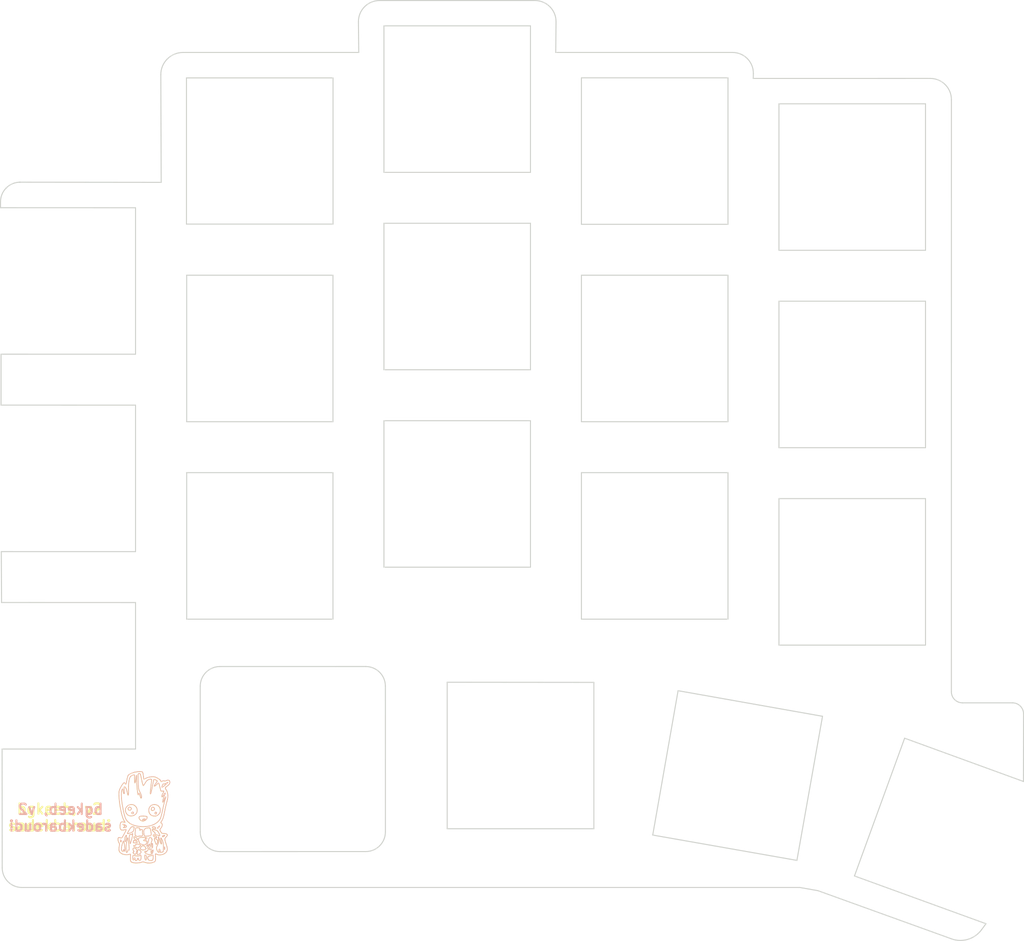
<source format=kicad_pcb>
(kicad_pcb (version 20171130) (host pcbnew "(5.1.10)-1")
  (layers (0 F.Cu signal) (31 B.Cu signal) (34 B.Paste user) (35 F.Paste user) (36 B.SilkS user) (37 F.SilkS user) (38 B.Mask user) (39 F.Mask user) (44 Edge.Cuts user))
  (net 0 "")
  (module MountingHole:MountingHole_2.2mm_M2 (layer F.Cu) (at 72.954593 94.668404)
    (fp_text reference "" (at 0 -4.2) (layer F.SilkS))
    (fp_text value MountingHole_2.2mm_M2)
    (pad 1 np_thru_hole circle (at 0 0) (size 2.2 2.2) (drill 2.2) (layers *.Cu *.Mask))
  )
  (module MountingHole:MountingHole_2.2mm_M2 (layer F.Cu) (at 127.564593 55.552404)
    (fp_text reference "" (at 0 -4.2) (layer F.SilkS))
    (fp_text value MountingHole_2.2mm_M2)
    (pad 1 np_thru_hole circle (at 0 0) (size 2.2 2.2) (drill 2.2) (layers *.Cu *.Mask))
  )
  (module MountingHole:MountingHole_2.2mm_M2 (layer F.Cu) (at 138.994593 97.716404)
    (fp_text reference "" (at 0 -4.2) (layer F.SilkS))
    (fp_text value MountingHole_2.2mm_M2)
    (pad 1 np_thru_hole circle (at 0 0) (size 2.2 2.2) (drill 2.2) (layers *.Cu *.Mask))
  )
  (module MountingHole:MountingHole_2.2mm_M2 (layer F.Cu) (at 70.668593 56.822404)
    (fp_text reference "" (at 0 -4.2) (layer F.SilkS))
    (fp_text value MountingHole_2.2mm_M2)
    (pad 1 np_thru_hole circle (at 0 0) (size 2.2 2.2) (drill 2.2) (layers *.Cu *.Mask))
  )
  (gr_curve (pts (xy 92.097205 111.051264) (xy 92.097205 112.095299) (xy 91.252329 112.942438) (xy 90.208297 112.945233)) (layer Edge.Cuts) (width 0.1))
  (gr_curve (pts (xy 90.201193 95.134592) (xy 91.245228 95.134592) (xy 92.092367 95.979468) (xy 92.095162 97.0235)) (layer Edge.Cuts) (width 0.1))
  (gr_curve (pts (xy 74.284381 97.030744) (xy 74.284381 95.986709) (xy 75.129257 95.13957) (xy 76.173289 95.136775)) (layer Edge.Cuts) (width 0.1))
  (gr_curve (pts (xy 76.180533 112.947416) (xy 75.136498 112.947416) (xy 74.289359 112.10254) (xy 74.286564 111.058508)) (layer Edge.Cuts) (width 0.1))
  (gr_line (start 74.286564 111.058508) (end 74.284381 97.030744) (layer Edge.Cuts) (width 0.1))
  (gr_line (start 90.208297 112.945233) (end 76.180533 112.947416) (layer Edge.Cuts) (width 0.1))
  (gr_line (start 92.095162 97.0235) (end 92.097205 111.051264) (layer Edge.Cuts) (width 0.1))
  (gr_line (start 76.173289 95.136775) (end 90.201193 95.134592) (layer Edge.Cuts) (width 0.1))
  (gr_curve (pts (xy 70.605385 106.741521) (xy 70.60963 106.746313) (xy 70.614525 106.751338) (xy 70.62101 106.752223)) (layer B.SilkS) (width 0.0625))
  (gr_curve (pts (xy 70.605828 106.700033) (xy 70.603615 106.713631) (xy 70.600828 106.728136) (xy 70.605385 106.741521)) (layer B.SilkS) (width 0.0625))
  (gr_curve (pts (xy 67.664605 108.786051) (xy 67.65377 108.752823) (xy 67.629005 108.726366) (xy 67.602573 108.704516)) (layer B.SilkS) (width 0.0625))
  (gr_line (start 71.157105 106.280731) (end 71.157105 106.280731) (layer B.SilkS) (width 0.0625))
  (gr_curve (pts (xy 71.030048 106.427751) (xy 71.075333 106.386256) (xy 71.120515 106.344648) (xy 71.162678 106.299916)) (layer B.SilkS) (width 0.0625))
  (gr_curve (pts (xy 67.866375 109.192068) (xy 67.862913 109.175246) (xy 67.854215 109.158291) (xy 67.83838 109.150141)) (layer B.SilkS) (width 0.0625))
  (gr_curve (pts (xy 70.729865 106.432656) (xy 70.713145 106.439016) (xy 70.702548 106.454521) (xy 70.692053 106.468241)) (layer B.SilkS) (width 0.0625))
  (gr_curve (pts (xy 67.696505 109.188733) (xy 67.685568 109.211363) (xy 67.69036 109.239933) (xy 67.706765 109.258786)) (layer B.SilkS) (width 0.0625))
  (gr_curve (pts (xy 67.83838 109.150141) (xy 67.822105 109.140426) (xy 67.802913 109.135871) (xy 67.783953 109.136521)) (layer B.SilkS) (width 0.0625))
  (gr_curve (pts (xy 71.168928 106.279281) (xy 71.16502 106.278501) (xy 71.16101 106.280286) (xy 71.157105 106.280731)) (layer B.SilkS) (width 0.0625))
  (gr_curve (pts (xy 67.706765 109.258786) (xy 67.728275 109.287016) (xy 67.761635 109.308421) (xy 67.798015 109.308188)) (layer B.SilkS) (width 0.0625))
  (gr_curve (pts (xy 67.783953 109.136521) (xy 67.749033 109.139098) (xy 67.713798 109.157381) (xy 67.696505 109.188733)) (layer B.SilkS) (width 0.0625))
  (gr_line (start 67.783953 109.136521) (end 67.783953 109.136521) (layer B.SilkS) (width 0.0625))
  (gr_curve (pts (xy 71.173043 106.285306) (xy 71.17372 106.281626) (xy 71.173615 106.278611) (xy 71.168928 106.279281)) (layer B.SilkS) (width 0.0625))
  (gr_curve (pts (xy 71.162678 106.299916) (xy 71.16614 106.295231) (xy 71.17161 106.290996) (xy 71.173043 106.285306)) (layer B.SilkS) (width 0.0625))
  (gr_curve (pts (xy 70.800255 106.628978) (xy 70.87812 106.563279) (xy 70.95463 106.496128) (xy 71.030048 106.427751)) (layer B.SilkS) (width 0.0625))
  (gr_curve (pts (xy 67.206245 108.632353) (xy 67.269838 108.552353) (xy 67.354058 108.488891) (xy 67.448875 108.450636)) (layer B.SilkS) (width 0.0625))
  (gr_line (start 69.72484 108.668161) (end 69.72484 108.668161) (layer B.SilkS) (width 0.0625))
  (gr_curve (pts (xy 67.467053 108.971988) (xy 67.4995 108.979593) (xy 67.5351 108.975688) (xy 67.56398 108.958501)) (layer B.SilkS) (width 0.0625))
  (gr_curve (pts (xy 70.637288 106.592838) (xy 70.625595 106.628086) (xy 70.61398 106.663668) (xy 70.605828 106.700033)) (layer B.SilkS) (width 0.0625))
  (gr_curve (pts (xy 70.992235 106.369634) (xy 70.949838 106.393838) (xy 70.904683 106.413583) (xy 70.857495 106.426298)) (layer B.SilkS) (width 0.0625))
  (gr_line (start 67.684448 108.406131) (end 67.684448 108.406131) (layer B.SilkS) (width 0.0625))
  (gr_curve (pts (xy 67.602573 108.704516) (xy 67.572678 108.680193) (xy 67.534865 108.664568) (xy 67.495933 108.665478)) (layer B.SilkS) (width 0.0625))
  (gr_curve (pts (xy 67.448875 108.450636) (xy 67.52338 108.420296) (xy 67.603798 108.404228) (xy 67.684448 108.406131)) (layer B.SilkS) (width 0.0625))
  (gr_curve (pts (xy 67.366558 108.893238) (xy 67.389293 108.930063) (xy 67.424213 108.961626) (xy 67.467053 108.971988)) (layer B.SilkS) (width 0.0625))
  (gr_curve (pts (xy 67.485463 108.665921) (xy 67.425438 108.671156) (xy 67.369658 108.713656) (xy 67.35114 108.771338)) (layer B.SilkS) (width 0.0625))
  (gr_curve (pts (xy 70.62101 106.752223) (xy 70.642548 106.749333) (xy 70.66062 106.736183) (xy 70.678563 106.724803)) (layer B.SilkS) (width 0.0625))
  (gr_curve (pts (xy 70.779058 106.432211) (xy 70.763015 106.428418) (xy 70.745595 106.426298) (xy 70.729865 106.432656)) (layer B.SilkS) (width 0.0625))
  (gr_curve (pts (xy 67.35114 108.771338) (xy 67.339995 108.811808) (xy 67.343668 108.857433) (xy 67.366558 108.893238)) (layer B.SilkS) (width 0.0625))
  (gr_curve (pts (xy 67.56398 108.958501) (xy 67.607025 108.933968) (xy 67.639943 108.893813) (xy 67.660125 108.848968)) (layer B.SilkS) (width 0.0625))
  (gr_curve (pts (xy 71.157105 106.280731) (xy 71.09864 106.303598) (xy 71.046453 106.338736) (xy 70.992235 106.369634)) (layer B.SilkS) (width 0.0625))
  (gr_curve (pts (xy 70.692053 106.468241) (xy 70.665855 106.505718) (xy 70.652235 106.550003) (xy 70.637288 106.592838)) (layer B.SilkS) (width 0.0625))
  (gr_curve (pts (xy 70.857495 106.426298) (xy 70.831948 106.432656) (xy 70.805178 106.437901) (xy 70.779058 106.432211)) (layer B.SilkS) (width 0.0625))
  (gr_curve (pts (xy 67.798015 109.308188) (xy 67.815855 109.307641) (xy 67.834033 109.299386) (xy 67.843408 109.283656)) (layer B.SilkS) (width 0.0625))
  (gr_curve (pts (xy 67.660125 108.848968) (xy 67.668615 108.829333) (xy 67.67252 108.806468) (xy 67.664605 108.786051)) (layer B.SilkS) (width 0.0625))
  (gr_curve (pts (xy 70.678563 106.724803) (xy 70.721298 106.695793) (xy 70.760437 106.661886) (xy 70.800255 106.628978)) (layer B.SilkS) (width 0.0625))
  (gr_curve (pts (xy 67.495933 108.665478) (xy 67.49247 108.665478) (xy 67.4889 108.665818) (xy 67.485463 108.665921)) (layer B.SilkS) (width 0.0625))
  (gr_curve (pts (xy 67.843408 109.283656) (xy 67.861583 109.257328) (xy 67.872288 109.224098) (xy 67.866375 109.192068)) (layer B.SilkS) (width 0.0625))
  (gr_curve (pts (xy 67.100958 108.856546) (xy 67.117678 108.774906) (xy 67.153928 108.697251) (xy 67.206245 108.632353)) (layer B.SilkS) (width 0.0625))
  (gr_line (start 67.485463 108.665921) (end 67.485463 108.665921) (layer B.SilkS) (width 0.0625))
  (gr_curve (pts (xy 69.995908 109.147901) (xy 69.964005 109.154933) (xy 69.93812 109.182381) (xy 69.93187 109.214281)) (layer B.SilkS) (width 0.0625))
  (gr_curve (pts (xy 68.747808 109.863473) (xy 68.744135 109.868266) (xy 68.7476 109.873734) (xy 68.748928 109.878761)) (layer B.SilkS) (width 0.0625))
  (gr_curve (pts (xy 70.234058 108.527718) (xy 70.30635 108.584256) (xy 70.365673 108.658108) (xy 70.402495 108.742328)) (layer B.SilkS) (width 0.0625))
  (gr_curve (pts (xy 69.889605 108.408578) (xy 70.013095 108.410818) (xy 70.135673 108.452876) (xy 70.234058 108.527718)) (layer B.SilkS) (width 0.0625))
  (gr_curve (pts (xy 68.412963 109.738421) (xy 68.40114 109.701051) (xy 68.397443 109.659463) (xy 68.410828 109.622093)) (layer B.SilkS) (width 0.0625))
  (gr_line (start 68.404033 105.436106) (end 68.404033 105.436106) (layer B.SilkS) (width 0.0625))
  (gr_curve (pts (xy 69.175933 109.620426) (xy 69.185308 109.669281) (xy 69.17226 109.719568) (xy 69.151063 109.763631)) (layer B.SilkS) (width 0.0625))
  (gr_curve (pts (xy 68.410828 109.622093) (xy 68.420645 109.595323) (xy 68.44174 109.573786) (xy 68.466845 109.560973)) (layer B.SilkS) (width 0.0625))
  (gr_curve (pts (xy 67.872418 109.471286) (xy 67.765438 109.509203) (xy 67.649213 109.517901) (xy 67.537 109.502613)) (layer B.SilkS) (width 0.0625))
  (gr_curve (pts (xy 68.140775 109.264698) (xy 68.076975 109.360401) (xy 67.980725 109.433343) (xy 67.872418 109.471286)) (layer B.SilkS) (width 0.0625))
  (gr_curve (pts (xy 67.09773 109.044958) (xy 67.086115 108.982823) (xy 67.088355 108.918448) (xy 67.100958 108.856546)) (layer B.SilkS) (width 0.0625))
  (gr_curve (pts (xy 68.829683 109.998996) (xy 68.78976 110.006911) (xy 68.748275 110.004698) (xy 68.70877 109.995323)) (layer B.SilkS) (width 0.0625))
  (gr_line (start 68.803823 109.524488) (end 68.803823 109.524488) (layer B.SilkS) (width 0.0625))
  (gr_curve (pts (xy 67.18562 109.264698) (xy 67.143458 109.197536) (xy 67.112208 109.123031) (xy 67.09773 109.044958)) (layer B.SilkS) (width 0.0625))
  (gr_curve (pts (xy 67.360413 109.444073) (xy 67.28825 109.400218) (xy 67.22989 109.336078) (xy 67.18562 109.264698)) (layer B.SilkS) (width 0.0625))
  (gr_curve (pts (xy 67.537 109.502613) (xy 67.475413 109.493708) (xy 67.413615 109.477406) (xy 67.360413 109.444073)) (layer B.SilkS) (width 0.0625))
  (gr_curve (pts (xy 68.466845 109.560973) (xy 68.502418 109.542901) (xy 68.542678 109.538656) (xy 68.581505 109.533733)) (layer B.SilkS) (width 0.0625))
  (gr_curve (pts (xy 68.227573 108.985948) (xy 68.22489 109.084438) (xy 68.19601 109.182718) (xy 68.140775 109.264698)) (layer B.SilkS) (width 0.0625))
  (gr_curve (pts (xy 68.924163 109.893814) (xy 68.94002 109.887223) (xy 68.954838 109.876963) (xy 68.963875 109.862016)) (layer B.SilkS) (width 0.0625))
  (gr_curve (pts (xy 68.70877 109.995323) (xy 68.647105 109.980713) (xy 68.58786 109.953943) (xy 68.53812 109.914228)) (layer B.SilkS) (width 0.0625))
  (gr_curve (pts (xy 68.142913 108.682433) (xy 68.199135 108.772666) (xy 68.231245 108.879203) (xy 68.227573 108.985948)) (layer B.SilkS) (width 0.0625))
  (gr_curve (pts (xy 67.981715 108.508188) (xy 68.045645 108.555608) (xy 68.100515 108.615166) (xy 68.142913 108.682433)) (layer B.SilkS) (width 0.0625))
  (gr_curve (pts (xy 67.684448 108.406131) (xy 67.790855 108.408683) (xy 67.896845 108.443603) (xy 67.981715 108.508188)) (layer B.SilkS) (width 0.0625))
  (gr_line (start 69.995908 109.147901) (end 69.995908 109.147901) (layer B.SilkS) (width 0.0625))
  (gr_curve (pts (xy 70.28325 109.357953) (xy 70.23661 109.404126) (xy 70.188095 109.449983) (xy 70.129995 109.481546)) (layer B.SilkS) (width 0.0625))
  (gr_curve (pts (xy 70.402495 108.742328) (xy 70.439422 108.825766) (xy 70.45135 108.918343) (xy 70.447678 109.008916)) (layer B.SilkS) (width 0.0625))
  (gr_curve (pts (xy 68.748928 109.878761) (xy 68.753952 109.891703) (xy 68.765333 109.901728) (xy 68.778928 109.904958)) (layer B.SilkS) (width 0.0625))
  (gr_curve (pts (xy 68.940333 109.782041) (xy 68.889135 109.785271) (xy 68.83963 109.802121) (xy 68.794005 109.824881)) (layer B.SilkS) (width 0.0625))
  (gr_curve (pts (xy 69.81799 108.697718) (xy 69.79088 108.678733) (xy 69.758095 108.667483) (xy 69.72484 108.668161)) (layer B.SilkS) (width 0.0625))
  (gr_curve (pts (xy 69.891505 108.815166) (xy 69.88502 108.767978) (xy 69.8576 108.724256) (xy 69.81799 108.697718)) (layer B.SilkS) (width 0.0625))
  (gr_curve (pts (xy 69.49351 109.372458) (xy 69.431818 109.308188) (xy 69.388095 109.227771) (xy 69.363328 109.142433)) (layer B.SilkS) (width 0.0625))
  (gr_curve (pts (xy 69.354735 108.817746) (xy 69.3776 108.731728) (xy 69.420438 108.650871) (xy 69.48023 108.584723)) (layer B.SilkS) (width 0.0625))
  (gr_curve (pts (xy 68.982833 109.806808) (xy 68.98174 109.799906) (xy 68.979943 109.791521) (xy 68.973588 109.787848)) (layer B.SilkS) (width 0.0625))
  (gr_curve (pts (xy 69.152625 109.569098) (xy 69.167678 109.581703) (xy 69.171793 109.602121) (xy 69.175933 109.620426)) (layer B.SilkS) (width 0.0625))
  (gr_curve (pts (xy 69.85062 108.930506) (xy 69.880048 108.900506) (xy 69.897963 108.857433) (xy 69.891505 108.815166)) (layer B.SilkS) (width 0.0625))
  (gr_curve (pts (xy 69.60773 108.740218) (xy 69.57773 108.788291) (xy 69.565908 108.848291) (xy 69.578043 108.903838)) (layer B.SilkS) (width 0.0625))
  (gr_curve (pts (xy 69.724838 108.668161) (xy 69.676765 108.669698) (xy 69.631583 108.698813) (xy 69.60773 108.740218)) (layer B.SilkS) (width 0.0625))
  (gr_curve (pts (xy 69.363328 109.142433) (xy 69.332105 109.037588) (xy 69.327288 108.924046) (xy 69.354735 108.817746)) (layer B.SilkS) (width 0.0625))
  (gr_line (start 69.889605 108.408578) (end 69.889605 108.408578) (layer B.SilkS) (width 0.0625))
  (gr_curve (pts (xy 70.09161 109.263241) (xy 70.100985 109.237381) (xy 70.098408 109.206026) (xy 70.08002 109.184723)) (layer B.SilkS) (width 0.0625))
  (gr_curve (pts (xy 69.48023 108.584723) (xy 69.535333 108.522693) (xy 69.60515 108.473501) (xy 69.68312 108.444621)) (layer B.SilkS) (width 0.0625))
  (gr_curve (pts (xy 68.963875 109.862016) (xy 68.974918 109.845843) (xy 68.983615 109.826781) (xy 68.982833 109.806808)) (layer B.SilkS) (width 0.0625))
  (gr_curve (pts (xy 70.028145 109.324386) (xy 70.055463 109.312433) (xy 70.080673 109.291703) (xy 70.09161 109.263241)) (layer B.SilkS) (width 0.0625))
  (gr_curve (pts (xy 69.965568 109.314776) (xy 69.983408 109.326833) (xy 70.007625 109.333631) (xy 70.028145 109.324386)) (layer B.SilkS) (width 0.0625))
  (gr_curve (pts (xy 68.581505 109.533733) (xy 68.65536 109.525478) (xy 68.72963 109.523916) (xy 68.803823 109.524488)) (layer B.SilkS) (width 0.0625))
  (gr_line (start 68.940333 109.782041) (end 68.940333 109.782041) (layer B.SilkS) (width 0.0625))
  (gr_curve (pts (xy 68.973588 109.787848) (xy 68.963328 109.782483) (xy 68.95161 109.781598) (xy 68.940333 109.782041)) (layer B.SilkS) (width 0.0625))
  (gr_curve (pts (xy 68.794005 109.824881) (xy 68.776375 109.834358) (xy 68.756975 109.844621) (xy 68.747808 109.863473)) (layer B.SilkS) (width 0.0625))
  (gr_curve (pts (xy 68.53812 109.914228) (xy 68.481115 109.868943) (xy 68.435385 109.808031) (xy 68.412963 109.738421)) (layer B.SilkS) (width 0.0625))
  (gr_curve (pts (xy 69.68312 108.444621) (xy 69.748823 108.419621) (xy 69.819318 108.407121) (xy 69.889605 108.408578)) (layer B.SilkS) (width 0.0625))
  (gr_curve (pts (xy 69.151063 109.763631) (xy 69.11536 109.840506) (xy 69.054345 109.906416) (xy 68.9776 109.943108)) (layer B.SilkS) (width 0.0625))
  (gr_curve (pts (xy 70.412963 109.193083) (xy 70.382183 109.256678) (xy 70.33265 109.308318) (xy 70.28325 109.357953)) (layer B.SilkS) (width 0.0625))
  (gr_curve (pts (xy 69.653458 109.481208) (xy 69.592338 109.458683) (xy 69.538563 109.419073) (xy 69.49351 109.372458)) (layer B.SilkS) (width 0.0625))
  (gr_curve (pts (xy 69.800255 109.511313) (xy 69.750725 109.505088) (xy 69.700985 109.497276) (xy 69.653458 109.481208)) (layer B.SilkS) (width 0.0625))
  (gr_curve (pts (xy 68.778928 109.904958) (xy 68.826688 109.918813) (xy 68.878668 109.912433) (xy 68.924163 109.893814)) (layer B.SilkS) (width 0.0625))
  (gr_curve (pts (xy 69.992547 109.519568) (xy 69.928433 109.523916) (xy 69.864058 109.518786) (xy 69.800255 109.511313)) (layer B.SilkS) (width 0.0625))
  (gr_curve (pts (xy 70.447678 109.008916) (xy 70.445645 109.071391) (xy 70.440073 109.135738) (xy 70.412963 109.193083)) (layer B.SilkS) (width 0.0625))
  (gr_curve (pts (xy 69.71648 108.986728) (xy 69.765465 108.983031) (xy 69.815543 108.966078) (xy 69.85062 108.930506)) (layer B.SilkS) (width 0.0625))
  (gr_curve (pts (xy 70.129995 109.481546) (xy 70.087703 109.504176) (xy 70.040413 109.517016) (xy 69.992547 109.519568)) (layer B.SilkS) (width 0.0625))
  (gr_curve (pts (xy 68.9776 109.943108) (xy 68.930413 109.966651) (xy 68.881663 109.988733) (xy 68.829683 109.998996)) (layer B.SilkS) (width 0.0625))
  (gr_curve (pts (xy 69.60851 108.958058) (xy 69.638615 108.982146) (xy 69.678668 108.990401) (xy 69.71648 108.986728)) (layer B.SilkS) (width 0.0625))
  (gr_curve (pts (xy 69.578043 108.903838) (xy 69.583198 108.924046) (xy 69.590775 108.945558) (xy 69.60851 108.958058)) (layer B.SilkS) (width 0.0625))
  (gr_curve (pts (xy 70.08002 109.184723) (xy 70.060385 109.159621) (xy 70.028355 109.141991) (xy 69.995908 109.147901)) (layer B.SilkS) (width 0.0625))
  (gr_curve (pts (xy 69.93187 109.214281) (xy 69.923275 109.250426) (xy 69.934995 109.292353) (xy 69.965568 109.314776)) (layer B.SilkS) (width 0.0625))
  (gr_curve (pts (xy 69.885595 106.564506) (xy 69.920958 106.495233) (xy 69.971688 106.435559) (xy 70.018538 106.373873)) (layer B.SilkS) (width 0.0625))
  (gr_curve (pts (xy 70.216663 106.376438) (xy 70.187548 106.400311) (xy 70.162678 106.428866) (xy 70.135333 106.454853)) (layer B.SilkS) (width 0.0625))
  (gr_curve (pts (xy 70.481793 107.023396) (xy 70.461168 106.952251) (xy 70.444553 106.879853) (xy 70.426583 106.807901)) (layer B.SilkS) (width 0.0625))
  (gr_curve (pts (xy 70.579528 107.131156) (xy 70.556193 107.131496) (xy 70.530542 107.123916) (xy 70.516817 107.103838)) (layer B.SilkS) (width 0.0625))
  (gr_curve (pts (xy 70.695308 107.339203) (xy 70.724188 107.290218) (xy 70.75463 107.241598) (xy 70.774058 107.187928)) (layer B.SilkS) (width 0.0625))
  (gr_curve (pts (xy 70.71213 107.112093) (xy 70.667418 107.114438) (xy 70.624345 107.129491) (xy 70.579528 107.131156)) (layer B.SilkS) (width 0.0625))
  (gr_curve (pts (xy 70.736793 107.547223) (xy 70.71437 107.581703) (xy 70.691168 107.615818) (xy 70.664293 107.646833)) (layer B.SilkS) (width 0.0625))
  (gr_curve (pts (xy 70.774058 107.187928) (xy 70.779293 107.171546) (xy 70.784865 107.153473) (xy 70.779293 107.136521)) (layer B.SilkS) (width 0.0625))
  (gr_curve (pts (xy 69.08825 109.547693) (xy 69.110333 109.552381) (xy 69.133328 109.556833) (xy 69.152625 109.569098)) (layer B.SilkS) (width 0.0625))
  (gr_curve (pts (xy 68.803823 109.524488) (xy 68.898953 109.526261) (xy 68.994448 109.530166) (xy 69.08825 109.547693)) (layer B.SilkS) (width 0.0625))
  (gr_line (start 66.859683 110.311781) (end 66.859683 110.311781) (layer B.SilkS) (width 0.0625))
  (gr_curve (pts (xy 70.60963 107.664671) (xy 70.597573 107.649516) (xy 70.594683 107.629203) (xy 70.594918 107.610348)) (layer B.SilkS) (width 0.0625))
  (gr_curve (pts (xy 69.477783 105.975653) (xy 69.38286 105.982791) (xy 69.28859 106.014026) (xy 69.212418 106.071918)) (layer B.SilkS) (width 0.0625))
  (gr_curve (pts (xy 70.11135 106.110176) (xy 70.066168 106.075041) (xy 70.01575 106.047379) (xy 69.964553 106.022281)) (layer B.SilkS) (width 0.0625))
  (gr_curve (pts (xy 70.152418 106.172643) (xy 70.15609 106.164278) (xy 70.154083 106.155021) (xy 70.14984 106.147211)) (layer B.SilkS) (width 0.0625))
  (gr_curve (pts (xy 70.516817 107.103838) (xy 70.5001 107.079621) (xy 70.490725 107.051286) (xy 70.481793 107.023396)) (layer B.SilkS) (width 0.0625))
  (gr_curve (pts (xy 70.779293 107.136521) (xy 70.776948 107.129488) (xy 70.771375 107.124358) (xy 70.76536 107.120348)) (layer B.SilkS) (width 0.0625))
  (gr_curve (pts (xy 69.82713 106.003538) (xy 69.811063 106.052731) (xy 69.801583 106.103709) (xy 69.78976 106.154016)) (layer B.SilkS) (width 0.0625))
  (gr_curve (pts (xy 70.299528 106.373091) (xy 70.291948 106.361493) (xy 70.28002 106.351341) (xy 70.265515 106.351341)) (layer B.SilkS) (width 0.0625))
  (gr_curve (pts (xy 70.594918 107.610348) (xy 70.595803 107.574438) (xy 70.60562 107.539516) (xy 70.616323 107.505506)) (layer B.SilkS) (width 0.0625))
  (gr_curve (pts (xy 68.474423 105.442798) (xy 68.451765 105.435326) (xy 68.427573 105.436106) (xy 68.404033 105.436106)) (layer B.SilkS) (width 0.0625))
  (gr_curve (pts (xy 69.873095 106.635336) (xy 69.869735 106.632326) (xy 69.866948 106.629088) (xy 69.86752 106.624293)) (layer B.SilkS) (width 0.0625))
  (gr_curve (pts (xy 68.5245 105.490876) (xy 68.51312 105.470573) (xy 68.497625 105.450048) (xy 68.474423 105.442798)) (layer B.SilkS) (width 0.0625))
  (gr_curve (pts (xy 68.80872 106.579451) (xy 68.78463 106.551341) (xy 68.773355 106.515423) (xy 68.761663 106.480956)) (layer B.SilkS) (width 0.0625))
  (gr_curve (pts (xy 68.829578 106.579786) (xy 68.825908 106.582238) (xy 68.822783 106.586368) (xy 68.81786 106.584358)) (layer B.SilkS) (width 0.0625))
  (gr_curve (pts (xy 68.556403 105.573976) (xy 68.548145 105.545533) (xy 68.539005 105.516976) (xy 68.5245 105.490876)) (layer B.SilkS) (width 0.0625))
  (gr_curve (pts (xy 68.899735 106.493226) (xy 68.878432 106.523681) (xy 68.856793 106.554243) (xy 68.829578 106.579786)) (layer B.SilkS) (width 0.0625))
  (gr_curve (pts (xy 69.889265 106.640801) (xy 69.883458 106.641136) (xy 69.877548 106.638683) (xy 69.873095 106.635336)) (layer B.SilkS) (width 0.0625))
  (gr_curve (pts (xy 68.610283 105.809673) (xy 68.594345 105.730698) (xy 68.577938 105.651723) (xy 68.556403 105.573976)) (layer B.SilkS) (width 0.0625))
  (gr_curve (pts (xy 68.692938 106.220721) (xy 68.662365 106.084299) (xy 68.63773 105.946651) (xy 68.610283 105.809673)) (layer B.SilkS) (width 0.0625))
  (gr_curve (pts (xy 70.018538 106.373873) (xy 70.05247 106.329813) (xy 70.084918 106.284636) (xy 70.11536 106.238231)) (layer B.SilkS) (width 0.0625))
  (gr_curve (pts (xy 69.212418 106.071918) (xy 69.127288 106.135501) (xy 69.060828 106.220721) (xy 69.008953 106.312856)) (layer B.SilkS) (width 0.0625))
  (gr_curve (pts (xy 68.761663 106.480956) (xy 68.73377 106.395626) (xy 68.712913 106.308171) (xy 68.692938 106.220721)) (layer B.SilkS) (width 0.0625))
  (gr_curve (pts (xy 68.81786 106.584358) (xy 68.813745 106.584696) (xy 68.810725 106.583021) (xy 68.80872 106.579451)) (layer B.SilkS) (width 0.0625))
  (gr_curve (pts (xy 69.619215 106.013133) (xy 69.61687 106.003431) (xy 69.61062 105.994506) (xy 69.60114 105.990823)) (layer B.SilkS) (width 0.0625))
  (gr_curve (pts (xy 69.008953 106.312856) (xy 68.974813 106.374318) (xy 68.93989 106.435446) (xy 68.899735 106.493226)) (layer B.SilkS) (width 0.0625))
  (gr_curve (pts (xy 69.5245 107.367198) (xy 69.521845 107.372433) (xy 69.51838 107.378683) (xy 69.512235 107.380011)) (layer B.SilkS) (width 0.0625))
  (gr_curve (pts (xy 70.14984 106.147211) (xy 70.140465 106.131818) (xy 70.12497 106.121556) (xy 70.11135 106.110176)) (layer B.SilkS) (width 0.0625))
  (gr_curve (pts (xy 69.866168 105.985468) (xy 69.85635 105.983686) (xy 69.8451 105.981678) (xy 69.836168 105.986919)) (layer B.SilkS) (width 0.0625))
  (gr_curve (pts (xy 70.11536 106.238231) (xy 70.12864 106.216926) (xy 70.142703 106.195846) (xy 70.152418 106.172643)) (layer B.SilkS) (width 0.0625))
  (gr_curve (pts (xy 70.426583 106.807901) (xy 70.40036 106.701261) (xy 70.37562 106.594176) (xy 70.34549 106.488541)) (layer B.SilkS) (width 0.0625))
  (gr_curve (pts (xy 69.60114 105.990823) (xy 69.56312 105.971414) (xy 69.519163 105.972753) (xy 69.477783 105.975653)) (layer B.SilkS) (width 0.0625))
  (gr_curve (pts (xy 69.78976 106.154016) (xy 69.761428 106.281736) (xy 69.736115 106.409901) (xy 69.71114 106.538291)) (layer B.SilkS) (width 0.0625))
  (gr_curve (pts (xy 70.265515 106.351341) (xy 70.246428 106.351898) (xy 70.231038 106.365171) (xy 70.216663 106.376438)) (layer B.SilkS) (width 0.0625))
  (gr_curve (pts (xy 70.76536 107.120348) (xy 70.74984 107.109621) (xy 70.729995 107.111521) (xy 70.71213 107.112093)) (layer B.SilkS) (width 0.0625))
  (gr_curve (pts (xy 69.617208 106.050391) (xy 69.617885 106.038008) (xy 69.621115 106.025403) (xy 69.619215 106.013133)) (layer B.SilkS) (width 0.0625))
  (gr_curve (pts (xy 69.48213 107.344646) (xy 69.476323 107.309073) (xy 69.47911 107.272926) (xy 69.480908 107.237121)) (layer B.SilkS) (width 0.0625))
  (gr_curve (pts (xy 69.568355 106.466681) (xy 69.585308 106.328028) (xy 69.602028 106.189263) (xy 69.617208 106.050391)) (layer B.SilkS) (width 0.0625))
  (gr_curve (pts (xy 70.616323 107.505506) (xy 70.635385 107.446938) (xy 70.663408 107.391728) (xy 70.695308 107.339203)) (layer B.SilkS) (width 0.0625))
  (gr_curve (pts (xy 69.86752 106.624293) (xy 69.866063 106.602986) (xy 69.876895 106.583356) (xy 69.885595 106.564506)) (layer B.SilkS) (width 0.0625))
  (gr_curve (pts (xy 70.664293 107.646833) (xy 70.65536 107.656416) (xy 70.646453 107.667458) (xy 70.634058 107.672276)) (layer B.SilkS) (width 0.0625))
  (gr_curve (pts (xy 69.509683 106.946103) (xy 69.528303 106.786156) (xy 69.548953 106.626523) (xy 69.568355 106.466681)) (layer B.SilkS) (width 0.0625))
  (gr_curve (pts (xy 69.480908 107.237121) (xy 69.487028 107.139853) (xy 69.498745 107.042926) (xy 69.509683 106.946103)) (layer B.SilkS) (width 0.0625))
  (gr_curve (pts (xy 69.496505 107.376001) (xy 69.487158 107.368526) (xy 69.484683 107.355818) (xy 69.48213 107.344646)) (layer B.SilkS) (width 0.0625))
  (gr_curve (pts (xy 69.659918 106.806546) (xy 69.631038 106.953578) (xy 69.600255 107.100478) (xy 69.562783 107.245608)) (layer B.SilkS) (width 0.0625))
  (gr_curve (pts (xy 69.836168 105.986919) (xy 69.83161 105.991603) (xy 69.828693 105.997183) (xy 69.82713 106.003538)) (layer B.SilkS) (width 0.0625))
  (gr_curve (pts (xy 70.135333 106.454853) (xy 70.08135 106.508286) (xy 70.02614 106.561381) (xy 69.963433 106.604661)) (layer B.SilkS) (width 0.0625))
  (gr_curve (pts (xy 70.34549 106.488541) (xy 70.33377 106.448718) (xy 70.322078 106.408118) (xy 70.299528 106.373091)) (layer B.SilkS) (width 0.0625))
  (gr_curve (pts (xy 69.562783 107.245608) (xy 69.551505 107.286546) (xy 69.541583 107.328136) (xy 69.5245 107.367198)) (layer B.SilkS) (width 0.0625))
  (gr_curve (pts (xy 70.634058 107.672276) (xy 70.625255 107.673161) (xy 70.616323 107.670583) (xy 70.60963 107.664671)) (layer B.SilkS) (width 0.0625))
  (gr_curve (pts (xy 69.963433 106.604661) (xy 69.940568 106.619943) (xy 69.917053 106.636673) (xy 69.889265 106.640801)) (layer B.SilkS) (width 0.0625))
  (gr_curve (pts (xy 69.512235 107.380011) (xy 69.506895 107.381363) (xy 69.50075 107.379358) (xy 69.496505 107.376001)) (layer B.SilkS) (width 0.0625))
  (gr_curve (pts (xy 69.71114 106.538291) (xy 69.693953 106.627641) (xy 69.67734 106.717223) (xy 69.659918 106.806546)) (layer B.SilkS) (width 0.0625))
  (gr_curve (pts (xy 69.964553 106.022281) (xy 69.932885 106.007333) (xy 69.900413 105.993278) (xy 69.866168 105.985468)) (layer B.SilkS) (width 0.0625))
  (gr_curve (pts (xy 70.205958 110.079646) (xy 70.285255 110.006703) (xy 70.35575 109.923813) (xy 70.411975 109.831678)) (layer B.SilkS) (width 0.0625))
  (gr_curve (pts (xy 66.98885 107.292458) (xy 66.98773 107.313318) (xy 66.98739 107.334828) (xy 66.979475 107.354358)) (layer B.SilkS) (width 0.0625))
  (gr_curve (pts (xy 66.757495 106.987823) (xy 66.72984 107.039358) (xy 66.720125 107.097926) (xy 66.711323 107.155141)) (layer B.SilkS) (width 0.0625))
  (gr_curve (pts (xy 67.30252 107.400766) (xy 67.28088 107.322016) (xy 67.266923 107.241468) (xy 67.251323 107.161286)) (layer B.SilkS) (width 0.0625))
  (gr_curve (pts (xy 66.88523 107.199646) (xy 66.87049 107.138968) (xy 66.863145 107.076938) (xy 66.852548 107.015376)) (layer B.SilkS) (width 0.0625))
  (gr_curve (pts (xy 66.80325 106.930608) (xy 66.782833 106.944646) (xy 66.769553 106.966626) (xy 66.757495 106.987823)) (layer B.SilkS) (width 0.0625))
  (gr_curve (pts (xy 66.852548 107.015376) (xy 66.847755 106.990063) (xy 66.843173 106.964281) (xy 66.83325 106.940296)) (layer B.SilkS) (width 0.0625))
  (gr_curve (pts (xy 66.980933 106.709958) (xy 66.973458 106.720323) (xy 66.97234 106.733396) (xy 66.969995 106.745531)) (layer B.SilkS) (width 0.0625))
  (gr_curve (pts (xy 67.11635 109.775011) (xy 67.15562 109.856886) (xy 67.204475 109.934751) (xy 67.265595 110.002121)) (layer B.SilkS) (width 0.0625))
  (gr_curve (pts (xy 70.67489 108.921363) (xy 70.697653 108.809593) (xy 70.719943 108.697718) (xy 70.744163 108.586156)) (layer B.SilkS) (width 0.0625))
  (gr_curve (pts (xy 66.873408 108.891363) (xy 66.910203 109.071156) (xy 66.947573 109.250973) (xy 66.995203 109.428213)) (layer B.SilkS) (width 0.0625))
  (gr_curve (pts (xy 66.969995 107.363733) (xy 66.96398 107.365741) (xy 66.957183 107.363631) (xy 66.952158 107.360063)) (layer B.SilkS) (width 0.0625))
  (gr_curve (pts (xy 70.962 107.686001) (xy 70.946948 107.690116) (xy 70.934447 107.700608) (xy 70.925985 107.713526)) (layer B.SilkS) (width 0.0625))
  (gr_curve (pts (xy 69.798693 110.342121) (xy 69.946168 110.275088) (xy 70.086375 110.189411) (xy 70.205958 110.079646)) (layer B.SilkS) (width 0.0625))
  (gr_curve (pts (xy 70.861505 108.082746) (xy 70.877443 108.021963) (xy 70.893615 107.961183) (xy 70.915255 107.902171)) (layer B.SilkS) (width 0.0625))
  (gr_curve (pts (xy 66.966533 106.913968) (xy 66.971115 107.040246) (xy 66.991193 107.165843) (xy 66.98885 107.292458)) (layer B.SilkS) (width 0.0625))
  (gr_curve (pts (xy 66.83325 106.940296) (xy 66.83002 106.933838) (xy 66.825673 106.926131) (xy 66.817625 106.925688)) (layer B.SilkS) (width 0.0625))
  (gr_curve (pts (xy 66.995203 109.428213) (xy 67.027235 109.546468) (xy 67.063798 109.664151) (xy 67.11635 109.775011)) (layer B.SilkS) (width 0.0625))
  (gr_curve (pts (xy 67.053433 106.731703) (xy 67.036923 106.717876) (xy 67.01752 106.706053) (xy 66.995985 106.702933)) (layer B.SilkS) (width 0.0625))
  (gr_curve (pts (xy 66.952158 107.360063) (xy 66.940543 107.350558) (xy 66.934423 107.336286) (xy 66.927288 107.323473)) (layer B.SilkS) (width 0.0625))
  (gr_curve (pts (xy 70.852913 107.364516) (xy 70.80786 107.421183) (xy 70.77661 107.486991) (xy 70.736793 107.547223)) (layer B.SilkS) (width 0.0625))
  (gr_curve (pts (xy 70.700437 107.992746) (xy 70.720385 107.892353) (xy 70.747625 107.793291) (xy 70.77984 107.696131)) (layer B.SilkS) (width 0.0625))
  (gr_curve (pts (xy 70.688823 108.177353) (xy 70.67924 108.158708) (xy 70.68213 108.136963) (xy 70.682573 108.116781)) (layer B.SilkS) (width 0.0625))
  (gr_curve (pts (xy 70.69752 108.185271) (xy 70.692625 108.187171) (xy 70.69161 108.180141) (xy 70.688823 108.177353)) (layer B.SilkS) (width 0.0625))
  (gr_curve (pts (xy 68.555958 110.533318) (xy 68.700413 110.544906) (xy 68.84575 110.546573) (xy 68.990438 110.537536)) (layer B.SilkS) (width 0.0625))
  (gr_curve (pts (xy 70.478563 109.693578) (xy 70.51739 109.581366) (xy 70.54739 109.466496) (xy 70.576845 109.351468)) (layer B.SilkS) (width 0.0625))
  (gr_curve (pts (xy 70.860933 107.839021) (xy 70.838303 107.892693) (xy 70.819683 107.948006) (xy 70.800385 108.003006)) (layer B.SilkS) (width 0.0625))
  (gr_curve (pts (xy 66.711323 107.155141) (xy 66.696038 107.263108) (xy 66.694605 107.372536) (xy 66.695698 107.481521)) (layer B.SilkS) (width 0.0625))
  (gr_curve (pts (xy 68.990438 110.537536) (xy 69.125515 110.529073) (xy 69.260153 110.510661) (xy 69.391765 110.478866)) (layer B.SilkS) (width 0.0625))
  (gr_curve (pts (xy 68.02489 110.443188) (xy 68.198563 110.489803) (xy 68.376818 110.518683) (xy 68.555958 110.533318)) (layer B.SilkS) (width 0.0625))
  (gr_curve (pts (xy 70.907913 107.317666) (xy 70.884033 107.325141) (xy 70.868303 107.346103) (xy 70.852913 107.364516)) (layer B.SilkS) (width 0.0625))
  (gr_curve (pts (xy 66.995985 106.702933) (xy 66.990178 106.703156) (xy 66.984058 106.704828) (xy 66.980933 106.709958)) (layer B.SilkS) (width 0.0625))
  (gr_curve (pts (xy 67.518145 110.220766) (xy 67.566765 110.255453) (xy 67.618198 110.286131) (xy 67.671845 110.312458)) (layer B.SilkS) (width 0.0625))
  (gr_curve (pts (xy 70.917833 107.320791) (xy 70.914708 107.318786) (xy 70.911818 107.314751) (xy 70.907913 107.317666)) (layer B.SilkS) (width 0.0625))
  (gr_curve (pts (xy 67.251323 107.161286) (xy 67.22812 107.052301) (xy 67.194553 106.944541) (xy 67.141115 106.846391)) (layer B.SilkS) (width 0.0625))
  (gr_curve (pts (xy 66.785178 108.404333) (xy 66.810725 108.567303) (xy 66.840283 108.729723) (xy 66.873408 108.891363)) (layer B.SilkS) (width 0.0625))
  (gr_curve (pts (xy 70.92364 107.332718) (xy 70.923407 107.328371) (xy 70.920725 107.323916) (xy 70.917833 107.320791)) (layer B.SilkS) (width 0.0625))
  (gr_curve (pts (xy 70.903668 107.421391) (xy 70.914812 107.393188) (xy 70.92476 107.363396) (xy 70.92364 107.332718)) (layer B.SilkS) (width 0.0625))
  (gr_curve (pts (xy 70.852365 107.517771) (xy 70.869865 107.485871) (xy 70.890828 107.455636) (xy 70.903668 107.421391)) (layer B.SilkS) (width 0.0625))
  (gr_curve (pts (xy 70.77984 107.696131) (xy 70.80049 107.635348) (xy 70.82247 107.574671) (xy 70.852365 107.517771)) (layer B.SilkS) (width 0.0625))
  (gr_curve (pts (xy 70.682573 108.116781) (xy 70.685153 108.075063) (xy 70.69273 108.033786) (xy 70.700437 107.992746)) (layer B.SilkS) (width 0.0625))
  (gr_curve (pts (xy 67.265595 110.002121) (xy 67.339995 110.085453) (xy 67.427783 110.155608) (xy 67.518145 110.220766)) (layer B.SilkS) (width 0.0625))
  (gr_curve (pts (xy 66.969995 106.745531) (xy 66.963198 106.801416) (xy 66.964528 106.857876) (xy 66.966533 106.913968)) (layer B.SilkS) (width 0.0625))
  (gr_curve (pts (xy 66.817625 106.925688) (xy 66.81239 106.923786) (xy 66.807808 106.928578) (xy 66.80325 106.930608)) (layer B.SilkS) (width 0.0625))
  (gr_curve (pts (xy 67.141115 106.846391) (xy 67.117573 106.804228) (xy 67.090125 106.763396) (xy 67.053433 106.731703)) (layer B.SilkS) (width 0.0625))
  (gr_curve (pts (xy 70.800385 108.003006) (xy 70.780178 108.057876) (xy 70.758538 108.112978) (xy 70.725515 108.161626)) (layer B.SilkS) (width 0.0625))
  (gr_curve (pts (xy 70.97148 107.734853) (xy 70.974395 107.721911) (xy 70.978745 107.708866) (xy 70.97851 107.695478)) (layer B.SilkS) (width 0.0625))
  (gr_curve (pts (xy 67.34635 107.500608) (xy 67.32148 107.472823) (xy 67.312548 107.435688) (xy 67.30252 107.400766)) (layer B.SilkS) (width 0.0625))
  (gr_curve (pts (xy 66.927288 107.323473) (xy 66.90752 107.284411) (xy 66.896168 107.241808) (xy 66.88523 107.199646)) (layer B.SilkS) (width 0.0625))
  (gr_curve (pts (xy 70.725515 108.161626) (xy 70.71838 108.171443) (xy 70.71036 108.183136) (xy 70.69752 108.185271)) (layer B.SilkS) (width 0.0625))
  (gr_curve (pts (xy 70.576845 109.351468) (xy 70.61286 109.208916) (xy 70.645203 109.065478) (xy 70.67489 108.921363)) (layer B.SilkS) (width 0.0625))
  (gr_curve (pts (xy 66.711323 107.792171) (xy 66.7276 107.997093) (xy 66.753485 108.201208) (xy 66.785178 108.404333)) (layer B.SilkS) (width 0.0625))
  (gr_curve (pts (xy 69.391765 110.478866) (xy 69.531193 110.445738) (xy 69.668173 110.401573) (xy 69.798693 110.342121)) (layer B.SilkS) (width 0.0625))
  (gr_curve (pts (xy 67.359395 107.503161) (xy 67.35484 107.502953) (xy 67.348928 107.505843) (xy 67.34635 107.500608)) (layer B.SilkS) (width 0.0625))
  (gr_curve (pts (xy 67.372235 107.478968) (xy 67.369448 107.487536) (xy 67.366323 107.497353) (xy 67.359395 107.503161)) (layer B.SilkS) (width 0.0625))
  (gr_curve (pts (xy 67.671845 110.312458) (xy 67.784293 110.368786) (xy 67.90364 110.410271) (xy 68.02489 110.443188)) (layer B.SilkS) (width 0.0625))
  (gr_curve (pts (xy 66.695698 107.481521) (xy 66.69726 107.585271) (xy 66.703068 107.688786) (xy 66.711323 107.792171)) (layer B.SilkS) (width 0.0625))
  (gr_curve (pts (xy 70.915255 107.902171) (xy 70.934683 107.846626) (xy 70.955308 107.791391) (xy 70.97148 107.734853)) (layer B.SilkS) (width 0.0625))
  (gr_curve (pts (xy 70.744163 108.586156) (xy 70.780515 108.417718) (xy 70.818562 108.249621) (xy 70.861505 108.082746)) (layer B.SilkS) (width 0.0625))
  (gr_curve (pts (xy 66.979475 107.354358) (xy 66.97713 107.358371) (xy 66.97523 107.363161) (xy 66.969995 107.363733)) (layer B.SilkS) (width 0.0625))
  (gr_curve (pts (xy 70.925985 107.713526) (xy 70.897755 107.751573) (xy 70.88002 107.795871) (xy 70.860933 107.839021)) (layer B.SilkS) (width 0.0625))
  (gr_curve (pts (xy 70.411975 109.831678) (xy 70.43851 109.787953) (xy 70.462833 109.742458) (xy 70.478563 109.693578)) (layer B.SilkS) (width 0.0625))
  (gr_curve (pts (xy 70.972833 107.686651) (xy 70.96937 107.684438) (xy 70.965803 107.683968) (xy 70.962 107.686001)) (layer B.SilkS) (width 0.0625))
  (gr_curve (pts (xy 70.97851 107.695478) (xy 70.977625 107.691781) (xy 70.977625 107.687223) (xy 70.972833 107.686651)) (layer B.SilkS) (width 0.0625))
  (gr_curve (pts (xy 68.31825 106.183576) (xy 68.32338 106.332378) (xy 68.328303 106.481291) (xy 68.337443 106.629981)) (layer B.SilkS) (width 0.0625))
  (gr_line (start 70.370595 110.477641) (end 70.370595 110.477641) (layer B.SilkS) (width 0.0625))
  (gr_curve (pts (xy 68.555515 107.346001) (xy 68.59122 107.428551) (xy 68.622 107.513761) (xy 68.638615 107.602328)) (layer B.SilkS) (width 0.0625))
  (gr_curve (pts (xy 68.491818 107.541313) (xy 68.474865 107.479751) (xy 68.45502 107.418058) (xy 68.42122 107.363501)) (layer B.SilkS) (width 0.0625))
  (gr_curve (pts (xy 67.18885 110.525166) (xy 67.189423 110.497718) (xy 67.176245 110.471963) (xy 67.158408 110.451886)) (layer B.SilkS) (width 0.0625))
  (gr_curve (pts (xy 66.878303 110.313343) (xy 66.872053 110.311988) (xy 66.866038 110.310766) (xy 66.859683 110.311781)) (layer B.SilkS) (width 0.0625))
  (gr_curve (pts (xy 66.91937 110.616626) (xy 66.916453 110.620088) (xy 66.91312 110.623448) (xy 66.914215 110.628344)) (layer B.SilkS) (width 0.0625))
  (gr_curve (pts (xy 67.158408 110.451886) (xy 67.117678 110.403136) (xy 67.06036 110.371781) (xy 67.001793 110.349151)) (layer B.SilkS) (width 0.0625))
  (gr_curve (pts (xy 68.536115 107.693786) (xy 68.51747 107.644151) (xy 68.505308 107.592511) (xy 68.491818 107.541313)) (layer B.SilkS) (width 0.0625))
  (gr_curve (pts (xy 68.606038 107.791183) (xy 68.60036 107.794751) (xy 68.593433 107.793291) (xy 68.588303 107.789488)) (layer B.SilkS) (width 0.0625))
  (gr_curve (pts (xy 68.305543 105.748098) (xy 68.307653 105.893333) (xy 68.313693 106.038453) (xy 68.31825 106.183576)) (layer B.SilkS) (width 0.0625))
  (gr_curve (pts (xy 66.960308 110.643291) (xy 66.995778 110.642953) (xy 67.030803 110.635583) (xy 67.065255 110.627901)) (layer B.SilkS) (width 0.0625))
  (gr_curve (pts (xy 68.02075 106.313413) (xy 68.018303 106.318436) (xy 68.01562 106.324571) (xy 68.012288 106.328251)) (layer B.SilkS) (width 0.0625))
  (gr_curve (pts (xy 68.14213 105.615026) (xy 68.138225 105.613576) (xy 68.139553 105.620043) (xy 68.13812 105.622501)) (layer B.SilkS) (width 0.0625))
  (gr_curve (pts (xy 68.181715 106.416818) (xy 68.171115 106.254853) (xy 68.162548 106.092666) (xy 68.15752 105.930368)) (layer B.SilkS) (width 0.0625))
  (gr_curve (pts (xy 68.37838 107.333161) (xy 68.37101 107.336286) (xy 68.367442 107.344541) (xy 68.364318 107.351468)) (layer B.SilkS) (width 0.0625))
  (gr_curve (pts (xy 67.001793 110.349151) (xy 66.961635 110.334098) (xy 66.92015 110.322823) (xy 66.878303 110.313343)) (layer B.SilkS) (width 0.0625))
  (gr_curve (pts (xy 68.568225 107.765063) (xy 68.554838 107.742641) (xy 68.545595 107.718006) (xy 68.536115 107.693786)) (layer B.SilkS) (width 0.0625))
  (gr_curve (pts (xy 68.404033 105.436106) (xy 68.38239 105.436441) (xy 68.358408 105.436888) (xy 68.340908 105.451276)) (layer B.SilkS) (width 0.0625))
  (gr_curve (pts (xy 67.065255 110.627901) (xy 67.101298 110.618863) (xy 67.138538 110.606261) (xy 67.165543 110.579698)) (layer B.SilkS) (width 0.0625))
  (gr_curve (pts (xy 67.388953 107.357146) (xy 67.385958 107.397978) (xy 67.383173 107.439256) (xy 67.372235 107.478968)) (layer B.SilkS) (width 0.0625))
  (gr_curve (pts (xy 68.340908 105.451276) (xy 68.32127 105.470351) (xy 68.315568 105.498461) (xy 68.312443 105.524673)) (layer B.SilkS) (width 0.0625))
  (gr_curve (pts (xy 67.650543 105.659421) (xy 67.620543 105.678161) (xy 67.593198 105.701473) (xy 67.572235 105.730253)) (layer B.SilkS) (width 0.0625))
  (gr_curve (pts (xy 67.422313 106.215813) (xy 67.40234 106.367403) (xy 67.39411 106.520221) (xy 67.39075 106.673038)) (layer B.SilkS) (width 0.0625))
  (gr_curve (pts (xy 68.37036 106.904386) (xy 68.382183 106.959046) (xy 68.399005 107.012588) (xy 68.421323 107.063786)) (layer B.SilkS) (width 0.0625))
  (gr_curve (pts (xy 68.588303 107.789488) (xy 68.579942 107.783031) (xy 68.574033 107.773786) (xy 68.568225 107.765063)) (layer B.SilkS) (width 0.0625))
  (gr_curve (pts (xy 67.961635 105.652171) (xy 67.959528 105.625846) (xy 67.958068 105.598738) (xy 67.9476 105.574201)) (layer B.SilkS) (width 0.0625))
  (gr_curve (pts (xy 67.025333 110.524151) (xy 67.013173 110.538996) (xy 66.997443 110.550376) (xy 66.9826 110.562433)) (layer B.SilkS) (width 0.0625))
  (gr_curve (pts (xy 67.392548 107.004098) (xy 67.39489 107.121781) (xy 67.396663 107.239568) (xy 67.388953 107.357146)) (layer B.SilkS) (width 0.0625))
  (gr_curve (pts (xy 67.39075 106.673038) (xy 67.388408 106.783371) (xy 67.389735 106.893786) (xy 67.392548 107.004098)) (layer B.SilkS) (width 0.0625))
  (gr_curve (pts (xy 67.49226 105.892663) (xy 67.457235 105.997406) (xy 67.437158 106.106498) (xy 67.422313 106.215813)) (layer B.SilkS) (width 0.0625))
  (gr_curve (pts (xy 68.15752 105.930368) (xy 68.15484 105.852728) (xy 68.154058 105.774981) (xy 68.151713 105.697233)) (layer B.SilkS) (width 0.0625))
  (gr_curve (pts (xy 68.268952 107.290218) (xy 68.250203 107.173551) (xy 68.23726 107.055973) (xy 68.225125 106.938526)) (layer B.SilkS) (width 0.0625))
  (gr_curve (pts (xy 66.9826 110.562433) (xy 66.960855 110.579593) (xy 66.937653 110.595558) (xy 66.91937 110.616626)) (layer B.SilkS) (width 0.0625))
  (gr_curve (pts (xy 68.31122 107.454073) (xy 68.300178 107.441261) (xy 68.29739 107.423863) (xy 68.292365 107.408136)) (layer B.SilkS) (width 0.0625))
  (gr_curve (pts (xy 68.337443 106.629981) (xy 68.34359 106.721886) (xy 68.351038 106.814151) (xy 68.37036 106.904386)) (layer B.SilkS) (width 0.0625))
  (gr_curve (pts (xy 68.111558 105.798073) (xy 68.09359 105.936056) (xy 68.078328 106.074596) (xy 68.049215 106.210791)) (layer B.SilkS) (width 0.0625))
  (gr_curve (pts (xy 68.312443 105.524673) (xy 68.30252 105.598628) (xy 68.30497 105.673588) (xy 68.305543 105.748098)) (layer B.SilkS) (width 0.0625))
  (gr_curve (pts (xy 67.572235 105.730253) (xy 67.535438 105.778663) (xy 67.511895 105.835551) (xy 67.49226 105.892663)) (layer B.SilkS) (width 0.0625))
  (gr_curve (pts (xy 67.860595 105.557356) (xy 67.786298 105.581338) (xy 67.716583 105.617928) (xy 67.650543 105.659421)) (layer B.SilkS) (width 0.0625))
  (gr_curve (pts (xy 67.992548 106.297018) (xy 67.982495 106.254073) (xy 67.97872 106.210013) (xy 67.974918 106.166173)) (layer B.SilkS) (width 0.0625))
  (gr_curve (pts (xy 68.638615 107.602328) (xy 68.645855 107.642483) (xy 68.64989 107.684098) (xy 68.643198 107.724593)) (layer B.SilkS) (width 0.0625))
  (gr_curve (pts (xy 68.14726 105.621383) (xy 68.146583 105.618261) (xy 68.146375 105.614468) (xy 68.14213 105.615026)) (layer B.SilkS) (width 0.0625))
  (gr_curve (pts (xy 68.225125 106.938526) (xy 68.20726 106.764828) (xy 68.193432 106.590941) (xy 68.181715 106.416818)) (layer B.SilkS) (width 0.0625))
  (gr_curve (pts (xy 68.292365 107.408136) (xy 68.282 107.369411) (xy 68.27575 107.329698) (xy 68.268952 107.290218)) (layer B.SilkS) (width 0.0625))
  (gr_curve (pts (xy 67.91859 105.548321) (xy 67.89885 105.545978) (xy 67.879318 105.552116) (xy 67.860595 105.557356)) (layer B.SilkS) (width 0.0625))
  (gr_curve (pts (xy 67.9476 105.574201) (xy 67.94213 105.562041) (xy 67.932313 105.550553) (xy 67.91859 105.548321)) (layer B.SilkS) (width 0.0625))
  (gr_curve (pts (xy 68.34536 107.462328) (xy 68.340568 107.464906) (xy 68.335775 107.467588) (xy 68.330073 107.466468)) (layer B.SilkS) (width 0.0625))
  (gr_curve (pts (xy 67.165543 110.579698) (xy 67.179708 110.565323) (xy 67.18997 110.545791) (xy 67.18885 110.525166)) (layer B.SilkS) (width 0.0625))
  (gr_curve (pts (xy 67.96588 105.885971) (xy 67.965645 105.808001) (xy 67.966765 105.730028) (xy 67.961635 105.652171)) (layer B.SilkS) (width 0.0625))
  (gr_curve (pts (xy 66.914215 110.628344) (xy 66.91377 110.632483) (xy 66.917913 110.635921) (xy 66.92036 110.638708)) (layer B.SilkS) (width 0.0625))
  (gr_curve (pts (xy 67.974918 106.166173) (xy 67.967678 106.073033) (xy 67.965985 105.979446) (xy 67.96588 105.885971)) (layer B.SilkS) (width 0.0625))
  (gr_curve (pts (xy 68.049215 106.210791) (xy 68.041168 106.245373) (xy 68.033693 106.280286) (xy 68.02075 106.313413)) (layer B.SilkS) (width 0.0625))
  (gr_curve (pts (xy 68.353068 107.444491) (xy 68.351375 107.450636) (xy 68.350385 107.458213) (xy 68.34536 107.462328)) (layer B.SilkS) (width 0.0625))
  (gr_curve (pts (xy 68.390985 107.333058) (xy 68.386635 107.331598) (xy 68.38239 107.330478) (xy 68.37838 107.333161)) (layer B.SilkS) (width 0.0625))
  (gr_curve (pts (xy 68.364318 107.351468) (xy 68.351713 107.380921) (xy 68.35851 107.413708) (xy 68.353068 107.444491)) (layer B.SilkS) (width 0.0625))
  (gr_curve (pts (xy 68.643198 107.724593) (xy 68.638278 107.749801) (xy 68.628355 107.776443) (xy 68.606038 107.791183)) (layer B.SilkS) (width 0.0625))
  (gr_curve (pts (xy 68.421323 107.063786) (xy 68.462158 107.159723) (xy 68.514788 107.250063) (xy 68.555515 107.346001)) (layer B.SilkS) (width 0.0625))
  (gr_curve (pts (xy 68.012288 106.328251) (xy 68.00135 106.321333) (xy 67.99489 106.309398) (xy 67.992548 106.297018)) (layer B.SilkS) (width 0.0625))
  (gr_curve (pts (xy 66.92036 110.638708) (xy 66.932965 110.643526) (xy 66.946923 110.642953) (xy 66.960308 110.643291)) (layer B.SilkS) (width 0.0625))
  (gr_curve (pts (xy 68.13812 105.622501) (xy 68.125048 105.680281) (xy 68.119813 105.739398) (xy 68.111558 105.798073)) (layer B.SilkS) (width 0.0625))
  (gr_curve (pts (xy 68.151713 105.697233) (xy 68.150595 105.671913) (xy 68.150048 105.646481) (xy 68.14726 105.621383)) (layer B.SilkS) (width 0.0625))
  (gr_curve (pts (xy 68.330073 107.466468) (xy 68.32273 107.464906) (xy 68.31614 107.459671) (xy 68.31122 107.454073)) (layer B.SilkS) (width 0.0625))
  (gr_curve (pts (xy 68.42122 107.363501) (xy 68.413303 107.351678) (xy 68.404033 107.339308) (xy 68.390985 107.333058)) (layer B.SilkS) (width 0.0625))
  (gr_curve (pts (xy 67.930515 110.669281) (xy 67.93364 110.643733) (xy 67.935778 110.616756) (xy 67.926403 110.592328)) (layer B.SilkS) (width 0.0625))
  (gr_curve (pts (xy 70.008408 110.708996) (xy 70.012755 110.689256) (xy 70.003615 110.669828) (xy 69.9939 110.653213)) (layer B.SilkS) (width 0.0625))
  (gr_curve (pts (xy 69.886923 110.734203) (xy 69.917833 110.738786) (xy 69.950283 110.741001) (xy 69.98062 110.731963)) (layer B.SilkS) (width 0.0625))
  (gr_curve (pts (xy 67.892365 110.854438) (xy 67.907443 110.793318) (xy 67.922158 110.731756) (xy 67.930515 110.669281)) (layer B.SilkS) (width 0.0625))
  (gr_curve (pts (xy 67.401115 110.955401) (xy 67.368225 111.012953) (xy 67.335308 111.070843) (xy 67.30989 111.132198)) (layer B.SilkS) (width 0.0625))
  (gr_curve (pts (xy 67.64575 110.593213) (xy 67.600803 110.632588) (xy 67.567885 110.683006) (xy 67.535203 110.732406)) (layer B.SilkS) (width 0.0625))
  (gr_line (start 69.351845 110.650323) (end 69.351845 110.650323) (layer B.SilkS) (width 0.0625))
  (gr_curve (pts (xy 70.336115 111.410738) (xy 70.350177 111.413291) (xy 70.365332 111.416416) (xy 70.379293 111.411728)) (layer B.SilkS) (width 0.0625))
  (gr_curve (pts (xy 69.817885 111.025011) (xy 69.854787 111.047301) (xy 69.892288 111.071521) (xy 69.918043 111.106886)) (layer B.SilkS) (width 0.0625))
  (gr_curve (pts (xy 69.69463 110.797328) (xy 69.688043 110.798448) (xy 69.681895 110.800688) (xy 69.676663 110.804801)) (layer B.SilkS) (width 0.0625))
  (gr_curve (pts (xy 70.023798 111.302876) (xy 70.079788 111.329411) (xy 70.139033 111.347823) (xy 70.19713 111.368551)) (layer B.SilkS) (width 0.0625))
  (gr_curve (pts (xy 69.667963 110.850218) (xy 69.67398 110.873733) (xy 69.68614 110.895376) (xy 69.699083 110.915791)) (layer B.SilkS) (width 0.0625))
  (gr_curve (pts (xy 69.774605 110.546573) (xy 69.746168 110.547926) (xy 69.715803 110.550713) (xy 69.691948 110.567666)) (layer B.SilkS) (width 0.0625))
  (gr_curve (pts (xy 69.752625 110.810376) (xy 69.733875 110.804151) (xy 69.714813 110.796338) (xy 69.69463 110.797328)) (layer B.SilkS) (width 0.0625))
  (gr_curve (pts (xy 67.515803 111.162876) (xy 67.58351 111.138108) (xy 67.650778 111.112353) (xy 67.71614 111.082121)) (layer B.SilkS) (width 0.0625))
  (gr_curve (pts (xy 67.89338 110.559308) (xy 67.865828 110.547694) (xy 67.835255 110.548266) (xy 67.805803 110.546703)) (layer B.SilkS) (width 0.0625))
  (gr_curve (pts (xy 67.805803 110.546703) (xy 67.792755 110.546468) (xy 67.779708 110.546363) (xy 67.766663 110.546363)) (layer B.SilkS) (width 0.0625))
  (gr_curve (pts (xy 70.19713 111.368551) (xy 70.24286 111.384281) (xy 70.28872 111.400349) (xy 70.336115 111.410738)) (layer B.SilkS) (width 0.0625))
  (gr_curve (pts (xy 69.699083 110.915791) (xy 69.729188 110.961078) (xy 69.77114 110.997666) (xy 69.817885 111.025011)) (layer B.SilkS) (width 0.0625))
  (gr_curve (pts (xy 67.03502 110.491366) (xy 67.035698 110.503083) (xy 67.033015 110.515011) (xy 67.025333 110.524151)) (layer B.SilkS) (width 0.0625))
  (gr_curve (pts (xy 67.002678 110.448421) (xy 67.015178 110.461131) (xy 67.030333 110.473396) (xy 67.03502 110.491366)) (layer B.SilkS) (width 0.0625))
  (gr_curve (pts (xy 70.389215 110.509438) (xy 70.392885 110.501416) (xy 70.396583 110.491808) (xy 70.392885 110.483214)) (layer B.SilkS) (width 0.0625))
  (gr_curve (pts (xy 70.39502 111.395453) (xy 70.40114 111.375141) (xy 70.399578 111.353058) (xy 70.391793 111.333421)) (layer B.SilkS) (width 0.0625))
  (gr_curve (pts (xy 69.934995 111.185636) (xy 69.930307 111.204801) (xy 69.929658 111.227353) (xy 69.942808 111.243526)) (layer B.SilkS) (width 0.0625))
  (gr_curve (pts (xy 70.214188 111.004933) (xy 70.1814 110.961416) (xy 70.14148 110.921053) (xy 70.091063 110.898396)) (layer B.SilkS) (width 0.0625))
  (gr_curve (pts (xy 66.880438 110.344228) (xy 66.920465 110.379698) (xy 66.963408 110.411938) (xy 67.002678 110.448421)) (layer B.SilkS) (width 0.0625))
  (gr_curve (pts (xy 66.856793 110.317251) (xy 66.86114 110.328733) (xy 66.871948 110.335871) (xy 66.880438 110.344228)) (layer B.SilkS) (width 0.0625))
  (gr_curve (pts (xy 70.381845 110.476313) (xy 70.377938 110.475973) (xy 70.37437 110.476416) (xy 70.370595 110.477641)) (layer B.SilkS) (width 0.0625))
  (gr_curve (pts (xy 70.091063 110.898396) (xy 70.046323 110.876756) (xy 69.99713 110.867823) (xy 69.94872 110.858473)) (layer B.SilkS) (width 0.0625))
  (gr_curve (pts (xy 70.330438 111.197328) (xy 70.295958 111.130871) (xy 70.25872 111.065376) (xy 70.214188 111.004933)) (layer B.SilkS) (width 0.0625))
  (gr_curve (pts (xy 69.674865 110.591858) (xy 69.674318 110.613291) (xy 69.684683 110.633813) (xy 69.700412 110.648083)) (layer B.SilkS) (width 0.0625))
  (gr_curve (pts (xy 70.191793 110.648968) (xy 70.186323 110.659126) (xy 70.179735 110.669828) (xy 70.180073 110.681651)) (layer B.SilkS) (width 0.0625))
  (gr_curve (pts (xy 69.691948 110.567666) (xy 69.684475 110.574126) (xy 69.676323 110.581728) (xy 69.674865 110.591858)) (layer B.SilkS) (width 0.0625))
  (gr_curve (pts (xy 67.296818 111.191103) (xy 67.297938 111.198241) (xy 67.299735 111.206833) (xy 67.307313 111.209491)) (layer B.SilkS) (width 0.0625))
  (gr_curve (pts (xy 69.942808 111.243526) (xy 69.962678 111.271521) (xy 69.993328 111.288916) (xy 70.023798 111.302876)) (layer B.SilkS) (width 0.0625))
  (gr_curve (pts (xy 69.676663 110.804801) (xy 69.667078 110.817536) (xy 69.6645 110.834828) (xy 69.667963 110.850218)) (layer B.SilkS) (width 0.0625))
  (gr_curve (pts (xy 69.98062 110.731963) (xy 69.992 110.727848) (xy 70.004605 110.721363) (xy 70.008408 110.708996)) (layer B.SilkS) (width 0.0625))
  (gr_curve (pts (xy 67.831923 110.997458) (xy 67.863693 110.955741) (xy 67.87911 110.904541) (xy 67.892365 110.854438)) (layer B.SilkS) (width 0.0625))
  (gr_curve (pts (xy 69.88614 110.568448) (xy 69.85101 110.553501) (xy 69.812755 110.545688) (xy 69.774605 110.546573)) (layer B.SilkS) (width 0.0625))
  (gr_curve (pts (xy 69.700412 110.648083) (xy 69.7514 110.695713) (xy 69.818668 110.723161) (xy 69.886923 110.734203)) (layer B.SilkS) (width 0.0625))
  (gr_curve (pts (xy 70.379293 111.411728) (xy 70.386193 111.408501) (xy 70.394005 111.403813) (xy 70.39502 111.395453)) (layer B.SilkS) (width 0.0625))
  (gr_curve (pts (xy 69.918043 111.106886) (xy 69.934448 111.129073) (xy 69.94247 111.158526) (xy 69.934995 111.185636)) (layer B.SilkS) (width 0.0625))
  (gr_line (start 69.69463 110.797328) (end 69.69463 110.797328) (layer B.SilkS) (width 0.0625))
  (gr_curve (pts (xy 67.36364 111.211626) (xy 67.415725 111.199671) (xy 67.465595 111.180376) (xy 67.515803 111.162876)) (layer B.SilkS) (width 0.0625))
  (gr_curve (pts (xy 66.859683 110.311781) (xy 66.856663 110.312901) (xy 66.85411 110.314126) (xy 66.856793 110.317251)) (layer B.SilkS) (width 0.0625))
  (gr_curve (pts (xy 70.392885 110.483214) (xy 70.38989 110.479646) (xy 70.38687 110.476078) (xy 70.381845 110.476313)) (layer B.SilkS) (width 0.0625))
  (gr_curve (pts (xy 67.30989 111.132198) (xy 67.30252 111.150948) (xy 67.295385 111.170688) (xy 67.296818 111.191103)) (layer B.SilkS) (width 0.0625))
  (gr_curve (pts (xy 67.71614 111.082121) (xy 67.759528 111.061703) (xy 67.802573 111.036496) (xy 67.831923 110.997458)) (layer B.SilkS) (width 0.0625))
  (gr_curve (pts (xy 67.307313 111.209491) (xy 67.324605 111.218968) (xy 67.34536 111.216416) (xy 67.36364 111.211626)) (layer B.SilkS) (width 0.0625))
  (gr_curve (pts (xy 67.535203 110.732406) (xy 67.48825 110.805376) (xy 67.445073 110.880661) (xy 67.401115 110.955401)) (layer B.SilkS) (width 0.0625))
  (gr_curve (pts (xy 67.766663 110.546366) (xy 67.722365 110.546703) (xy 67.678328 110.563214) (xy 67.64575 110.593213)) (layer B.SilkS) (width 0.0625))
  (gr_curve (pts (xy 70.190438 110.689358) (xy 70.203615 110.691026) (xy 70.215543 110.683006) (xy 70.226922 110.677433)) (layer B.SilkS) (width 0.0625))
  (gr_curve (pts (xy 70.282025 110.542016) (xy 70.248225 110.574358) (xy 70.216532 110.609281) (xy 70.191793 110.648968)) (layer B.SilkS) (width 0.0625))
  (gr_curve (pts (xy 67.926403 110.592328) (xy 67.920595 110.577381) (xy 67.908668 110.564881) (xy 67.89338 110.559308)) (layer B.SilkS) (width 0.0625))
  (gr_curve (pts (xy 69.94872 110.858473) (xy 69.882808 110.845088) (xy 69.81687 110.830688) (xy 69.752625 110.810376)) (layer B.SilkS) (width 0.0625))
  (gr_curve (pts (xy 70.391793 111.333421) (xy 70.37562 111.286363) (xy 70.352963 111.241728) (xy 70.330438 111.197328)) (layer B.SilkS) (width 0.0625))
  (gr_line (start 69.774605 110.546573) (end 69.774605 110.546573) (layer B.SilkS) (width 0.0625))
  (gr_line (start 67.766663 110.546363) (end 67.766663 110.546363) (layer B.SilkS) (width 0.0625))
  (gr_curve (pts (xy 70.323408 110.597901) (xy 70.34851 110.571001) (xy 70.372158 110.542121) (xy 70.389215 110.509438)) (layer B.SilkS) (width 0.0625))
  (gr_curve (pts (xy 70.226922 110.677433) (xy 70.26351 110.656911) (xy 70.294395 110.627796) (xy 70.323408 110.597901)) (layer B.SilkS) (width 0.0625))
  (gr_curve (pts (xy 70.180073 110.681651) (xy 70.17984 110.687458) (xy 70.186533 110.687121) (xy 70.190438 110.689358)) (layer B.SilkS) (width 0.0625))
  (gr_curve (pts (xy 70.370595 110.477641) (xy 70.33622 110.491468) (xy 70.3089 110.517458) (xy 70.282025 110.542016)) (layer B.SilkS) (width 0.0625))
  (gr_curve (pts (xy 69.9939 110.653213) (xy 69.96924 110.613291) (xy 69.928433 110.586626) (xy 69.88614 110.568448)) (layer B.SilkS) (width 0.0625))
  (gr_line (start 68.200803 110.644309) (end 68.200803 110.644309) (layer B.SilkS) (width 0.0625))
  (gr_curve (pts (xy 68.481663 110.756391) (xy 68.47911 110.730738) (xy 68.466375 110.705088) (xy 68.443745 110.691598)) (layer B.SilkS) (width 0.0625))
  (gr_curve (pts (xy 68.761323 111.287928) (xy 68.760307 111.253448) (xy 68.75049 111.220088) (xy 68.739005 111.187848)) (layer B.SilkS) (width 0.0625))
  (gr_curve (pts (xy 69.561557 111.109776) (xy 69.546375 111.023213) (xy 69.526298 110.937666) (xy 69.506895 110.851988)) (layer B.SilkS) (width 0.0625))
  (gr_curve (pts (xy 68.347938 111.471858) (xy 68.3651 111.465843) (xy 68.381167 111.457016) (xy 68.3989 111.452564)) (layer B.SilkS) (width 0.0625))
  (gr_curve (pts (xy 68.443745 110.691598) (xy 68.402913 110.663708) (xy 68.353275 110.653551) (xy 68.30497 110.648421)) (layer B.SilkS) (width 0.0625))
  (gr_curve (pts (xy 69.577938 111.281233) (xy 69.580283 111.223656) (xy 69.57114 111.166339) (xy 69.561557 111.109776)) (layer B.SilkS) (width 0.0625))
  (gr_curve (pts (xy 68.715803 111.414958) (xy 68.74838 111.381728) (xy 68.763328 111.333996) (xy 68.761323 111.287928)) (layer B.SilkS) (width 0.0625))
  (gr_curve (pts (xy 69.547832 111.363891) (xy 69.569683 111.342353) (xy 69.576818 111.310896) (xy 69.577938 111.281233)) (layer B.SilkS) (width 0.0625))
  (gr_curve (pts (xy 69.47989 111.397223) (xy 69.50364 111.388761) (xy 69.528303 111.380271) (xy 69.547832 111.363891)) (layer B.SilkS) (width 0.0625))
  (gr_curve (pts (xy 69.281558 111.441963) (xy 69.348485 111.431598) (xy 69.415413 111.418761) (xy 69.47989 111.397223)) (layer B.SilkS) (width 0.0625))
  (gr_curve (pts (xy 69.052442 111.461703) (xy 69.129188 111.461598) (xy 69.205725 111.453108) (xy 69.281558 111.441963)) (layer B.SilkS) (width 0.0625))
  (gr_curve (pts (xy 68.936663 111.445296) (xy 68.972807 111.462146) (xy 69.01351 111.460921) (xy 69.052442 111.461703)) (layer B.SilkS) (width 0.0625))
  (gr_curve (pts (xy 68.920255 111.427693) (xy 68.923278 111.435376) (xy 68.92851 111.442641) (xy 68.936663 111.445296)) (layer B.SilkS) (width 0.0625))
  (gr_curve (pts (xy 68.214395 111.475973) (xy 68.258355 111.484568) (xy 68.30497 111.486131) (xy 68.347938 111.471858)) (layer B.SilkS) (width 0.0625))
  (gr_curve (pts (xy 68.883225 111.270948) (xy 68.893043 111.323733) (xy 68.901975 111.377041) (xy 68.920255 111.427693)) (layer B.SilkS) (width 0.0625))
  (gr_curve (pts (xy 70.869083 111.404829) (xy 70.87187 111.399801) (xy 70.874553 111.393996) (xy 70.874447 111.388318)) (layer B.SilkS) (width 0.0625))
  (gr_line (start 70.845202 111.375141) (end 70.845202 111.375141) (layer B.SilkS) (width 0.0625))
  (gr_curve (pts (xy 68.855568 111.023891) (xy 68.855568 111.106988) (xy 68.869188 111.189308) (xy 68.883225 111.270948)) (layer B.SilkS) (width 0.0625))
  (gr_curve (pts (xy 68.739005 111.187848) (xy 68.724293 111.134203) (xy 68.721948 111.077876) (xy 68.725283 111.022666)) (layer B.SilkS) (width 0.0625))
  (gr_curve (pts (xy 68.465828 110.833916) (xy 68.47075 110.808058) (xy 68.484918 110.783396) (xy 68.481663 110.756391)) (layer B.SilkS) (width 0.0625))
  (gr_curve (pts (xy 68.507443 110.882666) (xy 68.49661 110.885246) (xy 68.484345 110.884906) (xy 68.4751 110.877978)) (layer B.SilkS) (width 0.0625))
  (gr_curve (pts (xy 70.08502 111.607276) (xy 70.089943 111.604046) (xy 70.094293 111.600246) (xy 70.096635 111.594671)) (layer B.SilkS) (width 0.0625))
  (gr_curve (pts (xy 70.037963 111.604488) (xy 70.052912 111.608943) (xy 70.06997 111.614516) (xy 70.08502 111.607276)) (layer B.SilkS) (width 0.0625))
  (gr_curve (pts (xy 68.116923 110.657458) (xy 68.093823 110.670738) (xy 68.08088 110.695948) (xy 68.074865 110.721053)) (layer B.SilkS) (width 0.0625))
  (gr_curve (pts (xy 68.026663 111.293838) (xy 68.028225 111.318708) (xy 68.029135 111.344256) (xy 68.037158 111.368006)) (layer B.SilkS) (width 0.0625))
  (gr_curve (pts (xy 68.587183 110.830921) (xy 68.563668 110.851988) (xy 68.53877 110.874204) (xy 68.507443 110.882666)) (layer B.SilkS) (width 0.0625))
  (gr_curve (pts (xy 68.734658 110.928968) (xy 68.73489 110.891703) (xy 68.726298 110.852433) (xy 68.700958 110.823996)) (layer B.SilkS) (width 0.0625))
  (gr_curve (pts (xy 68.037158 111.368006) (xy 68.045515 111.387641) (xy 68.061818 111.402589) (xy 68.07799 111.415871)) (layer B.SilkS) (width 0.0625))
  (gr_curve (pts (xy 68.045515 110.920036) (xy 68.03247 111.044073) (xy 68.021765 111.168891) (xy 68.026663 111.293838)) (layer B.SilkS) (width 0.0625))
  (gr_curve (pts (xy 69.807625 111.449881) (xy 69.839735 111.489358) (xy 69.880568 111.521156) (xy 69.924838 111.546261)) (layer B.SilkS) (width 0.0625))
  (gr_curve (pts (xy 69.194448 110.668733) (xy 69.126845 110.680218) (xy 69.058928 110.697171) (xy 68.999345 110.732198)) (layer B.SilkS) (width 0.0625))
  (gr_curve (pts (xy 70.106323 111.543813) (xy 70.102105 111.519593) (xy 70.084708 111.500871) (xy 70.06851 111.483684)) (layer B.SilkS) (width 0.0625))
  (gr_line (start 67.934865 111.502406) (end 67.934865 111.502406) (layer B.SilkS) (width 0.0625))
  (gr_curve (pts (xy 68.89372 110.839958) (xy 68.865178 110.896626) (xy 68.855125 110.960871) (xy 68.855568 111.023891)) (layer B.SilkS) (width 0.0625))
  (gr_curve (pts (xy 69.351845 110.650323) (xy 69.29898 110.652433) (xy 69.246663 110.660583) (xy 69.194448 110.668733)) (layer B.SilkS) (width 0.0625))
  (gr_curve (pts (xy 70.874447 111.388318) (xy 70.87299 111.384411) (xy 70.87299 111.379386) (xy 70.867963 111.378708)) (layer B.SilkS) (width 0.0625))
  (gr_curve (pts (xy 68.700958 110.823996) (xy 68.68825 110.809386) (xy 68.669395 110.799021) (xy 68.649658 110.800791)) (layer B.SilkS) (width 0.0625))
  (gr_curve (pts (xy 70.096635 111.594671) (xy 70.104995 111.579386) (xy 70.108797 111.561103) (xy 70.106323 111.543813)) (layer B.SilkS) (width 0.0625))
  (gr_curve (pts (xy 68.999345 110.732198) (xy 68.95575 110.758083) (xy 68.916375 110.793761) (xy 68.89372 110.839958)) (layer B.SilkS) (width 0.0625))
  (gr_curve (pts (xy 68.4751 110.877978) (xy 68.464605 110.866156) (xy 68.461923 110.848996) (xy 68.465828 110.833916)) (layer B.SilkS) (width 0.0625))
  (gr_curve (pts (xy 68.200803 110.644309) (xy 68.172573 110.645296) (xy 68.14247 110.643526) (xy 68.116923 110.657458)) (layer B.SilkS) (width 0.0625))
  (gr_curve (pts (xy 70.06851 111.483684) (xy 70.030698 111.445296) (xy 69.986533 111.413733) (xy 69.940908 111.385296)) (layer B.SilkS) (width 0.0625))
  (gr_curve (pts (xy 68.543355 111.444853) (xy 68.566323 111.448213) (xy 68.588875 111.454906) (xy 68.612288 111.454671)) (layer B.SilkS) (width 0.0625))
  (gr_curve (pts (xy 68.612288 111.454671) (xy 68.6501 111.455348) (xy 68.68937 111.442954) (xy 68.715803 111.414958)) (layer B.SilkS) (width 0.0625))
  (gr_curve (pts (xy 68.30497 110.648421) (xy 68.270413 110.644853) (xy 68.235595 110.644176) (xy 68.200803 110.644309)) (layer B.SilkS) (width 0.0625))
  (gr_curve (pts (xy 68.649658 110.800791) (xy 68.625775 110.801808) (xy 68.603823 110.814073) (xy 68.587183 110.830921)) (layer B.SilkS) (width 0.0625))
  (gr_curve (pts (xy 70.702 111.411728) (xy 70.681923 111.423786) (xy 70.661063 111.439386) (xy 70.653797 111.462823)) (layer B.SilkS) (width 0.0625))
  (gr_curve (pts (xy 68.3989 111.452564) (xy 68.44575 111.439516) (xy 68.495385 111.438161) (xy 68.543355 111.444853)) (layer B.SilkS) (width 0.0625))
  (gr_curve (pts (xy 68.07799 111.415871) (xy 68.117808 111.446546) (xy 68.165543 111.465608) (xy 68.214395 111.475973)) (layer B.SilkS) (width 0.0625))
  (gr_curve (pts (xy 69.940908 111.385296) (xy 69.90377 111.362536) (xy 69.864735 111.341468) (xy 69.822572 111.329516)) (layer B.SilkS) (width 0.0625))
  (gr_curve (pts (xy 68.074865 110.721053) (xy 68.058015 110.786183) (xy 68.05312 110.853448) (xy 68.045515 110.920036)) (layer B.SilkS) (width 0.0625))
  (gr_curve (pts (xy 70.867963 111.378708) (xy 70.860933 111.375246) (xy 70.852913 111.374933) (xy 70.845202 111.375141)) (layer B.SilkS) (width 0.0625))
  (gr_curve (pts (xy 70.702105 111.517041) (xy 70.74338 111.515011) (xy 70.782183 111.495506) (xy 70.81364 111.469516)) (layer B.SilkS) (width 0.0625))
  (gr_curve (pts (xy 69.924838 111.546261) (xy 69.961323 111.567796) (xy 69.997808 111.590193) (xy 70.037963 111.604488)) (layer B.SilkS) (width 0.0625))
  (gr_curve (pts (xy 70.653797 111.462823) (xy 70.650125 111.476416) (xy 70.65023 111.492718) (xy 70.660048 111.503863)) (layer B.SilkS) (width 0.0625))
  (gr_line (start 69.786428 111.325401) (end 69.786428 111.325401) (layer B.SilkS) (width 0.0625))
  (gr_curve (pts (xy 69.822572 111.329516) (xy 69.81075 111.326626) (xy 69.79859 111.325063) (xy 69.786428 111.325401)) (layer B.SilkS) (width 0.0625))
  (gr_curve (pts (xy 70.81364 111.469516) (xy 70.835178 111.451001) (xy 70.853928 111.428916) (xy 70.869083 111.404829)) (layer B.SilkS) (width 0.0625))
  (gr_curve (pts (xy 70.660048 111.503863) (xy 70.670543 111.515348) (xy 70.687157 111.518371) (xy 70.702105 111.517041)) (layer B.SilkS) (width 0.0625))
  (gr_curve (pts (xy 68.725283 111.022666) (xy 68.727288 110.991313) (xy 68.734995 110.960531) (xy 68.734658 110.928968)) (layer B.SilkS) (width 0.0625))
  (gr_curve (pts (xy 69.419215 110.663473) (xy 69.398693 110.652433) (xy 69.374813 110.649983) (xy 69.351845 110.650323)) (layer B.SilkS) (width 0.0625))
  (gr_curve (pts (xy 69.467078 110.719933) (xy 69.456792 110.697276) (xy 69.442183 110.674751) (xy 69.419215 110.663473)) (layer B.SilkS) (width 0.0625))
  (gr_curve (pts (xy 69.506895 110.851988) (xy 69.495958 110.807381) (xy 69.485465 110.762198) (xy 69.467078 110.719933)) (layer B.SilkS) (width 0.0625))
  (gr_curve (pts (xy 70.845202 111.375141) (xy 70.795908 111.378266) (xy 70.74515 111.386286) (xy 70.702 111.411728)) (layer B.SilkS) (width 0.0625))
  (gr_curve (pts (xy 68.2414 112.024906) (xy 68.24364 112.019541) (xy 68.239395 112.014411) (xy 68.237495 112.009516)) (layer B.SilkS) (width 0.0625))
  (gr_curve (pts (xy 67.511323 111.323733) (xy 67.484788 111.357746) (xy 67.47463 111.401026) (xy 67.467938 111.442848)) (layer B.SilkS) (width 0.0625))
  (gr_curve (pts (xy 67.547703 112.158083) (xy 67.549708 112.163996) (xy 67.551715 112.171261) (xy 67.554735 112.175921)) (layer B.SilkS) (width 0.0625))
  (gr_curve (pts (xy 67.945255 112.098968) (xy 67.991323 112.097301) (xy 68.03726 112.094176) (xy 68.082885 112.087926)) (layer B.SilkS) (width 0.0625))
  (gr_curve (pts (xy 67.12372 111.414958) (xy 67.096715 111.447301) (xy 67.082 111.487354) (xy 67.068485 111.526626)) (layer B.SilkS) (width 0.0625))
  (gr_curve (pts (xy 66.60713 111.872978) (xy 66.600908 111.902433) (xy 66.602913 111.933551) (xy 66.611818 111.962198)) (layer B.SilkS) (width 0.0625))
  (gr_curve (pts (xy 66.625775 111.837718) (xy 66.614735 111.846103) (xy 66.61049 111.860141) (xy 66.60713 111.872978)) (layer B.SilkS) (width 0.0625))
  (gr_curve (pts (xy 67.17122 111.691496) (xy 67.184058 111.625453) (xy 67.196323 111.559073) (xy 67.205908 111.492483)) (layer B.SilkS) (width 0.0625))
  (gr_line (start 67.912337 111.868188) (end 67.912337 111.868188) (layer B.SilkS) (width 0.0625))
  (gr_curve (pts (xy 67.699188 111.730193) (xy 67.732313 111.608838) (xy 67.76377 111.486703) (xy 67.784395 111.362433)) (layer B.SilkS) (width 0.0625))
  (gr_curve (pts (xy 67.79411 111.243866) (xy 67.793198 111.235478) (xy 67.79187 111.226131) (xy 67.786505 111.219541)) (layer B.SilkS) (width 0.0625))
  (gr_curve (pts (xy 67.56286 111.291026) (xy 67.541895 111.293501) (xy 67.523278 111.306546) (xy 67.511323 111.323733)) (layer B.SilkS) (width 0.0625))
  (gr_line (start 67.77247 111.216183) (end 67.769995 111.216626) (layer B.SilkS) (width 0.0625))
  (gr_curve (pts (xy 67.863693 112.086261) (xy 67.888145 112.101078) (xy 67.917808 112.099516) (xy 67.945255 112.098968)) (layer B.SilkS) (width 0.0625))
  (gr_curve (pts (xy 68.200698 111.834828) (xy 68.21674 111.822328) (xy 68.22825 111.804488) (xy 68.237053 111.786313)) (layer B.SilkS) (width 0.0625))
  (gr_curve (pts (xy 67.924163 111.516366) (xy 67.91713 111.537328) (xy 67.918015 111.559751) (xy 67.917365 111.581496)) (layer B.SilkS) (width 0.0625))
  (gr_curve (pts (xy 67.079318 111.973578) (xy 67.101403 111.954958) (xy 67.1101 111.926416) (xy 67.119578 111.900193)) (layer B.SilkS) (width 0.0625))
  (gr_curve (pts (xy 67.022548 111.788421) (xy 67.021533 111.842746) (xy 67.027678 111.897953) (xy 67.047078 111.949046)) (layer B.SilkS) (width 0.0625))
  (gr_curve (pts (xy 67.786505 111.219541) (xy 67.781948 111.217406) (xy 67.7776 111.213733) (xy 67.77247 111.216183)) (layer B.SilkS) (width 0.0625))
  (gr_curve (pts (xy 68.04252 111.548473) (xy 68.015855 111.533213) (xy 67.989423 111.516911) (xy 67.960515 111.506001)) (layer B.SilkS) (width 0.0625))
  (gr_line (start 66.63325 111.833473) (end 66.625775 111.837718) (layer B.SilkS) (width 0.0625))
  (gr_curve (pts (xy 67.19989 111.382406) (xy 67.193198 111.378161) (xy 67.184943 111.375583) (xy 67.17726 111.378603)) (layer B.SilkS) (width 0.0625))
  (gr_curve (pts (xy 66.668275 111.850766) (xy 66.65989 111.840401) (xy 66.646845 111.832823) (xy 66.63325 111.833473)) (layer B.SilkS) (width 0.0625))
  (gr_curve (pts (xy 67.881115 111.891598) (xy 67.865933 111.922171) (xy 67.862365 111.956756) (xy 67.855463 111.989751)) (layer B.SilkS) (width 0.0625))
  (gr_curve (pts (xy 67.4626 111.662146) (xy 67.47062 111.779723) (xy 67.490698 111.896051) (xy 67.513328 112.011626)) (layer B.SilkS) (width 0.0625))
  (gr_curve (pts (xy 67.064265 111.972796) (xy 67.068953 111.975713) (xy 67.074528 111.975271) (xy 67.079318 111.973578)) (layer B.SilkS) (width 0.0625))
  (gr_curve (pts (xy 66.611818 111.962198) (xy 66.61752 111.977041) (xy 66.624553 111.993448) (xy 66.639033 112.001468)) (layer B.SilkS) (width 0.0625))
  (gr_curve (pts (xy 68.001793 111.885478) (xy 67.977495 111.877666) (xy 67.95273 111.869516) (xy 67.927053 111.867718)) (layer B.SilkS) (width 0.0625))
  (gr_curve (pts (xy 67.855463 111.989751) (xy 67.851088 112.013968) (xy 67.845515 112.038733) (xy 67.849083 112.063266)) (layer B.SilkS) (width 0.0625))
  (gr_curve (pts (xy 67.912337 111.868188) (xy 67.89885 111.869853) (xy 67.886793 111.879438) (xy 67.881115 111.891598)) (layer B.SilkS) (width 0.0625))
  (gr_line (start 69.88838 111.682901) (end 69.88838 111.682901) (layer B.SilkS) (width 0.0625))
  (gr_curve (pts (xy 69.762338 111.361756) (xy 69.766453 111.395453) (xy 69.786975 111.423996) (xy 69.807625 111.449881)) (layer B.SilkS) (width 0.0625))
  (gr_curve (pts (xy 69.767678 111.334881) (xy 69.762443 111.342693) (xy 69.760438 111.352381) (xy 69.762338 111.361756)) (layer B.SilkS) (width 0.0625))
  (gr_curve (pts (xy 67.927053 111.867718) (xy 67.922158 111.867511) (xy 67.917235 111.867848) (xy 67.912337 111.868188)) (layer B.SilkS) (width 0.0625))
  (gr_curve (pts (xy 67.784395 111.362433) (xy 67.790308 111.323266) (xy 67.796453 111.283578) (xy 67.79411 111.243866)) (layer B.SilkS) (width 0.0625))
  (gr_curve (pts (xy 67.467938 111.442848) (xy 67.456453 111.515348) (xy 67.458015 111.589098) (xy 67.4626 111.662146)) (layer B.SilkS) (width 0.0625))
  (gr_curve (pts (xy 69.786428 111.325401) (xy 69.7795 111.327171) (xy 69.773145 111.330193) (xy 69.767678 111.334881)) (layer B.SilkS) (width 0.0625))
  (gr_line (start 67.17726 111.378603) (end 67.17614 111.378838) (layer B.SilkS) (width 0.0625))
  (gr_curve (pts (xy 67.960515 111.506001) (xy 67.952158 111.503421) (xy 67.943693 111.501416) (xy 67.934865 111.502406)) (layer B.SilkS) (width 0.0625))
  (gr_curve (pts (xy 68.246635 111.735426) (xy 68.2414 111.705871) (xy 68.220645 111.682458) (xy 68.200803 111.661364)) (layer B.SilkS) (width 0.0625))
  (gr_curve (pts (xy 67.934865 111.502406) (xy 67.930515 111.506546) (xy 67.924943 111.509881) (xy 67.924163 111.516366)) (layer B.SilkS) (width 0.0625))
  (gr_curve (pts (xy 67.554735 112.175921) (xy 67.573015 112.159541) (xy 67.578485 112.134438) (xy 67.586403 112.112251)) (layer B.SilkS) (width 0.0625))
  (gr_curve (pts (xy 68.222443 112.048213) (xy 68.23114 112.042848) (xy 68.240178 112.035713) (xy 68.2414 112.024906)) (layer B.SilkS) (width 0.0625))
  (gr_curve (pts (xy 67.17614 111.378838) (xy 67.15562 111.385636) (xy 67.137105 111.398006) (xy 67.12372 111.414958)) (layer B.SilkS) (width 0.0625))
  (gr_curve (pts (xy 68.173588 111.954176) (xy 68.119605 111.923733) (xy 68.059918 111.906103) (xy 68.001793 111.885478)) (layer B.SilkS) (width 0.0625))
  (gr_curve (pts (xy 68.200803 111.661364) (xy 68.15562 111.614073) (xy 68.09885 111.580506) (xy 68.04252 111.548473)) (layer B.SilkS) (width 0.0625))
  (gr_curve (pts (xy 68.237053 111.786313) (xy 68.244293 111.770453) (xy 68.250438 111.752953) (xy 68.246635 111.735426)) (layer B.SilkS) (width 0.0625))
  (gr_curve (pts (xy 68.130958 111.844073) (xy 68.154058 111.850218) (xy 68.181168 111.850323) (xy 68.200698 111.834828)) (layer B.SilkS) (width 0.0625))
  (gr_curve (pts (xy 68.040283 111.794881) (xy 68.067288 111.816313) (xy 68.097495 111.834828) (xy 68.130958 111.844073)) (layer B.SilkS) (width 0.0625))
  (gr_curve (pts (xy 67.205908 111.492483) (xy 67.2095 111.464151) (xy 67.212938 111.435478) (xy 67.210283 111.407041)) (layer B.SilkS) (width 0.0625))
  (gr_curve (pts (xy 68.082885 112.087926) (xy 68.130855 112.080896) (xy 68.179265 112.070973) (xy 68.222443 112.048213)) (layer B.SilkS) (width 0.0625))
  (gr_curve (pts (xy 66.669163 111.999126) (xy 66.689918 111.987978) (xy 66.699395 111.963318) (xy 66.699735 111.940688)) (layer B.SilkS) (width 0.0625))
  (gr_curve (pts (xy 66.699735 111.940688) (xy 66.700283 111.908343) (xy 66.689135 111.875661) (xy 66.668275 111.850766)) (layer B.SilkS) (width 0.0625))
  (gr_curve (pts (xy 67.119578 111.900193) (xy 67.142573 111.832146) (xy 67.156948 111.761756) (xy 67.17122 111.691496)) (layer B.SilkS) (width 0.0625))
  (gr_curve (pts (xy 67.849083 112.063266) (xy 67.851088 112.072301) (xy 67.854553 112.082223) (xy 67.863693 112.086261)) (layer B.SilkS) (width 0.0625))
  (gr_curve (pts (xy 66.639033 112.001468) (xy 66.648303 112.007041) (xy 66.66023 112.004046) (xy 66.669163 111.999126)) (layer B.SilkS) (width 0.0625))
  (gr_curve (pts (xy 67.586403 112.112251) (xy 67.628015 111.986078) (xy 67.66359 111.858136) (xy 67.699188 111.730193)) (layer B.SilkS) (width 0.0625))
  (gr_curve (pts (xy 67.513328 112.011626) (xy 67.52338 112.060713) (xy 67.532965 112.110114) (xy 67.547703 112.158083)) (layer B.SilkS) (width 0.0625))
  (gr_curve (pts (xy 67.934865 111.662276) (xy 67.958303 111.714358) (xy 67.99622 111.758968) (xy 68.040283 111.794881)) (layer B.SilkS) (width 0.0625))
  (gr_curve (pts (xy 67.047078 111.949046) (xy 67.05109 111.957978) (xy 67.056115 111.967353) (xy 67.064265 111.972796)) (layer B.SilkS) (width 0.0625))
  (gr_curve (pts (xy 67.210283 111.407041) (xy 67.208928 111.398238) (xy 67.207028 111.388188) (xy 67.19989 111.382406)) (layer B.SilkS) (width 0.0625))
  (gr_curve (pts (xy 67.917365 111.581496) (xy 67.917365 111.609281) (xy 67.922938 111.637171) (xy 67.934865 111.662276)) (layer B.SilkS) (width 0.0625))
  (gr_curve (pts (xy 67.068485 111.526626) (xy 67.040725 111.611051) (xy 67.025203 111.699516) (xy 67.022548 111.788421)) (layer B.SilkS) (width 0.0625))
  (gr_curve (pts (xy 68.237495 112.009516) (xy 68.223668 111.983968) (xy 68.197885 111.968448) (xy 68.173588 111.954176)) (layer B.SilkS) (width 0.0625))
  (gr_curve (pts (xy 68.385515 111.959541) (xy 68.391663 111.972146) (xy 68.402808 111.981051) (xy 68.412053 111.991208)) (layer B.SilkS) (width 0.0625))
  (gr_curve (pts (xy 68.849448 111.852121) (xy 68.8539 111.840296) (xy 68.86562 111.833161) (xy 68.876428 111.828031)) (layer B.SilkS) (width 0.0625))
  (gr_curve (pts (xy 69.08536 111.784308) (xy 69.082443 111.779281) (xy 69.075438 111.779934) (xy 69.07062 111.777483)) (layer B.SilkS) (width 0.0625))
  (gr_curve (pts (xy 69.026583 112.262146) (xy 69.06148 112.236156) (xy 69.085125 112.198473) (xy 69.105203 112.160661)) (layer B.SilkS) (width 0.0625))
  (gr_line (start 68.158408 112.202041) (end 68.158408 112.202041) (layer B.SilkS) (width 0.0625))
  (gr_curve (pts (xy 69.875645 111.691051) (xy 69.867417 111.703213) (xy 69.870645 111.718708) (xy 69.871635 111.732433)) (layer B.SilkS) (width 0.0625))
  (gr_curve (pts (xy 69.111558 111.664723) (xy 69.12898 111.664386) (xy 69.146923 111.664281) (xy 69.163433 111.658578)) (layer B.SilkS) (width 0.0625))
  (gr_curve (pts (xy 69.0751 111.911468) (xy 69.016088 111.906988) (xy 68.95575 111.912458) (xy 68.898068 111.896391)) (layer B.SilkS) (width 0.0625))
  (gr_curve (pts (xy 69.88838 111.682901) (xy 69.883588 111.684906) (xy 69.877443 111.685246) (xy 69.875645 111.691051)) (layer B.SilkS) (width 0.0625))
  (gr_curve (pts (xy 68.540125 112.352616) (xy 68.540908 112.340348) (xy 68.537337 112.327641) (xy 68.528408 112.318943)) (layer B.SilkS) (width 0.0625))
  (gr_curve (pts (xy 70.040073 112.217328) (xy 70.046765 112.228239) (xy 70.054475 112.239411) (xy 70.065283 112.246313)) (layer B.SilkS) (width 0.0625))
  (gr_curve (pts (xy 69.134553 111.617876) (xy 69.105645 111.600583) (xy 69.071975 111.595218) (xy 69.0395 111.588968)) (layer B.SilkS) (width 0.0625))
  (gr_curve (pts (xy 68.294058 112.584646) (xy 68.302313 112.585973) (xy 68.310775 112.584751) (xy 68.317913 112.580063)) (layer B.SilkS) (width 0.0625))
  (gr_curve (pts (xy 69.066063 111.800348) (xy 69.073875 111.798916) (xy 69.081895 111.797694) (xy 69.088043 111.792223)) (layer B.SilkS) (width 0.0625))
  (gr_curve (pts (xy 68.85122 111.870973) (xy 68.848198 111.865166) (xy 68.845985 111.858238) (xy 68.849448 111.852121)) (layer B.SilkS) (width 0.0625))
  (gr_curve (pts (xy 68.436038 112.269073) (xy 68.370803 112.244204) (xy 68.303875 112.222666) (xy 68.23515 112.209621)) (layer B.SilkS) (width 0.0625))
  (gr_curve (pts (xy 69.871635 111.732433) (xy 69.877678 111.778708) (xy 69.890725 111.823786) (xy 69.903433 111.868631)) (layer B.SilkS) (width 0.0625))
  (gr_curve (pts (xy 69.088043 111.792223) (xy 69.092053 111.790426) (xy 69.086245 111.786859) (xy 69.08536 111.784308)) (layer B.SilkS) (width 0.0625))
  (gr_curve (pts (xy 69.174813 111.967016) (xy 69.17325 111.952406) (xy 69.1651 111.938891) (xy 69.15273 111.930871)) (layer B.SilkS) (width 0.0625))
  (gr_curve (pts (xy 69.0395 111.588968) (xy 68.977938 111.578603) (xy 68.915465 111.574801) (xy 68.853225 111.571911)) (layer B.SilkS) (width 0.0625))
  (gr_curve (pts (xy 67.632573 111.303188) (xy 67.6095 111.298631) (xy 67.586948 111.287353) (xy 67.56286 111.291026)) (layer B.SilkS) (width 0.0625))
  (gr_curve (pts (xy 69.903433 111.868631) (xy 69.926533 111.946026) (xy 69.953173 112.022458) (xy 69.983408 112.097301)) (layer B.SilkS) (width 0.0625))
  (gr_curve (pts (xy 70.18062 112.048656) (xy 70.193225 111.993108) (xy 70.19635 111.933891) (xy 70.178615 111.879098)) (layer B.SilkS) (width 0.0625))
  (gr_curve (pts (xy 68.363875 111.887353) (xy 68.368225 111.912121) (xy 68.374475 111.936886) (xy 68.385515 111.959541)) (layer B.SilkS) (width 0.0625))
  (gr_curve (pts (xy 68.39187 111.638396) (xy 68.374033 111.657458) (xy 68.364658 111.682796) (xy 68.361428 111.708343)) (layer B.SilkS) (width 0.0625))
  (gr_curve (pts (xy 68.423668 112.497171) (xy 68.457365 112.466286) (xy 68.490697 112.434723) (xy 68.519033 112.398813)) (layer B.SilkS) (width 0.0625))
  (gr_curve (pts (xy 68.992548 111.711233) (xy 68.995125 111.700871) (xy 69.001245 111.691363) (xy 69.01062 111.686026)) (layer B.SilkS) (width 0.0625))
  (gr_curve (pts (xy 68.484345 111.594438) (xy 68.45088 111.601703) (xy 68.416088 111.612849) (xy 68.39187 111.638396)) (layer B.SilkS) (width 0.0625))
  (gr_curve (pts (xy 67.722495 111.273526) (xy 67.699058 111.296391) (xy 67.665048 111.308448) (xy 67.632573 111.303188)) (layer B.SilkS) (width 0.0625))
  (gr_curve (pts (xy 67.769995 111.216626) (xy 67.748588 111.230478) (xy 67.738875 111.255113) (xy 67.722495 111.273526)) (layer B.SilkS) (width 0.0625))
  (gr_line (start 69.664293 112.153838) (end 69.664293 112.153838) (layer B.SilkS) (width 0.0625))
  (gr_curve (pts (xy 69.15273 111.930871) (xy 69.129865 111.915921) (xy 69.101635 111.913813) (xy 69.0751 111.911468)) (layer B.SilkS) (width 0.0625))
  (gr_curve (pts (xy 69.01062 111.686026) (xy 69.040515 111.667068) (xy 69.077105 111.664593) (xy 69.111558 111.664723)) (layer B.SilkS) (width 0.0625))
  (gr_curve (pts (xy 67.922158 112.439411) (xy 67.9776 112.483136) (xy 68.043173 112.511468) (xy 68.109213 112.535323)) (layer B.SilkS) (width 0.0625))
  (gr_curve (pts (xy 69.105203 112.160661) (xy 69.127183 112.118161) (xy 69.149265 112.075323) (xy 69.164995 112.030036)) (layer B.SilkS) (width 0.0625))
  (gr_curve (pts (xy 70.107443 112.217198) (xy 70.143485 112.167016) (xy 70.166688 112.108551) (xy 70.18062 112.048656)) (layer B.SilkS) (width 0.0625))
  (gr_curve (pts (xy 68.876428 111.828031) (xy 68.89773 111.818996) (xy 68.920725 111.814308) (xy 68.943588 111.810843)) (layer B.SilkS) (width 0.0625))
  (gr_curve (pts (xy 69.983408 112.097301) (xy 70.00036 112.138108) (xy 70.017755 112.179046) (xy 70.040073 112.217328)) (layer B.SilkS) (width 0.0625))
  (gr_line (start 68.76489 111.570453) (end 68.76489 111.570453) (layer B.SilkS) (width 0.0625))
  (gr_curve (pts (xy 69.934995 111.688266) (xy 69.919708 111.684671) (xy 69.90411 111.682353) (xy 69.88838 111.682901)) (layer B.SilkS) (width 0.0625))
  (gr_curve (pts (xy 70.073328 111.745036) (xy 70.03114 111.717926) (xy 69.98351 111.700193) (xy 69.934995 111.688266)) (layer B.SilkS) (width 0.0625))
  (gr_curve (pts (xy 69.001583 111.739333) (xy 68.995333 111.731521) (xy 68.990543 111.721391) (xy 68.992548 111.711233)) (layer B.SilkS) (width 0.0625))
  (gr_curve (pts (xy 68.898068 111.896391) (xy 68.881115 111.891051) (xy 68.863145 111.884699) (xy 68.85122 111.870973)) (layer B.SilkS) (width 0.0625))
  (gr_curve (pts (xy 68.361428 111.708343) (xy 68.352053 111.767563) (xy 68.354293 111.828238) (xy 68.363875 111.887353)) (layer B.SilkS) (width 0.0625))
  (gr_curve (pts (xy 69.164995 112.030036) (xy 69.17148 112.009829) (xy 69.17726 111.988421) (xy 69.174813 111.967016)) (layer B.SilkS) (width 0.0625))
  (gr_curve (pts (xy 70.178615 111.879098) (xy 70.160438 111.823996) (xy 70.122625 111.775713) (xy 70.073328 111.745036)) (layer B.SilkS) (width 0.0625))
  (gr_curve (pts (xy 68.42523 112.068968) (xy 68.422885 112.080453) (xy 68.42299 112.093058) (xy 68.429578 112.103213)) (layer B.SilkS) (width 0.0625))
  (gr_curve (pts (xy 68.109213 112.535323) (xy 68.169345 112.556858) (xy 68.23114 112.573603) (xy 68.294058 112.584646)) (layer B.SilkS) (width 0.0625))
  (gr_curve (pts (xy 68.853225 111.571911) (xy 68.82377 111.570791) (xy 68.794345 111.570348) (xy 68.76489 111.570453)) (layer B.SilkS) (width 0.0625))
  (gr_curve (pts (xy 69.163433 111.658578) (xy 69.16588 111.655896) (xy 69.170568 111.653683) (xy 69.171583 111.650766)) (layer B.SilkS) (width 0.0625))
  (gr_curve (pts (xy 68.76489 111.570453) (xy 68.670958 111.571366) (xy 68.576583 111.575271) (xy 68.484345 111.594438)) (layer B.SilkS) (width 0.0625))
  (gr_curve (pts (xy 68.943588 111.810843) (xy 68.984188 111.804828) (xy 69.025568 111.806939) (xy 69.066063 111.800348)) (layer B.SilkS) (width 0.0625))
  (gr_curve (pts (xy 68.701635 112.259933) (xy 68.767783 112.280218) (xy 68.83627 112.294281) (xy 68.905543 112.295843)) (layer B.SilkS) (width 0.0625))
  (gr_curve (pts (xy 68.429578 112.103213) (xy 68.447078 112.135218) (xy 68.478433 112.156183) (xy 68.508563 112.175141)) (layer B.SilkS) (width 0.0625))
  (gr_curve (pts (xy 68.519033 112.398813) (xy 68.529083 112.385193) (xy 68.53911 112.369906) (xy 68.540125 112.352616)) (layer B.SilkS) (width 0.0625))
  (gr_curve (pts (xy 69.171583 111.650766) (xy 69.164212 111.635271) (xy 69.148275 111.626781) (xy 69.134553 111.617876)) (layer B.SilkS) (width 0.0625))
  (gr_curve (pts (xy 68.905543 112.295843) (xy 68.947808 112.296391) (xy 68.992208 112.288266) (xy 69.026583 112.262146)) (layer B.SilkS) (width 0.0625))
  (gr_curve (pts (xy 68.508563 112.175141) (xy 68.568563 112.212301) (xy 68.6345 112.239073) (xy 68.701635 112.259933)) (layer B.SilkS) (width 0.0625))
  (gr_curve (pts (xy 68.528408 112.318943) (xy 68.503433 112.293396) (xy 68.468408 112.282223) (xy 68.436038 112.269073)) (layer B.SilkS) (width 0.0625))
  (gr_curve (pts (xy 68.23515 112.209621) (xy 68.209838 112.204828) (xy 68.184187 112.201911) (xy 68.158408 112.202041)) (layer B.SilkS) (width 0.0625))
  (gr_curve (pts (xy 70.065283 112.246313) (xy 70.082913 112.243526) (xy 70.09752 112.231598) (xy 70.107443 112.217198)) (layer B.SilkS) (width 0.0625))
  (gr_curve (pts (xy 68.317913 112.580063) (xy 68.356975 112.557746) (xy 68.3901 112.526858) (xy 68.423668 112.497171)) (layer B.SilkS) (width 0.0625))
  (gr_curve (pts (xy 69.07062 111.777483) (xy 69.045645 111.769358) (xy 69.019423 111.759541) (xy 69.001583 111.739333)) (layer B.SilkS) (width 0.0625))
  (gr_curve (pts (xy 68.412053 111.991208) (xy 68.429345 112.012746) (xy 68.43338 112.042978) (xy 68.42523 112.068968)) (layer B.SilkS) (width 0.0625))
  (gr_curve (pts (xy 69.04062 112.554073) (xy 69.022208 112.523838) (xy 69.00036 112.495636) (xy 68.974135 112.471859)) (layer B.SilkS) (width 0.0625))
  (gr_line (start 66.898278 111.941363) (end 66.897938 111.941363) (layer B.SilkS) (width 0.0625))
  (gr_curve (pts (xy 68.158408 112.202041) (xy 68.139448 112.203371) (xy 68.11825 112.204386) (xy 68.103408 112.217876)) (layer B.SilkS) (width 0.0625))
  (gr_curve (pts (xy 69.664293 112.153838) (xy 69.647208 112.167353) (xy 69.642313 112.189646) (xy 69.636948 112.209621)) (layer B.SilkS) (width 0.0625))
  (gr_curve (pts (xy 69.71114 112.259698) (xy 69.707 112.230479) (xy 69.701765 112.200921) (xy 69.690048 112.173708)) (layer B.SilkS) (width 0.0625))
  (gr_curve (pts (xy 69.690048 112.173708) (xy 69.685908 112.165558) (xy 69.680125 112.157876) (xy 69.671428 112.154281)) (layer B.SilkS) (width 0.0625))
  (gr_curve (pts (xy 69.6745 112.586651) (xy 69.686428 112.578838) (xy 69.691505 112.564671) (xy 69.696505 112.551963)) (layer B.SilkS) (width 0.0625))
  (gr_line (start 70.860385 112.503996) (end 70.856713 112.509568) (layer B.SilkS) (width 0.0625))
  (gr_curve (pts (xy 69.645438 111.733421) (xy 69.630595 111.725506) (xy 69.613745 111.719934) (xy 69.602365 111.706651)) (layer B.SilkS) (width 0.0625))
  (gr_curve (pts (xy 70.85648 112.729411) (xy 70.858823 112.731444) (xy 70.860385 112.737901) (xy 70.863615 112.733891)) (layer B.SilkS) (width 0.0625))
  (gr_curve (pts (xy 69.41286 112.599126) (xy 69.43562 112.582848) (xy 69.447208 112.556313) (xy 69.458928 112.531756)) (layer B.SilkS) (width 0.0625))
  (gr_line (start 66.897938 111.941363) (end 66.897833 111.941366) (layer B.SilkS) (width 0.0625))
  (gr_curve (pts (xy 69.671428 112.154281) (xy 69.669395 112.152953) (xy 69.666583 112.154073) (xy 69.664293 112.153838)) (layer B.SilkS) (width 0.0625))
  (gr_curve (pts (xy 69.610958 111.960531) (xy 69.625908 111.915583) (xy 69.645438 111.872303) (xy 69.658823 111.826911)) (layer B.SilkS) (width 0.0625))
  (gr_curve (pts (xy 69.40437 112.224569) (xy 69.410515 112.227588) (xy 69.417418 112.230713) (xy 69.420775 112.236833)) (layer B.SilkS) (width 0.0625))
  (gr_curve (pts (xy 70.856713 112.509568) (xy 70.848225 112.555296) (xy 70.85023 112.602146) (xy 70.850125 112.648448)) (layer B.SilkS) (width 0.0625))
  (gr_curve (pts (xy 69.365908 112.248553) (xy 69.377653 112.239178) (xy 69.389213 112.227588) (xy 69.40437 112.224569)) (layer B.SilkS) (width 0.0625))
  (gr_curve (pts (xy 69.696505 112.551963) (xy 69.708458 112.515141) (xy 69.712678 112.476443) (xy 69.715698 112.437953)) (layer B.SilkS) (width 0.0625))
  (gr_curve (pts (xy 69.571245 111.634386) (xy 69.5689 111.609621) (xy 69.555645 111.583969) (xy 69.53187 111.573813)) (layer B.SilkS) (width 0.0625))
  (gr_curve (pts (xy 69.297625 112.645871) (xy 69.33924 112.640636) (xy 69.377833 112.621678) (xy 69.41286 112.599126)) (layer B.SilkS) (width 0.0625))
  (gr_curve (pts (xy 69.372025 112.378058) (xy 69.350725 112.411286) (xy 69.325178 112.441416) (xy 69.299083 112.470973)) (layer B.SilkS) (width 0.0625))
  (gr_curve (pts (xy 69.26372 112.355296) (xy 69.298198 112.320063) (xy 69.32898 112.281338) (xy 69.365908 112.248553)) (layer B.SilkS) (width 0.0625))
  (gr_curve (pts (xy 69.149083 112.366443) (xy 69.14609 112.382616) (xy 69.143145 112.400921) (xy 69.151505 112.415974)) (layer B.SilkS) (width 0.0625))
  (gr_curve (pts (xy 69.285568 112.016756) (xy 69.265048 112.078891) (xy 69.23963 112.139463) (xy 69.210958 112.198241)) (layer B.SilkS) (width 0.0625))
  (gr_line (start 68.761533 112.378943) (end 68.761533 112.378943) (layer B.SilkS) (width 0.0625))
  (gr_curve (pts (xy 68.974135 112.471859) (xy 68.939578 112.439958) (xy 68.900073 112.412641) (xy 68.85614 112.395558)) (layer B.SilkS) (width 0.0625))
  (gr_curve (pts (xy 69.32885 111.814073) (xy 69.3264 111.883578) (xy 69.307 111.950948) (xy 69.285568 112.016756)) (layer B.SilkS) (width 0.0625))
  (gr_curve (pts (xy 70.863615 112.733891) (xy 70.867418 112.732223) (xy 70.869528 112.729308) (xy 70.86997 112.725193)) (layer B.SilkS) (width 0.0625))
  (gr_curve (pts (xy 67.886895 112.385193) (xy 67.889135 112.407616) (xy 67.904318 112.426573) (xy 67.922158 112.439411)) (layer B.SilkS) (width 0.0625))
  (gr_curve (pts (xy 67.894838 112.367796) (xy 67.890255 112.372353) (xy 67.884788 112.378161) (xy 67.886895 112.385193)) (layer B.SilkS) (width 0.0625))
  (gr_curve (pts (xy 69.663275 111.752381) (xy 69.659813 111.744151) (xy 69.653692 111.737223) (xy 69.645438 111.733421)) (layer B.SilkS) (width 0.0625))
  (gr_curve (pts (xy 67.9439 112.350166) (xy 67.92674 112.352511) (xy 67.908095 112.355741) (xy 67.894838 112.367796)) (layer B.SilkS) (width 0.0625))
  (gr_curve (pts (xy 68.069735 112.338238) (xy 68.028798 112.350608) (xy 67.985725 112.344256) (xy 67.9439 112.350166)) (layer B.SilkS) (width 0.0625))
  (gr_curve (pts (xy 68.099188 112.309334) (xy 68.095153 112.323291) (xy 68.083563 112.334333) (xy 68.069735 112.338238)) (layer B.SilkS) (width 0.0625))
  (gr_curve (pts (xy 68.090698 112.261261) (xy 68.094265 112.276988) (xy 68.102418 112.292953) (xy 68.099188 112.309334)) (layer B.SilkS) (width 0.0625))
  (gr_curve (pts (xy 69.658823 111.826911) (xy 69.665178 111.802824) (xy 69.671635 111.776703) (xy 69.663275 111.752381)) (layer B.SilkS) (width 0.0625))
  (gr_curve (pts (xy 68.103408 112.217876) (xy 68.09148 112.228473) (xy 68.08614 112.245871) (xy 68.090698 112.261261)) (layer B.SilkS) (width 0.0625))
  (gr_curve (pts (xy 69.49161 111.569333) (xy 69.446533 111.575036) (xy 69.405933 111.602693) (xy 69.380827 111.640063)) (layer B.SilkS) (width 0.0625))
  (gr_curve (pts (xy 69.18976 112.415766) (xy 69.218538 112.401261) (xy 69.241063 112.377718) (xy 69.26372 112.355296)) (layer B.SilkS) (width 0.0625))
  (gr_line (start 69.49161 111.569333) (end 69.49161 111.569333) (layer B.SilkS) (width 0.0625))
  (gr_curve (pts (xy 69.715698 112.437953) (xy 69.719943 112.378603) (xy 69.718485 112.318813) (xy 69.71114 112.259698)) (layer B.SilkS) (width 0.0625))
  (gr_curve (pts (xy 69.621453 112.404046) (xy 69.62312 112.454803) (xy 69.627703 112.506208) (xy 69.643303 112.554853)) (layer B.SilkS) (width 0.0625))
  (gr_curve (pts (xy 69.420775 112.236833) (xy 69.425125 112.251338) (xy 69.422783 112.266963) (xy 69.419213 112.281443)) (layer B.SilkS) (width 0.0625))
  (gr_curve (pts (xy 69.210958 112.198241) (xy 69.185958 112.252563) (xy 69.161323 112.307666) (xy 69.149083 112.366443)) (layer B.SilkS) (width 0.0625))
  (gr_curve (pts (xy 69.660933 112.585531) (xy 69.665515 112.586651) (xy 69.670308 112.590323) (xy 69.6745 112.586651)) (layer B.SilkS) (width 0.0625))
  (gr_curve (pts (xy 69.643303 112.554853) (xy 69.647105 112.566001) (xy 69.651793 112.577953) (xy 69.660933 112.585531)) (layer B.SilkS) (width 0.0625))
  (gr_curve (pts (xy 69.636948 112.209621) (xy 69.621895 112.273213) (xy 69.61989 112.339021) (xy 69.621453 112.404046)) (layer B.SilkS) (width 0.0625))
  (gr_curve (pts (xy 69.53187 111.573813) (xy 69.51937 111.568108) (xy 69.504995 111.567901) (xy 69.49161 111.569333)) (layer B.SilkS) (width 0.0625))
  (gr_curve (pts (xy 69.602365 111.706651) (xy 69.582963 111.687926) (xy 69.573042 111.661026) (xy 69.571245 111.634386)) (layer B.SilkS) (width 0.0625))
  (gr_curve (pts (xy 69.24062 112.624906) (xy 69.253563 112.642093) (xy 69.276663 112.650218) (xy 69.297625 112.645871)) (layer B.SilkS) (width 0.0625))
  (gr_curve (pts (xy 69.380827 111.640063) (xy 69.34549 111.690713) (xy 69.329525 111.752849) (xy 69.32885 111.814073)) (layer B.SilkS) (width 0.0625))
  (gr_curve (pts (xy 69.53601 112.239178) (xy 69.556193 112.145141) (xy 69.580515 112.051781) (xy 69.610958 111.960531)) (layer B.SilkS) (width 0.0625))
  (gr_curve (pts (xy 68.85614 112.395558) (xy 68.826115 112.383526) (xy 68.79377 112.378501) (xy 68.761533 112.378943)) (layer B.SilkS) (width 0.0625))
  (gr_curve (pts (xy 69.512443 112.357198) (xy 69.520828 112.318031) (xy 69.527183 112.278343) (xy 69.53601 112.239178)) (layer B.SilkS) (width 0.0625))
  (gr_curve (pts (xy 69.458928 112.531756) (xy 69.48312 112.475766) (xy 69.499423 112.416756) (xy 69.512443 112.357198)) (layer B.SilkS) (width 0.0625))
  (gr_curve (pts (xy 70.867418 112.513813) (xy 70.865855 112.510246) (xy 70.863068 112.506001) (xy 70.860385 112.503996)) (layer B.SilkS) (width 0.0625))
  (gr_curve (pts (xy 70.879345 112.595011) (xy 70.877678 112.567693) (xy 70.87523 112.540141) (xy 70.867418 112.513813)) (layer B.SilkS) (width 0.0625))
  (gr_curve (pts (xy 69.299083 112.470973) (xy 69.27187 112.502771) (xy 69.246245 112.537901) (xy 69.23588 112.579176)) (layer B.SilkS) (width 0.0625))
  (gr_curve (pts (xy 70.86997 112.725193) (xy 70.88148 112.682901) (xy 70.880802 112.638526) (xy 70.879345 112.595011)) (layer B.SilkS) (width 0.0625))
  (gr_curve (pts (xy 70.850125 112.648448) (xy 70.850803 112.675559) (xy 70.850908 112.702876) (xy 70.85648 112.729411)) (layer B.SilkS) (width 0.0625))
  (gr_curve (pts (xy 69.419213 112.281443) (xy 69.40963 112.316261) (xy 69.39122 112.347718) (xy 69.372025 112.378058)) (layer B.SilkS) (width 0.0625))
  (gr_curve (pts (xy 69.23588 112.579176) (xy 69.232703 112.594228) (xy 69.23127 112.611756) (xy 69.24062 112.624906)) (layer B.SilkS) (width 0.0625))
  (gr_curve (pts (xy 69.161323 112.422666) (xy 69.171245 112.425348) (xy 69.181063 112.419881) (xy 69.18976 112.415766)) (layer B.SilkS) (width 0.0625))
  (gr_curve (pts (xy 69.151505 112.415974) (xy 69.153745 112.419776) (xy 69.156845 112.422328) (xy 69.161323 112.422666)) (layer B.SilkS) (width 0.0625))
  (gr_curve (pts (xy 67.912443 112.919933) (xy 67.91424 112.928526) (xy 67.912678 112.937458) (xy 67.908328 112.945036)) (layer B.SilkS) (width 0.0625))
  (gr_curve (pts (xy 70.28101 111.890478) (xy 70.286713 111.963109) (xy 70.286923 112.037381) (xy 70.26786 112.108343)) (layer B.SilkS) (width 0.0625))
  (gr_curve (pts (xy 70.338798 112.911911) (xy 70.332885 112.874438) (xy 70.324293 112.837068) (xy 70.325515 112.798916)) (layer B.SilkS) (width 0.0625))
  (gr_curve (pts (xy 70.370255 112.713813) (xy 70.376063 112.714933) (xy 70.380855 112.717719) (xy 70.384865 112.721938)) (layer B.SilkS) (width 0.0625))
  (gr_curve (pts (xy 70.31437 113.025246) (xy 70.328433 113.021443) (xy 70.337573 113.007953) (xy 70.340125 112.994228)) (layer B.SilkS) (width 0.0625))
  (gr_curve (pts (xy 68.093278 112.663501) (xy 68.048433 112.630271) (xy 67.998328 112.600921) (xy 67.94234 112.592563)) (layer B.SilkS) (width 0.0625))
  (gr_curve (pts (xy 67.842078 113.062718) (xy 67.862913 113.094958) (xy 67.89002 113.122616) (xy 67.91648 113.150166)) (layer B.SilkS) (width 0.0625))
  (gr_curve (pts (xy 70.565673 112.155401) (xy 70.56502 112.170791) (xy 70.565125 112.187641) (xy 70.556635 112.200921)) (layer B.SilkS) (width 0.0625))
  (gr_curve (pts (xy 70.336452 112.729098) (xy 70.338355 112.724176) (xy 70.34148 112.720401) (xy 70.346168 112.718058)) (layer B.SilkS) (width 0.0625))
  (gr_curve (pts (xy 67.863928 112.982849) (xy 67.850645 112.991988) (xy 67.836038 113.002146) (xy 67.830803 113.018108)) (layer B.SilkS) (width 0.0625))
  (gr_curve (pts (xy 70.725203 112.951963) (xy 70.729865 112.930531) (xy 70.730985 112.908343) (xy 70.732443 112.886468)) (layer B.SilkS) (width 0.0625))
  (gr_curve (pts (xy 68.172365 112.919386) (xy 68.18161 112.881338) (xy 68.190645 112.842746) (xy 68.19187 112.803371)) (layer B.SilkS) (width 0.0625))
  (gr_curve (pts (xy 70.49463 111.721833) (xy 70.503875 111.819646) (xy 70.53265 111.914021) (xy 70.54963 112.010506)) (layer B.SilkS) (width 0.0625))
  (gr_curve (pts (xy 70.50075 111.642978) (xy 70.489163 111.667616) (xy 70.49273 111.695608) (xy 70.49463 111.721833)) (layer B.SilkS) (width 0.0625))
  (gr_curve (pts (xy 70.346168 112.718058) (xy 70.353198 112.713578) (xy 70.362235 112.712588) (xy 70.370255 112.713813)) (layer B.SilkS) (width 0.0625))
  (gr_curve (pts (xy 70.510568 111.635608) (xy 70.506558 111.637381) (xy 70.501428 111.637823) (xy 70.50075 111.642978)) (layer B.SilkS) (width 0.0625))
  (gr_curve (pts (xy 70.526533 111.642848) (xy 70.522078 111.638943) (xy 70.51661 111.635271) (xy 70.510568 111.635608)) (layer B.SilkS) (width 0.0625))
  (gr_curve (pts (xy 70.509345 113.018891) (xy 70.554423 113.014203) (xy 70.598043 113.000921) (xy 70.641765 112.989438)) (layer B.SilkS) (width 0.0625))
  (gr_curve (pts (xy 70.43273 112.814411) (xy 70.4451 112.860271) (xy 70.44812 112.908006) (xy 70.448563 112.955428)) (layer B.SilkS) (width 0.0625))
  (gr_curve (pts (xy 70.340125 112.994228) (xy 70.345933 112.967121) (xy 70.342913 112.939021) (xy 70.338798 112.911911)) (layer B.SilkS) (width 0.0625))
  (gr_curve (pts (xy 70.647783 111.870401) (xy 70.624917 111.814411) (xy 70.600933 111.758761) (xy 70.57148 111.705871)) (layer B.SilkS) (width 0.0625))
  (gr_curve (pts (xy 70.641765 112.989438) (xy 70.666298 112.982849) (xy 70.691063 112.975948) (xy 70.714475 112.966468)) (layer B.SilkS) (width 0.0625))
  (gr_curve (pts (xy 70.384865 112.721938) (xy 70.411635 112.745713) (xy 70.424005 112.780636) (xy 70.43273 112.814411)) (layer B.SilkS) (width 0.0625))
  (gr_curve (pts (xy 70.325515 112.798916) (xy 70.325855 112.775376) (xy 70.32674 112.750948) (xy 70.336452 112.729098)) (layer B.SilkS) (width 0.0625))
  (gr_curve (pts (xy 70.095072 112.703891) (xy 70.121063 112.795114) (xy 70.159658 112.884126) (xy 70.218327 112.959308)) (layer B.SilkS) (width 0.0625))
  (gr_line (start 68.353275 112.755193) (end 68.353275 112.755193) (layer B.SilkS) (width 0.0625))
  (gr_curve (pts (xy 70.29239 113.023579) (xy 70.299318 113.026573) (xy 70.30713 113.027926) (xy 70.31437 113.025246)) (layer B.SilkS) (width 0.0625))
  (gr_curve (pts (xy 70.218327 112.959308) (xy 70.239083 112.984646) (xy 70.26161 113.010636) (xy 70.29239 113.023579)) (layer B.SilkS) (width 0.0625))
  (gr_curve (pts (xy 70.087495 112.544358) (xy 70.076663 112.597016) (xy 70.07924 112.652353) (xy 70.095072 112.703891)) (layer B.SilkS) (width 0.0625))
  (gr_curve (pts (xy 68.166323 112.729646) (xy 68.145803 112.703761) (xy 68.119135 112.683683) (xy 68.093278 112.663501)) (layer B.SilkS) (width 0.0625))
  (gr_curve (pts (xy 70.155203 112.359308) (xy 70.126298 112.418318) (xy 70.100413 112.479671) (xy 70.087495 112.544358)) (layer B.SilkS) (width 0.0625))
  (gr_curve (pts (xy 70.26786 112.108343) (xy 70.244213 112.197564) (xy 70.195802 112.277093) (xy 70.155203 112.359308)) (layer B.SilkS) (width 0.0625))
  (gr_curve (pts (xy 70.259605 111.612849) (xy 70.259605 111.705766) (xy 70.273433 111.798006) (xy 70.28101 111.890478)) (layer B.SilkS) (width 0.0625))
  (gr_curve (pts (xy 67.94234 112.592563) (xy 67.930958 112.590896) (xy 67.91937 112.590218) (xy 67.907885 112.591103)) (layer B.SilkS) (width 0.0625))
  (gr_curve (pts (xy 68.114578 113.114021) (xy 68.139683 113.051001) (xy 68.155515 112.984983) (xy 68.172365 112.919386)) (layer B.SilkS) (width 0.0625))
  (gr_curve (pts (xy 67.869943 112.861833) (xy 67.884553 112.880689) (xy 67.9051 112.896286) (xy 67.912443 112.919933)) (layer B.SilkS) (width 0.0625))
  (gr_curve (pts (xy 68.19187 112.803371) (xy 68.191765 112.776938) (xy 68.18385 112.749958) (xy 68.166323 112.729646)) (layer B.SilkS) (width 0.0625))
  (gr_curve (pts (xy 67.91648 113.150166) (xy 67.940438 113.173813) (xy 67.965985 113.197693) (xy 67.997783 113.210296)) (layer B.SilkS) (width 0.0625))
  (gr_curve (pts (xy 68.05635 113.203161) (xy 68.08523 113.180973) (xy 68.101193 113.146938) (xy 68.114578 113.114021)) (layer B.SilkS) (width 0.0625))
  (gr_curve (pts (xy 67.830803 113.018108) (xy 67.825568 113.033708) (xy 67.833485 113.049906) (xy 67.842078 113.062718)) (layer B.SilkS) (width 0.0625))
  (gr_curve (pts (xy 67.908328 112.945036) (xy 67.89851 112.962563) (xy 67.87976 112.971808) (xy 67.863928 112.982849)) (layer B.SilkS) (width 0.0625))
  (gr_curve (pts (xy 70.54963 112.010506) (xy 70.55799 112.058371) (xy 70.565673 112.106651) (xy 70.565673 112.155401)) (layer B.SilkS) (width 0.0625))
  (gr_curve (pts (xy 70.57148 111.705871) (xy 70.558538 111.683578) (xy 70.545725 111.660478) (xy 70.526533 111.642848)) (layer B.SilkS) (width 0.0625))
  (gr_curve (pts (xy 70.714475 112.966468) (xy 70.718823 112.962121) (xy 70.724293 112.958526) (xy 70.725203 112.951963)) (layer B.SilkS) (width 0.0625))
  (gr_curve (pts (xy 70.448563 112.955428) (xy 70.449345 112.972483) (xy 70.450803 112.991338) (xy 70.462158 113.004828)) (layer B.SilkS) (width 0.0625))
  (gr_curve (pts (xy 70.71739 112.101521) (xy 70.702312 112.022328) (xy 70.678668 111.944803) (xy 70.647783 111.870401)) (layer B.SilkS) (width 0.0625))
  (gr_curve (pts (xy 70.462158 113.004828) (xy 70.47398 113.017771) (xy 70.492625 113.020896) (xy 70.509345 113.018891)) (layer B.SilkS) (width 0.0625))
  (gr_curve (pts (xy 67.997783 113.210296) (xy 68.01687 113.217433) (xy 68.040385 113.217093) (xy 68.05635 113.203161)) (layer B.SilkS) (width 0.0625))
  (gr_curve (pts (xy 70.265725 111.534983) (xy 70.25825 111.560193) (xy 70.26015 111.586858) (xy 70.259605 111.612849)) (layer B.SilkS) (width 0.0625))
  (gr_curve (pts (xy 70.74372 112.482901) (xy 70.744265 112.355401) (xy 70.740802 112.227251) (xy 70.71739 112.101521)) (layer B.SilkS) (width 0.0625))
  (gr_curve (pts (xy 70.732443 112.886468) (xy 70.7389 112.752068) (xy 70.742158 112.617434) (xy 70.74372 112.482901)) (layer B.SilkS) (width 0.0625))
  (gr_curve (pts (xy 69.718275 113.031938) (xy 69.741245 112.973161) (xy 69.75877 112.911131) (xy 69.760543 112.847563)) (layer B.SilkS) (width 0.0625))
  (gr_curve (pts (xy 68.488798 113.148161) (xy 68.52752 113.121626) (xy 68.562105 113.086938) (xy 68.58049 113.043214)) (layer B.SilkS) (width 0.0625))
  (gr_curve (pts (xy 69.536895 113.207616) (xy 69.57773 113.196026) (xy 69.61877 113.179176) (xy 69.649658 113.149046)) (layer B.SilkS) (width 0.0625))
  (gr_curve (pts (xy 69.132313 113.545036) (xy 69.135543 113.487823) (xy 69.127418 113.429046) (xy 69.10299 113.376833)) (layer B.SilkS) (width 0.0625))
  (gr_line (start 68.97002 113.286261) (end 68.97002 113.286261) (layer B.SilkS) (width 0.0625))
  (gr_curve (pts (xy 69.580073 113.072536) (xy 69.57515 113.069646) (xy 69.57114 113.065948) (xy 69.569033 113.060608)) (layer B.SilkS) (width 0.0625))
  (gr_curve (pts (xy 69.290385 112.769463) (xy 69.239735 112.788213) (xy 69.195775 112.826363) (xy 69.172703 112.875426)) (layer B.SilkS) (width 0.0625))
  (gr_curve (pts (xy 69.731765 113.288058) (xy 69.724528 113.285713) (xy 69.716715 113.286598) (xy 69.709345 113.288058)) (layer B.SilkS) (width 0.0625))
  (gr_curve (pts (xy 69.649658 113.149046) (xy 69.681245 113.115921) (xy 69.701428 113.073996) (xy 69.718275 113.031938)) (layer B.SilkS) (width 0.0625))
  (gr_curve (pts (xy 68.955178 112.960871) (xy 68.95463 112.987536) (xy 68.969683 113.011183) (xy 68.984188 113.032381)) (layer B.SilkS) (width 0.0625))
  (gr_curve (pts (xy 68.958408 113.300426) (xy 68.942808 113.332563) (xy 68.944918 113.369359) (xy 68.946375 113.404046)) (layer B.SilkS) (width 0.0625))
  (gr_curve (pts (xy 68.296713 112.796676) (xy 68.26963 112.846208) (xy 68.259475 112.902433) (xy 68.249213 112.957198)) (layer B.SilkS) (width 0.0625))
  (gr_curve (pts (xy 68.353275 112.755193) (xy 68.32864 112.757536) (xy 68.307548 112.775036) (xy 68.296713 112.796676)) (layer B.SilkS) (width 0.0625))
  (gr_curve (pts (xy 69.620438 113.037301) (xy 69.61385 113.049906) (xy 69.606713 113.063396) (xy 69.594345 113.070973)) (layer B.SilkS) (width 0.0625))
  (gr_curve (pts (xy 69.080333 112.945921) (xy 69.059708 112.931208) (xy 69.040855 112.912353) (xy 69.015855 112.905558)) (layer B.SilkS) (width 0.0625))
  (gr_curve (pts (xy 69.098953 113.694751) (xy 69.11859 113.647328) (xy 69.129318 113.596233) (xy 69.132313 113.545036)) (layer B.SilkS) (width 0.0625))
  (gr_curve (pts (xy 68.946375 113.404046) (xy 68.94937 113.463161) (xy 68.957963 113.521833) (xy 68.968015 113.580063)) (layer B.SilkS) (width 0.0625))
  (gr_curve (pts (xy 68.986193 113.281808) (xy 68.980048 113.280583) (xy 68.97536 113.283813) (xy 68.97002 113.286261)) (layer B.SilkS) (width 0.0625))
  (gr_curve (pts (xy 69.764683 113.377954) (xy 69.762443 113.353188) (xy 69.76187 113.327199) (xy 69.750828 113.304438)) (layer B.SilkS) (width 0.0625))
  (gr_curve (pts (xy 68.258798 113.216886) (xy 68.29015 113.227926) (xy 68.323953 113.221001) (xy 68.354838 113.211963)) (layer B.SilkS) (width 0.0625))
  (gr_curve (pts (xy 69.567783 112.712458) (xy 69.565438 112.707121) (xy 69.562548 112.702199) (xy 69.557313 112.699203)) (layer B.SilkS) (width 0.0625))
  (gr_curve (pts (xy 69.760543 112.847563) (xy 69.760775 112.829046) (xy 69.758875 112.808733) (xy 69.746818 112.793891)) (layer B.SilkS) (width 0.0625))
  (gr_curve (pts (xy 69.298745 113.214203) (xy 69.377495 113.227693) (xy 69.45937 113.228603) (xy 69.536895 113.207616)) (layer B.SilkS) (width 0.0625))
  (gr_curve (pts (xy 69.015855 112.905558) (xy 69.00325 112.902328) (xy 68.988198 112.903656) (xy 68.979162 112.913916)) (layer B.SilkS) (width 0.0625))
  (gr_curve (pts (xy 68.968015 113.580063) (xy 68.976713 113.626911) (xy 68.98674 113.673996) (xy 69.006818 113.717483)) (layer B.SilkS) (width 0.0625))
  (gr_curve (pts (xy 69.73411 112.787641) (xy 69.725855 112.787093) (xy 69.71726 112.789541) (xy 69.711688 112.795791)) (layer B.SilkS) (width 0.0625))
  (gr_curve (pts (xy 69.14424 112.950738) (xy 69.13911 112.957876) (xy 69.132105 112.963786) (xy 69.123275 112.965454)) (layer B.SilkS) (width 0.0625))
  (gr_curve (pts (xy 69.571038 112.774723) (xy 69.572025 112.753968) (xy 69.57325 112.732666) (xy 69.567783 112.712458)) (layer B.SilkS) (width 0.0625))
  (gr_curve (pts (xy 67.825438 112.752171) (xy 67.832913 112.791001) (xy 67.846428 112.829593) (xy 67.869943 112.861833)) (layer B.SilkS) (width 0.0625))
  (gr_curve (pts (xy 67.835828 112.635948) (xy 67.817183 112.671521) (xy 67.817418 112.713708) (xy 67.825438 112.752171)) (layer B.SilkS) (width 0.0625))
  (gr_curve (pts (xy 69.03739 113.753421) (xy 69.043408 113.755531) (xy 69.0501 113.755636) (xy 69.055908 113.753188)) (layer B.SilkS) (width 0.0625))
  (gr_curve (pts (xy 69.750828 113.304438) (xy 69.74648 113.297068) (xy 69.740568 113.289723) (xy 69.731765 113.288058)) (layer B.SilkS) (width 0.0625))
  (gr_curve (pts (xy 67.907885 112.591103) (xy 67.87877 112.593551) (xy 67.84898 112.608838) (xy 67.835828 112.635948)) (layer B.SilkS) (width 0.0625))
  (gr_line (start 69.528408 112.695948) (end 69.528408 112.695948) (layer B.SilkS) (width 0.0625))
  (gr_curve (pts (xy 68.393538 112.761651) (xy 68.38049 112.757433) (xy 68.367 112.754751) (xy 68.353275 112.755193)) (layer B.SilkS) (width 0.0625))
  (gr_curve (pts (xy 68.500308 112.822121) (xy 68.467625 112.797354) (xy 68.43226 112.775376) (xy 68.393538 112.761651)) (layer B.SilkS) (width 0.0625))
  (gr_curve (pts (xy 68.588303 112.943031) (xy 68.574812 112.893733) (xy 68.540778 112.852353) (xy 68.500308 112.822121)) (layer B.SilkS) (width 0.0625))
  (gr_curve (pts (xy 69.055908 113.753188) (xy 69.077783 113.740688) (xy 69.08937 113.717041) (xy 69.098953 113.694751)) (layer B.SilkS) (width 0.0625))
  (gr_curve (pts (xy 69.073303 113.122953) (xy 69.13924 113.171808) (xy 69.218198 113.200921) (xy 69.298745 113.214203)) (layer B.SilkS) (width 0.0625))
  (gr_curve (pts (xy 69.448225 112.723188) (xy 69.396245 112.740478) (xy 69.343145 112.754411) (xy 69.290385 112.769463)) (layer B.SilkS) (width 0.0625))
  (gr_curve (pts (xy 69.10299 113.376833) (xy 69.089708 113.348943) (xy 69.069058 113.324621) (xy 69.043538 113.307353)) (layer B.SilkS) (width 0.0625))
  (gr_curve (pts (xy 69.123275 112.965454) (xy 69.106663 112.966468) (xy 69.093275 112.954751) (xy 69.080333 112.945921)) (layer B.SilkS) (width 0.0625))
  (gr_line (start 68.526635 113.272536) (end 68.526635 113.272536) (layer B.SilkS) (width 0.0625))
  (gr_curve (pts (xy 68.58049 113.043214) (xy 68.594448 113.011963) (xy 68.597913 112.975948) (xy 68.588303 112.943031)) (layer B.SilkS) (width 0.0625))
  (gr_curve (pts (xy 69.751063 113.637171) (xy 69.768563 113.552068) (xy 69.768798 113.464516) (xy 69.764683 113.377954)) (layer B.SilkS) (width 0.0625))
  (gr_curve (pts (xy 68.354838 113.211963) (xy 68.402573 113.198031) (xy 68.447755 113.175948) (xy 68.488798 113.148161)) (layer B.SilkS) (width 0.0625))
  (gr_curve (pts (xy 68.22635 113.125296) (xy 68.225333 113.149828) (xy 68.223563 113.175948) (xy 68.234708 113.198578)) (layer B.SilkS) (width 0.0625))
  (gr_curve (pts (xy 69.557313 112.699203) (xy 69.549265 112.692848) (xy 69.537783 112.693058) (xy 69.528408 112.695948)) (layer B.SilkS) (width 0.0625))
  (gr_curve (pts (xy 69.553068 112.966781) (xy 69.552962 112.902328) (xy 69.566558 112.838838) (xy 69.571038 112.774723)) (layer B.SilkS) (width 0.0625))
  (gr_curve (pts (xy 69.006818 113.717483) (xy 69.014083 113.731443) (xy 69.022885 113.746156) (xy 69.03739 113.753421)) (layer B.SilkS) (width 0.0625))
  (gr_curve (pts (xy 69.569033 113.060608) (xy 69.55385 113.031938) (xy 69.553173 112.998473) (xy 69.553068 112.966781)) (layer B.SilkS) (width 0.0625))
  (gr_curve (pts (xy 69.746818 112.793891) (xy 69.743588 112.789983) (xy 69.739345 112.787198) (xy 69.73411 112.787641)) (layer B.SilkS) (width 0.0625))
  (gr_curve (pts (xy 69.711688 112.795791) (xy 69.694058 112.811756) (xy 69.684033 112.833943) (xy 69.674658 112.855246)) (layer B.SilkS) (width 0.0625))
  (gr_curve (pts (xy 69.594345 113.070973) (xy 69.590203 113.074541) (xy 69.584865 113.073656) (xy 69.580073 113.072536)) (layer B.SilkS) (width 0.0625))
  (gr_curve (pts (xy 69.674658 112.855246) (xy 69.650333 112.914021) (xy 69.648095 112.979723) (xy 69.620438 113.037301)) (layer B.SilkS) (width 0.0625))
  (gr_curve (pts (xy 68.97002 113.286261) (xy 68.9651 113.290166) (xy 68.960543 113.294281) (xy 68.958408 113.300426)) (layer B.SilkS) (width 0.0625))
  (gr_line (start 69.709345 113.288058) (end 69.709345 113.288058) (layer B.SilkS) (width 0.0625))
  (gr_curve (pts (xy 69.043538 113.307353) (xy 69.026453 113.295296) (xy 69.0076 113.283371) (xy 68.986193 113.281808)) (layer B.SilkS) (width 0.0625))
  (gr_curve (pts (xy 68.984188 113.032381) (xy 69.008823 113.067068) (xy 69.0395 113.097198) (xy 69.073303 113.122953)) (layer B.SilkS) (width 0.0625))
  (gr_curve (pts (xy 69.528408 112.695948) (xy 69.501088 112.703108) (xy 69.475308 112.715141) (xy 69.448225 112.723188)) (layer B.SilkS) (width 0.0625))
  (gr_curve (pts (xy 69.172703 112.875426) (xy 69.161765 112.899983) (xy 69.158875 112.927746) (xy 69.14424 112.950738)) (layer B.SilkS) (width 0.0625))
  (gr_curve (pts (xy 68.234708 113.198578) (xy 68.239395 113.208188) (xy 68.248875 113.213968) (xy 68.258798 113.216886)) (layer B.SilkS) (width 0.0625))
  (gr_curve (pts (xy 68.979162 112.913916) (xy 68.965775 112.925843) (xy 68.954838 112.942353) (xy 68.955178 112.960871)) (layer B.SilkS) (width 0.0625))
  (gr_curve (pts (xy 68.249213 112.957198) (xy 68.239293 113.012848) (xy 68.230803 113.068968) (xy 68.22635 113.125296)) (layer B.SilkS) (width 0.0625))
  (gr_curve (pts (xy 68.013615 113.606051) (xy 68.015855 113.635166) (xy 68.014525 113.664723) (xy 68.02088 113.693526)) (layer B.SilkS) (width 0.0625))
  (gr_curve (pts (xy 67.325153 105.671581) (xy 67.33286 105.650721) (xy 67.340673 105.629526) (xy 67.351715 105.610228)) (layer B.SilkS) (width 0.0625))
  (gr_curve (pts (xy 68.201845 113.761546) (xy 68.232235 113.722511) (xy 68.24799 113.675011) (xy 68.263928 113.628916)) (layer B.SilkS) (width 0.0625))
  (gr_curve (pts (xy 67.168875 106.376438) (xy 67.183615 106.329701) (xy 67.193095 106.281513) (xy 67.202678 106.233438)) (layer B.SilkS) (width 0.0625))
  (gr_curve (pts (xy 67.961533 113.334333) (xy 67.928173 113.328761) (xy 67.895283 113.321391) (xy 67.86226 113.314151)) (layer B.SilkS) (width 0.0625))
  (gr_curve (pts (xy 67.82635 113.711808) (xy 67.831793 113.723083) (xy 67.838485 113.734906) (xy 67.849423 113.741363)) (layer B.SilkS) (width 0.0625))
  (gr_curve (pts (xy 67.797105 113.558761) (xy 67.800125 113.610636) (xy 67.805255 113.663734) (xy 67.82635 113.711808)) (layer B.SilkS) (width 0.0625))
  (gr_curve (pts (xy 67.86226 113.314151) (xy 67.849995 113.312251) (xy 67.83575 113.312796) (xy 67.826453 113.321963)) (layer B.SilkS) (width 0.0625))
  (gr_curve (pts (xy 67.121818 106.451173) (xy 67.126063 106.451396) (xy 67.130073 106.448161) (xy 67.13364 106.446041)) (layer B.SilkS) (width 0.0625))
  (gr_curve (pts (xy 67.979265 113.538578) (xy 67.986062 113.539256) (xy 67.991533 113.544488) (xy 67.996038 113.549281)) (layer B.SilkS) (width 0.0625))
  (gr_curve (pts (xy 68.062025 113.784203) (xy 68.077105 113.799256) (xy 68.09739 113.812093) (xy 68.119475 113.810193)) (layer B.SilkS) (width 0.0625))
  (gr_curve (pts (xy 67.996038 113.549281) (xy 68.008433 113.565348) (xy 68.011713 113.586313) (xy 68.013615 113.606051)) (layer B.SilkS) (width 0.0625))
  (gr_curve (pts (xy 68.381505 105.242686) (xy 68.420645 105.241458) (xy 68.459813 105.241126) (xy 68.498953 105.241458)) (layer B.SilkS) (width 0.0625))
  (gr_curve (pts (xy 68.357625 113.694958) (xy 68.37312 113.728656) (xy 68.3926 113.762016) (xy 68.422105 113.785323)) (layer B.SilkS) (width 0.0625))
  (gr_curve (pts (xy 67.741558 105.375648) (xy 67.811168 105.350216) (xy 67.880673 105.324003) (xy 67.95226 105.304593)) (layer B.SilkS) (width 0.0625))
  (gr_curve (pts (xy 67.25588 105.932151) (xy 67.274293 105.844141) (xy 67.295725 105.756579) (xy 67.325153 105.671581)) (layer B.SilkS) (width 0.0625))
  (gr_curve (pts (xy 67.826453 113.321963) (xy 67.806583 113.344386) (xy 67.802365 113.375376) (xy 67.799683 113.404176)) (layer B.SilkS) (width 0.0625))
  (gr_curve (pts (xy 69.2451 113.599256) (xy 69.255697 113.635843) (xy 69.270645 113.671546) (xy 69.291375 113.703656)) (layer B.SilkS) (width 0.0625))
  (gr_curve (pts (xy 67.95226 105.304593) (xy 68.011948 105.293549) (xy 68.072078 105.284291) (xy 68.131975 105.274031)) (layer B.SilkS) (width 0.0625))
  (gr_curve (pts (xy 69.415543 113.366676) (xy 69.367912 113.377068) (xy 69.31937 113.392796) (xy 69.282235 113.425478)) (layer B.SilkS) (width 0.0625))
  (gr_curve (pts (xy 67.955385 113.549853) (xy 67.961975 113.543814) (xy 67.96989 113.538238) (xy 67.979265 113.538578)) (layer B.SilkS) (width 0.0625))
  (gr_curve (pts (xy 68.413953 113.349386) (xy 68.357418 113.358863) (xy 68.299735 113.359203) (xy 68.24252 113.358863)) (layer B.SilkS) (width 0.0625))
  (gr_curve (pts (xy 68.47398 113.325088) (xy 68.458693 113.341808) (xy 68.43515 113.345376) (xy 68.413953 113.349386)) (layer B.SilkS) (width 0.0625))
  (gr_curve (pts (xy 69.707783 113.748291) (xy 69.73299 113.716496) (xy 69.74247 113.676001) (xy 69.751063 113.637171)) (layer B.SilkS) (width 0.0625))
  (gr_curve (pts (xy 67.13364 106.446041) (xy 67.152365 106.427081) (xy 67.16062 106.401091) (xy 67.168875 106.376438)) (layer B.SilkS) (width 0.0625))
  (gr_curve (pts (xy 69.709345 113.288058) (xy 69.68437 113.294516) (xy 69.66127 113.306676) (xy 69.63627 113.313266)) (layer B.SilkS) (width 0.0625))
  (gr_curve (pts (xy 69.63627 113.313266) (xy 69.56411 113.336233) (xy 69.489813 113.352171) (xy 69.415543 113.366676)) (layer B.SilkS) (width 0.0625))
  (gr_curve (pts (xy 67.849423 113.741363) (xy 67.858408 113.745818) (xy 67.869395 113.749176) (xy 67.8789 113.744933)) (layer B.SilkS) (width 0.0625))
  (gr_curve (pts (xy 69.619213 113.798371) (xy 69.651793 113.788213) (xy 69.68437 113.773709) (xy 69.707783 113.748291)) (layer B.SilkS) (width 0.0625))
  (gr_curve (pts (xy 69.427912 113.795584) (xy 69.489813 113.813656) (xy 69.557077 113.816651) (xy 69.619213 113.798371)) (layer B.SilkS) (width 0.0625))
  (gr_curve (pts (xy 69.282235 113.425478) (xy 69.26226 113.443551) (xy 69.246428 113.466728) (xy 69.240515 113.493291)) (layer B.SilkS) (width 0.0625))
  (gr_line (start 68.498953 105.241458) (end 68.498953 105.241458) (layer B.SilkS) (width 0.0625))
  (gr_curve (pts (xy 66.984943 106.313751) (xy 67.021975 106.321001) (xy 67.055333 106.346543) (xy 67.070048 106.381571)) (layer B.SilkS) (width 0.0625))
  (gr_curve (pts (xy 68.576948 113.312483) (xy 68.570595 113.296521) (xy 68.561193 113.279126) (xy 68.5439 113.273421)) (layer B.SilkS) (width 0.0625))
  (gr_curve (pts (xy 68.474865 113.800376) (xy 68.494708 113.797588) (xy 68.512678 113.786443) (xy 68.525178 113.770818)) (layer B.SilkS) (width 0.0625))
  (gr_curve (pts (xy 68.422105 113.785323) (xy 68.437052 113.796468) (xy 68.45601 113.803943) (xy 68.474865 113.800376)) (layer B.SilkS) (width 0.0625))
  (gr_curve (pts (xy 67.351715 105.610228) (xy 67.37312 105.576541) (xy 67.40502 105.551333) (xy 67.436923 105.528243)) (layer B.SilkS) (width 0.0625))
  (gr_curve (pts (xy 68.24252 113.358863) (xy 68.148485 113.357536) (xy 68.054448 113.349386) (xy 67.961533 113.334333)) (layer B.SilkS) (width 0.0625))
  (gr_curve (pts (xy 66.946688 106.322451) (xy 66.958068 106.315646) (xy 66.971558 106.310291) (xy 66.984943 106.313751)) (layer B.SilkS) (width 0.0625))
  (gr_curve (pts (xy 66.735073 106.583468) (xy 66.778485 106.515648) (xy 66.824215 106.448943) (xy 66.876635 106.387703)) (layer B.SilkS) (width 0.0625))
  (gr_curve (pts (xy 68.310438 113.590454) (xy 68.330308 113.623238) (xy 68.341688 113.660271) (xy 68.357625 113.694958)) (layer B.SilkS) (width 0.0625))
  (gr_curve (pts (xy 68.263928 113.628916) (xy 68.270283 113.612433) (xy 68.275985 113.595011) (xy 68.28635 113.580636)) (layer B.SilkS) (width 0.0625))
  (gr_curve (pts (xy 68.131975 105.274031) (xy 68.162312 105.269011) (xy 68.192755 105.263993) (xy 68.222885 105.257521)) (layer B.SilkS) (width 0.0625))
  (gr_curve (pts (xy 67.799683 113.404176) (xy 67.794658 113.455478) (xy 67.7951 113.507223) (xy 67.797105 113.558761)) (layer B.SilkS) (width 0.0625))
  (gr_curve (pts (xy 66.876635 106.387703) (xy 66.897833 106.363833) (xy 66.919813 106.339963) (xy 66.946688 106.322451)) (layer B.SilkS) (width 0.0625))
  (gr_curve (pts (xy 67.070048 106.381571) (xy 67.08088 106.403991) (xy 67.088798 106.429421) (xy 67.108198 106.446153)) (layer B.SilkS) (width 0.0625))
  (gr_curve (pts (xy 68.119475 113.810193) (xy 68.152495 113.807406) (xy 68.182495 113.788108) (xy 68.201845 113.761546)) (layer B.SilkS) (width 0.0625))
  (gr_curve (pts (xy 68.02088 113.693526) (xy 68.027235 113.726208) (xy 68.038043 113.759984) (xy 68.062025 113.784203)) (layer B.SilkS) (width 0.0625))
  (gr_curve (pts (xy 67.925283 113.610531) (xy 67.931193 113.588656) (xy 67.939448 113.566233) (xy 67.955385 113.549853)) (layer B.SilkS) (width 0.0625))
  (gr_curve (pts (xy 67.914005 113.698526) (xy 67.918588 113.669308) (xy 67.916245 113.639073) (xy 67.925283 113.610531)) (layer B.SilkS) (width 0.0625))
  (gr_curve (pts (xy 67.108198 106.446153) (xy 67.112105 106.449611) (xy 67.116583 106.451286) (xy 67.121818 106.451173)) (layer B.SilkS) (width 0.0625))
  (gr_curve (pts (xy 68.526635 113.272536) (xy 68.502885 113.282458) (xy 68.487703 113.304438) (xy 68.47398 113.325088)) (layer B.SilkS) (width 0.0625))
  (gr_curve (pts (xy 68.222885 105.257521) (xy 68.275203 105.247931) (xy 68.328408 105.244916) (xy 68.381505 105.242686)) (layer B.SilkS) (width 0.0625))
  (gr_curve (pts (xy 67.436923 105.528243) (xy 67.530073 105.462321) (xy 67.634265 105.413463) (xy 67.741558 105.375648)) (layer B.SilkS) (width 0.0625))
  (gr_curve (pts (xy 67.202678 106.233438) (xy 67.221533 106.133268) (xy 67.23437 106.031983) (xy 67.25588 105.932151)) (layer B.SilkS) (width 0.0625))
  (gr_curve (pts (xy 69.291375 113.703656) (xy 69.323408 113.750063) (xy 69.374135 113.780738) (xy 69.427912 113.795584)) (layer B.SilkS) (width 0.0625))
  (gr_curve (pts (xy 67.8789 113.744933) (xy 67.89739 113.736676) (xy 67.911558 113.718943) (xy 67.914005 113.698526)) (layer B.SilkS) (width 0.0625))
  (gr_curve (pts (xy 69.240515 113.493291) (xy 69.231582 113.528083) (xy 69.23437 113.565113) (xy 69.2451 113.599256)) (layer B.SilkS) (width 0.0625))
  (gr_curve (pts (xy 68.580828 113.649463) (xy 68.598355 113.576391) (xy 68.600803 113.500531) (xy 68.597 113.425689)) (layer B.SilkS) (width 0.0625))
  (gr_curve (pts (xy 68.28635 113.580636) (xy 68.290933 113.578838) (xy 68.295283 113.573161) (xy 68.300308 113.576626)) (layer B.SilkS) (width 0.0625))
  (gr_curve (pts (xy 68.597 113.425689) (xy 68.594658 113.387433) (xy 68.590438 113.348603) (xy 68.576948 113.312483)) (layer B.SilkS) (width 0.0625))
  (gr_curve (pts (xy 68.525178 113.770818) (xy 68.555413 113.736911) (xy 68.57002 113.692746) (xy 68.580828 113.649463)) (layer B.SilkS) (width 0.0625))
  (gr_curve (pts (xy 68.5439 113.273421) (xy 68.53812 113.271651) (xy 68.53265 113.271756) (xy 68.526635 113.272536)) (layer B.SilkS) (width 0.0625))
  (gr_curve (pts (xy 68.300308 113.576626) (xy 68.304865 113.579751) (xy 68.307208 113.585871) (xy 68.310438 113.590454)) (layer B.SilkS) (width 0.0625))
  (gr_curve (pts (xy 68.693953 113.939256) (xy 68.67476 113.949516) (xy 68.658458 113.965246) (xy 68.637288 113.971834)) (layer B.SilkS) (width 0.0625))
  (gr_curve (pts (xy 66.821975 113.179853) (xy 66.773563 113.161988) (xy 66.72838 113.136573) (xy 66.68601 113.107458)) (layer B.SilkS) (width 0.0625))
  (gr_curve (pts (xy 67.571793 113.213318) (xy 67.56911 113.205401) (xy 67.564995 113.196808) (xy 67.55752 113.192563)) (layer B.SilkS) (width 0.0625))
  (gr_curve (pts (xy 66.781715 110.075401) (xy 66.838485 110.074308) (xy 66.893693 110.090583) (xy 66.946793 110.108996)) (layer B.SilkS) (width 0.0625))
  (gr_curve (pts (xy 66.518458 112.253578) (xy 66.519475 112.210506) (xy 66.517 112.165323) (xy 66.495828 112.126728)) (layer B.SilkS) (width 0.0625))
  (gr_curve (pts (xy 67.147235 110.829698) (xy 67.113903 110.821313) (xy 67.079423 110.828136) (xy 67.046063 110.832926)) (layer B.SilkS) (width 0.0625))
  (gr_curve (pts (xy 67.15773 110.835714) (xy 67.157288 110.830688) (xy 67.150828 110.831468) (xy 67.147235 110.829698)) (layer B.SilkS) (width 0.0625))
  (gr_curve (pts (xy 66.468485 111.580166) (xy 66.50463 111.577588) (xy 66.53976 111.589411) (xy 66.573903 111.599906)) (layer B.SilkS) (width 0.0625))
  (gr_curve (pts (xy 67.875855 114.014776) (xy 67.822653 114.005506) (xy 67.770125 113.991233) (xy 67.719813 113.971261)) (layer B.SilkS) (width 0.0625))
  (gr_curve (pts (xy 66.386403 111.841416) (xy 66.378485 111.785296) (xy 66.37489 111.727641) (xy 66.384708 111.671521)) (layer B.SilkS) (width 0.0625))
  (gr_curve (pts (xy 68.44252 114.014203) (xy 68.329188 114.028371) (xy 68.214735 114.033396) (xy 68.100515 114.032068)) (layer B.SilkS) (width 0.0625))
  (gr_curve (pts (xy 68.78864 113.928421) (xy 68.757078 113.924411) (xy 68.722938 113.924308) (xy 68.693953 113.939256)) (layer B.SilkS) (width 0.0625))
  (gr_curve (pts (xy 66.512105 107.023838) (xy 66.537418 106.950113) (xy 66.570333 106.879176) (xy 66.605698 106.809801)) (layer B.SilkS) (width 0.0625))
  (gr_curve (pts (xy 68.980957 113.980636) (xy 68.917808 113.960218) (xy 68.854788 113.937251) (xy 68.78864 113.928421)) (layer B.SilkS) (width 0.0625))
  (gr_curve (pts (xy 66.473615 107.224751) (xy 66.479525 107.156808) (xy 66.489135 107.088448) (xy 66.512105 107.023838)) (layer B.SilkS) (width 0.0625))
  (gr_curve (pts (xy 69.265725 114.041886) (xy 69.168798 114.033291) (xy 69.073303 114.011313) (xy 68.980957 113.980636)) (layer B.SilkS) (width 0.0625))
  (gr_curve (pts (xy 66.926948 109.896598) (xy 66.889135 109.825113) (xy 66.86002 109.749358) (xy 66.83325 109.673188)) (layer B.SilkS) (width 0.0625))
  (gr_curve (pts (xy 66.678745 110.110896) (xy 66.70799 110.088136) (xy 66.744578 110.074958) (xy 66.781715 110.075401)) (layer B.SilkS) (width 0.0625))
  (gr_curve (pts (xy 67.158173 110.851546) (xy 67.159528 110.846183) (xy 67.160073 110.840843) (xy 67.15773 110.835714)) (layer B.SilkS) (width 0.0625))
  (gr_curve (pts (xy 66.495828 112.126728) (xy 66.482653 112.105088) (xy 66.464033 112.087041) (xy 66.453095 112.063943)) (layer B.SilkS) (width 0.0625))
  (gr_curve (pts (xy 66.472053 112.797796) (xy 66.461453 112.716261) (xy 66.46838 112.633603) (xy 66.479423 112.552511)) (layer B.SilkS) (width 0.0625))
  (gr_curve (pts (xy 67.58273 113.795921) (xy 67.569788 113.724853) (xy 67.570125 113.652353) (xy 67.570775 113.580401)) (layer B.SilkS) (width 0.0625))
  (gr_curve (pts (xy 67.626115 113.904228) (xy 67.601453 113.873213) (xy 67.589083 113.834516) (xy 67.58273 113.795921)) (layer B.SilkS) (width 0.0625))
  (gr_curve (pts (xy 67.022418 110.137328) (xy 67.027885 110.139098) (xy 67.03437 110.139438) (xy 67.03937 110.137666)) (layer B.SilkS) (width 0.0625))
  (gr_curve (pts (xy 66.584605 110.662588) (xy 66.572235 110.577588) (xy 66.57502 110.491261) (xy 66.580595 110.405818)) (layer B.SilkS) (width 0.0625))
  (gr_curve (pts (xy 66.573903 111.599906) (xy 66.60859 111.611286) (xy 66.642833 111.625558) (xy 66.679318 111.630246)) (layer B.SilkS) (width 0.0625))
  (gr_curve (pts (xy 69.834057 113.958656) (xy 69.766558 113.988006) (xy 69.694293 114.003603) (xy 69.622443 114.018108)) (layer B.SilkS) (width 0.0625))
  (gr_curve (pts (xy 67.046063 110.832926) (xy 67.000333 110.840063) (xy 66.955725 110.852433) (xy 66.910645 110.862926)) (layer B.SilkS) (width 0.0625))
  (gr_curve (pts (xy 66.469708 107.574671) (xy 66.465255 107.458108) (xy 66.46424 107.341208) (xy 66.473615 107.224751)) (layer B.SilkS) (width 0.0625))
  (gr_curve (pts (xy 66.83325 109.673188) (xy 66.787288 109.540113) (xy 66.75036 109.404126) (xy 66.716895 109.267483)) (layer B.SilkS) (width 0.0625))
  (gr_curve (pts (xy 66.580595 110.405818) (xy 66.586063 110.337536) (xy 66.593745 110.268501) (xy 66.617625 110.203813)) (layer B.SilkS) (width 0.0625))
  (gr_curve (pts (xy 66.597653 108.689333) (xy 66.566323 108.508863) (xy 66.539423 108.327588) (xy 66.517573 108.145661)) (layer B.SilkS) (width 0.0625))
  (gr_curve (pts (xy 66.517573 108.145661) (xy 66.495048 107.956051) (xy 66.477183 107.765636) (xy 66.469708 107.574671)) (layer B.SilkS) (width 0.0625))
  (gr_curve (pts (xy 66.716895 109.267483) (xy 66.670385 109.076183) (xy 66.631453 108.883213) (xy 66.597653 108.689333)) (layer B.SilkS) (width 0.0625))
  (gr_curve (pts (xy 67.015178 110.047978) (xy 66.987625 109.996339) (xy 66.95549 109.947459) (xy 66.926948 109.896598)) (layer B.SilkS) (width 0.0625))
  (gr_curve (pts (xy 67.04484 110.122041) (xy 67.042288 110.095036) (xy 67.027 110.071728) (xy 67.015178 110.047978)) (layer B.SilkS) (width 0.0625))
  (gr_curve (pts (xy 66.617625 110.203813) (xy 66.631245 110.169228) (xy 66.64898 110.134308) (xy 66.678745 110.110896)) (layer B.SilkS) (width 0.0625))
  (gr_curve (pts (xy 66.414735 111.608058) (xy 66.428225 111.592433) (xy 66.447288 111.580506) (xy 66.468485 111.580166)) (layer B.SilkS) (width 0.0625))
  (gr_curve (pts (xy 67.570775 113.580401) (xy 67.571895 113.482458) (xy 67.578588 113.384541) (xy 67.579475 113.286598)) (layer B.SilkS) (width 0.0625))
  (gr_curve (pts (xy 66.68601 113.107458) (xy 66.622548 113.065063) (xy 66.561298 113.014983) (xy 66.52226 112.948161)) (layer B.SilkS) (width 0.0625))
  (gr_curve (pts (xy 67.03937 110.137666) (xy 67.042053 110.132641) (xy 67.046845 110.128161) (xy 67.04484 110.122041)) (layer B.SilkS) (width 0.0625))
  (gr_curve (pts (xy 69.622443 114.018108) (xy 69.505333 114.040973) (xy 69.38497 114.052926) (xy 69.265725 114.041886)) (layer B.SilkS) (width 0.0625))
  (gr_curve (pts (xy 66.639708 110.810166) (xy 66.607808 110.767328) (xy 66.59187 110.714906) (xy 66.584605 110.662588)) (layer B.SilkS) (width 0.0625))
  (gr_curve (pts (xy 66.95739 111.269958) (xy 67.014395 111.164983) (xy 67.070178 111.059256) (xy 67.119475 110.950478)) (layer B.SilkS) (width 0.0625))
  (gr_curve (pts (xy 66.52226 112.948161) (xy 66.494813 112.902433) (xy 66.478198 112.850661) (xy 66.472053 112.797796)) (layer B.SilkS) (width 0.0625))
  (gr_curve (pts (xy 66.679318 111.630246) (xy 66.706193 111.632693) (xy 66.73385 111.622771) (xy 66.752365 111.602926)) (layer B.SilkS) (width 0.0625))
  (gr_curve (pts (xy 66.479423 112.552511) (xy 66.493823 112.453136) (xy 66.514788 112.354176) (xy 66.518458 112.253578)) (layer B.SilkS) (width 0.0625))
  (gr_curve (pts (xy 67.067703 113.235063) (xy 66.984163 113.225791) (xy 66.900958 113.208968) (xy 66.821975 113.179853)) (layer B.SilkS) (width 0.0625))
  (gr_curve (pts (xy 67.579475 113.286598) (xy 67.57937 113.262069) (xy 67.579033 113.236963) (xy 67.571793 113.213318)) (layer B.SilkS) (width 0.0625))
  (gr_curve (pts (xy 68.100515 114.032068) (xy 68.025438 114.030818) (xy 67.950153 114.026808) (xy 67.875855 114.014776)) (layer B.SilkS) (width 0.0625))
  (gr_curve (pts (xy 68.637288 113.971834) (xy 68.57502 113.996131) (xy 68.508433 114.005506) (xy 68.44252 114.014203)) (layer B.SilkS) (width 0.0625))
  (gr_curve (pts (xy 66.752365 111.602926) (xy 66.785828 111.571026) (xy 66.808928 111.530531) (xy 66.83312 111.491496)) (layer B.SilkS) (width 0.0625))
  (gr_curve (pts (xy 67.119475 110.950478) (xy 67.133538 110.918031) (xy 67.148485 110.885688) (xy 67.158173 110.851546)) (layer B.SilkS) (width 0.0625))
  (gr_curve (pts (xy 67.719813 113.971261) (xy 67.684005 113.956651) (xy 67.649525 113.935791) (xy 67.626115 113.904228)) (layer B.SilkS) (width 0.0625))
  (gr_curve (pts (xy 66.73799 110.871391) (xy 66.699735 110.862693) (xy 66.662703 110.842746) (xy 66.639708 110.810166)) (layer B.SilkS) (width 0.0625))
  (gr_curve (pts (xy 66.910645 110.862926) (xy 66.854215 110.875088) (xy 66.795203 110.883786) (xy 66.73799 110.871391)) (layer B.SilkS) (width 0.0625))
  (gr_curve (pts (xy 66.83312 111.491496) (xy 66.876635 111.418863) (xy 66.91635 111.344021) (xy 66.95739 111.269958)) (layer B.SilkS) (width 0.0625))
  (gr_curve (pts (xy 66.384708 111.671521) (xy 66.389058 111.648213) (xy 66.398225 111.625348) (xy 66.414735 111.608058)) (layer B.SilkS) (width 0.0625))
  (gr_curve (pts (xy 66.453095 112.063943) (xy 66.416403 111.995011) (xy 66.397885 111.918161) (xy 66.386403 111.841416)) (layer B.SilkS) (width 0.0625))
  (gr_curve (pts (xy 67.49549 113.198031) (xy 67.460803 113.210296) (xy 67.425673 113.221338) (xy 67.389423 113.227483)) (layer B.SilkS) (width 0.0625))
  (gr_curve (pts (xy 67.389423 113.227483) (xy 67.283433 113.247223) (xy 67.174578 113.246208) (xy 67.067703 113.235063)) (layer B.SilkS) (width 0.0625))
  (gr_curve (pts (xy 67.55752 113.192563) (xy 67.537 113.185531) (xy 67.515125 113.191001) (xy 67.49549 113.198031)) (layer B.SilkS) (width 0.0625))
  (gr_curve (pts (xy 66.605698 106.809801) (xy 66.645283 106.732381) (xy 66.688458 106.656753) (xy 66.735073 106.583468)) (layer B.SilkS) (width 0.0625))
  (gr_curve (pts (xy 66.946793 110.108996) (xy 66.972235 110.118031) (xy 66.99687 110.129073) (xy 67.022418 110.137328)) (layer B.SilkS) (width 0.0625))
  (gr_curve (pts (xy 71.20773 106.560041) (xy 71.140933 106.618046) (xy 71.066635 106.666458) (xy 70.998145 106.722353)) (layer B.SilkS) (width 0.0625))
  (gr_curve (pts (xy 69.99614 113.690608) (xy 69.992885 113.746598) (xy 69.985073 113.804281) (xy 69.957755 113.854256)) (layer B.SilkS) (width 0.0625))
  (gr_curve (pts (xy 71.117833 111.307434) (xy 71.127548 111.322718) (xy 71.132548 111.342251) (xy 71.125855 111.359751)) (layer B.SilkS) (width 0.0625))
  (gr_curve (pts (xy 71.070438 107.092563) (xy 71.135465 107.225738) (xy 71.166923 107.373448) (xy 71.174058 107.521001)) (layer B.SilkS) (width 0.0625))
  (gr_curve (pts (xy 70.531895 106.206218) (xy 70.536115 106.208113) (xy 70.540255 106.210571) (xy 70.544708 106.208113)) (layer B.SilkS) (width 0.0625))
  (gr_curve (pts (xy 70.89351 111.689698) (xy 70.8789 111.731988) (xy 70.881688 111.777926) (xy 70.891298 111.821001)) (layer B.SilkS) (width 0.0625))
  (gr_curve (pts (xy 71.341923 106.398971) (xy 71.311583 106.462998) (xy 71.260958 106.514418) (xy 71.20773 106.560041)) (layer B.SilkS) (width 0.0625))
  (gr_curve (pts (xy 71.125855 111.359751) (xy 71.11515 111.395453) (xy 71.094293 111.426781) (xy 71.073668 111.457353)) (layer B.SilkS) (width 0.0625))
  (gr_curve (pts (xy 70.655933 111.189308) (xy 70.691063 111.195323) (xy 70.726635 111.191651) (xy 70.762 111.190323)) (layer B.SilkS) (width 0.0625))
  (gr_curve (pts (xy 70.637418 110.377353) (xy 70.635515 110.445193) (xy 70.61187 110.510558) (xy 70.580283 110.570011)) (layer B.SilkS) (width 0.0625))
  (gr_curve (pts (xy 70.744265 106.127246) (xy 70.78075 106.125236) (xy 70.817208 106.130146) (xy 70.853015 106.136951)) (layer B.SilkS) (width 0.0625))
  (gr_curve (pts (xy 71.010308 106.114973) (xy 71.037417 106.090098) (xy 71.074448 106.080953) (xy 71.109813 106.075153)) (layer B.SilkS) (width 0.0625))
  (gr_curve (pts (xy 69.957755 113.854256) (xy 69.931088 113.902771) (xy 69.884578 113.937796) (xy 69.834057 113.958656)) (layer B.SilkS) (width 0.0625))
  (gr_curve (pts (xy 70.085595 113.187876) (xy 70.061168 113.175713) (xy 70.03674 113.161443) (xy 70.009293 113.157536)) (layer B.SilkS) (width 0.0625))
  (gr_curve (pts (xy 71.252913 106.075266) (xy 71.280463 106.081623) (xy 71.308693 106.095008) (xy 71.32385 106.120106)) (layer B.SilkS) (width 0.0625))
  (gr_curve (pts (xy 70.808068 109.373238) (xy 70.783875 109.486233) (xy 70.756635 109.598891) (xy 70.719605 109.708421)) (layer B.SilkS) (width 0.0625))
  (gr_curve (pts (xy 71.073668 111.457353) (xy 71.040543 111.505323) (xy 71.002053 111.549256) (xy 70.962235 111.591651)) (layer B.SilkS) (width 0.0625))
  (gr_curve (pts (xy 70.98609 106.951338) (xy 71.015985 106.997303) (xy 71.047235 107.042693) (xy 71.070438 107.092563)) (layer B.SilkS) (width 0.0625))
  (gr_curve (pts (xy 71.082365 108.135973) (xy 71.052913 108.230896) (xy 71.02859 108.327276) (xy 71.005073 108.423761)) (layer B.SilkS) (width 0.0625))
  (gr_curve (pts (xy 70.762 111.190323) (xy 70.852678 111.188526) (xy 70.945048 111.201911) (xy 71.028145 111.239386)) (layer B.SilkS) (width 0.0625))
  (gr_curve (pts (xy 70.544708 106.208113) (xy 70.573588 106.200753) (xy 70.597808 106.182461) (xy 70.62101 106.164611)) (layer B.SilkS) (width 0.0625))
  (gr_curve (pts (xy 70.473198 106.100138) (xy 70.489838 106.130703) (xy 70.505673 106.161601) (xy 70.52252 106.191941)) (layer B.SilkS) (width 0.0625))
  (gr_curve (pts (xy 69.98174 113.400921) (xy 69.990672 113.497198) (xy 70.000933 113.593786) (xy 69.99614 113.690608)) (layer B.SilkS) (width 0.0625))
  (gr_curve (pts (xy 70.960673 112.065166) (xy 71.00372 112.200688) (xy 71.049005 112.335766) (xy 71.085255 112.473421)) (layer B.SilkS) (width 0.0625))
  (gr_curve (pts (xy 70.529865 110.192876) (xy 70.55252 110.209151) (xy 70.57885 110.221313) (xy 70.596245 110.243838)) (layer B.SilkS) (width 0.0625))
  (gr_curve (pts (xy 69.970698 113.220558) (xy 69.96937 113.280896) (xy 69.976713 113.340921) (xy 69.98174 113.400921)) (layer B.SilkS) (width 0.0625))
  (gr_curve (pts (xy 71.109813 106.075153) (xy 71.156975 106.067456) (xy 71.205855 106.065893) (xy 71.252913 106.075266)) (layer B.SilkS) (width 0.0625))
  (gr_curve (pts (xy 70.486038 110.709983) (xy 70.461168 110.743006) (xy 70.435073 110.776131) (xy 70.420125 110.815193)) (layer B.SilkS) (width 0.0625))
  (gr_curve (pts (xy 69.98476 113.165348) (xy 69.971245 113.180296) (xy 69.971245 113.201598) (xy 69.970698 113.220558)) (layer B.SilkS) (width 0.0625))
  (gr_curve (pts (xy 70.009293 113.157536) (xy 70.000595 113.157093) (xy 69.9901 113.157536) (xy 69.98476 113.165348)) (layer B.SilkS) (width 0.0625))
  (gr_curve (pts (xy 70.486818 111.022223) (xy 70.51226 111.066051) (xy 70.538588 111.110323) (xy 70.574265 111.146808)) (layer B.SilkS) (width 0.0625))
  (gr_curve (pts (xy 70.195463 113.234723) (xy 70.157208 113.223343) (xy 70.120828 113.206496) (xy 70.085595 113.187876)) (layer B.SilkS) (width 0.0625))
  (gr_curve (pts (xy 70.474553 113.257381) (xy 70.381297 113.266286) (xy 70.285595 113.261833) (xy 70.195463 113.234723)) (layer B.SilkS) (width 0.0625))
  (gr_curve (pts (xy 70.420125 110.815193) (xy 70.411635 110.837926) (xy 70.410073 110.863603) (xy 70.418563 110.886678)) (layer B.SilkS) (width 0.0625))
  (gr_curve (pts (xy 70.719605 109.708421) (xy 70.687495 109.802563) (xy 70.646558 109.893814) (xy 70.594578 109.978708)) (layer B.SilkS) (width 0.0625))
  (gr_curve (pts (xy 71.140933 107.920791) (xy 71.125855 107.993631) (xy 71.105673 108.065348) (xy 71.082365 108.135973)) (layer B.SilkS) (width 0.0625))
  (gr_curve (pts (xy 71.36312 106.243811) (xy 71.370255 106.296013) (xy 71.365802 106.351228) (xy 71.341923 106.398971)) (layer B.SilkS) (width 0.0625))
  (gr_curve (pts (xy 70.969265 106.136391) (xy 70.984423 106.132933) (xy 70.999265 106.126351) (xy 71.010308 106.114973)) (layer B.SilkS) (width 0.0625))
  (gr_curve (pts (xy 70.835725 113.143813) (xy 70.725073 113.206496) (xy 70.600933 113.244541) (xy 70.474553 113.257381)) (layer B.SilkS) (width 0.0625))
  (gr_curve (pts (xy 70.51661 110.099723) (xy 70.506895 110.116131) (xy 70.497313 110.134983) (xy 70.501662 110.154488)) (layer B.SilkS) (width 0.0625))
  (gr_curve (pts (xy 71.038068 112.961781) (xy 70.987313 113.038291) (xy 70.91549 113.099099) (xy 70.835725 113.143813)) (layer B.SilkS) (width 0.0625))
  (gr_curve (pts (xy 71.091298 112.856468) (xy 71.076453 112.892953) (xy 71.059395 112.928656) (xy 71.038068 112.961781)) (layer B.SilkS) (width 0.0625))
  (gr_curve (pts (xy 70.891298 111.821001) (xy 70.90825 111.903996) (xy 70.935465 111.984411) (xy 70.960673 112.065166)) (layer B.SilkS) (width 0.0625))
  (gr_curve (pts (xy 70.962235 111.591651) (xy 70.935463 111.621338) (xy 70.90713 111.651546) (xy 70.89351 111.689698)) (layer B.SilkS) (width 0.0625))
  (gr_curve (pts (xy 71.174058 107.521001) (xy 71.18075 107.654983) (xy 71.168145 107.789488) (xy 71.140933 107.920791)) (layer B.SilkS) (width 0.0625))
  (gr_curve (pts (xy 70.594578 109.978708) (xy 70.569813 110.019853) (xy 70.542365 110.059358) (xy 70.51661 110.099723)) (layer B.SilkS) (width 0.0625))
  (gr_curve (pts (xy 70.998145 106.722353) (xy 70.97372 106.742433) (xy 70.94872 106.764178) (xy 70.93523 106.793501)) (layer B.SilkS) (width 0.0625))
  (gr_curve (pts (xy 71.028145 111.239386) (xy 71.06239 111.255011) (xy 71.096533 111.275531) (xy 71.117833 111.307434)) (layer B.SilkS) (width 0.0625))
  (gr_curve (pts (xy 70.501662 110.154488) (xy 70.504345 110.171001) (xy 70.51648 110.183943) (xy 70.529865 110.192876)) (layer B.SilkS) (width 0.0625))
  (gr_curve (pts (xy 71.32385 106.120106) (xy 71.347965 106.156916) (xy 71.356323 106.200976) (xy 71.36312 106.243811)) (layer B.SilkS) (width 0.0625))
  (gr_curve (pts (xy 70.52252 106.191941) (xy 70.525645 106.196516) (xy 70.52765 106.202651) (xy 70.531895 106.206218)) (layer B.SilkS) (width 0.0625))
  (gr_curve (pts (xy 71.12252 112.704776) (xy 71.122182 112.756756) (xy 71.111583 112.808631) (xy 71.091298 112.856468)) (layer B.SilkS) (width 0.0625))
  (gr_curve (pts (xy 70.917833 108.813371) (xy 70.899995 108.899828) (xy 70.883145 108.986496) (xy 70.867077 109.073291)) (layer B.SilkS) (width 0.0625))
  (gr_curve (pts (xy 70.932885 106.849958) (xy 70.944058 106.886756) (xy 70.965567 106.919228) (xy 70.98609 106.951338)) (layer B.SilkS) (width 0.0625))
  (gr_curve (pts (xy 70.93523 106.793501) (xy 70.927548 106.811233) (xy 70.926298 106.831651) (xy 70.932885 106.849958)) (layer B.SilkS) (width 0.0625))
  (gr_curve (pts (xy 70.574265 111.146808) (xy 70.596245 111.168996) (xy 70.624683 111.185193) (xy 70.655933 111.189308)) (layer B.SilkS) (width 0.0625))
  (gr_curve (pts (xy 70.418563 110.886678) (xy 70.434163 110.935088) (xy 70.462158 110.978031) (xy 70.486818 111.022223)) (layer B.SilkS) (width 0.0625))
  (gr_curve (pts (xy 70.867077 109.073291) (xy 70.848563 109.173448) (xy 70.829605 109.273631) (xy 70.808068 109.373238)) (layer B.SilkS) (width 0.0625))
  (gr_curve (pts (xy 71.005073 108.423761) (xy 70.973823 108.553136) (xy 70.94484 108.682978) (xy 70.917833 108.813371)) (layer B.SilkS) (width 0.0625))
  (gr_curve (pts (xy 70.853015 106.136951) (xy 70.8914 106.142413) (xy 70.931115 106.144759) (xy 70.969265 106.136391)) (layer B.SilkS) (width 0.0625))
  (gr_curve (pts (xy 70.580283 110.570011) (xy 70.55364 110.619646) (xy 70.52062 110.665608) (xy 70.486038 110.709983)) (layer B.SilkS) (width 0.0625))
  (gr_curve (pts (xy 70.62101 106.164611) (xy 70.656583 106.138846) (xy 70.70109 106.129586) (xy 70.744265 106.127246)) (layer B.SilkS) (width 0.0625))
  (gr_curve (pts (xy 70.596245 110.243838) (xy 70.62747 110.280428) (xy 70.639865 110.330063) (xy 70.637418 110.377353)) (layer B.SilkS) (width 0.0625))
  (gr_curve (pts (xy 71.085255 112.473421) (xy 71.104787 112.549046) (xy 71.12286 112.626131) (xy 71.12252 112.704776)) (layer B.SilkS) (width 0.0625))
  (gr_curve (pts (xy 68.785072 105.426288) (xy 68.803485 105.526458) (xy 68.811845 105.628078) (xy 68.824995 105.728913)) (layer B.SilkS) (width 0.0625))
  (gr_curve (pts (xy 69.630255 105.739846) (xy 69.6945 105.735718) (xy 69.759213 105.733153) (xy 69.823355 105.739623)) (layer B.SilkS) (width 0.0625))
  (gr_curve (pts (xy 68.74536 105.306601) (xy 68.767443 105.342966) (xy 68.777495 105.384794) (xy 68.785072 105.426288)) (layer B.SilkS) (width 0.0625))
  (gr_curve (pts (xy 68.668275 105.253061) (xy 68.698953 105.261316) (xy 68.729187 105.278268) (xy 68.74536 105.306601)) (layer B.SilkS) (width 0.0625))
  (gr_curve (pts (xy 68.498953 105.241458) (xy 68.555515 105.242239) (xy 68.61286 105.239896) (xy 68.668275 105.253061)) (layer B.SilkS) (width 0.0625))
  (gr_curve (pts (xy 68.859813 105.943306) (xy 68.861037 105.947211) (xy 68.86148 105.952118) (xy 68.86372 105.955131)) (layer B.SilkS) (width 0.0625))
  (gr_curve (pts (xy 69.110125 105.856523) (xy 69.201245 105.815473) (xy 69.29851 105.789931) (xy 69.396245 105.769518)) (layer B.SilkS) (width 0.0625))
  (gr_curve (pts (xy 68.86372 105.955131) (xy 68.883798 105.961823) (xy 68.905333 105.956581) (xy 68.924058 105.948101)) (layer B.SilkS) (width 0.0625))
  (gr_curve (pts (xy 70.412313 106.029418) (xy 70.435725 106.049943) (xy 70.458485 106.072253) (xy 70.473198 106.100138)) (layer B.SilkS) (width 0.0625))
  (gr_curve (pts (xy 69.999578 105.784911) (xy 70.06773 105.813021) (xy 70.133433 105.846818) (xy 70.198015 105.882513)) (layer B.SilkS) (width 0.0625))
  (gr_curve (pts (xy 69.396245 105.769518) (xy 69.473303 105.753788) (xy 69.55161 105.744196) (xy 69.630255 105.739846)) (layer B.SilkS) (width 0.0625))
  (gr_curve (pts (xy 68.924058 105.948101) (xy 68.987208 105.919881) (xy 69.04799 105.886863) (xy 69.110125 105.856523)) (layer B.SilkS) (width 0.0625))
  (gr_curve (pts (xy 70.198015 105.882513) (xy 70.273433 105.925233) (xy 70.346375 105.972866) (xy 70.412313 106.029418)) (layer B.SilkS) (width 0.0625))
  (gr_curve (pts (xy 69.823355 105.739623) (xy 69.8839 105.745871) (xy 69.943485 105.761263) (xy 69.999578 105.784911)) (layer B.SilkS) (width 0.0625))
  (gr_curve (pts (xy 68.824995 105.728913) (xy 68.83437 105.800751) (xy 68.843745 105.872698) (xy 68.859813 105.943306)) (layer B.SilkS) (width 0.0625))
  (gr_curve (pts (xy 67.344788 112.779959) (xy 67.34825 112.775608) (xy 67.352495 112.770688) (xy 67.357833 112.769256)) (layer B.SilkS) (width 0.0625))
  (gr_curve (pts (xy 70.276453 111.527511) (xy 70.273095 111.527511) (xy 70.267963 111.524386) (xy 70.267755 111.529516)) (layer B.SilkS) (width 0.0625))
  (gr_curve (pts (xy 70.293615 111.556416) (xy 70.288823 111.546366) (xy 70.28437 111.535218) (xy 70.276453 111.527511)) (layer B.SilkS) (width 0.0625))
  (gr_curve (pts (xy 70.50924 112.160871) (xy 70.48101 112.110791) (xy 70.461713 112.056469) (xy 70.442755 112.002381)) (layer B.SilkS) (width 0.0625))
  (gr_curve (pts (xy 66.90877 111.945583) (xy 66.905855 111.942693) (xy 66.902625 111.940348) (xy 66.898278 111.941363)) (layer B.SilkS) (width 0.0625))
  (gr_curve (pts (xy 67.004813 112.912926) (xy 67.022418 112.870193) (xy 67.025673 112.823448) (xy 67.029345 112.777823)) (layer B.SilkS) (width 0.0625))
  (gr_curve (pts (xy 67.315673 112.853684) (xy 67.322495 112.828266) (xy 67.328953 112.801598) (xy 67.344788 112.779959)) (layer B.SilkS) (width 0.0625))
  (gr_curve (pts (xy 66.89627 112.816416) (xy 66.897495 112.798371) (xy 66.900073 112.778501) (xy 66.912783 112.764776)) (layer B.SilkS) (width 0.0625))
  (gr_curve (pts (xy 66.912783 112.764776) (xy 66.918798 112.761208) (xy 66.925153 112.757536) (xy 66.932418 112.759438)) (layer B.SilkS) (width 0.0625))
  (gr_curve (pts (xy 67.16687 112.293291) (xy 67.154708 112.422901) (xy 67.148145 112.553058) (xy 67.148875 112.683238)) (layer B.SilkS) (width 0.0625))
  (gr_curve (pts (xy 68.80838 112.781728) (xy 68.879318 112.779386) (xy 68.951168 112.761001) (xy 69.009735 112.719828)) (layer B.SilkS) (width 0.0625))
  (gr_curve (pts (xy 68.514788 112.630376) (xy 68.51122 112.643968) (xy 68.512235 112.659386) (xy 68.52148 112.670531)) (layer B.SilkS) (width 0.0625))
  (gr_curve (pts (xy 67.301845 111.626131) (xy 67.293823 111.637381) (xy 67.289918 111.651103) (xy 67.285463 111.664151)) (layer B.SilkS) (width 0.0625))
  (gr_curve (pts (xy 68.55049 112.562093) (xy 68.536428 112.583526) (xy 68.52148 112.605376) (xy 68.514788 112.630376)) (layer B.SilkS) (width 0.0625))
  (gr_curve (pts (xy 66.705515 112.593683) (xy 66.700048 112.638631) (xy 66.698485 112.684358) (xy 66.706193 112.729204)) (layer B.SilkS) (width 0.0625))
  (gr_curve (pts (xy 67.164525 112.917041) (xy 67.169448 112.946156) (xy 67.175255 112.975608) (xy 67.18786 113.002588)) (layer B.SilkS) (width 0.0625))
  (gr_curve (pts (xy 66.832678 112.075661) (xy 66.801453 112.163213) (xy 66.776583 112.253006) (xy 66.754163 112.343238)) (layer B.SilkS) (width 0.0625))
  (gr_curve (pts (xy 66.863798 112.925843) (xy 66.876088 112.919828) (xy 66.880438 112.905766) (xy 66.884995 112.893943)) (layer B.SilkS) (width 0.0625))
  (gr_curve (pts (xy 67.357833 112.769256) (xy 67.362183 112.769126) (xy 67.366663 112.769021) (xy 67.369553 112.772823)) (layer B.SilkS) (width 0.0625))
  (gr_curve (pts (xy 69.077443 112.633161) (xy 69.072653 112.603813) (xy 69.05536 112.579046) (xy 69.04062 112.554073)) (layer B.SilkS) (width 0.0625))
  (gr_curve (pts (xy 69.065048 112.672641) (xy 69.074083 112.661703) (xy 69.080908 112.647536) (xy 69.077443 112.633161)) (layer B.SilkS) (width 0.0625))
  (gr_curve (pts (xy 69.009735 112.719828) (xy 69.029475 112.705766) (xy 69.049553 112.691391) (xy 69.065048 112.672641)) (layer B.SilkS) (width 0.0625))
  (gr_curve (pts (xy 66.973355 112.146156) (xy 66.962078 112.093838) (xy 66.949813 112.041416) (xy 66.931845 111.990766)) (layer B.SilkS) (width 0.0625))
  (gr_curve (pts (xy 66.968668 112.789881) (xy 66.988173 112.820558) (xy 66.996765 112.856573) (xy 67.000673 112.892381)) (layer B.SilkS) (width 0.0625))
  (gr_curve (pts (xy 67.40325 112.115036) (xy 67.38674 111.995113) (xy 67.369788 111.875323) (xy 67.348588 111.756078)) (layer B.SilkS) (width 0.0625))
  (gr_curve (pts (xy 67.236038 111.863266) (xy 67.222105 111.923291) (xy 67.209033 111.983396) (xy 67.19911 112.044203)) (layer B.SilkS) (width 0.0625))
  (gr_curve (pts (xy 68.761533 112.378943) (xy 68.720725 112.379723) (xy 68.681663 112.399463) (xy 68.653798 112.428708)) (layer B.SilkS) (width 0.0625))
  (gr_curve (pts (xy 67.453875 112.573916) (xy 67.444735 112.420218) (xy 67.423668 112.267613) (xy 67.40325 112.115036)) (layer B.SilkS) (width 0.0625))
  (gr_line (start 70.267755 111.529516) (end 70.265725 111.534983) (layer B.SilkS) (width 0.0625))
  (gr_curve (pts (xy 67.412495 112.818656) (xy 67.417963 112.821233) (xy 67.425595 112.824463) (xy 67.429995 112.818656)) (layer B.SilkS) (width 0.0625))
  (gr_curve (pts (xy 66.897833 111.941366) (xy 66.88812 111.947718) (xy 66.883668 111.958863) (xy 66.877653 111.968343)) (layer B.SilkS) (width 0.0625))
  (gr_curve (pts (xy 68.58575 112.725531) (xy 68.651558 112.767458) (xy 68.730985 112.783968) (xy 68.80838 112.781728)) (layer B.SilkS) (width 0.0625))
  (gr_curve (pts (xy 68.653798 112.428708) (xy 68.61364 112.468396) (xy 68.582495 112.515921) (xy 68.55049 112.562093)) (layer B.SilkS) (width 0.0625))
  (gr_curve (pts (xy 67.026765 112.562433) (xy 67.01786 112.422771) (xy 67.001895 112.283343) (xy 66.973355 112.146156)) (layer B.SilkS) (width 0.0625))
  (gr_curve (pts (xy 66.759058 112.869516) (xy 66.777913 112.895738) (xy 66.803015 112.919621) (xy 66.834918 112.927876)) (layer B.SilkS) (width 0.0625))
  (gr_curve (pts (xy 66.754163 112.343238) (xy 66.734188 112.425896) (xy 66.716115 112.509228) (xy 66.705515 112.593683)) (layer B.SilkS) (width 0.0625))
  (gr_curve (pts (xy 66.877653 111.968343) (xy 66.859135 112.002483) (xy 66.846063 112.039281) (xy 66.832678 112.075661)) (layer B.SilkS) (width 0.0625))
  (gr_curve (pts (xy 67.429995 112.818656) (xy 67.44575 112.806051) (xy 67.449525 112.784983) (xy 67.45187 112.766131)) (layer B.SilkS) (width 0.0625))
  (gr_curve (pts (xy 70.541245 112.200036) (xy 70.525073 112.192563) (xy 70.518173 112.175036) (xy 70.50924 112.160871)) (layer B.SilkS) (width 0.0625))
  (gr_curve (pts (xy 67.211505 113.026468) (xy 67.220413 113.028371) (xy 67.229448 113.024801) (xy 67.236583 113.019438)) (layer B.SilkS) (width 0.0625))
  (gr_curve (pts (xy 67.32036 111.636286) (xy 67.317783 111.631911) (xy 67.316895 111.625896) (xy 67.311115 111.625011)) (layer B.SilkS) (width 0.0625))
  (gr_curve (pts (xy 67.348588 111.756078) (xy 67.340775 111.715819) (xy 67.334083 111.675089) (xy 67.32036 111.636286)) (layer B.SilkS) (width 0.0625))
  (gr_curve (pts (xy 70.35799 111.730193) (xy 70.338798 111.671416) (xy 70.31838 111.613083) (xy 70.293615 111.556416)) (layer B.SilkS) (width 0.0625))
  (gr_curve (pts (xy 67.278303 112.966131) (xy 67.296895 112.930973) (xy 67.306793 112.892171) (xy 67.315673 112.853684)) (layer B.SilkS) (width 0.0625))
  (gr_line (start 67.907885 112.591103) (end 67.907885 112.591103) (layer B.SilkS) (width 0.0625))
  (gr_curve (pts (xy 68.52148 112.670531) (xy 68.53799 112.693838) (xy 68.562653 112.709333) (xy 68.58575 112.725531)) (layer B.SilkS) (width 0.0625))
  (gr_curve (pts (xy 66.932418 112.759438) (xy 66.947703 112.764568) (xy 66.95984 112.776598) (xy 66.968668 112.789881)) (layer B.SilkS) (width 0.0625))
  (gr_curve (pts (xy 70.556635 112.200921) (xy 70.5514 112.201468) (xy 70.545725 112.204151) (xy 70.541245 112.200036)) (layer B.SilkS) (width 0.0625))
  (gr_curve (pts (xy 67.45187 112.766131) (xy 67.460463 112.702433) (xy 67.457235 112.637953) (xy 67.453875 112.573916)) (layer B.SilkS) (width 0.0625))
  (gr_curve (pts (xy 67.236583 113.019438) (xy 67.254788 113.005713) (xy 67.26726 112.985766) (xy 67.278303 112.966131)) (layer B.SilkS) (width 0.0625))
  (gr_curve (pts (xy 70.442755 112.002381) (xy 70.412313 111.912353) (xy 70.388095 111.820323) (xy 70.35799 111.730193)) (layer B.SilkS) (width 0.0625))
  (gr_line (start 67.301845 111.626131) (end 67.301845 111.626131) (layer B.SilkS) (width 0.0625))
  (gr_curve (pts (xy 67.311115 111.625011) (xy 67.308328 111.623551) (xy 67.304865 111.625896) (xy 67.301845 111.626131)) (layer B.SilkS) (width 0.0625))
  (gr_curve (pts (xy 66.931845 111.990766) (xy 66.925725 111.975141) (xy 66.919683 111.958631) (xy 66.90877 111.945583)) (layer B.SilkS) (width 0.0625))
  (gr_curve (pts (xy 67.19911 112.044203) (xy 67.185385 112.126728) (xy 67.17502 112.209958) (xy 67.16687 112.293291)) (layer B.SilkS) (width 0.0625))
  (gr_curve (pts (xy 66.884995 112.893943) (xy 66.894135 112.869204) (xy 66.895255 112.842536) (xy 66.89627 112.816416)) (layer B.SilkS) (width 0.0625))
  (gr_curve (pts (xy 66.834918 112.927876) (xy 66.8445 112.930088) (xy 66.855438 112.932328) (xy 66.863798 112.925843)) (layer B.SilkS) (width 0.0625))
  (gr_curve (pts (xy 67.369553 112.772823) (xy 67.386168 112.785973) (xy 67.39377 112.808058) (xy 67.412495 112.818656)) (layer B.SilkS) (width 0.0625))
  (gr_curve (pts (xy 67.148875 112.683238) (xy 67.149813 112.761313) (xy 67.153145 112.839751) (xy 67.164525 112.917041)) (layer B.SilkS) (width 0.0625))
  (gr_curve (pts (xy 67.18786 113.002588) (xy 67.19252 113.012978) (xy 67.20023 113.022901) (xy 67.211505 113.026468)) (layer B.SilkS) (width 0.0625))
  (gr_curve (pts (xy 67.029345 112.777823) (xy 67.033928 112.706103) (xy 67.030908 112.634151) (xy 67.026765 112.562433)) (layer B.SilkS) (width 0.0625))
  (gr_curve (pts (xy 67.285463 111.664151) (xy 67.26661 111.729853) (xy 67.25122 111.796573) (xy 67.236038 111.863266)) (layer B.SilkS) (width 0.0625))
  (gr_curve (pts (xy 67.000673 112.892381) (xy 67.001558 112.899308) (xy 67.001793 112.906443) (xy 67.004813 112.912926)) (layer B.SilkS) (width 0.0625))
  (gr_curve (pts (xy 66.706193 112.729204) (xy 66.713903 112.778838) (xy 66.730178 112.828031) (xy 66.759058 112.869516)) (layer B.SilkS) (width 0.0625))
  (gr_curve (pts (xy 67.471588 108.687344) (xy 67.411563 108.692579) (xy 67.355783 108.735079) (xy 67.337265 108.792761)) (layer F.SilkS) (width 0.0625))
  (gr_curve (pts (xy 70.71599 106.454079) (xy 70.69927 106.460439) (xy 70.688673 106.475944) (xy 70.678178 106.489664)) (layer F.SilkS) (width 0.0625))
  (gr_curve (pts (xy 67.68263 109.210156) (xy 67.671693 109.232786) (xy 67.676485 109.261356) (xy 67.69289 109.280209)) (layer F.SilkS) (width 0.0625))
  (gr_curve (pts (xy 71.016173 106.449174) (xy 71.061458 106.407679) (xy 71.10664 106.366071) (xy 71.148803 106.321339)) (layer F.SilkS) (width 0.0625))
  (gr_curve (pts (xy 70.664688 106.746226) (xy 70.707423 106.717216) (xy 70.746562 106.683309) (xy 70.78638 106.650401)) (layer F.SilkS) (width 0.0625))
  (gr_curve (pts (xy 67.435 108.472059) (xy 67.509505 108.441719) (xy 67.589923 108.425651) (xy 67.670573 108.427554)) (layer F.SilkS) (width 0.0625))
  (gr_curve (pts (xy 70.59151 106.762944) (xy 70.595755 106.767736) (xy 70.60065 106.772761) (xy 70.607135 106.773646)) (layer F.SilkS) (width 0.0625))
  (gr_curve (pts (xy 67.829533 109.305079) (xy 67.847708 109.278751) (xy 67.858413 109.245521) (xy 67.8525 109.213491)) (layer F.SilkS) (width 0.0625))
  (gr_curve (pts (xy 67.770078 109.157944) (xy 67.735158 109.160521) (xy 67.699923 109.178804) (xy 67.68263 109.210156)) (layer F.SilkS) (width 0.0625))
  (gr_curve (pts (xy 68.129038 108.703856) (xy 68.18526 108.794089) (xy 68.21737 108.900626) (xy 68.213698 109.007371)) (layer F.SilkS) (width 0.0625))
  (gr_curve (pts (xy 67.550105 108.979924) (xy 67.59315 108.955391) (xy 67.626068 108.915236) (xy 67.64625 108.870391)) (layer F.SilkS) (width 0.0625))
  (gr_curve (pts (xy 70.84362 106.447721) (xy 70.818073 106.454079) (xy 70.791303 106.459324) (xy 70.765183 106.453634)) (layer F.SilkS) (width 0.0625))
  (gr_curve (pts (xy 67.482058 108.686901) (xy 67.478595 108.686901) (xy 67.475025 108.687241) (xy 67.471588 108.687344)) (layer F.SilkS) (width 0.0625))
  (gr_curve (pts (xy 67.171745 109.286121) (xy 67.129583 109.218959) (xy 67.098333 109.144454) (xy 67.083855 109.066381)) (layer F.SilkS) (width 0.0625))
  (gr_curve (pts (xy 70.97836 106.391057) (xy 70.935963 106.415261) (xy 70.890808 106.435006) (xy 70.84362 106.447721)) (layer F.SilkS) (width 0.0625))
  (gr_curve (pts (xy 71.148803 106.321339) (xy 71.152265 106.316654) (xy 71.157735 106.312419) (xy 71.159168 106.306729)) (layer F.SilkS) (width 0.0625))
  (gr_curve (pts (xy 67.858543 109.492709) (xy 67.751563 109.530626) (xy 67.635338 109.539324) (xy 67.523125 109.524036)) (layer F.SilkS) (width 0.0625))
  (gr_curve (pts (xy 68.213698 109.007371) (xy 68.211015 109.105861) (xy 68.182135 109.204141) (xy 68.1269 109.286121)) (layer F.SilkS) (width 0.0625))
  (gr_curve (pts (xy 71.14323 106.302154) (xy 71.084765 106.325021) (xy 71.032578 106.360159) (xy 70.97836 106.391057)) (layer F.SilkS) (width 0.0625))
  (gr_curve (pts (xy 67.588698 108.725939) (xy 67.558803 108.701616) (xy 67.52099 108.685991) (xy 67.482058 108.686901)) (layer F.SilkS) (width 0.0625))
  (gr_curve (pts (xy 67.453178 108.993411) (xy 67.485625 109.001016) (xy 67.521225 108.997111) (xy 67.550105 108.979924)) (layer F.SilkS) (width 0.0625))
  (gr_curve (pts (xy 67.8525 109.213491) (xy 67.849038 109.196669) (xy 67.84034 109.179714) (xy 67.824505 109.171564)) (layer F.SilkS) (width 0.0625))
  (gr_curve (pts (xy 67.346538 109.465496) (xy 67.274375 109.421641) (xy 67.216015 109.357501) (xy 67.171745 109.286121)) (layer F.SilkS) (width 0.0625))
  (gr_curve (pts (xy 67.78414 109.329611) (xy 67.80198 109.329064) (xy 67.820158 109.320809) (xy 67.829533 109.305079)) (layer F.SilkS) (width 0.0625))
  (gr_curve (pts (xy 67.337265 108.792761) (xy 67.32612 108.833231) (xy 67.329793 108.878856) (xy 67.352683 108.914661)) (layer F.SilkS) (width 0.0625))
  (gr_curve (pts (xy 67.19237 108.653776) (xy 67.255963 108.573776) (xy 67.340183 108.510314) (xy 67.435 108.472059)) (layer F.SilkS) (width 0.0625))
  (gr_curve (pts (xy 71.159168 106.306729) (xy 71.159845 106.303049) (xy 71.15974 106.300034) (xy 71.155053 106.300704)) (layer F.SilkS) (width 0.0625))
  (gr_curve (pts (xy 70.78638 106.650401) (xy 70.864245 106.584702) (xy 70.940755 106.517551) (xy 71.016173 106.449174)) (layer F.SilkS) (width 0.0625))
  (gr_curve (pts (xy 70.591953 106.721456) (xy 70.58974 106.735054) (xy 70.586953 106.749559) (xy 70.59151 106.762944)) (layer F.SilkS) (width 0.0625))
  (gr_curve (pts (xy 70.765183 106.453634) (xy 70.74914 106.449841) (xy 70.73172 106.447721) (xy 70.71599 106.454079)) (layer F.SilkS) (width 0.0625))
  (gr_curve (pts (xy 67.96784 108.529611) (xy 68.03177 108.577031) (xy 68.08664 108.636589) (xy 68.129038 108.703856)) (layer F.SilkS) (width 0.0625))
  (gr_curve (pts (xy 70.623413 106.614261) (xy 70.61172 106.649509) (xy 70.600105 106.685091) (xy 70.591953 106.721456)) (layer F.SilkS) (width 0.0625))
  (gr_line (start 69.710965 108.689584) (end 69.710965 108.689584) (layer F.SilkS) (width 0.0625))
  (gr_curve (pts (xy 68.1269 109.286121) (xy 68.0631 109.381824) (xy 67.96685 109.454766) (xy 67.858543 109.492709)) (layer F.SilkS) (width 0.0625))
  (gr_curve (pts (xy 70.678178 106.489664) (xy 70.65198 106.527141) (xy 70.63836 106.571426) (xy 70.623413 106.614261)) (layer F.SilkS) (width 0.0625))
  (gr_curve (pts (xy 67.523125 109.524036) (xy 67.461538 109.515131) (xy 67.39974 109.498829) (xy 67.346538 109.465496)) (layer F.SilkS) (width 0.0625))
  (gr_curve (pts (xy 67.083855 109.066381) (xy 67.07224 109.004246) (xy 67.07448 108.939871) (xy 67.087083 108.877969)) (layer F.SilkS) (width 0.0625))
  (gr_line (start 71.14323 106.302154) (end 71.14323 106.302154) (layer F.SilkS) (width 0.0625))
  (gr_curve (pts (xy 71.155053 106.300704) (xy 71.151145 106.299924) (xy 71.147135 106.301709) (xy 71.14323 106.302154)) (layer F.SilkS) (width 0.0625))
  (gr_curve (pts (xy 67.69289 109.280209) (xy 67.7144 109.308439) (xy 67.74776 109.329844) (xy 67.78414 109.329611)) (layer F.SilkS) (width 0.0625))
  (gr_curve (pts (xy 67.087083 108.877969) (xy 67.103803 108.796329) (xy 67.140053 108.718674) (xy 67.19237 108.653776)) (layer F.SilkS) (width 0.0625))
  (gr_curve (pts (xy 70.607135 106.773646) (xy 70.628673 106.770756) (xy 70.646745 106.757606) (xy 70.664688 106.746226)) (layer F.SilkS) (width 0.0625))
  (gr_line (start 67.770078 109.157944) (end 67.770078 109.157944) (layer F.SilkS) (width 0.0625))
  (gr_curve (pts (xy 67.65073 108.807474) (xy 67.639895 108.774246) (xy 67.61513 108.747789) (xy 67.588698 108.725939)) (layer F.SilkS) (width 0.0625))
  (gr_curve (pts (xy 67.64625 108.870391) (xy 67.65474 108.850756) (xy 67.658645 108.827891) (xy 67.65073 108.807474)) (layer F.SilkS) (width 0.0625))
  (gr_line (start 67.670573 108.427554) (end 67.670573 108.427554) (layer F.SilkS) (width 0.0625))
  (gr_curve (pts (xy 67.824505 109.171564) (xy 67.80823 109.161849) (xy 67.789038 109.157294) (xy 67.770078 109.157944)) (layer F.SilkS) (width 0.0625))
  (gr_curve (pts (xy 67.352683 108.914661) (xy 67.375418 108.951486) (xy 67.410338 108.983049) (xy 67.453178 108.993411)) (layer F.SilkS) (width 0.0625))
  (gr_line (start 67.471588 108.687344) (end 67.471588 108.687344) (layer F.SilkS) (width 0.0625))
  (gr_curve (pts (xy 69.34086 108.839169) (xy 69.363725 108.753151) (xy 69.406563 108.672294) (xy 69.466355 108.606146)) (layer F.SilkS) (width 0.0625))
  (gr_curve (pts (xy 68.396953 109.643516) (xy 68.40677 109.616746) (xy 68.427865 109.595209) (xy 68.45297 109.582396)) (layer F.SilkS) (width 0.0625))
  (gr_curve (pts (xy 70.01427 109.345809) (xy 70.041588 109.333856) (xy 70.066798 109.313126) (xy 70.077735 109.284664)) (layer F.SilkS) (width 0.0625))
  (gr_curve (pts (xy 68.968958 109.828231) (xy 68.967865 109.821329) (xy 68.966068 109.812944) (xy 68.959713 109.809271)) (layer F.SilkS) (width 0.0625))
  (gr_curve (pts (xy 68.510625 105.512299) (xy 68.499245 105.491996) (xy 68.48375 105.471471) (xy 68.460548 105.464221)) (layer F.SilkS) (width 0.0625))
  (gr_curve (pts (xy 68.815808 110.020419) (xy 68.775885 110.028334) (xy 68.7344 110.026121) (xy 68.694895 110.016746)) (layer F.SilkS) (width 0.0625))
  (gr_curve (pts (xy 69.87763 108.836589) (xy 69.871145 108.789401) (xy 69.843725 108.745679) (xy 69.804115 108.719141)) (layer F.SilkS) (width 0.0625))
  (gr_curve (pts (xy 70.269375 109.379376) (xy 70.222735 109.425549) (xy 70.17422 109.471406) (xy 70.11612 109.502969)) (layer F.SilkS) (width 0.0625))
  (gr_curve (pts (xy 69.702605 109.008151) (xy 69.75159 109.004454) (xy 69.801668 108.987501) (xy 69.836745 108.951929)) (layer F.SilkS) (width 0.0625))
  (gr_curve (pts (xy 69.594635 108.979481) (xy 69.62474 109.003569) (xy 69.664793 109.011824) (xy 69.702605 109.008151)) (layer F.SilkS) (width 0.0625))
  (gr_curve (pts (xy 69.564168 108.925261) (xy 69.569323 108.945469) (xy 69.5769 108.966981) (xy 69.594635 108.979481)) (layer F.SilkS) (width 0.0625))
  (gr_curve (pts (xy 68.95 109.883439) (xy 68.961043 109.867266) (xy 68.96974 109.848204) (xy 68.968958 109.828231)) (layer F.SilkS) (width 0.0625))
  (gr_curve (pts (xy 69.593855 108.761641) (xy 69.563855 108.809714) (xy 69.552033 108.869714) (xy 69.564168 108.925261)) (layer F.SilkS) (width 0.0625))
  (gr_curve (pts (xy 69.074375 109.569116) (xy 69.096458 109.573804) (xy 69.119453 109.578256) (xy 69.13875 109.590521)) (layer F.SilkS) (width 0.0625))
  (gr_curve (pts (xy 70.066145 109.206146) (xy 70.04651 109.181044) (xy 70.01448 109.163414) (xy 69.982033 109.169324)) (layer F.SilkS) (width 0.0625))
  (gr_curve (pts (xy 69.982033 109.169324) (xy 69.95013 109.176356) (xy 69.924245 109.203804) (xy 69.917995 109.235704)) (layer F.SilkS) (width 0.0625))
  (gr_curve (pts (xy 68.963725 109.964531) (xy 68.916538 109.988074) (xy 68.867788 110.010156) (xy 68.815808 110.020419)) (layer F.SilkS) (width 0.0625))
  (gr_curve (pts (xy 69.349453 109.163856) (xy 69.31823 109.059011) (xy 69.313413 108.945469) (xy 69.34086 108.839169)) (layer F.SilkS) (width 0.0625))
  (gr_curve (pts (xy 69.479635 109.393881) (xy 69.417943 109.329611) (xy 69.37422 109.249194) (xy 69.349453 109.163856)) (layer F.SilkS) (width 0.0625))
  (gr_curve (pts (xy 69.978672 109.540991) (xy 69.914558 109.545339) (xy 69.850183 109.540209) (xy 69.78638 109.532736)) (layer F.SilkS) (width 0.0625))
  (gr_curve (pts (xy 68.679063 106.242144) (xy 68.64849 106.105722) (xy 68.623855 105.968074) (xy 68.596408 105.831096)) (layer F.SilkS) (width 0.0625))
  (gr_curve (pts (xy 68.765053 109.926381) (xy 68.812813 109.940236) (xy 68.864793 109.933856) (xy 68.910288 109.915237)) (layer F.SilkS) (width 0.0625))
  (gr_curve (pts (xy 68.78013 109.846304) (xy 68.7625 109.855781) (xy 68.7431 109.866044) (xy 68.733933 109.884896)) (layer F.SilkS) (width 0.0625))
  (gr_curve (pts (xy 69.137188 109.785054) (xy 69.101485 109.861929) (xy 69.04047 109.927839) (xy 68.963725 109.964531)) (layer F.SilkS) (width 0.0625))
  (gr_curve (pts (xy 68.45297 109.582396) (xy 68.488543 109.564324) (xy 68.528803 109.560079) (xy 68.56763 109.555156)) (layer F.SilkS) (width 0.0625))
  (gr_curve (pts (xy 68.789948 109.545911) (xy 68.885078 109.547684) (xy 68.980573 109.551589) (xy 69.074375 109.569116)) (layer F.SilkS) (width 0.0625))
  (gr_line (start 68.789948 109.545911) (end 68.789948 109.545911) (layer F.SilkS) (width 0.0625))
  (gr_curve (pts (xy 69.669245 108.466044) (xy 69.734948 108.441044) (xy 69.805443 108.428544) (xy 69.87573 108.430001)) (layer F.SilkS) (width 0.0625))
  (gr_curve (pts (xy 69.87573 108.430001) (xy 69.99922 108.432241) (xy 70.121798 108.474299) (xy 70.220183 108.549141)) (layer F.SilkS) (width 0.0625))
  (gr_curve (pts (xy 68.460548 105.464221) (xy 68.43789 105.456749) (xy 68.413698 105.457529) (xy 68.390158 105.457529)) (layer F.SilkS) (width 0.0625))
  (gr_curve (pts (xy 68.747788 106.502379) (xy 68.719895 106.417049) (xy 68.699038 106.329594) (xy 68.679063 106.242144)) (layer F.SilkS) (width 0.0625))
  (gr_curve (pts (xy 68.926458 109.803464) (xy 68.87526 109.806694) (xy 68.825755 109.823544) (xy 68.78013 109.846304)) (layer F.SilkS) (width 0.0625))
  (gr_curve (pts (xy 70.077735 109.284664) (xy 70.08711 109.258804) (xy 70.084533 109.227449) (xy 70.066145 109.206146)) (layer F.SilkS) (width 0.0625))
  (gr_line (start 68.926458 109.803464) (end 68.926458 109.803464) (layer F.SilkS) (width 0.0625))
  (gr_curve (pts (xy 70.399088 109.214506) (xy 70.368308 109.278101) (xy 70.318775 109.329741) (xy 70.269375 109.379376)) (layer F.SilkS) (width 0.0625))
  (gr_curve (pts (xy 70.220183 108.549141) (xy 70.292475 108.605679) (xy 70.351798 108.679531) (xy 70.38862 108.763751)) (layer F.SilkS) (width 0.0625))
  (gr_curve (pts (xy 68.56763 109.555156) (xy 68.641485 109.546901) (xy 68.715755 109.545339) (xy 68.789948 109.545911)) (layer F.SilkS) (width 0.0625))
  (gr_curve (pts (xy 68.910288 109.915237) (xy 68.926145 109.908646) (xy 68.940963 109.898386) (xy 68.95 109.883439)) (layer F.SilkS) (width 0.0625))
  (gr_curve (pts (xy 68.524245 109.935651) (xy 68.46724 109.890366) (xy 68.42151 109.829454) (xy 68.399088 109.759844)) (layer F.SilkS) (width 0.0625))
  (gr_curve (pts (xy 70.433803 109.030339) (xy 70.43177 109.092814) (xy 70.426198 109.157161) (xy 70.399088 109.214506)) (layer F.SilkS) (width 0.0625))
  (gr_curve (pts (xy 69.951693 109.336199) (xy 69.969533 109.348256) (xy 69.99375 109.355054) (xy 70.01427 109.345809)) (layer F.SilkS) (width 0.0625))
  (gr_curve (pts (xy 69.917995 109.235704) (xy 69.9094 109.271849) (xy 69.92112 109.313776) (xy 69.951693 109.336199)) (layer F.SilkS) (width 0.0625))
  (gr_curve (pts (xy 69.466355 108.606146) (xy 69.521458 108.544116) (xy 69.591275 108.494924) (xy 69.669245 108.466044)) (layer F.SilkS) (width 0.0625))
  (gr_curve (pts (xy 69.639583 109.502631) (xy 69.578463 109.480106) (xy 69.524688 109.440496) (xy 69.479635 109.393881)) (layer F.SilkS) (width 0.0625))
  (gr_curve (pts (xy 68.959713 109.809271) (xy 68.949453 109.803906) (xy 68.937735 109.803021) (xy 68.926458 109.803464)) (layer F.SilkS) (width 0.0625))
  (gr_curve (pts (xy 69.78638 109.532736) (xy 69.73685 109.526511) (xy 69.68711 109.518699) (xy 69.639583 109.502631)) (layer F.SilkS) (width 0.0625))
  (gr_curve (pts (xy 70.11612 109.502969) (xy 70.073828 109.525599) (xy 70.026538 109.538439) (xy 69.978672 109.540991)) (layer F.SilkS) (width 0.0625))
  (gr_line (start 68.390158 105.457529) (end 68.390158 105.457529) (layer F.SilkS) (width 0.0625))
  (gr_curve (pts (xy 70.38862 108.763751) (xy 70.425547 108.847189) (xy 70.437475 108.939766) (xy 70.433803 109.030339)) (layer F.SilkS) (width 0.0625))
  (gr_curve (pts (xy 68.399088 109.759844) (xy 68.387265 109.722474) (xy 68.383568 109.680886) (xy 68.396953 109.643516)) (layer F.SilkS) (width 0.0625))
  (gr_curve (pts (xy 68.733933 109.884896) (xy 68.73026 109.889689) (xy 68.733725 109.895157) (xy 68.735053 109.900184)) (layer F.SilkS) (width 0.0625))
  (gr_curve (pts (xy 69.162058 109.641849) (xy 69.171433 109.690704) (xy 69.158385 109.740991) (xy 69.137188 109.785054)) (layer F.SilkS) (width 0.0625))
  (gr_curve (pts (xy 69.13875 109.590521) (xy 69.153803 109.603126) (xy 69.157918 109.623544) (xy 69.162058 109.641849)) (layer F.SilkS) (width 0.0625))
  (gr_curve (pts (xy 68.542528 105.595399) (xy 68.53427 105.566956) (xy 68.52513 105.538399) (xy 68.510625 105.512299)) (layer F.SilkS) (width 0.0625))
  (gr_curve (pts (xy 68.596408 105.831096) (xy 68.58047 105.752121) (xy 68.564063 105.673146) (xy 68.542528 105.595399)) (layer F.SilkS) (width 0.0625))
  (gr_curve (pts (xy 67.670573 108.427554) (xy 67.77698 108.430106) (xy 67.88297 108.465026) (xy 67.96784 108.529611)) (layer F.SilkS) (width 0.0625))
  (gr_line (start 69.87573 108.430001) (end 69.87573 108.430001) (layer F.SilkS) (width 0.0625))
  (gr_curve (pts (xy 68.735053 109.900184) (xy 68.740077 109.913126) (xy 68.751458 109.923151) (xy 68.765053 109.926381)) (layer F.SilkS) (width 0.0625))
  (gr_line (start 69.982033 109.169324) (end 69.982033 109.169324) (layer F.SilkS) (width 0.0625))
  (gr_curve (pts (xy 69.804115 108.719141) (xy 69.777005 108.700156) (xy 69.74422 108.688906) (xy 69.710965 108.689584)) (layer F.SilkS) (width 0.0625))
  (gr_curve (pts (xy 69.836745 108.951929) (xy 69.866173 108.921929) (xy 69.884088 108.878856) (xy 69.87763 108.836589)) (layer F.SilkS) (width 0.0625))
  (gr_curve (pts (xy 68.694895 110.016746) (xy 68.63323 110.002136) (xy 68.573985 109.975366) (xy 68.524245 109.935651)) (layer F.SilkS) (width 0.0625))
  (gr_line (start 66.845808 110.333204) (end 66.845808 110.333204) (layer F.SilkS) (width 0.0625))
  (gr_curve (pts (xy 69.710963 108.689584) (xy 69.66289 108.691121) (xy 69.617708 108.720236) (xy 69.593855 108.761641)) (layer F.SilkS) (width 0.0625))
  (gr_curve (pts (xy 68.794845 106.600874) (xy 68.770755 106.572764) (xy 68.75948 106.536846) (xy 68.747788 106.502379)) (layer F.SilkS) (width 0.0625))
  (gr_curve (pts (xy 70.889793 107.442814) (xy 70.900937 107.414611) (xy 70.910885 107.384819) (xy 70.909765 107.354141)) (layer F.SilkS) (width 0.0625))
  (gr_curve (pts (xy 68.815703 106.601209) (xy 68.812033 106.603661) (xy 68.808908 106.607791) (xy 68.803985 106.605781)) (layer F.SilkS) (width 0.0625))
  (gr_curve (pts (xy 69.603333 106.071814) (xy 69.60401 106.059431) (xy 69.60724 106.046826) (xy 69.60534 106.034556)) (layer F.SilkS) (width 0.0625))
  (gr_curve (pts (xy 70.101485 106.259654) (xy 70.114765 106.238349) (xy 70.128828 106.217269) (xy 70.138543 106.194066)) (layer F.SilkS) (width 0.0625))
  (gr_curve (pts (xy 70.668698 108.138204) (xy 70.671278 108.096486) (xy 70.678855 108.055209) (xy 70.686562 108.014169)) (layer F.SilkS) (width 0.0625))
  (gr_curve (pts (xy 70.620183 107.693699) (xy 70.61138 107.694584) (xy 70.602448 107.692006) (xy 70.595755 107.686094)) (layer F.SilkS) (width 0.0625))
  (gr_curve (pts (xy 70.285653 106.394514) (xy 70.278073 106.382916) (xy 70.266145 106.372764) (xy 70.25164 106.372764)) (layer F.SilkS) (width 0.0625))
  (gr_curve (pts (xy 68.88586 106.514649) (xy 68.864557 106.545104) (xy 68.842918 106.575666) (xy 68.815703 106.601209)) (layer F.SilkS) (width 0.0625))
  (gr_curve (pts (xy 69.55448 106.488104) (xy 69.571433 106.349451) (xy 69.588153 106.210686) (xy 69.603333 106.071814)) (layer F.SilkS) (width 0.0625))
  (gr_curve (pts (xy 68.995078 106.334279) (xy 68.960938 106.395741) (xy 68.926015 106.456869) (xy 68.88586 106.514649)) (layer F.SilkS) (width 0.0625))
  (gr_curve (pts (xy 70.595755 107.686094) (xy 70.583698 107.670939) (xy 70.580808 107.650626) (xy 70.581043 107.631771)) (layer F.SilkS) (width 0.0625))
  (gr_curve (pts (xy 70.839038 107.385939) (xy 70.793985 107.442606) (xy 70.762735 107.508414) (xy 70.722918 107.568646)) (layer F.SilkS) (width 0.0625))
  (gr_curve (pts (xy 69.198543 106.093341) (xy 69.113413 106.156924) (xy 69.046953 106.242144) (xy 68.995078 106.334279)) (layer F.SilkS) (width 0.0625))
  (gr_curve (pts (xy 69.587265 106.012246) (xy 69.549245 105.992837) (xy 69.505288 105.994176) (xy 69.463908 105.997076)) (layer F.SilkS) (width 0.0625))
  (gr_curve (pts (xy 69.49836 107.401434) (xy 69.49302 107.402786) (xy 69.486875 107.400781) (xy 69.48263 107.397424)) (layer F.SilkS) (width 0.0625))
  (gr_curve (pts (xy 69.813255 106.024961) (xy 69.797188 106.074154) (xy 69.787708 106.125132) (xy 69.775885 106.175439)) (layer F.SilkS) (width 0.0625))
  (gr_curve (pts (xy 70.565653 107.152579) (xy 70.542318 107.152919) (xy 70.516667 107.145339) (xy 70.502942 107.125261)) (layer F.SilkS) (width 0.0625))
  (gr_curve (pts (xy 69.510625 107.388621) (xy 69.50797 107.393856) (xy 69.504505 107.400106) (xy 69.49836 107.401434)) (layer F.SilkS) (width 0.0625))
  (gr_curve (pts (xy 70.121458 106.476276) (xy 70.067475 106.529709) (xy 70.012265 106.582804) (xy 69.949558 106.626084)) (layer F.SilkS) (width 0.0625))
  (gr_curve (pts (xy 70.25164 106.372764) (xy 70.232553 106.373321) (xy 70.217163 106.386594) (xy 70.202788 106.397861)) (layer F.SilkS) (width 0.0625))
  (gr_curve (pts (xy 70.581043 107.631771) (xy 70.581928 107.595861) (xy 70.591745 107.560939) (xy 70.602448 107.526929)) (layer F.SilkS) (width 0.0625))
  (gr_curve (pts (xy 69.646043 106.827969) (xy 69.617163 106.975001) (xy 69.58638 107.121901) (xy 69.548908 107.267031)) (layer F.SilkS) (width 0.0625))
  (gr_curve (pts (xy 69.775885 106.175439) (xy 69.747553 106.303159) (xy 69.72224 106.431324) (xy 69.697265 106.559714)) (layer F.SilkS) (width 0.0625))
  (gr_curve (pts (xy 69.822293 106.008342) (xy 69.817735 106.013026) (xy 69.814818 106.018606) (xy 69.813255 106.024961)) (layer F.SilkS) (width 0.0625))
  (gr_curve (pts (xy 70.909765 107.354141) (xy 70.909532 107.349794) (xy 70.90685 107.345339) (xy 70.903958 107.342214)) (layer F.SilkS) (width 0.0625))
  (gr_curve (pts (xy 70.135965 106.168634) (xy 70.12659 106.153241) (xy 70.111095 106.142979) (xy 70.097475 106.131599)) (layer F.SilkS) (width 0.0625))
  (gr_curve (pts (xy 69.950678 106.043704) (xy 69.91901 106.028756) (xy 69.886538 106.014701) (xy 69.852293 106.006891)) (layer F.SilkS) (width 0.0625))
  (gr_curve (pts (xy 70.602448 107.526929) (xy 70.62151 107.468361) (xy 70.649533 107.413151) (xy 70.681433 107.360626)) (layer F.SilkS) (width 0.0625))
  (gr_curve (pts (xy 70.502942 107.125261) (xy 70.486225 107.101044) (xy 70.47685 107.072709) (xy 70.467918 107.044819)) (layer F.SilkS) (width 0.0625))
  (gr_curve (pts (xy 69.87539 106.662224) (xy 69.869583 106.662559) (xy 69.863673 106.660106) (xy 69.85922 106.656759)) (layer F.SilkS) (width 0.0625))
  (gr_curve (pts (xy 70.097475 106.131599) (xy 70.052293 106.096464) (xy 70.001875 106.068802) (xy 69.950678 106.043704)) (layer F.SilkS) (width 0.0625))
  (gr_curve (pts (xy 70.765418 107.157944) (xy 70.763073 107.150911) (xy 70.7575 107.145781) (xy 70.751485 107.141771)) (layer F.SilkS) (width 0.0625))
  (gr_curve (pts (xy 70.412708 106.829324) (xy 70.386485 106.722684) (xy 70.361745 106.615599) (xy 70.331615 106.509964)) (layer F.SilkS) (width 0.0625))
  (gr_curve (pts (xy 70.760183 107.209351) (xy 70.765418 107.192969) (xy 70.77099 107.174896) (xy 70.765418 107.157944)) (layer F.SilkS) (width 0.0625))
  (gr_curve (pts (xy 70.004663 106.395296) (xy 70.038595 106.351236) (xy 70.071043 106.306059) (xy 70.101485 106.259654)) (layer F.SilkS) (width 0.0625))
  (gr_curve (pts (xy 70.903958 107.342214) (xy 70.900833 107.340209) (xy 70.897943 107.336174) (xy 70.894038 107.339089)) (layer F.SilkS) (width 0.0625))
  (gr_curve (pts (xy 69.85922 106.656759) (xy 69.85586 106.653749) (xy 69.853073 106.650511) (xy 69.853645 106.645716)) (layer F.SilkS) (width 0.0625))
  (gr_curve (pts (xy 70.765965 107.717554) (xy 70.786615 107.656771) (xy 70.808595 107.596094) (xy 70.83849 107.539194)) (layer F.SilkS) (width 0.0625))
  (gr_curve (pts (xy 69.87172 106.585929) (xy 69.907083 106.516656) (xy 69.957813 106.456982) (xy 70.004663 106.395296)) (layer F.SilkS) (width 0.0625))
  (gr_curve (pts (xy 70.698255 107.133516) (xy 70.653543 107.135861) (xy 70.61047 107.150914) (xy 70.565653 107.152579)) (layer F.SilkS) (width 0.0625))
  (gr_curve (pts (xy 69.467033 107.258544) (xy 69.473153 107.161276) (xy 69.48487 107.064349) (xy 69.495808 106.967526)) (layer F.SilkS) (width 0.0625))
  (gr_curve (pts (xy 70.650418 107.668256) (xy 70.641485 107.677839) (xy 70.632578 107.688881) (xy 70.620183 107.693699)) (layer F.SilkS) (width 0.0625))
  (gr_curve (pts (xy 69.468255 107.366069) (xy 69.462448 107.330496) (xy 69.465235 107.294349) (xy 69.467033 107.258544)) (layer F.SilkS) (width 0.0625))
  (gr_curve (pts (xy 69.548908 107.267031) (xy 69.53763 107.307969) (xy 69.527708 107.349559) (xy 69.510625 107.388621)) (layer F.SilkS) (width 0.0625))
  (gr_curve (pts (xy 69.949558 106.626084) (xy 69.926693 106.641366) (xy 69.903178 106.658096) (xy 69.87539 106.662224)) (layer F.SilkS) (width 0.0625))
  (gr_curve (pts (xy 70.331615 106.509964) (xy 70.319895 106.470141) (xy 70.308203 106.429541) (xy 70.285653 106.394514)) (layer F.SilkS) (width 0.0625))
  (gr_curve (pts (xy 70.894038 107.339089) (xy 70.870158 107.346564) (xy 70.854428 107.367526) (xy 70.839038 107.385939)) (layer F.SilkS) (width 0.0625))
  (gr_curve (pts (xy 69.495808 106.967526) (xy 69.514428 106.807579) (xy 69.535078 106.647946) (xy 69.55448 106.488104)) (layer F.SilkS) (width 0.0625))
  (gr_curve (pts (xy 70.83849 107.539194) (xy 70.85599 107.507294) (xy 70.876953 107.477059) (xy 70.889793 107.442814)) (layer F.SilkS) (width 0.0625))
  (gr_curve (pts (xy 69.697265 106.559714) (xy 69.680078 106.649064) (xy 69.663465 106.738646) (xy 69.646043 106.827969)) (layer F.SilkS) (width 0.0625))
  (gr_curve (pts (xy 70.467918 107.044819) (xy 70.447293 106.973674) (xy 70.430678 106.901276) (xy 70.412708 106.829324)) (layer F.SilkS) (width 0.0625))
  (gr_curve (pts (xy 70.138543 106.194066) (xy 70.142215 106.185701) (xy 70.140208 106.176444) (xy 70.135965 106.168634)) (layer F.SilkS) (width 0.0625))
  (gr_curve (pts (xy 69.853645 106.645716) (xy 69.852188 106.624409) (xy 69.86302 106.604779) (xy 69.87172 106.585929)) (layer F.SilkS) (width 0.0625))
  (gr_curve (pts (xy 68.803985 106.605781) (xy 68.79987 106.606119) (xy 68.79685 106.604444) (xy 68.794845 106.600874)) (layer F.SilkS) (width 0.0625))
  (gr_curve (pts (xy 70.202788 106.397861) (xy 70.173673 106.421734) (xy 70.148803 106.450289) (xy 70.121458 106.476276)) (layer F.SilkS) (width 0.0625))
  (gr_curve (pts (xy 69.463908 105.997076) (xy 69.368985 106.004214) (xy 69.274715 106.035449) (xy 69.198543 106.093341)) (layer F.SilkS) (width 0.0625))
  (gr_curve (pts (xy 69.60534 106.034556) (xy 69.602995 106.024854) (xy 69.596745 106.015929) (xy 69.587265 106.012246)) (layer F.SilkS) (width 0.0625))
  (gr_curve (pts (xy 69.48263 107.397424) (xy 69.473283 107.389949) (xy 69.470808 107.377241) (xy 69.468255 107.366069)) (layer F.SilkS) (width 0.0625))
  (gr_curve (pts (xy 70.681433 107.360626) (xy 70.710313 107.311641) (xy 70.740755 107.263021) (xy 70.760183 107.209351)) (layer F.SilkS) (width 0.0625))
  (gr_curve (pts (xy 70.722918 107.568646) (xy 70.700495 107.603126) (xy 70.677293 107.637241) (xy 70.650418 107.668256)) (layer F.SilkS) (width 0.0625))
  (gr_curve (pts (xy 70.686562 108.014169) (xy 70.70651 107.913776) (xy 70.73375 107.814714) (xy 70.765965 107.717554)) (layer F.SilkS) (width 0.0625))
  (gr_curve (pts (xy 69.852293 106.006891) (xy 69.842475 106.005109) (xy 69.831225 106.003101) (xy 69.822293 106.008342)) (layer F.SilkS) (width 0.0625))
  (gr_curve (pts (xy 70.751485 107.141771) (xy 70.735965 107.131044) (xy 70.71612 107.132944) (xy 70.698255 107.133516)) (layer F.SilkS) (width 0.0625))
  (gr_curve (pts (xy 66.697448 107.813594) (xy 66.713725 108.018516) (xy 66.73961 108.222631) (xy 66.771303 108.425756)) (layer F.SilkS) (width 0.0625))
  (gr_curve (pts (xy 66.80375 106.947111) (xy 66.798515 106.945209) (xy 66.793933 106.950001) (xy 66.789375 106.952031)) (layer F.SilkS) (width 0.0625))
  (gr_curve (pts (xy 66.9656 107.375781) (xy 66.963255 107.379794) (xy 66.961355 107.384584) (xy 66.95612 107.385156)) (layer F.SilkS) (width 0.0625))
  (gr_curve (pts (xy 66.98211 106.724356) (xy 66.976303 106.724579) (xy 66.970183 106.726251) (xy 66.967058 106.731381)) (layer F.SilkS) (width 0.0625))
  (gr_curve (pts (xy 67.288645 107.422189) (xy 67.267005 107.343439) (xy 67.253048 107.262891) (xy 67.237448 107.182709)) (layer F.SilkS) (width 0.0625))
  (gr_curve (pts (xy 67.375078 107.378569) (xy 67.372083 107.419401) (xy 67.369298 107.460679) (xy 67.35836 107.500391)) (layer F.SilkS) (width 0.0625))
  (gr_curve (pts (xy 70.90138 107.923594) (xy 70.920808 107.868049) (xy 70.941433 107.812814) (xy 70.957605 107.756276)) (layer F.SilkS) (width 0.0625))
  (gr_curve (pts (xy 70.730288 108.607579) (xy 70.76664 108.439141) (xy 70.804687 108.271044) (xy 70.84763 108.104169)) (layer F.SilkS) (width 0.0625))
  (gr_curve (pts (xy 70.661015 108.942786) (xy 70.683778 108.831016) (xy 70.706068 108.719141) (xy 70.730288 108.607579)) (layer F.SilkS) (width 0.0625))
  (gr_curve (pts (xy 69.37789 110.500289) (xy 69.517318 110.467161) (xy 69.654298 110.422996) (xy 69.784818 110.363544)) (layer F.SilkS) (width 0.0625))
  (gr_curve (pts (xy 67.332475 107.522031) (xy 67.307605 107.494246) (xy 67.298673 107.457111) (xy 67.288645 107.422189)) (layer F.SilkS) (width 0.0625))
  (gr_curve (pts (xy 67.378673 107.025521) (xy 67.381015 107.143204) (xy 67.382788 107.260991) (xy 67.375078 107.378569)) (layer F.SilkS) (width 0.0625))
  (gr_curve (pts (xy 67.904715 105.569744) (xy 67.884975 105.567401) (xy 67.865443 105.573539) (xy 67.84672 105.578779)) (layer F.SilkS) (width 0.0625))
  (gr_curve (pts (xy 67.25172 110.023544) (xy 67.32612 110.106876) (xy 67.413908 110.177031) (xy 67.50427 110.242189)) (layer F.SilkS) (width 0.0625))
  (gr_curve (pts (xy 68.542083 110.554741) (xy 68.686538 110.566329) (xy 68.831875 110.567996) (xy 68.976563 110.558959)) (layer F.SilkS) (width 0.0625))
  (gr_curve (pts (xy 66.981328 109.449636) (xy 67.01336 109.567891) (xy 67.049923 109.685574) (xy 67.102475 109.796434)) (layer F.SilkS) (width 0.0625))
  (gr_curve (pts (xy 66.74362 107.009246) (xy 66.715965 107.060781) (xy 66.70625 107.119349) (xy 66.697448 107.176564)) (layer F.SilkS) (width 0.0625))
  (gr_curve (pts (xy 66.913413 107.344896) (xy 66.893645 107.305834) (xy 66.882293 107.263231) (xy 66.871355 107.221069)) (layer F.SilkS) (width 0.0625))
  (gr_curve (pts (xy 66.95612 106.766954) (xy 66.949323 106.822839) (xy 66.950653 106.879299) (xy 66.952658 106.935391)) (layer F.SilkS) (width 0.0625))
  (gr_curve (pts (xy 67.55836 105.751676) (xy 67.521563 105.800086) (xy 67.49802 105.856974) (xy 67.478385 105.914086)) (layer F.SilkS) (width 0.0625))
  (gr_curve (pts (xy 67.84672 105.578779) (xy 67.772423 105.602761) (xy 67.702708 105.639351) (xy 67.636668 105.680844)) (layer F.SilkS) (width 0.0625))
  (gr_curve (pts (xy 68.011015 110.464611) (xy 68.184688 110.511226) (xy 68.362943 110.540106) (xy 68.542083 110.554741)) (layer F.SilkS) (width 0.0625))
  (gr_curve (pts (xy 67.102475 109.796434) (xy 67.141745 109.878309) (xy 67.1906 109.956174) (xy 67.25172 110.023544)) (layer F.SilkS) (width 0.0625))
  (gr_curve (pts (xy 66.838673 107.036799) (xy 66.83388 107.011486) (xy 66.829298 106.985704) (xy 66.819375 106.961719)) (layer F.SilkS) (width 0.0625))
  (gr_curve (pts (xy 67.12724 106.867814) (xy 67.103698 106.825651) (xy 67.07625 106.784819) (xy 67.039558 106.753126)) (layer F.SilkS) (width 0.0625))
  (gr_curve (pts (xy 70.3981 109.853101) (xy 70.424635 109.809376) (xy 70.448958 109.763881) (xy 70.464688 109.715001)) (layer F.SilkS) (width 0.0625))
  (gr_curve (pts (xy 67.34552 107.524584) (xy 67.340965 107.524376) (xy 67.335053 107.527266) (xy 67.332475 107.522031)) (layer F.SilkS) (width 0.0625))
  (gr_curve (pts (xy 66.771303 108.425756) (xy 66.79685 108.588726) (xy 66.826408 108.751146) (xy 66.859533 108.912786)) (layer F.SilkS) (width 0.0625))
  (gr_curve (pts (xy 66.789375 106.952031) (xy 66.768958 106.966069) (xy 66.755678 106.988049) (xy 66.74362 107.009246)) (layer F.SilkS) (width 0.0625))
  (gr_curve (pts (xy 66.95612 107.385156) (xy 66.950105 107.387164) (xy 66.943308 107.385054) (xy 66.938283 107.381486)) (layer F.SilkS) (width 0.0625))
  (gr_curve (pts (xy 66.967058 106.731381) (xy 66.959583 106.741746) (xy 66.958465 106.754819) (xy 66.95612 106.766954)) (layer F.SilkS) (width 0.0625))
  (gr_curve (pts (xy 69.784818 110.363544) (xy 69.932293 110.296511) (xy 70.0725 110.210834) (xy 70.192083 110.101069)) (layer F.SilkS) (width 0.0625))
  (gr_curve (pts (xy 67.376875 106.694461) (xy 67.374533 106.804794) (xy 67.37586 106.915209) (xy 67.378673 107.025521)) (layer F.SilkS) (width 0.0625))
  (gr_curve (pts (xy 70.674948 108.198776) (xy 70.665365 108.180131) (xy 70.668255 108.158386) (xy 70.668698 108.138204)) (layer F.SilkS) (width 0.0625))
  (gr_curve (pts (xy 70.683645 108.206694) (xy 70.67875 108.208594) (xy 70.677735 108.201564) (xy 70.674948 108.198776)) (layer F.SilkS) (width 0.0625))
  (gr_curve (pts (xy 70.71164 108.183049) (xy 70.704505 108.192866) (xy 70.696485 108.204559) (xy 70.683645 108.206694)) (layer F.SilkS) (width 0.0625))
  (gr_curve (pts (xy 67.636668 105.680844) (xy 67.606668 105.699584) (xy 67.579323 105.722896) (xy 67.55836 105.751676)) (layer F.SilkS) (width 0.0625))
  (gr_curve (pts (xy 67.408438 106.237236) (xy 67.388465 106.388826) (xy 67.380235 106.541644) (xy 67.376875 106.694461)) (layer F.SilkS) (width 0.0625))
  (gr_curve (pts (xy 70.78651 108.024429) (xy 70.766303 108.079299) (xy 70.744663 108.134401) (xy 70.71164 108.183049)) (layer F.SilkS) (width 0.0625))
  (gr_curve (pts (xy 70.91211 107.734949) (xy 70.88388 107.772996) (xy 70.866145 107.817294) (xy 70.847058 107.860444)) (layer F.SilkS) (width 0.0625))
  (gr_curve (pts (xy 66.871355 107.221069) (xy 66.856615 107.160391) (xy 66.84927 107.098361) (xy 66.838673 107.036799)) (layer F.SilkS) (width 0.0625))
  (gr_curve (pts (xy 67.237448 107.182709) (xy 67.214245 107.073724) (xy 67.180678 106.965964) (xy 67.12724 106.867814)) (layer F.SilkS) (width 0.0625))
  (gr_curve (pts (xy 70.964635 107.716901) (xy 70.96375 107.713204) (xy 70.96375 107.708646) (xy 70.958958 107.708074)) (layer F.SilkS) (width 0.0625))
  (gr_curve (pts (xy 70.84763 108.104169) (xy 70.863568 108.043386) (xy 70.87974 107.982606) (xy 70.90138 107.923594)) (layer F.SilkS) (width 0.0625))
  (gr_curve (pts (xy 67.35836 107.500391) (xy 67.355573 107.508959) (xy 67.352448 107.518776) (xy 67.34552 107.524584)) (layer F.SilkS) (width 0.0625))
  (gr_curve (pts (xy 67.478385 105.914086) (xy 67.44336 106.018829) (xy 67.423283 106.127921) (xy 67.408438 106.237236)) (layer F.SilkS) (width 0.0625))
  (gr_curve (pts (xy 70.56297 109.372891) (xy 70.598985 109.230339) (xy 70.631328 109.086901) (xy 70.661015 108.942786)) (layer F.SilkS) (width 0.0625))
  (gr_curve (pts (xy 70.192083 110.101069) (xy 70.27138 110.028126) (xy 70.341875 109.945236) (xy 70.3981 109.853101)) (layer F.SilkS) (width 0.0625))
  (gr_curve (pts (xy 68.976563 110.558959) (xy 69.11164 110.550496) (xy 69.246278 110.532084) (xy 69.37789 110.500289)) (layer F.SilkS) (width 0.0625))
  (gr_curve (pts (xy 67.65797 110.333881) (xy 67.770418 110.390209) (xy 67.889765 110.431694) (xy 68.011015 110.464611)) (layer F.SilkS) (width 0.0625))
  (gr_curve (pts (xy 67.50427 110.242189) (xy 67.55289 110.276876) (xy 67.604323 110.307554) (xy 67.65797 110.333881)) (layer F.SilkS) (width 0.0625))
  (gr_curve (pts (xy 66.681823 107.502944) (xy 66.683385 107.606694) (xy 66.689193 107.710209) (xy 66.697448 107.813594)) (layer F.SilkS) (width 0.0625))
  (gr_curve (pts (xy 66.697448 107.176564) (xy 66.682163 107.284531) (xy 66.68073 107.393959) (xy 66.681823 107.502944)) (layer F.SilkS) (width 0.0625))
  (gr_curve (pts (xy 66.974975 107.313881) (xy 66.973855 107.334741) (xy 66.973515 107.356251) (xy 66.9656 107.375781)) (layer F.SilkS) (width 0.0625))
  (gr_curve (pts (xy 66.952658 106.935391) (xy 66.95724 107.061669) (xy 66.977318 107.187266) (xy 66.974975 107.313881)) (layer F.SilkS) (width 0.0625))
  (gr_curve (pts (xy 70.847058 107.860444) (xy 70.824428 107.914116) (xy 70.805808 107.969429) (xy 70.78651 108.024429)) (layer F.SilkS) (width 0.0625))
  (gr_curve (pts (xy 66.819375 106.961719) (xy 66.816145 106.955261) (xy 66.811798 106.947554) (xy 66.80375 106.947111)) (layer F.SilkS) (width 0.0625))
  (gr_curve (pts (xy 67.039558 106.753126) (xy 67.023048 106.739299) (xy 67.003645 106.727476) (xy 66.98211 106.724356)) (layer F.SilkS) (width 0.0625))
  (gr_curve (pts (xy 70.948125 107.707424) (xy 70.933073 107.711539) (xy 70.920572 107.722031) (xy 70.91211 107.734949)) (layer F.SilkS) (width 0.0625))
  (gr_curve (pts (xy 70.958958 107.708074) (xy 70.955495 107.705861) (xy 70.951928 107.705391) (xy 70.948125 107.707424)) (layer F.SilkS) (width 0.0625))
  (gr_curve (pts (xy 70.957605 107.756276) (xy 70.96052 107.743334) (xy 70.96487 107.730289) (xy 70.964635 107.716901)) (layer F.SilkS) (width 0.0625))
  (gr_curve (pts (xy 66.859533 108.912786) (xy 66.896328 109.092579) (xy 66.933698 109.272396) (xy 66.981328 109.449636)) (layer F.SilkS) (width 0.0625))
  (gr_curve (pts (xy 66.938283 107.381486) (xy 66.926668 107.371981) (xy 66.920548 107.357709) (xy 66.913413 107.344896)) (layer F.SilkS) (width 0.0625))
  (gr_curve (pts (xy 70.464688 109.715001) (xy 70.503515 109.602789) (xy 70.533515 109.487919) (xy 70.56297 109.372891)) (layer F.SilkS) (width 0.0625))
  (gr_curve (pts (xy 68.55435 107.786486) (xy 68.540963 107.764064) (xy 68.53172 107.739429) (xy 68.52224 107.715209)) (layer F.SilkS) (width 0.0625))
  (gr_curve (pts (xy 68.356485 106.925809) (xy 68.368308 106.980469) (xy 68.38513 107.034011) (xy 68.407448 107.085209)) (layer F.SilkS) (width 0.0625))
  (gr_curve (pts (xy 68.54164 107.367424) (xy 68.577345 107.449974) (xy 68.608125 107.535184) (xy 68.62474 107.623751)) (layer F.SilkS) (width 0.0625))
  (gr_curve (pts (xy 68.323568 106.651404) (xy 68.329715 106.743309) (xy 68.337163 106.835574) (xy 68.356485 106.925809)) (layer F.SilkS) (width 0.0625))
  (gr_curve (pts (xy 67.978673 106.318441) (xy 67.96862 106.275496) (xy 67.964845 106.231436) (xy 67.961043 106.187596)) (layer F.SilkS) (width 0.0625))
  (gr_curve (pts (xy 66.906485 110.660131) (xy 66.91909 110.664949) (xy 66.933048 110.664376) (xy 66.946433 110.664714)) (layer F.SilkS) (width 0.0625))
  (gr_curve (pts (xy 67.998413 106.349674) (xy 67.987475 106.342756) (xy 67.981015 106.330821) (xy 67.978673 106.318441)) (layer F.SilkS) (width 0.0625))
  (gr_curve (pts (xy 68.03534 106.232214) (xy 68.027293 106.266796) (xy 68.019818 106.301709) (xy 68.006875 106.334836)) (layer F.SilkS) (width 0.0625))
  (gr_curve (pts (xy 68.16784 106.438241) (xy 68.15724 106.276276) (xy 68.148673 106.114089) (xy 68.143645 105.951791)) (layer F.SilkS) (width 0.0625))
  (gr_curve (pts (xy 68.297345 107.475496) (xy 68.286303 107.462684) (xy 68.283515 107.445286) (xy 68.27849 107.429559)) (layer F.SilkS) (width 0.0625))
  (gr_curve (pts (xy 67.151668 110.601121) (xy 67.165833 110.586746) (xy 67.176095 110.567214) (xy 67.174975 110.546589)) (layer F.SilkS) (width 0.0625))
  (gr_curve (pts (xy 66.90034 110.649767) (xy 66.899895 110.653906) (xy 66.904038 110.657344) (xy 66.906485 110.660131)) (layer F.SilkS) (width 0.0625))
  (gr_curve (pts (xy 66.968725 110.583856) (xy 66.94698 110.601016) (xy 66.923778 110.616981) (xy 66.905495 110.638049)) (layer F.SilkS) (width 0.0625))
  (gr_curve (pts (xy 68.407448 107.085209) (xy 68.448283 107.181146) (xy 68.500913 107.271486) (xy 68.54164 107.367424)) (layer F.SilkS) (width 0.0625))
  (gr_curve (pts (xy 68.143645 105.951791) (xy 68.140965 105.874151) (xy 68.140183 105.796404) (xy 68.137838 105.718656)) (layer F.SilkS) (width 0.0625))
  (gr_curve (pts (xy 68.331485 107.483751) (xy 68.326693 107.486329) (xy 68.3219 107.489011) (xy 68.316198 107.487891)) (layer F.SilkS) (width 0.0625))
  (gr_curve (pts (xy 68.124245 105.643924) (xy 68.111173 105.701704) (xy 68.105938 105.760821) (xy 68.097683 105.819496)) (layer F.SilkS) (width 0.0625))
  (gr_line (start 69.76073 110.567996) (end 69.76073 110.567996) (layer F.SilkS) (width 0.0625))
  (gr_curve (pts (xy 68.21125 106.959949) (xy 68.193385 106.786251) (xy 68.179557 106.612364) (xy 68.16784 106.438241)) (layer F.SilkS) (width 0.0625))
  (gr_curve (pts (xy 68.37711 107.354481) (xy 68.37276 107.353021) (xy 68.368515 107.351901) (xy 68.364505 107.354584)) (layer F.SilkS) (width 0.0625))
  (gr_curve (pts (xy 68.291668 105.769521) (xy 68.293778 105.914756) (xy 68.299818 106.059876) (xy 68.304375 106.204999)) (layer F.SilkS) (width 0.0625))
  (gr_curve (pts (xy 66.987918 110.370574) (xy 66.94776 110.355521) (xy 66.906275 110.344246) (xy 66.864428 110.334766)) (layer F.SilkS) (width 0.0625))
  (gr_curve (pts (xy 68.364505 107.354584) (xy 68.357135 107.357709) (xy 68.353567 107.365964) (xy 68.350443 107.372891)) (layer F.SilkS) (width 0.0625))
  (gr_curve (pts (xy 68.592163 107.812606) (xy 68.586485 107.816174) (xy 68.579558 107.814714) (xy 68.574428 107.810911)) (layer F.SilkS) (width 0.0625))
  (gr_curve (pts (xy 68.327033 105.472699) (xy 68.307395 105.491774) (xy 68.301693 105.519884) (xy 68.298568 105.546096)) (layer F.SilkS) (width 0.0625))
  (gr_curve (pts (xy 67.174975 110.546589) (xy 67.175548 110.519141) (xy 67.16237 110.493386) (xy 67.144533 110.473309)) (layer F.SilkS) (width 0.0625))
  (gr_curve (pts (xy 67.05138 110.649324) (xy 67.087423 110.640286) (xy 67.124663 110.627684) (xy 67.151668 110.601121)) (layer F.SilkS) (width 0.0625))
  (gr_curve (pts (xy 68.52224 107.715209) (xy 68.503595 107.665574) (xy 68.491433 107.613934) (xy 68.477943 107.562736)) (layer F.SilkS) (width 0.0625))
  (gr_curve (pts (xy 68.006875 106.334836) (xy 68.004428 106.339859) (xy 68.001745 106.345994) (xy 67.998413 106.349674)) (layer F.SilkS) (width 0.0625))
  (gr_curve (pts (xy 68.574428 107.810911) (xy 68.566067 107.804454) (xy 68.560158 107.795209) (xy 68.55435 107.786486)) (layer F.SilkS) (width 0.0625))
  (gr_curve (pts (xy 66.842918 110.338674) (xy 66.847265 110.350156) (xy 66.858073 110.357294) (xy 66.866563 110.365651)) (layer F.SilkS) (width 0.0625))
  (gr_curve (pts (xy 66.905495 110.638049) (xy 66.902578 110.641511) (xy 66.899245 110.644871) (xy 66.90034 110.649767)) (layer F.SilkS) (width 0.0625))
  (gr_curve (pts (xy 70.37534 110.530861) (xy 70.37901 110.522839) (xy 70.382708 110.513231) (xy 70.37901 110.504637)) (layer F.SilkS) (width 0.0625))
  (gr_curve (pts (xy 68.133385 105.642806) (xy 68.132708 105.639684) (xy 68.1325 105.635891) (xy 68.128255 105.636449)) (layer F.SilkS) (width 0.0625))
  (gr_curve (pts (xy 68.350443 107.372891) (xy 68.337838 107.402344) (xy 68.344635 107.435131) (xy 68.339193 107.465914)) (layer F.SilkS) (width 0.0625))
  (gr_curve (pts (xy 68.128255 105.636449) (xy 68.12435 105.634999) (xy 68.125678 105.641466) (xy 68.124245 105.643924)) (layer F.SilkS) (width 0.0625))
  (gr_curve (pts (xy 68.316198 107.487891) (xy 68.308855 107.486329) (xy 68.302265 107.481094) (xy 68.297345 107.475496)) (layer F.SilkS) (width 0.0625))
  (gr_line (start 70.35672 110.499064) (end 70.35672 110.499064) (layer F.SilkS) (width 0.0625))
  (gr_curve (pts (xy 67.144533 110.473309) (xy 67.103803 110.424559) (xy 67.046485 110.393204) (xy 66.987918 110.370574)) (layer F.SilkS) (width 0.0625))
  (gr_curve (pts (xy 68.137838 105.718656) (xy 68.13672 105.693336) (xy 68.136173 105.667904) (xy 68.133385 105.642806)) (layer F.SilkS) (width 0.0625))
  (gr_curve (pts (xy 70.36797 110.497736) (xy 70.364063 110.497396) (xy 70.360495 110.497839) (xy 70.35672 110.499064)) (layer F.SilkS) (width 0.0625))
  (gr_curve (pts (xy 67.94776 105.673594) (xy 67.945653 105.647269) (xy 67.944193 105.620161) (xy 67.933725 105.595624)) (layer F.SilkS) (width 0.0625))
  (gr_curve (pts (xy 66.864428 110.334766) (xy 66.858178 110.333411) (xy 66.852163 110.332189) (xy 66.845808 110.333204)) (layer F.SilkS) (width 0.0625))
  (gr_curve (pts (xy 68.62474 107.623751) (xy 68.63198 107.663906) (xy 68.636015 107.705521) (xy 68.629323 107.746016)) (layer F.SilkS) (width 0.0625))
  (gr_curve (pts (xy 66.946433 110.664714) (xy 66.981903 110.664376) (xy 67.016928 110.657006) (xy 67.05138 110.649324)) (layer F.SilkS) (width 0.0625))
  (gr_curve (pts (xy 68.339193 107.465914) (xy 68.3375 107.472059) (xy 68.33651 107.479636) (xy 68.331485 107.483751)) (layer F.SilkS) (width 0.0625))
  (gr_curve (pts (xy 68.304375 106.204999) (xy 68.309505 106.353801) (xy 68.314428 106.502714) (xy 68.323568 106.651404)) (layer F.SilkS) (width 0.0625))
  (gr_curve (pts (xy 68.097683 105.819496) (xy 68.079715 105.957479) (xy 68.064453 106.096019) (xy 68.03534 106.232214)) (layer F.SilkS) (width 0.0625))
  (gr_curve (pts (xy 67.021145 110.512789) (xy 67.021823 110.524506) (xy 67.01914 110.536434) (xy 67.011458 110.545574)) (layer F.SilkS) (width 0.0625))
  (gr_curve (pts (xy 66.988803 110.469844) (xy 67.001303 110.482554) (xy 67.016458 110.494819) (xy 67.021145 110.512789)) (layer F.SilkS) (width 0.0625))
  (gr_curve (pts (xy 67.933725 105.595624) (xy 67.928255 105.583464) (xy 67.918438 105.571976) (xy 67.904715 105.569744)) (layer F.SilkS) (width 0.0625))
  (gr_curve (pts (xy 67.011458 110.545574) (xy 66.999298 110.560419) (xy 66.983568 110.571799) (xy 66.968725 110.583856)) (layer F.SilkS) (width 0.0625))
  (gr_curve (pts (xy 68.298568 105.546096) (xy 68.288645 105.620051) (xy 68.291095 105.695011) (xy 68.291668 105.769521)) (layer F.SilkS) (width 0.0625))
  (gr_curve (pts (xy 68.390158 105.457529) (xy 68.368515 105.457864) (xy 68.344533 105.458311) (xy 68.327033 105.472699)) (layer F.SilkS) (width 0.0625))
  (gr_curve (pts (xy 67.952005 105.907394) (xy 67.95177 105.829424) (xy 67.95289 105.751451) (xy 67.94776 105.673594)) (layer F.SilkS) (width 0.0625))
  (gr_curve (pts (xy 68.27849 107.429559) (xy 68.268125 107.390834) (xy 68.261875 107.351121) (xy 68.255077 107.311641)) (layer F.SilkS) (width 0.0625))
  (gr_curve (pts (xy 67.961043 106.187596) (xy 67.953803 106.094456) (xy 67.95211 106.000869) (xy 67.952005 105.907394)) (layer F.SilkS) (width 0.0625))
  (gr_curve (pts (xy 68.255077 107.311641) (xy 68.236328 107.194974) (xy 68.223385 107.077396) (xy 68.21125 106.959949)) (layer F.SilkS) (width 0.0625))
  (gr_curve (pts (xy 68.629323 107.746016) (xy 68.624403 107.771224) (xy 68.61448 107.797866) (xy 68.592163 107.812606)) (layer F.SilkS) (width 0.0625))
  (gr_curve (pts (xy 68.477943 107.562736) (xy 68.46099 107.501174) (xy 68.441145 107.439481) (xy 68.407345 107.384924)) (layer F.SilkS) (width 0.0625))
  (gr_curve (pts (xy 66.866563 110.365651) (xy 66.90659 110.401121) (xy 66.949533 110.433361) (xy 66.988803 110.469844)) (layer F.SilkS) (width 0.0625))
  (gr_curve (pts (xy 66.845808 110.333204) (xy 66.842788 110.334324) (xy 66.840235 110.335549) (xy 66.842918 110.338674)) (layer F.SilkS) (width 0.0625))
  (gr_curve (pts (xy 68.407345 107.384924) (xy 68.399428 107.373101) (xy 68.390158 107.360731) (xy 68.37711 107.354481)) (layer F.SilkS) (width 0.0625))
  (gr_curve (pts (xy 70.37901 110.504637) (xy 70.376015 110.501069) (xy 70.372995 110.497501) (xy 70.36797 110.497736)) (layer F.SilkS) (width 0.0625))
  (gr_curve (pts (xy 70.177918 110.670391) (xy 70.172448 110.680549) (xy 70.16586 110.691251) (xy 70.166198 110.703074)) (layer F.SilkS) (width 0.0625))
  (gr_curve (pts (xy 70.35672 110.499064) (xy 70.322345 110.512891) (xy 70.295025 110.538881) (xy 70.26815 110.563439)) (layer F.SilkS) (width 0.0625))
  (gr_curve (pts (xy 69.66099 110.613281) (xy 69.660443 110.634714) (xy 69.670808 110.655236) (xy 69.686537 110.669506)) (layer F.SilkS) (width 0.0625))
  (gr_line (start 67.752788 110.567786) (end 67.752788 110.567786) (layer F.SilkS) (width 0.0625))
  (gr_curve (pts (xy 69.994533 110.730419) (xy 69.99888 110.710679) (xy 69.98974 110.691251) (xy 69.980025 110.674636)) (layer F.SilkS) (width 0.0625))
  (gr_curve (pts (xy 69.966745 110.753386) (xy 69.978125 110.749271) (xy 69.99073 110.742786) (xy 69.994533 110.730419)) (layer F.SilkS) (width 0.0625))
  (gr_curve (pts (xy 69.686537 110.669506) (xy 69.737525 110.717136) (xy 69.804793 110.744584) (xy 69.873048 110.755626)) (layer F.SilkS) (width 0.0625))
  (gr_line (start 69.680755 110.818751) (end 69.680755 110.818751) (layer F.SilkS) (width 0.0625))
  (gr_curve (pts (xy 70.316563 111.218751) (xy 70.282083 111.152294) (xy 70.244845 111.086799) (xy 70.200313 111.026356)) (layer F.SilkS) (width 0.0625))
  (gr_curve (pts (xy 67.912528 110.613751) (xy 67.90672 110.598804) (xy 67.894793 110.586304) (xy 67.879505 110.580731)) (layer F.SilkS) (width 0.0625))
  (gr_curve (pts (xy 67.702265 111.103544) (xy 67.745653 111.083126) (xy 67.788698 111.057919) (xy 67.818048 111.018881)) (layer F.SilkS) (width 0.0625))
  (gr_curve (pts (xy 69.685208 110.937214) (xy 69.715313 110.982501) (xy 69.757265 111.019089) (xy 69.80401 111.046434)) (layer F.SilkS) (width 0.0625))
  (gr_curve (pts (xy 67.879505 110.580731) (xy 67.851953 110.569117) (xy 67.82138 110.569689) (xy 67.791928 110.568126)) (layer F.SilkS) (width 0.0625))
  (gr_curve (pts (xy 67.91664 110.690704) (xy 67.919765 110.665156) (xy 67.921903 110.638179) (xy 67.912528 110.613751)) (layer F.SilkS) (width 0.0625))
  (gr_curve (pts (xy 70.183255 111.389974) (xy 70.228985 111.405704) (xy 70.274845 111.421772) (xy 70.32224 111.432161)) (layer F.SilkS) (width 0.0625))
  (gr_curve (pts (xy 69.80401 111.046434) (xy 69.840912 111.068724) (xy 69.878413 111.092944) (xy 69.904168 111.128309)) (layer F.SilkS) (width 0.0625))
  (gr_curve (pts (xy 67.818048 111.018881) (xy 67.849818 110.977164) (xy 67.865235 110.925964) (xy 67.87849 110.875861)) (layer F.SilkS) (width 0.0625))
  (gr_curve (pts (xy 70.365418 111.433151) (xy 70.372318 111.429924) (xy 70.38013 111.425236) (xy 70.381145 111.416876)) (layer F.SilkS) (width 0.0625))
  (gr_curve (pts (xy 67.282943 111.212526) (xy 67.284063 111.219664) (xy 67.28586 111.228256) (xy 67.293438 111.230914)) (layer F.SilkS) (width 0.0625))
  (gr_curve (pts (xy 67.631875 110.614636) (xy 67.586928 110.654011) (xy 67.55401 110.704429) (xy 67.521328 110.753829)) (layer F.SilkS) (width 0.0625))
  (gr_curve (pts (xy 69.73875 110.831799) (xy 69.72 110.825574) (xy 69.700938 110.817761) (xy 69.680755 110.818751)) (layer F.SilkS) (width 0.0625))
  (gr_curve (pts (xy 70.009923 111.324299) (xy 70.065913 111.350834) (xy 70.125158 111.369246) (xy 70.183255 111.389974)) (layer F.SilkS) (width 0.0625))
  (gr_curve (pts (xy 69.654088 110.871641) (xy 69.660105 110.895156) (xy 69.672265 110.916799) (xy 69.685208 110.937214)) (layer F.SilkS) (width 0.0625))
  (gr_line (start 68.186928 110.665732) (end 68.186928 110.665732) (layer F.SilkS) (width 0.0625))
  (gr_curve (pts (xy 69.547682 111.131199) (xy 69.5325 111.044636) (xy 69.512423 110.959089) (xy 69.49302 110.873411)) (layer F.SilkS) (width 0.0625))
  (gr_curve (pts (xy 69.267683 111.463386) (xy 69.33461 111.453021) (xy 69.401538 111.440184) (xy 69.466015 111.418646)) (layer F.SilkS) (width 0.0625))
  (gr_curve (pts (xy 69.564063 111.302656) (xy 69.566408 111.245079) (xy 69.557265 111.187762) (xy 69.547682 111.131199)) (layer F.SilkS) (width 0.0625))
  (gr_curve (pts (xy 69.904168 111.128309) (xy 69.920573 111.150496) (xy 69.928595 111.179949) (xy 69.92112 111.207059)) (layer F.SilkS) (width 0.0625))
  (gr_curve (pts (xy 69.678073 110.589089) (xy 69.6706 110.595549) (xy 69.662448 110.603151) (xy 69.66099 110.613281)) (layer F.SilkS) (width 0.0625))
  (gr_curve (pts (xy 69.934845 110.879896) (xy 69.868933 110.866511) (xy 69.802995 110.852111) (xy 69.73875 110.831799)) (layer F.SilkS) (width 0.0625))
  (gr_curve (pts (xy 70.200313 111.026356) (xy 70.167525 110.982839) (xy 70.127605 110.942476) (xy 70.077188 110.919819)) (layer F.SilkS) (width 0.0625))
  (gr_curve (pts (xy 69.453203 110.741356) (xy 69.442917 110.718699) (xy 69.428308 110.696174) (xy 69.40534 110.684896)) (layer F.SilkS) (width 0.0625))
  (gr_curve (pts (xy 67.501928 111.184299) (xy 67.569635 111.159531) (xy 67.636903 111.133776) (xy 67.702265 111.103544)) (layer F.SilkS) (width 0.0625))
  (gr_curve (pts (xy 70.213047 110.698856) (xy 70.249635 110.678334) (xy 70.28052 110.649219) (xy 70.309533 110.619324)) (layer F.SilkS) (width 0.0625))
  (gr_curve (pts (xy 70.176563 110.710781) (xy 70.18974 110.712449) (xy 70.201668 110.704429) (xy 70.213047 110.698856)) (layer F.SilkS) (width 0.0625))
  (gr_curve (pts (xy 69.76073 110.567996) (xy 69.732293 110.569349) (xy 69.701928 110.572136) (xy 69.678073 110.589089)) (layer F.SilkS) (width 0.0625))
  (gr_curve (pts (xy 67.296015 111.153621) (xy 67.288645 111.172371) (xy 67.28151 111.192111) (xy 67.282943 111.212526)) (layer F.SilkS) (width 0.0625))
  (gr_curve (pts (xy 67.349765 111.233049) (xy 67.40185 111.221094) (xy 67.45172 111.201799) (xy 67.501928 111.184299)) (layer F.SilkS) (width 0.0625))
  (gr_curve (pts (xy 67.791928 110.568126) (xy 67.77888 110.567891) (xy 67.765833 110.567786) (xy 67.752788 110.567786)) (layer F.SilkS) (width 0.0625))
  (gr_curve (pts (xy 70.26815 110.563439) (xy 70.23435 110.595781) (xy 70.202657 110.630704) (xy 70.177918 110.670391)) (layer F.SilkS) (width 0.0625))
  (gr_curve (pts (xy 69.872265 110.589871) (xy 69.837135 110.574924) (xy 69.79888 110.567111) (xy 69.76073 110.567996)) (layer F.SilkS) (width 0.0625))
  (gr_curve (pts (xy 69.980025 110.674636) (xy 69.955365 110.634714) (xy 69.914558 110.608049) (xy 69.872265 110.589871)) (layer F.SilkS) (width 0.0625))
  (gr_curve (pts (xy 69.873048 110.755626) (xy 69.903958 110.760209) (xy 69.936408 110.762424) (xy 69.966745 110.753386)) (layer F.SilkS) (width 0.0625))
  (gr_curve (pts (xy 67.87849 110.875861) (xy 67.893568 110.814741) (xy 67.908283 110.753179) (xy 67.91664 110.690704)) (layer F.SilkS) (width 0.0625))
  (gr_curve (pts (xy 70.377918 111.354844) (xy 70.361745 111.307786) (xy 70.339088 111.263151) (xy 70.316563 111.218751)) (layer F.SilkS) (width 0.0625))
  (gr_curve (pts (xy 67.293438 111.230914) (xy 67.31073 111.240391) (xy 67.331485 111.237839) (xy 67.349765 111.233049)) (layer F.SilkS) (width 0.0625))
  (gr_curve (pts (xy 70.32224 111.432161) (xy 70.336302 111.434714) (xy 70.351457 111.437839) (xy 70.365418 111.433151)) (layer F.SilkS) (width 0.0625))
  (gr_curve (pts (xy 67.38724 110.976824) (xy 67.35435 111.034376) (xy 67.321433 111.092266) (xy 67.296015 111.153621)) (layer F.SilkS) (width 0.0625))
  (gr_curve (pts (xy 67.521328 110.753829) (xy 67.474375 110.826799) (xy 67.431198 110.902084) (xy 67.38724 110.976824)) (layer F.SilkS) (width 0.0625))
  (gr_curve (pts (xy 69.928933 111.264949) (xy 69.948803 111.292944) (xy 69.979453 111.310339) (xy 70.009923 111.324299)) (layer F.SilkS) (width 0.0625))
  (gr_curve (pts (xy 69.466015 111.418646) (xy 69.489765 111.410184) (xy 69.514428 111.401694) (xy 69.533957 111.385314)) (layer F.SilkS) (width 0.0625))
  (gr_curve (pts (xy 67.752788 110.567789) (xy 67.70849 110.568126) (xy 67.664453 110.584637) (xy 67.631875 110.614636)) (layer F.SilkS) (width 0.0625))
  (gr_line (start 69.33797 110.671746) (end 69.33797 110.671746) (layer F.SilkS) (width 0.0625))
  (gr_curve (pts (xy 69.92112 111.207059) (xy 69.916432 111.226224) (xy 69.915783 111.248776) (xy 69.928933 111.264949)) (layer F.SilkS) (width 0.0625))
  (gr_curve (pts (xy 69.662788 110.826224) (xy 69.653203 110.838959) (xy 69.650625 110.856251) (xy 69.654088 110.871641)) (layer F.SilkS) (width 0.0625))
  (gr_curve (pts (xy 69.680755 110.818751) (xy 69.674168 110.819871) (xy 69.66802 110.822111) (xy 69.662788 110.826224)) (layer F.SilkS) (width 0.0625))
  (gr_curve (pts (xy 69.49302 110.873411) (xy 69.482083 110.828804) (xy 69.47159 110.783621) (xy 69.453203 110.741356)) (layer F.SilkS) (width 0.0625))
  (gr_curve (pts (xy 69.038567 111.483126) (xy 69.115313 111.483021) (xy 69.19185 111.474531) (xy 69.267683 111.463386)) (layer F.SilkS) (width 0.0625))
  (gr_curve (pts (xy 69.40534 110.684896) (xy 69.384818 110.673856) (xy 69.360938 110.671406) (xy 69.33797 110.671746)) (layer F.SilkS) (width 0.0625))
  (gr_curve (pts (xy 70.077188 110.919819) (xy 70.032448 110.898179) (xy 69.983255 110.889246) (xy 69.934845 110.879896)) (layer F.SilkS) (width 0.0625))
  (gr_curve (pts (xy 70.381145 111.416876) (xy 70.387265 111.396564) (xy 70.385703 111.374481) (xy 70.377918 111.354844)) (layer F.SilkS) (width 0.0625))
  (gr_curve (pts (xy 69.533957 111.385314) (xy 69.555808 111.363776) (xy 69.562943 111.332319) (xy 69.564063 111.302656)) (layer F.SilkS) (width 0.0625))
  (gr_curve (pts (xy 70.309533 110.619324) (xy 70.334635 110.592424) (xy 70.358283 110.563544) (xy 70.37534 110.530861)) (layer F.SilkS) (width 0.0625))
  (gr_curve (pts (xy 70.166198 110.703074) (xy 70.165965 110.708881) (xy 70.172658 110.708544) (xy 70.176563 110.710781)) (layer F.SilkS) (width 0.0625))
  (gr_curve (pts (xy 68.026408 111.816304) (xy 68.053413 111.837736) (xy 68.08362 111.856251) (xy 68.117083 111.865496)) (layer F.SilkS) (width 0.0625))
  (gr_curve (pts (xy 66.655288 112.020549) (xy 66.676043 112.009401) (xy 66.68552 111.984741) (xy 66.68586 111.962111)) (layer F.SilkS) (width 0.0625))
  (gr_curve (pts (xy 67.92099 111.683699) (xy 67.944428 111.735781) (xy 67.982345 111.780391) (xy 68.026408 111.816304)) (layer F.SilkS) (width 0.0625))
  (gr_curve (pts (xy 67.90349 111.602919) (xy 67.90349 111.630704) (xy 67.909063 111.658594) (xy 67.92099 111.683699)) (layer F.SilkS) (width 0.0625))
  (gr_line (start 69.874505 111.704324) (end 69.874505 111.704324) (layer F.SilkS) (width 0.0625))
  (gr_curve (pts (xy 67.033203 111.970469) (xy 67.037215 111.979401) (xy 67.04224 111.988776) (xy 67.05039 111.994219)) (layer F.SilkS) (width 0.0625))
  (gr_line (start 67.758595 111.237606) (end 67.75612 111.238049) (layer F.SilkS) (width 0.0625))
  (gr_curve (pts (xy 67.92099 111.523829) (xy 67.91664 111.527969) (xy 67.911068 111.531304) (xy 67.910288 111.537789)) (layer F.SilkS) (width 0.0625))
  (gr_line (start 66.619375 111.854896) (end 66.6119 111.859141) (layer F.SilkS) (width 0.0625))
  (gr_curve (pts (xy 66.593255 111.894401) (xy 66.587033 111.923856) (xy 66.589038 111.954974) (xy 66.597943 111.983621)) (layer F.SilkS) (width 0.0625))
  (gr_curve (pts (xy 67.186015 111.403829) (xy 67.179323 111.399584) (xy 67.171068 111.397006) (xy 67.163385 111.400026)) (layer F.SilkS) (width 0.0625))
  (gr_curve (pts (xy 67.835208 112.084689) (xy 67.837213 112.093724) (xy 67.840678 112.103646) (xy 67.849818 112.107684)) (layer F.SilkS) (width 0.0625))
  (gr_curve (pts (xy 67.05039 111.994219) (xy 67.055078 111.997136) (xy 67.060653 111.996694) (xy 67.065443 111.995001)) (layer F.SilkS) (width 0.0625))
  (gr_curve (pts (xy 68.22362 112.030939) (xy 68.209793 112.005391) (xy 68.18401 111.989871) (xy 68.159713 111.975599)) (layer F.SilkS) (width 0.0625))
  (gr_curve (pts (xy 66.6544 111.872189) (xy 66.646015 111.861824) (xy 66.63297 111.854246) (xy 66.619375 111.854896)) (layer F.SilkS) (width 0.0625))
  (gr_curve (pts (xy 67.849818 112.107684) (xy 67.87427 112.122501) (xy 67.903933 112.120939) (xy 67.93138 112.120391)) (layer F.SilkS) (width 0.0625))
  (gr_curve (pts (xy 67.192033 111.513906) (xy 67.195625 111.485574) (xy 67.199063 111.456901) (xy 67.196408 111.428464)) (layer F.SilkS) (width 0.0625))
  (gr_curve (pts (xy 67.77052 111.383856) (xy 67.776433 111.344689) (xy 67.782578 111.305001) (xy 67.780235 111.265289)) (layer F.SilkS) (width 0.0625))
  (gr_curve (pts (xy 67.109845 111.436381) (xy 67.08284 111.468724) (xy 67.068125 111.508777) (xy 67.05461 111.548049)) (layer F.SilkS) (width 0.0625))
  (gr_curve (pts (xy 66.597943 111.983621) (xy 66.603645 111.998464) (xy 66.610678 112.014871) (xy 66.625158 112.022891)) (layer F.SilkS) (width 0.0625))
  (gr_curve (pts (xy 68.227525 112.046329) (xy 68.229765 112.040964) (xy 68.22552 112.035834) (xy 68.22362 112.030939)) (layer F.SilkS) (width 0.0625))
  (gr_curve (pts (xy 67.841588 112.011174) (xy 67.837213 112.035391) (xy 67.83164 112.060156) (xy 67.835208 112.084689)) (layer F.SilkS) (width 0.0625))
  (gr_curve (pts (xy 67.898462 111.889611) (xy 67.884975 111.891276) (xy 67.872918 111.900861) (xy 67.86724 111.913021)) (layer F.SilkS) (width 0.0625))
  (gr_curve (pts (xy 67.913178 111.889141) (xy 67.908283 111.888934) (xy 67.90336 111.889271) (xy 67.898462 111.889611)) (layer F.SilkS) (width 0.0625))
  (gr_curve (pts (xy 67.685313 111.751616) (xy 67.718438 111.630261) (xy 67.749895 111.508126) (xy 67.77052 111.383856)) (layer F.SilkS) (width 0.0625))
  (gr_curve (pts (xy 67.448725 111.683569) (xy 67.456745 111.801146) (xy 67.476823 111.917474) (xy 67.499453 112.033049)) (layer F.SilkS) (width 0.0625))
  (gr_curve (pts (xy 66.6119 111.859141) (xy 66.60086 111.867526) (xy 66.596615 111.881564) (xy 66.593255 111.894401)) (layer F.SilkS) (width 0.0625))
  (gr_line (start 67.898462 111.889611) (end 67.898462 111.889611) (layer F.SilkS) (width 0.0625))
  (gr_curve (pts (xy 67.196408 111.428464) (xy 67.195053 111.419661) (xy 67.193153 111.409611) (xy 67.186015 111.403829)) (layer F.SilkS) (width 0.0625))
  (gr_curve (pts (xy 67.157345 111.712919) (xy 67.170183 111.646876) (xy 67.182448 111.580496) (xy 67.192033 111.513906)) (layer F.SilkS) (width 0.0625))
  (gr_curve (pts (xy 67.162265 111.400261) (xy 67.141745 111.407059) (xy 67.12323 111.419429) (xy 67.109845 111.436381)) (layer F.SilkS) (width 0.0625))
  (gr_curve (pts (xy 68.159713 111.975599) (xy 68.10573 111.945156) (xy 68.046043 111.927526) (xy 67.987918 111.906901)) (layer F.SilkS) (width 0.0625))
  (gr_curve (pts (xy 68.208568 112.069636) (xy 68.217265 112.064271) (xy 68.226303 112.057136) (xy 68.227525 112.046329)) (layer F.SilkS) (width 0.0625))
  (gr_curve (pts (xy 67.499453 112.033049) (xy 67.509505 112.082136) (xy 67.51909 112.131537) (xy 67.533828 112.179506)) (layer F.SilkS) (width 0.0625))
  (gr_curve (pts (xy 67.910288 111.537789) (xy 67.903255 111.558751) (xy 67.90414 111.581174) (xy 67.90349 111.602919)) (layer F.SilkS) (width 0.0625))
  (gr_curve (pts (xy 66.625158 112.022891) (xy 66.634428 112.028464) (xy 66.646355 112.025469) (xy 66.655288 112.020549)) (layer F.SilkS) (width 0.0625))
  (gr_curve (pts (xy 67.987918 111.906901) (xy 67.96362 111.899089) (xy 67.938855 111.890939) (xy 67.913178 111.889141)) (layer F.SilkS) (width 0.0625))
  (gr_curve (pts (xy 67.105703 111.921616) (xy 67.128698 111.853569) (xy 67.143073 111.783179) (xy 67.157345 111.712919)) (layer F.SilkS) (width 0.0625))
  (gr_curve (pts (xy 67.533828 112.179506) (xy 67.535833 112.185419) (xy 67.53784 112.192684) (xy 67.54086 112.197344)) (layer F.SilkS) (width 0.0625))
  (gr_curve (pts (xy 67.05461 111.548049) (xy 67.02685 111.632474) (xy 67.011328 111.720939) (xy 67.008673 111.809844)) (layer F.SilkS) (width 0.0625))
  (gr_curve (pts (xy 66.68586 111.962111) (xy 66.686408 111.929766) (xy 66.67526 111.897084) (xy 66.6544 111.872189)) (layer F.SilkS) (width 0.0625))
  (gr_curve (pts (xy 67.572528 112.133674) (xy 67.61414 112.007501) (xy 67.649715 111.879559) (xy 67.685313 111.751616)) (layer F.SilkS) (width 0.0625))
  (gr_curve (pts (xy 67.065443 111.995001) (xy 67.087528 111.976381) (xy 67.096225 111.947839) (xy 67.105703 111.921616)) (layer F.SilkS) (width 0.0625))
  (gr_curve (pts (xy 67.77263 111.240964) (xy 67.768073 111.238829) (xy 67.763725 111.235156) (xy 67.758595 111.237606)) (layer F.SilkS) (width 0.0625))
  (gr_curve (pts (xy 67.780235 111.265289) (xy 67.779323 111.256901) (xy 67.777995 111.247554) (xy 67.77263 111.240964)) (layer F.SilkS) (width 0.0625))
  (gr_curve (pts (xy 67.008673 111.809844) (xy 67.007658 111.864169) (xy 67.013803 111.919376) (xy 67.033203 111.970469)) (layer F.SilkS) (width 0.0625))
  (gr_curve (pts (xy 68.06901 112.109349) (xy 68.11698 112.102319) (xy 68.16539 112.092396) (xy 68.208568 112.069636)) (layer F.SilkS) (width 0.0625))
  (gr_curve (pts (xy 67.54086 112.197344) (xy 67.55914 112.180964) (xy 67.56461 112.155861) (xy 67.572528 112.133674)) (layer F.SilkS) (width 0.0625))
  (gr_curve (pts (xy 67.93138 112.120391) (xy 67.977448 112.118724) (xy 68.023385 112.115599) (xy 68.06901 112.109349)) (layer F.SilkS) (width 0.0625))
  (gr_curve (pts (xy 67.86724 111.913021) (xy 67.852058 111.943594) (xy 67.84849 111.978179) (xy 67.841588 112.011174)) (layer F.SilkS) (width 0.0625))
  (gr_curve (pts (xy 68.186823 111.856251) (xy 68.202865 111.843751) (xy 68.214375 111.825911) (xy 68.223178 111.807736)) (layer F.SilkS) (width 0.0625))
  (gr_curve (pts (xy 68.117083 111.865496) (xy 68.140183 111.871641) (xy 68.167293 111.871746) (xy 68.186823 111.856251)) (layer F.SilkS) (width 0.0625))
  (gr_curve (pts (xy 69.874505 111.704324) (xy 69.869713 111.706329) (xy 69.863568 111.706669) (xy 69.86177 111.712474)) (layer F.SilkS) (width 0.0625))
  (gr_curve (pts (xy 68.52625 112.374039) (xy 68.527033 112.361771) (xy 68.523462 112.349064) (xy 68.514533 112.340366)) (layer F.SilkS) (width 0.0625))
  (gr_curve (pts (xy 70.093568 112.238621) (xy 70.12961 112.188439) (xy 70.152813 112.129974) (xy 70.166745 112.070079)) (layer F.SilkS) (width 0.0625))
  (gr_curve (pts (xy 69.85776 111.753856) (xy 69.863803 111.800131) (xy 69.87685 111.845209) (xy 69.889558 111.890054)) (layer F.SilkS) (width 0.0625))
  (gr_curve (pts (xy 68.83935 111.593334) (xy 68.809895 111.592214) (xy 68.78047 111.591771) (xy 68.751015 111.591876)) (layer F.SilkS) (width 0.0625))
  (gr_curve (pts (xy 68.377995 111.659819) (xy 68.360158 111.678881) (xy 68.350783 111.704219) (xy 68.347553 111.729766)) (layer F.SilkS) (width 0.0625))
  (gr_curve (pts (xy 70.051408 112.267736) (xy 70.069038 112.264949) (xy 70.083645 112.253021) (xy 70.093568 112.238621)) (layer F.SilkS) (width 0.0625))
  (gr_curve (pts (xy 70.026198 112.238751) (xy 70.03289 112.249662) (xy 70.0406 112.260834) (xy 70.051408 112.267736)) (layer F.SilkS) (width 0.0625))
  (gr_curve (pts (xy 68.494688 112.196564) (xy 68.554688 112.233724) (xy 68.620625 112.260496) (xy 68.68776 112.281356)) (layer F.SilkS) (width 0.0625))
  (gr_curve (pts (xy 69.889558 111.890054) (xy 69.912658 111.967449) (xy 69.939298 112.043881) (xy 69.969533 112.118724)) (layer F.SilkS) (width 0.0625))
  (gr_curve (pts (xy 69.86177 111.712474) (xy 69.853542 111.724636) (xy 69.85677 111.740131) (xy 69.85776 111.753856)) (layer F.SilkS) (width 0.0625))
  (gr_curve (pts (xy 68.837345 111.892396) (xy 68.834323 111.886589) (xy 68.83211 111.879661) (xy 68.835573 111.873544)) (layer F.SilkS) (width 0.0625))
  (gr_line (start 69.650418 112.175261) (end 69.650418 112.175261) (layer F.SilkS) (width 0.0625))
  (gr_curve (pts (xy 69.15112 112.051459) (xy 69.157605 112.031252) (xy 69.163385 112.009844) (xy 69.160938 111.988439)) (layer F.SilkS) (width 0.0625))
  (gr_curve (pts (xy 69.157708 111.672189) (xy 69.150337 111.656694) (xy 69.1344 111.648204) (xy 69.120678 111.639299)) (layer F.SilkS) (width 0.0625))
  (gr_curve (pts (xy 69.149558 111.680001) (xy 69.152005 111.677319) (xy 69.156693 111.675106) (xy 69.157708 111.672189)) (layer F.SilkS) (width 0.0625))
  (gr_curve (pts (xy 68.37164 111.980964) (xy 68.377788 111.993569) (xy 68.388933 112.002474) (xy 68.398178 112.012631)) (layer F.SilkS) (width 0.0625))
  (gr_curve (pts (xy 69.097683 111.686146) (xy 69.115105 111.685809) (xy 69.133048 111.685704) (xy 69.149558 111.680001)) (layer F.SilkS) (width 0.0625))
  (gr_curve (pts (xy 68.996745 111.707449) (xy 69.02664 111.688491) (xy 69.06323 111.686016) (xy 69.097683 111.686146)) (layer F.SilkS) (width 0.0625))
  (gr_curve (pts (xy 68.978673 111.732656) (xy 68.98125 111.722294) (xy 68.98737 111.712786) (xy 68.996745 111.707449)) (layer F.SilkS) (width 0.0625))
  (gr_curve (pts (xy 68.987708 111.760756) (xy 68.981458 111.752944) (xy 68.976668 111.742814) (xy 68.978673 111.732656)) (layer F.SilkS) (width 0.0625))
  (gr_curve (pts (xy 69.074168 111.813646) (xy 69.078178 111.811849) (xy 69.07237 111.808282) (xy 69.071485 111.805731)) (layer F.SilkS) (width 0.0625))
  (gr_curve (pts (xy 68.409793 112.518594) (xy 68.44349 112.487709) (xy 68.476822 112.456146) (xy 68.505158 112.420236)) (layer F.SilkS) (width 0.0625))
  (gr_curve (pts (xy 68.862553 111.849454) (xy 68.883855 111.840419) (xy 68.90685 111.835731) (xy 68.929713 111.832266)) (layer F.SilkS) (width 0.0625))
  (gr_curve (pts (xy 68.35 111.908776) (xy 68.35435 111.933544) (xy 68.3606 111.958309) (xy 68.37164 111.980964)) (layer F.SilkS) (width 0.0625))
  (gr_curve (pts (xy 68.505158 112.420236) (xy 68.515208 112.406616) (xy 68.525235 112.391329) (xy 68.52625 112.374039)) (layer F.SilkS) (width 0.0625))
  (gr_curve (pts (xy 69.061225 111.932891) (xy 69.002213 111.928411) (xy 68.941875 111.933881) (xy 68.884193 111.917814)) (layer F.SilkS) (width 0.0625))
  (gr_curve (pts (xy 68.422163 112.290496) (xy 68.356928 112.265627) (xy 68.29 112.244089) (xy 68.221275 112.231044)) (layer F.SilkS) (width 0.0625))
  (gr_curve (pts (xy 68.415703 112.124636) (xy 68.433203 112.156641) (xy 68.464558 112.177606) (xy 68.494688 112.196564)) (layer F.SilkS) (width 0.0625))
  (gr_curve (pts (xy 68.835573 111.873544) (xy 68.840025 111.861719) (xy 68.851745 111.854584) (xy 68.862553 111.849454)) (layer F.SilkS) (width 0.0625))
  (gr_curve (pts (xy 68.884193 111.917814) (xy 68.86724 111.912474) (xy 68.84927 111.906122) (xy 68.837345 111.892396)) (layer F.SilkS) (width 0.0625))
  (gr_curve (pts (xy 68.891668 112.317266) (xy 68.933933 112.317814) (xy 68.978333 112.309689) (xy 69.012708 112.283569)) (layer F.SilkS) (width 0.0625))
  (gr_curve (pts (xy 69.160938 111.988439) (xy 69.159375 111.973829) (xy 69.151225 111.960314) (xy 69.138855 111.952294)) (layer F.SilkS) (width 0.0625))
  (gr_curve (pts (xy 69.091328 112.182084) (xy 69.113308 112.139584) (xy 69.13539 112.096746) (xy 69.15112 112.051459)) (layer F.SilkS) (width 0.0625))
  (gr_curve (pts (xy 68.68776 112.281356) (xy 68.753908 112.301641) (xy 68.822395 112.315704) (xy 68.891668 112.317266)) (layer F.SilkS) (width 0.0625))
  (gr_curve (pts (xy 68.221275 112.231044) (xy 68.195963 112.226251) (xy 68.170312 112.223334) (xy 68.144533 112.223464)) (layer F.SilkS) (width 0.0625))
  (gr_curve (pts (xy 70.059453 111.766459) (xy 70.017265 111.739349) (xy 69.969635 111.721616) (xy 69.92112 111.709689)) (layer F.SilkS) (width 0.0625))
  (gr_line (start 68.144533 112.223464) (end 68.144533 112.223464) (layer F.SilkS) (width 0.0625))
  (gr_curve (pts (xy 69.025625 111.610391) (xy 68.964063 111.600026) (xy 68.90159 111.596224) (xy 68.83935 111.593334)) (layer F.SilkS) (width 0.0625))
  (gr_curve (pts (xy 68.398178 112.012631) (xy 68.41547 112.034169) (xy 68.419505 112.064401) (xy 68.411355 112.090391)) (layer F.SilkS) (width 0.0625))
  (gr_curve (pts (xy 68.47047 111.615861) (xy 68.437005 111.623126) (xy 68.402213 111.634272) (xy 68.377995 111.659819)) (layer F.SilkS) (width 0.0625))
  (gr_curve (pts (xy 68.347553 111.729766) (xy 68.338178 111.788986) (xy 68.340418 111.849661) (xy 68.35 111.908776)) (layer F.SilkS) (width 0.0625))
  (gr_curve (pts (xy 67.454063 111.464271) (xy 67.442578 111.536771) (xy 67.44414 111.610521) (xy 67.448725 111.683569)) (layer F.SilkS) (width 0.0625))
  (gr_curve (pts (xy 67.497448 111.345156) (xy 67.470913 111.379169) (xy 67.460755 111.422449) (xy 67.454063 111.464271)) (layer F.SilkS) (width 0.0625))
  (gr_line (start 68.751015 111.591876) (end 68.751015 111.591876) (layer F.SilkS) (width 0.0625))
  (gr_curve (pts (xy 68.411355 112.090391) (xy 68.40901 112.101876) (xy 68.409115 112.114481) (xy 68.415703 112.124636)) (layer F.SilkS) (width 0.0625))
  (gr_curve (pts (xy 69.120678 111.639299) (xy 69.09177 111.622006) (xy 69.0581 111.616641) (xy 69.025625 111.610391)) (layer F.SilkS) (width 0.0625))
  (gr_curve (pts (xy 69.138855 111.952294) (xy 69.11599 111.937344) (xy 69.08776 111.935236) (xy 69.061225 111.932891)) (layer F.SilkS) (width 0.0625))
  (gr_curve (pts (xy 68.514533 112.340366) (xy 68.489558 112.314819) (xy 68.454533 112.303646) (xy 68.422163 112.290496)) (layer F.SilkS) (width 0.0625))
  (gr_curve (pts (xy 68.304038 112.601486) (xy 68.3431 112.579169) (xy 68.376225 112.548281) (xy 68.409793 112.518594)) (layer F.SilkS) (width 0.0625))
  (gr_curve (pts (xy 69.071485 111.805731) (xy 69.068568 111.800704) (xy 69.061563 111.801357) (xy 69.056745 111.798906)) (layer F.SilkS) (width 0.0625))
  (gr_curve (pts (xy 68.751015 111.591876) (xy 68.657083 111.592789) (xy 68.562708 111.596694) (xy 68.47047 111.615861)) (layer F.SilkS) (width 0.0625))
  (gr_curve (pts (xy 69.052188 111.821771) (xy 69.06 111.820339) (xy 69.06802 111.819117) (xy 69.074168 111.813646)) (layer F.SilkS) (width 0.0625))
  (gr_curve (pts (xy 68.929713 111.832266) (xy 68.970313 111.826251) (xy 69.011693 111.828362) (xy 69.052188 111.821771)) (layer F.SilkS) (width 0.0625))
  (gr_curve (pts (xy 67.548985 111.312449) (xy 67.52802 111.314924) (xy 67.509403 111.327969) (xy 67.497448 111.345156)) (layer F.SilkS) (width 0.0625))
  (gr_curve (pts (xy 67.618698 111.324611) (xy 67.595625 111.320054) (xy 67.573073 111.308776) (xy 67.548985 111.312449)) (layer F.SilkS) (width 0.0625))
  (gr_curve (pts (xy 67.70862 111.294949) (xy 67.685183 111.317814) (xy 67.651173 111.329871) (xy 67.618698 111.324611)) (layer F.SilkS) (width 0.0625))
  (gr_curve (pts (xy 67.75612 111.238049) (xy 67.734713 111.251901) (xy 67.725 111.276536) (xy 67.70862 111.294949)) (layer F.SilkS) (width 0.0625))
  (gr_curve (pts (xy 69.969533 112.118724) (xy 69.986485 112.159531) (xy 70.00388 112.200469) (xy 70.026198 112.238751)) (layer F.SilkS) (width 0.0625))
  (gr_curve (pts (xy 69.92112 111.709689) (xy 69.905833 111.706094) (xy 69.890235 111.703776) (xy 69.874505 111.704324)) (layer F.SilkS) (width 0.0625))
  (gr_curve (pts (xy 70.16474 111.900521) (xy 70.146563 111.845419) (xy 70.10875 111.797136) (xy 70.059453 111.766459)) (layer F.SilkS) (width 0.0625))
  (gr_curve (pts (xy 69.056745 111.798906) (xy 69.03177 111.790781) (xy 69.005548 111.780964) (xy 68.987708 111.760756)) (layer F.SilkS) (width 0.0625))
  (gr_curve (pts (xy 70.166745 112.070079) (xy 70.17935 112.014531) (xy 70.182475 111.955314) (xy 70.16474 111.900521)) (layer F.SilkS) (width 0.0625))
  (gr_curve (pts (xy 69.012708 112.283569) (xy 69.047605 112.257579) (xy 69.07125 112.219896) (xy 69.091328 112.182084)) (layer F.SilkS) (width 0.0625))
  (gr_curve (pts (xy 68.144533 112.223464) (xy 68.125573 112.224794) (xy 68.104375 112.225809) (xy 68.089533 112.239299)) (layer F.SilkS) (width 0.0625))
  (gr_line (start 69.477735 111.590756) (end 69.477735 111.590756) (layer F.SilkS) (width 0.0625))
  (gr_curve (pts (xy 69.28375 112.667294) (xy 69.325365 112.662059) (xy 69.363958 112.643101) (xy 69.398985 112.620549)) (layer F.SilkS) (width 0.0625))
  (gr_curve (pts (xy 69.405338 112.302866) (xy 69.395755 112.337684) (xy 69.377345 112.369141) (xy 69.35815 112.399481)) (layer F.SilkS) (width 0.0625))
  (gr_curve (pts (xy 69.477735 111.590756) (xy 69.432658 111.596459) (xy 69.392058 111.624116) (xy 69.366952 111.661486)) (layer F.SilkS) (width 0.0625))
  (gr_curve (pts (xy 69.657553 112.175704) (xy 69.65552 112.174376) (xy 69.652708 112.175496) (xy 69.650418 112.175261)) (layer F.SilkS) (width 0.0625))
  (gr_curve (pts (xy 69.55737 111.655809) (xy 69.555025 111.631044) (xy 69.54177 111.605392) (xy 69.517995 111.595236)) (layer F.SilkS) (width 0.0625))
  (gr_curve (pts (xy 70.842838 112.530991) (xy 70.83435 112.576719) (xy 70.836355 112.623569) (xy 70.83625 112.669871)) (layer F.SilkS) (width 0.0625))
  (gr_line (start 66.884403 111.962786) (end 66.884063 111.962786) (layer F.SilkS) (width 0.0625))
  (gr_curve (pts (xy 69.697265 112.281121) (xy 69.693125 112.251902) (xy 69.68789 112.222344) (xy 69.676173 112.195131)) (layer F.SilkS) (width 0.0625))
  (gr_curve (pts (xy 69.629428 112.576276) (xy 69.63323 112.587424) (xy 69.637918 112.599376) (xy 69.647058 112.606954)) (layer F.SilkS) (width 0.0625))
  (gr_curve (pts (xy 69.522135 112.260601) (xy 69.542318 112.166564) (xy 69.56664 112.073204) (xy 69.597083 111.981954)) (layer F.SilkS) (width 0.0625))
  (gr_curve (pts (xy 69.249845 112.376719) (xy 69.284323 112.341486) (xy 69.315105 112.302761) (xy 69.352033 112.269976)) (layer F.SilkS) (width 0.0625))
  (gr_curve (pts (xy 69.4069 112.258256) (xy 69.41125 112.272761) (xy 69.408908 112.288386) (xy 69.405338 112.302866)) (layer F.SilkS) (width 0.0625))
  (gr_curve (pts (xy 69.701823 112.459376) (xy 69.706068 112.400026) (xy 69.70461 112.340236) (xy 69.697265 112.281121)) (layer F.SilkS) (width 0.0625))
  (gr_curve (pts (xy 69.147448 112.444089) (xy 69.15737 112.446771) (xy 69.167188 112.441304) (xy 69.175885 112.437189)) (layer F.SilkS) (width 0.0625))
  (gr_curve (pts (xy 69.644948 111.848334) (xy 69.651303 111.824247) (xy 69.65776 111.798126) (xy 69.6494 111.773804)) (layer F.SilkS) (width 0.0625))
  (gr_curve (pts (xy 69.68263 112.573386) (xy 69.694583 112.536564) (xy 69.698803 112.497866) (xy 69.701823 112.459376)) (layer F.SilkS) (width 0.0625))
  (gr_curve (pts (xy 69.647058 112.606954) (xy 69.65164 112.608074) (xy 69.656433 112.611746) (xy 69.660625 112.608074)) (layer F.SilkS) (width 0.0625))
  (gr_curve (pts (xy 69.271693 112.038179) (xy 69.251173 112.100314) (xy 69.225755 112.160886) (xy 69.197083 112.219664)) (layer F.SilkS) (width 0.0625))
  (gr_curve (pts (xy 69.607578 112.425469) (xy 69.609245 112.476226) (xy 69.613828 112.527631) (xy 69.629428 112.576276)) (layer F.SilkS) (width 0.0625))
  (gr_curve (pts (xy 69.650418 112.175261) (xy 69.633333 112.188776) (xy 69.628438 112.211069) (xy 69.623073 112.231044)) (layer F.SilkS) (width 0.0625))
  (gr_line (start 70.84651 112.525419) (end 70.842838 112.530991) (layer F.SilkS) (width 0.0625))
  (gr_curve (pts (xy 69.197083 112.219664) (xy 69.172083 112.273986) (xy 69.147448 112.329089) (xy 69.135208 112.387866)) (layer F.SilkS) (width 0.0625))
  (gr_curve (pts (xy 69.222005 112.600599) (xy 69.218828 112.615651) (xy 69.217395 112.633179) (xy 69.226745 112.646329)) (layer F.SilkS) (width 0.0625))
  (gr_curve (pts (xy 69.498568 112.378621) (xy 69.506953 112.339454) (xy 69.513308 112.299766) (xy 69.522135 112.260601)) (layer F.SilkS) (width 0.0625))
  (gr_curve (pts (xy 70.842605 112.750834) (xy 70.844948 112.752867) (xy 70.84651 112.759324) (xy 70.84974 112.755314)) (layer F.SilkS) (width 0.0625))
  (gr_curve (pts (xy 69.398985 112.620549) (xy 69.421745 112.604271) (xy 69.433333 112.577736) (xy 69.445053 112.553179)) (layer F.SilkS) (width 0.0625))
  (gr_curve (pts (xy 69.58849 111.728074) (xy 69.569088 111.709349) (xy 69.559167 111.682449) (xy 69.55737 111.655809)) (layer F.SilkS) (width 0.0625))
  (gr_curve (pts (xy 69.226745 112.646329) (xy 69.239688 112.663516) (xy 69.262788 112.671641) (xy 69.28375 112.667294)) (layer F.SilkS) (width 0.0625))
  (gr_curve (pts (xy 69.366952 111.661486) (xy 69.331615 111.712136) (xy 69.31565 111.774272) (xy 69.314975 111.835496)) (layer F.SilkS) (width 0.0625))
  (gr_curve (pts (xy 69.35815 112.399481) (xy 69.33685 112.432709) (xy 69.311303 112.462839) (xy 69.285208 112.492396)) (layer F.SilkS) (width 0.0625))
  (gr_curve (pts (xy 68.280183 112.606069) (xy 68.288438 112.607396) (xy 68.2969 112.606174) (xy 68.304038 112.601486)) (layer F.SilkS) (width 0.0625))
  (gr_curve (pts (xy 68.095338 112.556746) (xy 68.15547 112.578281) (xy 68.217265 112.595026) (xy 68.280183 112.606069)) (layer F.SilkS) (width 0.0625))
  (gr_curve (pts (xy 69.135208 112.387866) (xy 69.132215 112.404039) (xy 69.12927 112.422344) (xy 69.13763 112.437397)) (layer F.SilkS) (width 0.0625))
  (gr_curve (pts (xy 69.517995 111.595236) (xy 69.505495 111.589531) (xy 69.49112 111.589324) (xy 69.477735 111.590756)) (layer F.SilkS) (width 0.0625))
  (gr_curve (pts (xy 67.908283 112.460834) (xy 67.963725 112.504559) (xy 68.029298 112.532891) (xy 68.095338 112.556746)) (layer F.SilkS) (width 0.0625))
  (gr_curve (pts (xy 67.87302 112.406616) (xy 67.87526 112.429039) (xy 67.890443 112.447996) (xy 67.908283 112.460834)) (layer F.SilkS) (width 0.0625))
  (gr_curve (pts (xy 69.660625 112.608074) (xy 69.672553 112.600261) (xy 69.67763 112.586094) (xy 69.68263 112.573386)) (layer F.SilkS) (width 0.0625))
  (gr_curve (pts (xy 67.880963 112.389219) (xy 67.87638 112.393776) (xy 67.870913 112.399584) (xy 67.87302 112.406616)) (layer F.SilkS) (width 0.0625))
  (gr_curve (pts (xy 69.6494 111.773804) (xy 69.645938 111.765574) (xy 69.639817 111.758646) (xy 69.631563 111.754844)) (layer F.SilkS) (width 0.0625))
  (gr_curve (pts (xy 70.86547 112.616434) (xy 70.863803 112.589116) (xy 70.861355 112.561564) (xy 70.853543 112.535236)) (layer F.SilkS) (width 0.0625))
  (gr_line (start 66.884063 111.962786) (end 66.883958 111.962789) (layer F.SilkS) (width 0.0625))
  (gr_curve (pts (xy 67.930025 112.371589) (xy 67.912865 112.373934) (xy 67.89422 112.377164) (xy 67.880963 112.389219)) (layer F.SilkS) (width 0.0625))
  (gr_curve (pts (xy 69.623073 112.231044) (xy 69.60802 112.294636) (xy 69.606015 112.360444) (xy 69.607578 112.425469)) (layer F.SilkS) (width 0.0625))
  (gr_curve (pts (xy 69.631563 111.754844) (xy 69.61672 111.746929) (xy 69.59987 111.741357) (xy 69.58849 111.728074)) (layer F.SilkS) (width 0.0625))
  (gr_curve (pts (xy 69.13763 112.437397) (xy 69.13987 112.441199) (xy 69.14297 112.443751) (xy 69.147448 112.444089)) (layer F.SilkS) (width 0.0625))
  (gr_curve (pts (xy 69.676173 112.195131) (xy 69.672033 112.186981) (xy 69.66625 112.179299) (xy 69.657553 112.175704)) (layer F.SilkS) (width 0.0625))
  (gr_curve (pts (xy 68.05586 112.359661) (xy 68.014923 112.372031) (xy 67.97185 112.365679) (xy 67.930025 112.371589)) (layer F.SilkS) (width 0.0625))
  (gr_curve (pts (xy 69.597083 111.981954) (xy 69.612033 111.937006) (xy 69.631563 111.893726) (xy 69.644948 111.848334)) (layer F.SilkS) (width 0.0625))
  (gr_curve (pts (xy 69.285208 112.492396) (xy 69.257995 112.524194) (xy 69.23237 112.559324) (xy 69.222005 112.600599)) (layer F.SilkS) (width 0.0625))
  (gr_curve (pts (xy 70.856095 112.746616) (xy 70.867605 112.704324) (xy 70.866927 112.659949) (xy 70.86547 112.616434)) (layer F.SilkS) (width 0.0625))
  (gr_curve (pts (xy 70.84974 112.755314) (xy 70.853543 112.753646) (xy 70.855653 112.750731) (xy 70.856095 112.746616)) (layer F.SilkS) (width 0.0625))
  (gr_curve (pts (xy 70.83625 112.669871) (xy 70.836928 112.696982) (xy 70.837033 112.724299) (xy 70.842605 112.750834)) (layer F.SilkS) (width 0.0625))
  (gr_curve (pts (xy 69.352033 112.269976) (xy 69.363778 112.260601) (xy 69.375338 112.249011) (xy 69.390495 112.245992)) (layer F.SilkS) (width 0.0625))
  (gr_curve (pts (xy 69.175885 112.437189) (xy 69.204663 112.422684) (xy 69.227188 112.399141) (xy 69.249845 112.376719)) (layer F.SilkS) (width 0.0625))
  (gr_curve (pts (xy 70.853543 112.535236) (xy 70.85198 112.531669) (xy 70.849193 112.527424) (xy 70.84651 112.525419)) (layer F.SilkS) (width 0.0625))
  (gr_line (start 68.747658 112.400366) (end 68.747658 112.400366) (layer F.SilkS) (width 0.0625))
  (gr_curve (pts (xy 69.390495 112.245992) (xy 69.39664 112.249011) (xy 69.403543 112.252136) (xy 69.4069 112.258256)) (layer F.SilkS) (width 0.0625))
  (gr_curve (pts (xy 68.085313 112.330757) (xy 68.081278 112.344714) (xy 68.069688 112.355756) (xy 68.05586 112.359661)) (layer F.SilkS) (width 0.0625))
  (gr_curve (pts (xy 69.445053 112.553179) (xy 69.469245 112.497189) (xy 69.485548 112.438179) (xy 69.498568 112.378621)) (layer F.SilkS) (width 0.0625))
  (gr_curve (pts (xy 68.089533 112.239299) (xy 68.077605 112.249896) (xy 68.072265 112.267294) (xy 68.076823 112.282684)) (layer F.SilkS) (width 0.0625))
  (gr_curve (pts (xy 69.314975 111.835496) (xy 69.312525 111.905001) (xy 69.293125 111.972371) (xy 69.271693 112.038179)) (layer F.SilkS) (width 0.0625))
  (gr_curve (pts (xy 68.076823 112.282684) (xy 68.08039 112.298411) (xy 68.088543 112.314376) (xy 68.085313 112.330757)) (layer F.SilkS) (width 0.0625))
  (gr_curve (pts (xy 66.692318 112.750627) (xy 66.700028 112.800261) (xy 66.716303 112.849454) (xy 66.745183 112.890939)) (layer F.SilkS) (width 0.0625))
  (gr_curve (pts (xy 67.41612 112.840079) (xy 67.431875 112.827474) (xy 67.43565 112.806406) (xy 67.437995 112.787554)) (layer F.SilkS) (width 0.0625))
  (gr_curve (pts (xy 70.42888 112.023804) (xy 70.398438 111.933776) (xy 70.37422 111.841746) (xy 70.344115 111.751616)) (layer F.SilkS) (width 0.0625))
  (gr_curve (pts (xy 67.01547 112.799246) (xy 67.020053 112.727526) (xy 67.017033 112.655574) (xy 67.01289 112.583856)) (layer F.SilkS) (width 0.0625))
  (gr_curve (pts (xy 67.29724 111.646434) (xy 67.294453 111.644974) (xy 67.29099 111.647319) (xy 67.28797 111.647554)) (layer F.SilkS) (width 0.0625))
  (gr_curve (pts (xy 67.330913 112.801382) (xy 67.334375 112.797031) (xy 67.33862 112.792111) (xy 67.343958 112.790679)) (layer F.SilkS) (width 0.0625))
  (gr_line (start 70.25388 111.550939) (end 70.25185 111.556406) (layer F.SilkS) (width 0.0625))
  (gr_curve (pts (xy 67.28797 111.647554) (xy 67.279948 111.658804) (xy 67.276043 111.672526) (xy 67.271588 111.685574)) (layer F.SilkS) (width 0.0625))
  (gr_curve (pts (xy 66.95948 112.167579) (xy 66.948203 112.115261) (xy 66.935938 112.062839) (xy 66.91797 112.012189)) (layer F.SilkS) (width 0.0625))
  (gr_curve (pts (xy 66.87112 112.915366) (xy 66.88026 112.890627) (xy 66.88138 112.863959) (xy 66.882395 112.837839)) (layer F.SilkS) (width 0.0625))
  (gr_curve (pts (xy 67.334713 111.777501) (xy 67.3269 111.737242) (xy 67.320208 111.696512) (xy 67.306485 111.657709)) (layer F.SilkS) (width 0.0625))
  (gr_curve (pts (xy 67.222708 113.040861) (xy 67.240913 113.027136) (xy 67.253385 113.007189) (xy 67.264428 112.987554)) (layer F.SilkS) (width 0.0625))
  (gr_curve (pts (xy 67.222163 111.884689) (xy 67.20823 111.944714) (xy 67.195158 112.004819) (xy 67.185235 112.065626)) (layer F.SilkS) (width 0.0625))
  (gr_curve (pts (xy 68.500913 112.651799) (xy 68.497345 112.665391) (xy 68.49836 112.680809) (xy 68.507605 112.691954)) (layer F.SilkS) (width 0.0625))
  (gr_line (start 67.28797 111.647554) (end 67.28797 111.647554) (layer F.SilkS) (width 0.0625))
  (gr_curve (pts (xy 66.91797 112.012189) (xy 66.91185 111.996564) (xy 66.905808 111.980054) (xy 66.894895 111.967006)) (layer F.SilkS) (width 0.0625))
  (gr_curve (pts (xy 70.344115 111.751616) (xy 70.324923 111.692839) (xy 70.304505 111.634506) (xy 70.27974 111.577839)) (layer F.SilkS) (width 0.0625))
  (gr_curve (pts (xy 66.986798 112.913804) (xy 66.987683 112.920731) (xy 66.987918 112.927866) (xy 66.990938 112.934349)) (layer F.SilkS) (width 0.0625))
  (gr_curve (pts (xy 67.135 112.704661) (xy 67.135938 112.782736) (xy 67.13927 112.861174) (xy 67.15065 112.938464)) (layer F.SilkS) (width 0.0625))
  (gr_curve (pts (xy 70.262578 111.548934) (xy 70.25922 111.548934) (xy 70.254088 111.545809) (xy 70.25388 111.550939)) (layer F.SilkS) (width 0.0625))
  (gr_curve (pts (xy 67.185235 112.065626) (xy 67.17151 112.148151) (xy 67.161145 112.231381) (xy 67.152995 112.314714)) (layer F.SilkS) (width 0.0625))
  (gr_curve (pts (xy 66.898908 112.786199) (xy 66.904923 112.782631) (xy 66.911278 112.778959) (xy 66.918543 112.780861)) (layer F.SilkS) (width 0.0625))
  (gr_curve (pts (xy 66.740288 112.364661) (xy 66.720313 112.447319) (xy 66.70224 112.530651) (xy 66.69164 112.615106)) (layer F.SilkS) (width 0.0625))
  (gr_curve (pts (xy 66.69164 112.615106) (xy 66.686173 112.660054) (xy 66.68461 112.705781) (xy 66.692318 112.750627)) (layer F.SilkS) (width 0.0625))
  (gr_curve (pts (xy 66.883958 111.962789) (xy 66.874245 111.969141) (xy 66.869793 111.980286) (xy 66.863778 111.989766)) (layer F.SilkS) (width 0.0625))
  (gr_curve (pts (xy 67.437995 112.787554) (xy 67.446588 112.723856) (xy 67.44336 112.659376) (xy 67.44 112.595339)) (layer F.SilkS) (width 0.0625))
  (gr_curve (pts (xy 67.264428 112.987554) (xy 67.28302 112.952396) (xy 67.292918 112.913594) (xy 67.301798 112.875107)) (layer F.SilkS) (width 0.0625))
  (gr_curve (pts (xy 66.821043 112.949299) (xy 66.830625 112.951511) (xy 66.841563 112.953751) (xy 66.849923 112.947266)) (layer F.SilkS) (width 0.0625))
  (gr_curve (pts (xy 68.794505 112.803151) (xy 68.865443 112.800809) (xy 68.937293 112.782424) (xy 68.99586 112.741251)) (layer F.SilkS) (width 0.0625))
  (gr_curve (pts (xy 66.894895 111.967006) (xy 66.89198 111.964116) (xy 66.88875 111.961771) (xy 66.884403 111.962786)) (layer F.SilkS) (width 0.0625))
  (gr_curve (pts (xy 67.01289 112.583856) (xy 67.003985 112.444194) (xy 66.98802 112.304766) (xy 66.95948 112.167579)) (layer F.SilkS) (width 0.0625))
  (gr_curve (pts (xy 66.882395 112.837839) (xy 66.88362 112.819794) (xy 66.886198 112.799924) (xy 66.898908 112.786199)) (layer F.SilkS) (width 0.0625))
  (gr_curve (pts (xy 67.19763 113.047891) (xy 67.206538 113.049794) (xy 67.215573 113.046224) (xy 67.222708 113.040861)) (layer F.SilkS) (width 0.0625))
  (gr_curve (pts (xy 67.271588 111.685574) (xy 67.252735 111.751276) (xy 67.237345 111.817996) (xy 67.222163 111.884689)) (layer F.SilkS) (width 0.0625))
  (gr_curve (pts (xy 66.849923 112.947266) (xy 66.862213 112.941251) (xy 66.866563 112.927189) (xy 66.87112 112.915366)) (layer F.SilkS) (width 0.0625))
  (gr_curve (pts (xy 67.44 112.595339) (xy 67.43086 112.441641) (xy 67.409793 112.289036) (xy 67.389375 112.136459)) (layer F.SilkS) (width 0.0625))
  (gr_curve (pts (xy 67.152995 112.314714) (xy 67.140833 112.444324) (xy 67.13427 112.574481) (xy 67.135 112.704661)) (layer F.SilkS) (width 0.0625))
  (gr_curve (pts (xy 67.173985 113.024011) (xy 67.178645 113.034401) (xy 67.186355 113.044324) (xy 67.19763 113.047891)) (layer F.SilkS) (width 0.0625))
  (gr_curve (pts (xy 67.355678 112.794246) (xy 67.372293 112.807396) (xy 67.379895 112.829481) (xy 67.39862 112.840079)) (layer F.SilkS) (width 0.0625))
  (gr_curve (pts (xy 68.842265 112.416981) (xy 68.81224 112.404949) (xy 68.779895 112.399924) (xy 68.747658 112.400366)) (layer F.SilkS) (width 0.0625))
  (gr_curve (pts (xy 68.96026 112.493282) (xy 68.925703 112.461381) (xy 68.886198 112.434064) (xy 68.842265 112.416981)) (layer F.SilkS) (width 0.0625))
  (gr_curve (pts (xy 68.571875 112.746954) (xy 68.637683 112.788881) (xy 68.71711 112.805391) (xy 68.794505 112.803151)) (layer F.SilkS) (width 0.0625))
  (gr_curve (pts (xy 70.27974 111.577839) (xy 70.274948 111.567789) (xy 70.270495 111.556641) (xy 70.262578 111.548934)) (layer F.SilkS) (width 0.0625))
  (gr_curve (pts (xy 66.990938 112.934349) (xy 67.008543 112.891616) (xy 67.011798 112.844871) (xy 67.01547 112.799246)) (layer F.SilkS) (width 0.0625))
  (gr_curve (pts (xy 67.301798 112.875107) (xy 67.30862 112.849689) (xy 67.315078 112.823021) (xy 67.330913 112.801382)) (layer F.SilkS) (width 0.0625))
  (gr_curve (pts (xy 67.15065 112.938464) (xy 67.155573 112.967579) (xy 67.16138 112.997031) (xy 67.173985 113.024011)) (layer F.SilkS) (width 0.0625))
  (gr_curve (pts (xy 66.745183 112.890939) (xy 66.764038 112.917161) (xy 66.78914 112.941044) (xy 66.821043 112.949299)) (layer F.SilkS) (width 0.0625))
  (gr_curve (pts (xy 67.389375 112.136459) (xy 67.372865 112.016536) (xy 67.355913 111.896746) (xy 67.334713 111.777501)) (layer F.SilkS) (width 0.0625))
  (gr_curve (pts (xy 66.818803 112.097084) (xy 66.787578 112.184636) (xy 66.762708 112.274429) (xy 66.740288 112.364661)) (layer F.SilkS) (width 0.0625))
  (gr_curve (pts (xy 67.39862 112.840079) (xy 67.404088 112.842656) (xy 67.41172 112.845886) (xy 67.41612 112.840079)) (layer F.SilkS) (width 0.0625))
  (gr_curve (pts (xy 66.863778 111.989766) (xy 66.84526 112.023906) (xy 66.832188 112.060704) (xy 66.818803 112.097084)) (layer F.SilkS) (width 0.0625))
  (gr_curve (pts (xy 69.026745 112.575496) (xy 69.008333 112.545261) (xy 68.986485 112.517059) (xy 68.96026 112.493282)) (layer F.SilkS) (width 0.0625))
  (gr_curve (pts (xy 66.954793 112.811304) (xy 66.974298 112.841981) (xy 66.98289 112.877996) (xy 66.986798 112.913804)) (layer F.SilkS) (width 0.0625))
  (gr_curve (pts (xy 66.918543 112.780861) (xy 66.933828 112.785991) (xy 66.945965 112.798021) (xy 66.954793 112.811304)) (layer F.SilkS) (width 0.0625))
  (gr_curve (pts (xy 69.063568 112.654584) (xy 69.058778 112.625236) (xy 69.041485 112.600469) (xy 69.026745 112.575496)) (layer F.SilkS) (width 0.0625))
  (gr_curve (pts (xy 68.507605 112.691954) (xy 68.524115 112.715261) (xy 68.548778 112.730756) (xy 68.571875 112.746954)) (layer F.SilkS) (width 0.0625))
  (gr_curve (pts (xy 69.051173 112.694064) (xy 69.060208 112.683126) (xy 69.067033 112.668959) (xy 69.063568 112.654584)) (layer F.SilkS) (width 0.0625))
  (gr_curve (pts (xy 68.639923 112.450131) (xy 68.599765 112.489819) (xy 68.56862 112.537344) (xy 68.536615 112.583516)) (layer F.SilkS) (width 0.0625))
  (gr_curve (pts (xy 68.99586 112.741251) (xy 69.0156 112.727189) (xy 69.035678 112.712814) (xy 69.051173 112.694064)) (layer F.SilkS) (width 0.0625))
  (gr_curve (pts (xy 67.306485 111.657709) (xy 67.303908 111.653334) (xy 67.30302 111.647319) (xy 67.29724 111.646434)) (layer F.SilkS) (width 0.0625))
  (gr_line (start 67.89401 112.612526) (end 67.89401 112.612526) (layer F.SilkS) (width 0.0625))
  (gr_curve (pts (xy 67.343958 112.790679) (xy 67.348308 112.790549) (xy 67.352788 112.790444) (xy 67.355678 112.794246)) (layer F.SilkS) (width 0.0625))
  (gr_curve (pts (xy 68.536615 112.583516) (xy 68.522553 112.604949) (xy 68.507605 112.626799) (xy 68.500913 112.651799)) (layer F.SilkS) (width 0.0625))
  (gr_curve (pts (xy 68.747658 112.400366) (xy 68.70685 112.401146) (xy 68.667788 112.420886) (xy 68.639923 112.450131)) (layer F.SilkS) (width 0.0625))
  (gr_curve (pts (xy 70.62789 113.010861) (xy 70.652423 113.004272) (xy 70.677188 112.997371) (xy 70.7006 112.987891)) (layer F.SilkS) (width 0.0625))
  (gr_curve (pts (xy 70.448283 113.026251) (xy 70.460105 113.039194) (xy 70.47875 113.042319) (xy 70.49547 113.040314)) (layer F.SilkS) (width 0.0625))
  (gr_curve (pts (xy 70.434688 112.976851) (xy 70.43547 112.993906) (xy 70.436928 113.012761) (xy 70.448283 113.026251)) (layer F.SilkS) (width 0.0625))
  (gr_curve (pts (xy 70.25185 111.556406) (xy 70.244375 111.581616) (xy 70.246275 111.608281) (xy 70.24573 111.634272)) (layer F.SilkS) (width 0.0625))
  (gr_curve (pts (xy 68.474923 113.169584) (xy 68.513645 113.143049) (xy 68.54823 113.108361) (xy 68.566615 113.064637)) (layer F.SilkS) (width 0.0625))
  (gr_curve (pts (xy 68.152448 112.751069) (xy 68.131928 112.725184) (xy 68.10526 112.705106) (xy 68.079403 112.684924)) (layer F.SilkS) (width 0.0625))
  (gr_curve (pts (xy 70.495365 112.182294) (xy 70.467135 112.132214) (xy 70.447838 112.077892) (xy 70.42888 112.023804)) (layer F.SilkS) (width 0.0625))
  (gr_curve (pts (xy 70.35638 112.735236) (xy 70.362188 112.736356) (xy 70.36698 112.739142) (xy 70.37099 112.743361)) (layer F.SilkS) (width 0.0625))
  (gr_curve (pts (xy 70.52737 112.221459) (xy 70.511198 112.213986) (xy 70.504298 112.196459) (xy 70.495365 112.182294)) (layer F.SilkS) (width 0.0625))
  (gr_curve (pts (xy 70.551798 112.176824) (xy 70.551145 112.192214) (xy 70.55125 112.209064) (xy 70.54276 112.222344)) (layer F.SilkS) (width 0.0625))
  (gr_curve (pts (xy 70.535755 112.031929) (xy 70.544115 112.079794) (xy 70.551798 112.128074) (xy 70.551798 112.176824)) (layer F.SilkS) (width 0.0625))
  (gr_curve (pts (xy 70.480755 111.743256) (xy 70.49 111.841069) (xy 70.518775 111.935444) (xy 70.535755 112.031929)) (layer F.SilkS) (width 0.0625))
  (gr_curve (pts (xy 70.486875 111.664401) (xy 70.475288 111.689039) (xy 70.478855 111.717031) (xy 70.480755 111.743256)) (layer F.SilkS) (width 0.0625))
  (gr_curve (pts (xy 70.49547 113.040314) (xy 70.540548 113.035626) (xy 70.584168 113.022344) (xy 70.62789 113.010861)) (layer F.SilkS) (width 0.0625))
  (gr_curve (pts (xy 70.141328 112.380731) (xy 70.112423 112.439741) (xy 70.086538 112.501094) (xy 70.07362 112.565781)) (layer F.SilkS) (width 0.0625))
  (gr_curve (pts (xy 70.512658 111.664271) (xy 70.508203 111.660366) (xy 70.502735 111.656694) (xy 70.496693 111.657031)) (layer F.SilkS) (width 0.0625))
  (gr_curve (pts (xy 70.633908 111.891824) (xy 70.611042 111.835834) (xy 70.587058 111.780184) (xy 70.557605 111.727294)) (layer F.SilkS) (width 0.0625))
  (gr_curve (pts (xy 67.856068 112.883256) (xy 67.870678 112.902112) (xy 67.891225 112.917709) (xy 67.898568 112.941356)) (layer F.SilkS) (width 0.0625))
  (gr_curve (pts (xy 70.729845 112.504324) (xy 70.73039 112.376824) (xy 70.726927 112.248674) (xy 70.703515 112.122944)) (layer F.SilkS) (width 0.0625))
  (gr_curve (pts (xy 70.37099 112.743361) (xy 70.39776 112.767136) (xy 70.41013 112.802059) (xy 70.418855 112.835834)) (layer F.SilkS) (width 0.0625))
  (gr_curve (pts (xy 68.042475 113.224584) (xy 68.071355 113.202396) (xy 68.087318 113.168361) (xy 68.100703 113.135444)) (layer F.SilkS) (width 0.0625))
  (gr_curve (pts (xy 70.718568 112.907891) (xy 70.725025 112.773491) (xy 70.728283 112.638857) (xy 70.729845 112.504324)) (layer F.SilkS) (width 0.0625))
  (gr_curve (pts (xy 68.100703 113.135444) (xy 68.125808 113.072424) (xy 68.14164 113.006406) (xy 68.15849 112.940809)) (layer F.SilkS) (width 0.0625))
  (gr_curve (pts (xy 70.7006 112.987891) (xy 70.704948 112.983544) (xy 70.710418 112.979949) (xy 70.711328 112.973386)) (layer F.SilkS) (width 0.0625))
  (gr_curve (pts (xy 70.418855 112.835834) (xy 70.431225 112.881694) (xy 70.434245 112.929429) (xy 70.434688 112.976851)) (layer F.SilkS) (width 0.0625))
  (gr_curve (pts (xy 70.31164 112.820339) (xy 70.31198 112.796799) (xy 70.312865 112.772371) (xy 70.322577 112.750521)) (layer F.SilkS) (width 0.0625))
  (gr_curve (pts (xy 70.081197 112.725314) (xy 70.107188 112.816537) (xy 70.145783 112.905549) (xy 70.204452 112.980731)) (layer F.SilkS) (width 0.0625))
  (gr_curve (pts (xy 70.24573 111.634272) (xy 70.24573 111.727189) (xy 70.259558 111.819429) (xy 70.267135 111.911901)) (layer F.SilkS) (width 0.0625))
  (gr_curve (pts (xy 67.902605 113.171589) (xy 67.926563 113.195236) (xy 67.95211 113.219116) (xy 67.983908 113.231719)) (layer F.SilkS) (width 0.0625))
  (gr_curve (pts (xy 67.898568 112.941356) (xy 67.900365 112.949949) (xy 67.898803 112.958881) (xy 67.894453 112.966459)) (layer F.SilkS) (width 0.0625))
  (gr_curve (pts (xy 68.486433 112.843544) (xy 68.45375 112.818777) (xy 68.418385 112.796799) (xy 68.379663 112.783074)) (layer F.SilkS) (width 0.0625))
  (gr_curve (pts (xy 67.983908 113.231719) (xy 68.002995 113.238856) (xy 68.02651 113.238516) (xy 68.042475 113.224584)) (layer F.SilkS) (width 0.0625))
  (gr_curve (pts (xy 67.89401 112.612526) (xy 67.864895 112.614974) (xy 67.835105 112.630261) (xy 67.821953 112.657371)) (layer F.SilkS) (width 0.0625))
  (gr_curve (pts (xy 70.324923 112.933334) (xy 70.31901 112.895861) (xy 70.310418 112.858491) (xy 70.31164 112.820339)) (layer F.SilkS) (width 0.0625))
  (gr_curve (pts (xy 67.850053 113.004272) (xy 67.83677 113.013411) (xy 67.822163 113.023569) (xy 67.816928 113.039531)) (layer F.SilkS) (width 0.0625))
  (gr_curve (pts (xy 70.32625 113.015651) (xy 70.332058 112.988544) (xy 70.329038 112.960444) (xy 70.324923 112.933334)) (layer F.SilkS) (width 0.0625))
  (gr_curve (pts (xy 70.278515 113.045002) (xy 70.285443 113.047996) (xy 70.293255 113.049349) (xy 70.300495 113.046669)) (layer F.SilkS) (width 0.0625))
  (gr_curve (pts (xy 68.177995 112.824794) (xy 68.17789 112.798361) (xy 68.169975 112.771381) (xy 68.152448 112.751069)) (layer F.SilkS) (width 0.0625))
  (gr_curve (pts (xy 68.379663 112.783074) (xy 68.366615 112.778856) (xy 68.353125 112.776174) (xy 68.3394 112.776616)) (layer F.SilkS) (width 0.0625))
  (gr_curve (pts (xy 67.828203 113.084141) (xy 67.849038 113.116381) (xy 67.876145 113.144039) (xy 67.902605 113.171589)) (layer F.SilkS) (width 0.0625))
  (gr_curve (pts (xy 67.811563 112.773594) (xy 67.819038 112.812424) (xy 67.832553 112.851016) (xy 67.856068 112.883256)) (layer F.SilkS) (width 0.0625))
  (gr_curve (pts (xy 68.079403 112.684924) (xy 68.034558 112.651694) (xy 67.984453 112.622344) (xy 67.928465 112.613986)) (layer F.SilkS) (width 0.0625))
  (gr_curve (pts (xy 70.07362 112.565781) (xy 70.062788 112.618439) (xy 70.065365 112.673776) (xy 70.081197 112.725314)) (layer F.SilkS) (width 0.0625))
  (gr_curve (pts (xy 67.928465 112.613986) (xy 67.917083 112.612319) (xy 67.905495 112.611641) (xy 67.89401 112.612526)) (layer F.SilkS) (width 0.0625))
  (gr_curve (pts (xy 68.566615 113.064637) (xy 68.580573 113.033386) (xy 68.584038 112.997371) (xy 68.574428 112.964454)) (layer F.SilkS) (width 0.0625))
  (gr_curve (pts (xy 68.574428 112.964454) (xy 68.560937 112.915156) (xy 68.526903 112.873776) (xy 68.486433 112.843544)) (layer F.SilkS) (width 0.0625))
  (gr_curve (pts (xy 67.816928 113.039531) (xy 67.811693 113.055131) (xy 67.81961 113.071329) (xy 67.828203 113.084141)) (layer F.SilkS) (width 0.0625))
  (gr_curve (pts (xy 70.711328 112.973386) (xy 70.71599 112.951954) (xy 70.71711 112.929766) (xy 70.718568 112.907891)) (layer F.SilkS) (width 0.0625))
  (gr_curve (pts (xy 70.204452 112.980731) (xy 70.225208 113.006069) (xy 70.247735 113.032059) (xy 70.278515 113.045002)) (layer F.SilkS) (width 0.0625))
  (gr_curve (pts (xy 70.322577 112.750521) (xy 70.32448 112.745599) (xy 70.327605 112.741824) (xy 70.332293 112.739481)) (layer F.SilkS) (width 0.0625))
  (gr_curve (pts (xy 68.15849 112.940809) (xy 68.167735 112.902761) (xy 68.17677 112.864169) (xy 68.177995 112.824794)) (layer F.SilkS) (width 0.0625))
  (gr_curve (pts (xy 67.894453 112.966459) (xy 67.884635 112.983986) (xy 67.865885 112.993231) (xy 67.850053 113.004272)) (layer F.SilkS) (width 0.0625))
  (gr_curve (pts (xy 70.332293 112.739481) (xy 70.339323 112.735001) (xy 70.34836 112.734011) (xy 70.35638 112.735236)) (layer F.SilkS) (width 0.0625))
  (gr_line (start 69.514533 112.717371) (end 69.514533 112.717371) (layer F.SilkS) (width 0.0625))
  (gr_curve (pts (xy 70.253985 112.129766) (xy 70.230338 112.218987) (xy 70.181927 112.298516) (xy 70.141328 112.380731)) (layer F.SilkS) (width 0.0625))
  (gr_curve (pts (xy 70.300495 113.046669) (xy 70.314558 113.042866) (xy 70.323698 113.029376) (xy 70.32625 113.015651)) (layer F.SilkS) (width 0.0625))
  (gr_curve (pts (xy 70.267135 111.911901) (xy 70.272838 111.984532) (xy 70.273048 112.058804) (xy 70.253985 112.129766)) (layer F.SilkS) (width 0.0625))
  (gr_line (start 68.3394 112.776616) (end 68.3394 112.776616) (layer F.SilkS) (width 0.0625))
  (gr_curve (pts (xy 68.340963 113.233386) (xy 68.388698 113.219454) (xy 68.43388 113.197371) (xy 68.474923 113.169584)) (layer F.SilkS) (width 0.0625))
  (gr_curve (pts (xy 70.54276 112.222344) (xy 70.537525 112.222891) (xy 70.53185 112.225574) (xy 70.52737 112.221459)) (layer F.SilkS) (width 0.0625))
  (gr_curve (pts (xy 70.557605 111.727294) (xy 70.544663 111.705001) (xy 70.53185 111.681901) (xy 70.512658 111.664271)) (layer F.SilkS) (width 0.0625))
  (gr_curve (pts (xy 70.496693 111.657031) (xy 70.492683 111.658804) (xy 70.487553 111.659246) (xy 70.486875 111.664401)) (layer F.SilkS) (width 0.0625))
  (gr_curve (pts (xy 70.703515 112.122944) (xy 70.688437 112.043751) (xy 70.664793 111.966226) (xy 70.633908 111.891824)) (layer F.SilkS) (width 0.0625))
  (gr_curve (pts (xy 67.821953 112.657371) (xy 67.803308 112.692944) (xy 67.803543 112.735131) (xy 67.811563 112.773594)) (layer F.SilkS) (width 0.0625))
  (gr_curve (pts (xy 68.86935 111.292371) (xy 68.879168 111.345156) (xy 68.8881 111.398464) (xy 68.90638 111.449116)) (layer F.SilkS) (width 0.0625))
  (gr_curve (pts (xy 68.841693 111.045314) (xy 68.841693 111.128411) (xy 68.855313 111.210731) (xy 68.86935 111.292371)) (layer F.SilkS) (width 0.0625))
  (gr_curve (pts (xy 68.879845 110.861381) (xy 68.851303 110.918049) (xy 68.84125 110.982294) (xy 68.841693 111.045314)) (layer F.SilkS) (width 0.0625))
  (gr_curve (pts (xy 68.598413 111.476094) (xy 68.636225 111.476771) (xy 68.675495 111.464377) (xy 68.701928 111.436381)) (layer F.SilkS) (width 0.0625))
  (gr_curve (pts (xy 68.334063 111.493281) (xy 68.351225 111.487266) (xy 68.367292 111.478439) (xy 68.385025 111.473987)) (layer F.SilkS) (width 0.0625))
  (gr_curve (pts (xy 70.855208 111.426252) (xy 70.857995 111.421224) (xy 70.860678 111.415419) (xy 70.860572 111.409741)) (layer F.SilkS) (width 0.0625))
  (gr_curve (pts (xy 70.68823 111.538464) (xy 70.729505 111.536434) (xy 70.768308 111.516929) (xy 70.799765 111.490939)) (layer F.SilkS) (width 0.0625))
  (gr_curve (pts (xy 69.808697 111.350939) (xy 69.796875 111.348049) (xy 69.784715 111.346486) (xy 69.772553 111.346824)) (layer F.SilkS) (width 0.0625))
  (gr_curve (pts (xy 70.646173 111.525286) (xy 70.656668 111.536771) (xy 70.673282 111.539794) (xy 70.68823 111.538464)) (layer F.SilkS) (width 0.0625))
  (gr_curve (pts (xy 68.98547 110.753621) (xy 68.941875 110.779506) (xy 68.9025 110.815184) (xy 68.879845 110.861381)) (layer F.SilkS) (width 0.0625))
  (gr_curve (pts (xy 70.688125 111.433151) (xy 70.668048 111.445209) (xy 70.647188 111.460809) (xy 70.639922 111.484246)) (layer F.SilkS) (width 0.0625))
  (gr_curve (pts (xy 68.461225 110.899401) (xy 68.45073 110.887579) (xy 68.448048 110.870419) (xy 68.451953 110.855339)) (layer F.SilkS) (width 0.0625))
  (gr_curve (pts (xy 69.79375 111.471304) (xy 69.82586 111.510781) (xy 69.866693 111.542579) (xy 69.910963 111.567684)) (layer F.SilkS) (width 0.0625))
  (gr_curve (pts (xy 68.467788 110.777814) (xy 68.465235 110.752161) (xy 68.4525 110.726511) (xy 68.42987 110.713021)) (layer F.SilkS) (width 0.0625))
  (gr_curve (pts (xy 68.223178 111.807736) (xy 68.230418 111.791876) (xy 68.236563 111.774376) (xy 68.23276 111.756849)) (layer F.SilkS) (width 0.0625))
  (gr_curve (pts (xy 69.180573 110.690156) (xy 69.11297 110.701641) (xy 69.045053 110.718594) (xy 68.98547 110.753621)) (layer F.SilkS) (width 0.0625))
  (gr_curve (pts (xy 69.33797 110.671746) (xy 69.285105 110.673856) (xy 69.232788 110.682006) (xy 69.180573 110.690156)) (layer F.SilkS) (width 0.0625))
  (gr_line (start 70.831327 111.396564) (end 70.831327 111.396564) (layer F.SilkS) (width 0.0625))
  (gr_curve (pts (xy 68.291095 110.669844) (xy 68.256538 110.666276) (xy 68.22172 110.665599) (xy 68.186928 110.665732)) (layer F.SilkS) (width 0.0625))
  (gr_curve (pts (xy 68.42987 110.713021) (xy 68.389038 110.685131) (xy 68.3394 110.674974) (xy 68.291095 110.669844)) (layer F.SilkS) (width 0.0625))
  (gr_curve (pts (xy 68.720783 110.950391) (xy 68.721015 110.913126) (xy 68.712423 110.873856) (xy 68.687083 110.845419)) (layer F.SilkS) (width 0.0625))
  (gr_curve (pts (xy 70.860572 111.409741) (xy 70.859115 111.405834) (xy 70.859115 111.400809) (xy 70.854088 111.400131)) (layer F.SilkS) (width 0.0625))
  (gr_curve (pts (xy 68.52948 111.466276) (xy 68.552448 111.469636) (xy 68.575 111.476329) (xy 68.598413 111.476094)) (layer F.SilkS) (width 0.0625))
  (gr_curve (pts (xy 68.064115 111.437294) (xy 68.103933 111.467969) (xy 68.151668 111.487031) (xy 68.20052 111.497396)) (layer F.SilkS) (width 0.0625))
  (gr_curve (pts (xy 70.092448 111.565236) (xy 70.08823 111.541016) (xy 70.070833 111.522294) (xy 70.054635 111.505107)) (layer F.SilkS) (width 0.0625))
  (gr_curve (pts (xy 70.024088 111.625911) (xy 70.039037 111.630366) (xy 70.056095 111.635939) (xy 70.071145 111.628699)) (layer F.SilkS) (width 0.0625))
  (gr_curve (pts (xy 69.753803 111.356304) (xy 69.748568 111.364116) (xy 69.746563 111.373804) (xy 69.748463 111.383179)) (layer F.SilkS) (width 0.0625))
  (gr_curve (pts (xy 68.186928 111.682787) (xy 68.141745 111.635496) (xy 68.084975 111.601929) (xy 68.028645 111.569896)) (layer F.SilkS) (width 0.0625))
  (gr_curve (pts (xy 68.103048 110.678881) (xy 68.079948 110.692161) (xy 68.067005 110.717371) (xy 68.06099 110.742476)) (layer F.SilkS) (width 0.0625))
  (gr_curve (pts (xy 68.023283 111.389429) (xy 68.03164 111.409064) (xy 68.047943 111.424012) (xy 68.064115 111.437294)) (layer F.SilkS) (width 0.0625))
  (gr_curve (pts (xy 68.03164 110.941459) (xy 68.018595 111.065496) (xy 68.00789 111.190314) (xy 68.012788 111.315261)) (layer F.SilkS) (width 0.0625))
  (gr_curve (pts (xy 69.910963 111.567684) (xy 69.947448 111.589219) (xy 69.983933 111.611616) (xy 70.024088 111.625911)) (layer F.SilkS) (width 0.0625))
  (gr_curve (pts (xy 70.831327 111.396564) (xy 70.782033 111.399689) (xy 70.731275 111.407709) (xy 70.688125 111.433151)) (layer F.SilkS) (width 0.0625))
  (gr_line (start 67.92099 111.523829) (end 67.92099 111.523829) (layer F.SilkS) (width 0.0625))
  (gr_curve (pts (xy 70.639922 111.484246) (xy 70.63625 111.497839) (xy 70.636355 111.514141) (xy 70.646173 111.525286)) (layer F.SilkS) (width 0.0625))
  (gr_curve (pts (xy 69.748463 111.383179) (xy 69.752578 111.416876) (xy 69.7731 111.445419) (xy 69.79375 111.471304)) (layer F.SilkS) (width 0.0625))
  (gr_curve (pts (xy 68.451953 110.855339) (xy 68.456875 110.829481) (xy 68.471043 110.804819) (xy 68.467788 110.777814)) (layer F.SilkS) (width 0.0625))
  (gr_curve (pts (xy 68.747448 111.309351) (xy 68.746432 111.274871) (xy 68.736615 111.241511) (xy 68.72513 111.209271)) (layer F.SilkS) (width 0.0625))
  (gr_curve (pts (xy 67.94664 111.527424) (xy 67.938283 111.524844) (xy 67.929818 111.522839) (xy 67.92099 111.523829)) (layer F.SilkS) (width 0.0625))
  (gr_curve (pts (xy 68.493568 110.904089) (xy 68.482735 110.906669) (xy 68.47047 110.906329) (xy 68.461225 110.899401)) (layer F.SilkS) (width 0.0625))
  (gr_curve (pts (xy 68.573308 110.852344) (xy 68.549793 110.873411) (xy 68.524895 110.895627) (xy 68.493568 110.904089)) (layer F.SilkS) (width 0.0625))
  (gr_curve (pts (xy 68.635783 110.822214) (xy 68.6119 110.823231) (xy 68.589948 110.835496) (xy 68.573308 110.852344)) (layer F.SilkS) (width 0.0625))
  (gr_curve (pts (xy 68.23276 111.756849) (xy 68.227525 111.727294) (xy 68.20677 111.703881) (xy 68.186928 111.682787)) (layer F.SilkS) (width 0.0625))
  (gr_curve (pts (xy 68.687083 110.845419) (xy 68.674375 110.830809) (xy 68.65552 110.820444) (xy 68.635783 110.822214)) (layer F.SilkS) (width 0.0625))
  (gr_line (start 69.772553 111.346824) (end 69.772553 111.346824) (layer F.SilkS) (width 0.0625))
  (gr_curve (pts (xy 68.711408 111.044089) (xy 68.713413 111.012736) (xy 68.72112 110.981954) (xy 68.720783 110.950391)) (layer F.SilkS) (width 0.0625))
  (gr_curve (pts (xy 68.72513 111.209271) (xy 68.710418 111.155626) (xy 68.708073 111.099299) (xy 68.711408 111.044089)) (layer F.SilkS) (width 0.0625))
  (gr_curve (pts (xy 68.186928 110.665732) (xy 68.158698 110.666719) (xy 68.128595 110.664949) (xy 68.103048 110.678881)) (layer F.SilkS) (width 0.0625))
  (gr_curve (pts (xy 69.772553 111.346824) (xy 69.765625 111.348594) (xy 69.75927 111.351616) (xy 69.753803 111.356304)) (layer F.SilkS) (width 0.0625))
  (gr_line (start 67.163385 111.400026) (end 67.162265 111.400261) (layer F.SilkS) (width 0.0625))
  (gr_curve (pts (xy 70.054635 111.505107) (xy 70.016823 111.466719) (xy 69.972658 111.435156) (xy 69.927033 111.406719)) (layer F.SilkS) (width 0.0625))
  (gr_curve (pts (xy 68.20052 111.497396) (xy 68.24448 111.505991) (xy 68.291095 111.507554) (xy 68.334063 111.493281)) (layer F.SilkS) (width 0.0625))
  (gr_curve (pts (xy 70.08276 111.616094) (xy 70.09112 111.600809) (xy 70.094922 111.582526) (xy 70.092448 111.565236)) (layer F.SilkS) (width 0.0625))
  (gr_curve (pts (xy 70.071145 111.628699) (xy 70.076068 111.625469) (xy 70.080418 111.621669) (xy 70.08276 111.616094)) (layer F.SilkS) (width 0.0625))
  (gr_curve (pts (xy 68.701928 111.436381) (xy 68.734505 111.403151) (xy 68.749453 111.355419) (xy 68.747448 111.309351)) (layer F.SilkS) (width 0.0625))
  (gr_curve (pts (xy 70.854088 111.400131) (xy 70.847058 111.396669) (xy 70.839038 111.396356) (xy 70.831327 111.396564)) (layer F.SilkS) (width 0.0625))
  (gr_curve (pts (xy 68.385025 111.473987) (xy 68.431875 111.460939) (xy 68.48151 111.459584) (xy 68.52948 111.466276)) (layer F.SilkS) (width 0.0625))
  (gr_curve (pts (xy 70.799765 111.490939) (xy 70.821303 111.472424) (xy 70.840053 111.450339) (xy 70.855208 111.426252)) (layer F.SilkS) (width 0.0625))
  (gr_curve (pts (xy 68.012788 111.315261) (xy 68.01435 111.340131) (xy 68.01526 111.365679) (xy 68.023283 111.389429)) (layer F.SilkS) (width 0.0625))
  (gr_curve (pts (xy 68.06099 110.742476) (xy 68.04414 110.807606) (xy 68.039245 110.874871) (xy 68.03164 110.941459)) (layer F.SilkS) (width 0.0625))
  (gr_curve (pts (xy 69.927033 111.406719) (xy 69.889895 111.383959) (xy 69.85086 111.362891) (xy 69.808697 111.350939)) (layer F.SilkS) (width 0.0625))
  (gr_curve (pts (xy 68.028645 111.569896) (xy 68.00198 111.554636) (xy 67.975548 111.538334) (xy 67.94664 111.527424)) (layer F.SilkS) (width 0.0625))
  (gr_curve (pts (xy 68.922788 111.466719) (xy 68.958932 111.483569) (xy 68.999635 111.482344) (xy 69.038567 111.483126)) (layer F.SilkS) (width 0.0625))
  (gr_curve (pts (xy 68.90638 111.449116) (xy 68.909403 111.456799) (xy 68.914635 111.464064) (xy 68.922788 111.466719)) (layer F.SilkS) (width 0.0625))
  (gr_curve (pts (xy 71.11198 111.381174) (xy 71.101275 111.416876) (xy 71.080418 111.448204) (xy 71.059793 111.478776)) (layer F.SilkS) (width 0.0625))
  (gr_curve (pts (xy 71.103958 111.328857) (xy 71.113673 111.344141) (xy 71.118673 111.363674) (xy 71.11198 111.381174)) (layer F.SilkS) (width 0.0625))
  (gr_curve (pts (xy 70.404688 110.908101) (xy 70.420288 110.956511) (xy 70.448283 110.999454) (xy 70.472943 111.043646)) (layer F.SilkS) (width 0.0625))
  (gr_curve (pts (xy 71.349245 106.265234) (xy 71.35638 106.317436) (xy 71.351927 106.372651) (xy 71.328048 106.420394)) (layer F.SilkS) (width 0.0625))
  (gr_curve (pts (xy 71.095938 106.096576) (xy 71.1431 106.088879) (xy 71.19198 106.087316) (xy 71.239038 106.096689)) (layer F.SilkS) (width 0.0625))
  (gr_curve (pts (xy 69.61638 105.761269) (xy 69.680625 105.757141) (xy 69.745338 105.754576) (xy 69.80948 105.761046)) (layer F.SilkS) (width 0.0625))
  (gr_curve (pts (xy 68.910183 105.969524) (xy 68.973333 105.941304) (xy 69.034115 105.908286) (xy 69.09625 105.877946)) (layer F.SilkS) (width 0.0625))
  (gr_curve (pts (xy 70.70573 109.729844) (xy 70.67362 109.823986) (xy 70.632683 109.915237) (xy 70.580703 110.000131)) (layer F.SilkS) (width 0.0625))
  (gr_curve (pts (xy 70.530833 106.229536) (xy 70.559713 106.222176) (xy 70.583933 106.203884) (xy 70.607135 106.186034)) (layer F.SilkS) (width 0.0625))
  (gr_curve (pts (xy 71.01427 111.260809) (xy 71.048515 111.276434) (xy 71.082658 111.296954) (xy 71.103958 111.328857)) (layer F.SilkS) (width 0.0625))
  (gr_curve (pts (xy 71.06849 108.157396) (xy 71.039038 108.252319) (xy 71.014715 108.348699) (xy 70.991198 108.445184)) (layer F.SilkS) (width 0.0625))
  (gr_curve (pts (xy 70.972215 106.972761) (xy 71.00211 107.018726) (xy 71.03336 107.064116) (xy 71.056563 107.113986)) (layer F.SilkS) (width 0.0625))
  (gr_curve (pts (xy 70.748125 111.211746) (xy 70.838803 111.209949) (xy 70.931173 111.223334) (xy 71.01427 111.260809)) (layer F.SilkS) (width 0.0625))
  (gr_curve (pts (xy 70.642058 111.210731) (xy 70.677188 111.216746) (xy 70.71276 111.213074) (xy 70.748125 111.211746)) (layer F.SilkS) (width 0.0625))
  (gr_curve (pts (xy 70.56039 111.168231) (xy 70.58237 111.190419) (xy 70.610808 111.206616) (xy 70.642058 111.210731)) (layer F.SilkS) (width 0.0625))
  (gr_curve (pts (xy 70.580703 110.000131) (xy 70.555938 110.041276) (xy 70.52849 110.080781) (xy 70.502735 110.121146)) (layer F.SilkS) (width 0.0625))
  (gr_curve (pts (xy 70.853202 109.094714) (xy 70.834688 109.194871) (xy 70.81573 109.295054) (xy 70.794193 109.394661)) (layer F.SilkS) (width 0.0625))
  (gr_curve (pts (xy 70.991198 108.445184) (xy 70.959948 108.574559) (xy 70.930965 108.704401) (xy 70.903958 108.834794)) (layer F.SilkS) (width 0.0625))
  (gr_curve (pts (xy 71.127058 107.942214) (xy 71.11198 108.015054) (xy 71.091798 108.086771) (xy 71.06849 108.157396)) (layer F.SilkS) (width 0.0625))
  (gr_curve (pts (xy 71.193855 106.581464) (xy 71.127058 106.639469) (xy 71.05276 106.687881) (xy 70.98427 106.743776)) (layer F.SilkS) (width 0.0625))
  (gr_curve (pts (xy 71.309975 106.141529) (xy 71.33409 106.178339) (xy 71.342448 106.222399) (xy 71.349245 106.265234)) (layer F.SilkS) (width 0.0625))
  (gr_curve (pts (xy 70.398438 106.050841) (xy 70.42185 106.071366) (xy 70.44461 106.093676) (xy 70.459323 106.121561)) (layer F.SilkS) (width 0.0625))
  (gr_curve (pts (xy 70.95539 106.157814) (xy 70.970548 106.154356) (xy 70.98539 106.147774) (xy 70.996433 106.136396)) (layer F.SilkS) (width 0.0625))
  (gr_curve (pts (xy 68.845938 105.964729) (xy 68.847162 105.968634) (xy 68.847605 105.973541) (xy 68.849845 105.976554)) (layer F.SilkS) (width 0.0625))
  (gr_curve (pts (xy 70.459323 106.121561) (xy 70.475963 106.152126) (xy 70.491798 106.183024) (xy 70.508645 106.213364)) (layer F.SilkS) (width 0.0625))
  (gr_curve (pts (xy 69.38237 105.790941) (xy 69.459428 105.775211) (xy 69.537735 105.765619) (xy 69.61638 105.761269)) (layer F.SilkS) (width 0.0625))
  (gr_curve (pts (xy 71.056563 107.113986) (xy 71.12159 107.247161) (xy 71.153048 107.394871) (xy 71.160183 107.542424)) (layer F.SilkS) (width 0.0625))
  (gr_curve (pts (xy 70.58237 110.265261) (xy 70.613595 110.301851) (xy 70.62599 110.351486) (xy 70.623543 110.398776)) (layer F.SilkS) (width 0.0625))
  (gr_curve (pts (xy 70.83914 106.158374) (xy 70.877525 106.163836) (xy 70.91724 106.166182) (xy 70.95539 106.157814)) (layer F.SilkS) (width 0.0625))
  (gr_curve (pts (xy 70.607135 106.186034) (xy 70.642708 106.160269) (xy 70.687215 106.151009) (xy 70.73039 106.148669)) (layer F.SilkS) (width 0.0625))
  (gr_curve (pts (xy 68.81112 105.750336) (xy 68.820495 105.822174) (xy 68.82987 105.894121) (xy 68.845938 105.964729)) (layer F.SilkS) (width 0.0625))
  (gr_curve (pts (xy 70.40625 110.836616) (xy 70.39776 110.859349) (xy 70.396198 110.885026) (xy 70.404688 110.908101)) (layer F.SilkS) (width 0.0625))
  (gr_curve (pts (xy 70.91901 106.871381) (xy 70.930183 106.908179) (xy 70.951692 106.940651) (xy 70.972215 106.972761)) (layer F.SilkS) (width 0.0625))
  (gr_curve (pts (xy 70.472163 110.731406) (xy 70.447293 110.764429) (xy 70.421198 110.797554) (xy 70.40625 110.836616)) (layer F.SilkS) (width 0.0625))
  (gr_curve (pts (xy 70.623543 110.398776) (xy 70.62164 110.466616) (xy 70.597995 110.531981) (xy 70.566408 110.591434)) (layer F.SilkS) (width 0.0625))
  (gr_curve (pts (xy 70.903958 108.834794) (xy 70.88612 108.921251) (xy 70.86927 109.007919) (xy 70.853202 109.094714)) (layer F.SilkS) (width 0.0625))
  (gr_curve (pts (xy 70.921355 106.814924) (xy 70.913673 106.832656) (xy 70.912423 106.853074) (xy 70.91901 106.871381)) (layer F.SilkS) (width 0.0625))
  (gr_curve (pts (xy 69.985703 105.806334) (xy 70.053855 105.834444) (xy 70.119558 105.868241) (xy 70.18414 105.903936)) (layer F.SilkS) (width 0.0625))
  (gr_curve (pts (xy 68.485078 105.262881) (xy 68.54164 105.263662) (xy 68.598985 105.261319) (xy 68.6544 105.274484)) (layer F.SilkS) (width 0.0625))
  (gr_curve (pts (xy 68.731485 105.328024) (xy 68.753568 105.364389) (xy 68.76362 105.406217) (xy 68.771197 105.447711)) (layer F.SilkS) (width 0.0625))
  (gr_curve (pts (xy 70.51599 110.214299) (xy 70.538645 110.230574) (xy 70.564975 110.242736) (xy 70.58237 110.265261)) (layer F.SilkS) (width 0.0625))
  (gr_curve (pts (xy 70.487787 110.175911) (xy 70.49047 110.192424) (xy 70.502605 110.205366) (xy 70.51599 110.214299)) (layer F.SilkS) (width 0.0625))
  (gr_curve (pts (xy 70.794193 109.394661) (xy 70.77 109.507656) (xy 70.74276 109.620314) (xy 70.70573 109.729844)) (layer F.SilkS) (width 0.0625))
  (gr_curve (pts (xy 71.160183 107.542424) (xy 71.166875 107.676406) (xy 71.15427 107.810911) (xy 71.127058 107.942214)) (layer F.SilkS) (width 0.0625))
  (gr_curve (pts (xy 70.51802 106.227641) (xy 70.52224 106.229536) (xy 70.52638 106.231994) (xy 70.530833 106.229536)) (layer F.SilkS) (width 0.0625))
  (gr_curve (pts (xy 70.98427 106.743776) (xy 70.959845 106.763856) (xy 70.934845 106.785601) (xy 70.921355 106.814924)) (layer F.SilkS) (width 0.0625))
  (gr_curve (pts (xy 70.877423 111.842424) (xy 70.894375 111.925419) (xy 70.92159 112.005834) (xy 70.946798 112.086589)) (layer F.SilkS) (width 0.0625))
  (gr_curve (pts (xy 70.94836 111.613074) (xy 70.921588 111.642761) (xy 70.893255 111.672969) (xy 70.879635 111.711121)) (layer F.SilkS) (width 0.0625))
  (gr_curve (pts (xy 70.472943 111.043646) (xy 70.498385 111.087474) (xy 70.524713 111.131746) (xy 70.56039 111.168231)) (layer F.SilkS) (width 0.0625))
  (gr_curve (pts (xy 70.18414 105.903936) (xy 70.259558 105.946656) (xy 70.3325 105.994289) (xy 70.398438 106.050841)) (layer F.SilkS) (width 0.0625))
  (gr_curve (pts (xy 70.566408 110.591434) (xy 70.539765 110.641069) (xy 70.506745 110.687031) (xy 70.472163 110.731406)) (layer F.SilkS) (width 0.0625))
  (gr_curve (pts (xy 70.996433 106.136396) (xy 71.023542 106.111521) (xy 71.060573 106.102376) (xy 71.095938 106.096576)) (layer F.SilkS) (width 0.0625))
  (gr_curve (pts (xy 68.849845 105.976554) (xy 68.869923 105.983246) (xy 68.891458 105.978004) (xy 68.910183 105.969524)) (layer F.SilkS) (width 0.0625))
  (gr_curve (pts (xy 68.6544 105.274484) (xy 68.685078 105.282739) (xy 68.715312 105.299691) (xy 68.731485 105.328024)) (layer F.SilkS) (width 0.0625))
  (gr_curve (pts (xy 70.502735 110.121146) (xy 70.49302 110.137554) (xy 70.483438 110.156406) (xy 70.487787 110.175911)) (layer F.SilkS) (width 0.0625))
  (gr_curve (pts (xy 71.328048 106.420394) (xy 71.297708 106.484421) (xy 71.247083 106.535841) (xy 71.193855 106.581464)) (layer F.SilkS) (width 0.0625))
  (gr_curve (pts (xy 71.239038 106.096689) (xy 71.266588 106.103046) (xy 71.294818 106.116431) (xy 71.309975 106.141529)) (layer F.SilkS) (width 0.0625))
  (gr_curve (pts (xy 69.09625 105.877946) (xy 69.18737 105.836896) (xy 69.284635 105.811354) (xy 69.38237 105.790941)) (layer F.SilkS) (width 0.0625))
  (gr_curve (pts (xy 70.73039 106.148669) (xy 70.766875 106.146659) (xy 70.803333 106.151569) (xy 70.83914 106.158374)) (layer F.SilkS) (width 0.0625))
  (gr_curve (pts (xy 70.508645 106.213364) (xy 70.51177 106.217939) (xy 70.513775 106.224074) (xy 70.51802 106.227641)) (layer F.SilkS) (width 0.0625))
  (gr_curve (pts (xy 69.80948 105.761046) (xy 69.870025 105.767294) (xy 69.92961 105.782686) (xy 69.985703 105.806334)) (layer F.SilkS) (width 0.0625))
  (gr_curve (pts (xy 68.771197 105.447711) (xy 68.78961 105.547881) (xy 68.79797 105.649501) (xy 68.81112 105.750336)) (layer F.SilkS) (width 0.0625))
  (gr_curve (pts (xy 70.879635 111.711121) (xy 70.865025 111.753411) (xy 70.867813 111.799349) (xy 70.877423 111.842424)) (layer F.SilkS) (width 0.0625))
  (gr_curve (pts (xy 71.059793 111.478776) (xy 71.026668 111.526746) (xy 70.988178 111.570679) (xy 70.94836 111.613074)) (layer F.SilkS) (width 0.0625))
  (gr_curve (pts (xy 69.697813 112.817214) (xy 69.680183 112.833179) (xy 69.670158 112.855366) (xy 69.660783 112.876669)) (layer F.SilkS) (width 0.0625))
  (gr_curve (pts (xy 69.28487 113.235626) (xy 69.36362 113.249116) (xy 69.445495 113.250026) (xy 69.52302 113.229039)) (layer F.SilkS) (width 0.0625))
  (gr_curve (pts (xy 69.042033 113.774611) (xy 69.063908 113.762111) (xy 69.075495 113.738464) (xy 69.085078 113.716174)) (layer F.SilkS) (width 0.0625))
  (gr_curve (pts (xy 69.158828 112.896849) (xy 69.14789 112.921406) (xy 69.145 112.949169) (xy 69.130365 112.972161)) (layer F.SilkS) (width 0.0625))
  (gr_curve (pts (xy 68.95414 113.601486) (xy 68.962838 113.648334) (xy 68.972865 113.695419) (xy 68.992943 113.738906)) (layer F.SilkS) (width 0.0625))
  (gr_curve (pts (xy 69.750808 113.399377) (xy 69.748568 113.374611) (xy 69.747995 113.348622) (xy 69.736953 113.325861)) (layer F.SilkS) (width 0.0625))
  (gr_curve (pts (xy 69.555158 113.082031) (xy 69.539975 113.053361) (xy 69.539298 113.019896) (xy 69.539193 112.988204)) (layer F.SilkS) (width 0.0625))
  (gr_curve (pts (xy 69.566198 113.093959) (xy 69.561275 113.091069) (xy 69.557265 113.087371) (xy 69.555158 113.082031)) (layer F.SilkS) (width 0.0625))
  (gr_curve (pts (xy 69.606563 113.058724) (xy 69.599975 113.071329) (xy 69.592838 113.084819) (xy 69.58047 113.092396)) (layer F.SilkS) (width 0.0625))
  (gr_curve (pts (xy 69.732943 112.815314) (xy 69.729713 112.811406) (xy 69.72547 112.808621) (xy 69.720235 112.809064)) (layer F.SilkS) (width 0.0625))
  (gr_curve (pts (xy 69.736953 113.325861) (xy 69.732605 113.318491) (xy 69.726693 113.311146) (xy 69.71789 113.309481)) (layer F.SilkS) (width 0.0625))
  (gr_curve (pts (xy 69.26836 113.446901) (xy 69.248385 113.464974) (xy 69.232553 113.488151) (xy 69.22664 113.514714)) (layer F.SilkS) (width 0.0625))
  (gr_curve (pts (xy 68.970313 113.053804) (xy 68.994948 113.088491) (xy 69.025625 113.118621) (xy 69.059428 113.144376)) (layer F.SilkS) (width 0.0625))
  (gr_curve (pts (xy 69.71789 113.309481) (xy 69.710653 113.307136) (xy 69.70284 113.308021) (xy 69.69547 113.309481)) (layer F.SilkS) (width 0.0625))
  (gr_curve (pts (xy 69.693908 113.769714) (xy 69.719115 113.737919) (xy 69.728595 113.697424) (xy 69.737188 113.658594)) (layer F.SilkS) (width 0.0625))
  (gr_curve (pts (xy 69.22664 113.514714) (xy 69.217707 113.549506) (xy 69.220495 113.586536) (xy 69.231225 113.620679)) (layer F.SilkS) (width 0.0625))
  (gr_curve (pts (xy 69.085078 113.716174) (xy 69.104715 113.668751) (xy 69.115443 113.617656) (xy 69.118438 113.566459)) (layer F.SilkS) (width 0.0625))
  (gr_curve (pts (xy 69.00198 112.926981) (xy 68.989375 112.923751) (xy 68.974323 112.925079) (xy 68.965287 112.935339)) (layer F.SilkS) (width 0.0625))
  (gr_curve (pts (xy 69.066458 112.967344) (xy 69.045833 112.952631) (xy 69.02698 112.933776) (xy 69.00198 112.926981)) (layer F.SilkS) (width 0.0625))
  (gr_curve (pts (xy 69.514533 112.717371) (xy 69.487213 112.724531) (xy 69.461433 112.736564) (xy 69.43435 112.744611)) (layer F.SilkS) (width 0.0625))
  (gr_curve (pts (xy 69.023515 113.774844) (xy 69.029533 113.776954) (xy 69.036225 113.777059) (xy 69.042033 113.774611)) (layer F.SilkS) (width 0.0625))
  (gr_curve (pts (xy 68.956145 113.307684) (xy 68.951225 113.311589) (xy 68.946668 113.315704) (xy 68.944533 113.321849)) (layer F.SilkS) (width 0.0625))
  (gr_curve (pts (xy 69.605338 113.819794) (xy 69.637918 113.809636) (xy 69.670495 113.795132) (xy 69.693908 113.769714)) (layer F.SilkS) (width 0.0625))
  (gr_curve (pts (xy 69.401668 113.388099) (xy 69.354037 113.398491) (xy 69.305495 113.414219) (xy 69.26836 113.446901)) (layer F.SilkS) (width 0.0625))
  (gr_curve (pts (xy 69.720235 112.809064) (xy 69.71198 112.808516) (xy 69.703385 112.810964) (xy 69.697813 112.817214)) (layer F.SilkS) (width 0.0625))
  (gr_line (start 69.69547 113.309481) (end 69.69547 113.309481) (layer F.SilkS) (width 0.0625))
  (gr_line (start 68.51276 113.293959) (end 68.51276 113.293959) (layer F.SilkS) (width 0.0625))
  (gr_curve (pts (xy 69.231225 113.620679) (xy 69.241822 113.657266) (xy 69.25677 113.692969) (xy 69.2775 113.725079)) (layer F.SilkS) (width 0.0625))
  (gr_curve (pts (xy 69.635783 113.170469) (xy 69.66737 113.137344) (xy 69.687553 113.095419) (xy 69.7044 113.053361)) (layer F.SilkS) (width 0.0625))
  (gr_curve (pts (xy 69.130365 112.972161) (xy 69.125235 112.979299) (xy 69.11823 112.985209) (xy 69.1094 112.986877)) (layer F.SilkS) (width 0.0625))
  (gr_curve (pts (xy 69.029663 113.328776) (xy 69.012578 113.316719) (xy 68.993725 113.304794) (xy 68.972318 113.303231)) (layer F.SilkS) (width 0.0625))
  (gr_curve (pts (xy 68.9325 113.425469) (xy 68.935495 113.484584) (xy 68.944088 113.543256) (xy 68.95414 113.601486)) (layer F.SilkS) (width 0.0625))
  (gr_curve (pts (xy 68.3394 112.776616) (xy 68.314765 112.778959) (xy 68.293673 112.796459) (xy 68.282838 112.818099)) (layer F.SilkS) (width 0.0625))
  (gr_curve (pts (xy 68.992943 113.738906) (xy 69.000208 113.752866) (xy 69.00901 113.767579) (xy 69.023515 113.774844)) (layer F.SilkS) (width 0.0625))
  (gr_curve (pts (xy 68.965287 112.935339) (xy 68.9519 112.947266) (xy 68.940963 112.963776) (xy 68.941303 112.982294)) (layer F.SilkS) (width 0.0625))
  (gr_curve (pts (xy 69.58047 113.092396) (xy 69.576328 113.095964) (xy 69.57099 113.095079) (xy 69.566198 113.093959)) (layer F.SilkS) (width 0.0625))
  (gr_curve (pts (xy 68.244923 113.238309) (xy 68.276275 113.249349) (xy 68.310078 113.242424) (xy 68.340963 113.233386)) (layer F.SilkS) (width 0.0625))
  (gr_curve (pts (xy 68.220833 113.220001) (xy 68.22552 113.229611) (xy 68.235 113.235391) (xy 68.244923 113.238309)) (layer F.SilkS) (width 0.0625))
  (gr_curve (pts (xy 68.212475 113.146719) (xy 68.211458 113.171251) (xy 68.209688 113.197371) (xy 68.220833 113.220001)) (layer F.SilkS) (width 0.0625))
  (gr_curve (pts (xy 68.235338 112.978621) (xy 68.225418 113.034271) (xy 68.216928 113.090391) (xy 68.212475 113.146719)) (layer F.SilkS) (width 0.0625))
  (gr_curve (pts (xy 68.282838 112.818099) (xy 68.255755 112.867631) (xy 68.2456 112.923856) (xy 68.235338 112.978621)) (layer F.SilkS) (width 0.0625))
  (gr_curve (pts (xy 68.944533 113.321849) (xy 68.928933 113.353986) (xy 68.931043 113.390782) (xy 68.9325 113.425469)) (layer F.SilkS) (width 0.0625))
  (gr_curve (pts (xy 69.118438 113.566459) (xy 69.121668 113.509246) (xy 69.113543 113.450469) (xy 69.089115 113.398256)) (layer F.SilkS) (width 0.0625))
  (gr_curve (pts (xy 69.553908 112.733881) (xy 69.551563 112.728544) (xy 69.548673 112.723622) (xy 69.543438 112.720626)) (layer F.SilkS) (width 0.0625))
  (gr_curve (pts (xy 69.557163 112.796146) (xy 69.55815 112.775391) (xy 69.559375 112.754089) (xy 69.553908 112.733881)) (layer F.SilkS) (width 0.0625))
  (gr_curve (pts (xy 68.941303 112.982294) (xy 68.940755 113.008959) (xy 68.955808 113.032606) (xy 68.970313 113.053804)) (layer F.SilkS) (width 0.0625))
  (gr_curve (pts (xy 69.737188 113.658594) (xy 69.754688 113.573491) (xy 69.754923 113.485939) (xy 69.750808 113.399377)) (layer F.SilkS) (width 0.0625))
  (gr_curve (pts (xy 69.660783 112.876669) (xy 69.636458 112.935444) (xy 69.63422 113.001146) (xy 69.606563 113.058724)) (layer F.SilkS) (width 0.0625))
  (gr_curve (pts (xy 69.746668 112.868986) (xy 69.7469 112.850469) (xy 69.745 112.830156) (xy 69.732943 112.815314)) (layer F.SilkS) (width 0.0625))
  (gr_curve (pts (xy 69.414037 113.817007) (xy 69.475938 113.835079) (xy 69.543202 113.838074) (xy 69.605338 113.819794)) (layer F.SilkS) (width 0.0625))
  (gr_curve (pts (xy 69.7044 113.053361) (xy 69.72737 112.994584) (xy 69.744895 112.932554) (xy 69.746668 112.868986)) (layer F.SilkS) (width 0.0625))
  (gr_curve (pts (xy 69.27651 112.790886) (xy 69.22586 112.809636) (xy 69.1819 112.847786) (xy 69.158828 112.896849)) (layer F.SilkS) (width 0.0625))
  (gr_curve (pts (xy 69.089115 113.398256) (xy 69.075833 113.370366) (xy 69.055183 113.346044) (xy 69.029663 113.328776)) (layer F.SilkS) (width 0.0625))
  (gr_curve (pts (xy 69.2775 113.725079) (xy 69.309533 113.771486) (xy 69.36026 113.802161) (xy 69.414037 113.817007)) (layer F.SilkS) (width 0.0625))
  (gr_curve (pts (xy 69.43435 112.744611) (xy 69.38237 112.761901) (xy 69.32927 112.775834) (xy 69.27651 112.790886)) (layer F.SilkS) (width 0.0625))
  (gr_curve (pts (xy 69.69547 113.309481) (xy 69.670495 113.315939) (xy 69.647395 113.328099) (xy 69.622395 113.334689)) (layer F.SilkS) (width 0.0625))
  (gr_line (start 68.956145 113.307684) (end 68.956145 113.307684) (layer F.SilkS) (width 0.0625))
  (gr_curve (pts (xy 69.52302 113.229039) (xy 69.563855 113.217449) (xy 69.604895 113.200599) (xy 69.635783 113.170469)) (layer F.SilkS) (width 0.0625))
  (gr_curve (pts (xy 69.622395 113.334689) (xy 69.550235 113.357656) (xy 69.475938 113.373594) (xy 69.401668 113.388099)) (layer F.SilkS) (width 0.0625))
  (gr_curve (pts (xy 69.543438 112.720626) (xy 69.53539 112.714271) (xy 69.523908 112.714481) (xy 69.514533 112.717371)) (layer F.SilkS) (width 0.0625))
  (gr_curve (pts (xy 69.059428 113.144376) (xy 69.125365 113.193231) (xy 69.204323 113.222344) (xy 69.28487 113.235626)) (layer F.SilkS) (width 0.0625))
  (gr_curve (pts (xy 68.972318 113.303231) (xy 68.966173 113.302006) (xy 68.961485 113.305236) (xy 68.956145 113.307684)) (layer F.SilkS) (width 0.0625))
  (gr_curve (pts (xy 69.1094 112.986877) (xy 69.092788 112.987891) (xy 69.0794 112.976174) (xy 69.066458 112.967344)) (layer F.SilkS) (width 0.0625))
  (gr_curve (pts (xy 69.539193 112.988204) (xy 69.539087 112.923751) (xy 69.552683 112.860261) (xy 69.557163 112.796146)) (layer F.SilkS) (width 0.0625))
  (gr_curve (pts (xy 68.51276 113.293959) (xy 68.48901 113.303881) (xy 68.473828 113.325861) (xy 68.460105 113.346511)) (layer F.SilkS) (width 0.0625))
  (gr_curve (pts (xy 66.49823 107.045261) (xy 66.523543 106.971536) (xy 66.556458 106.900599) (xy 66.591823 106.831224)) (layer F.SilkS) (width 0.0625))
  (gr_curve (pts (xy 66.721198 106.604891) (xy 66.76461 106.537071) (xy 66.81034 106.470366) (xy 66.86276 106.409126)) (layer F.SilkS) (width 0.0625))
  (gr_curve (pts (xy 66.45974 107.246174) (xy 66.46565 107.178231) (xy 66.47526 107.109871) (xy 66.49823 107.045261)) (layer F.SilkS) (width 0.0625))
  (gr_curve (pts (xy 68.286433 113.598049) (xy 68.29099 113.601174) (xy 68.293333 113.607294) (xy 68.296563 113.611877)) (layer F.SilkS) (width 0.0625))
  (gr_curve (pts (xy 67.094323 106.467576) (xy 67.09823 106.471034) (xy 67.102708 106.472709) (xy 67.107943 106.472596)) (layer F.SilkS) (width 0.0625))
  (gr_curve (pts (xy 67.107943 106.472596) (xy 67.112188 106.472819) (xy 67.116198 106.469584) (xy 67.119765 106.467464)) (layer F.SilkS) (width 0.0625))
  (gr_curve (pts (xy 68.250053 113.650339) (xy 68.256408 113.633856) (xy 68.26211 113.616434) (xy 68.272475 113.602059)) (layer F.SilkS) (width 0.0625))
  (gr_curve (pts (xy 68.18797 113.782969) (xy 68.21836 113.743934) (xy 68.234115 113.696434) (xy 68.250053 113.650339)) (layer F.SilkS) (width 0.0625))
  (gr_curve (pts (xy 67.911408 113.631954) (xy 67.917318 113.610079) (xy 67.925573 113.587656) (xy 67.94151 113.571276)) (layer F.SilkS) (width 0.0625))
  (gr_curve (pts (xy 67.812475 113.733231) (xy 67.817918 113.744506) (xy 67.82461 113.756329) (xy 67.835548 113.762786)) (layer F.SilkS) (width 0.0625))
  (gr_curve (pts (xy 68.400078 113.370809) (xy 68.343543 113.380286) (xy 68.28586 113.380626) (xy 68.228645 113.380286)) (layer F.SilkS) (width 0.0625))
  (gr_curve (pts (xy 66.971068 106.335174) (xy 67.0081 106.342424) (xy 67.041458 106.367966) (xy 67.056173 106.402994)) (layer F.SilkS) (width 0.0625))
  (gr_curve (pts (xy 66.591823 106.831224) (xy 66.631408 106.753804) (xy 66.674583 106.678176) (xy 66.721198 106.604891)) (layer F.SilkS) (width 0.0625))
  (gr_curve (pts (xy 67.982163 113.570704) (xy 67.994558 113.586771) (xy 67.997838 113.607736) (xy 67.99974 113.627474)) (layer F.SilkS) (width 0.0625))
  (gr_curve (pts (xy 67.94151 113.571276) (xy 67.9481 113.565237) (xy 67.956015 113.559661) (xy 67.96539 113.560001)) (layer F.SilkS) (width 0.0625))
  (gr_curve (pts (xy 67.90013 113.719949) (xy 67.904713 113.690731) (xy 67.90237 113.660496) (xy 67.911408 113.631954)) (layer F.SilkS) (width 0.0625))
  (gr_curve (pts (xy 67.33784 105.631651) (xy 67.359245 105.597964) (xy 67.391145 105.572756) (xy 67.423048 105.549666)) (layer F.SilkS) (width 0.0625))
  (gr_curve (pts (xy 67.835548 113.762786) (xy 67.844533 113.767241) (xy 67.85552 113.770599) (xy 67.865025 113.766356)) (layer F.SilkS) (width 0.0625))
  (gr_curve (pts (xy 68.20901 105.278944) (xy 68.261328 105.269354) (xy 68.314533 105.266339) (xy 68.36763 105.264109)) (layer F.SilkS) (width 0.0625))
  (gr_curve (pts (xy 66.503698 108.167084) (xy 66.481173 107.977474) (xy 66.463308 107.787059) (xy 66.455833 107.596094)) (layer F.SilkS) (width 0.0625))
  (gr_curve (pts (xy 67.78323 113.580184) (xy 67.78625 113.632059) (xy 67.79138 113.685157) (xy 67.812475 113.733231)) (layer F.SilkS) (width 0.0625))
  (gr_curve (pts (xy 67.423048 105.549666) (xy 67.516198 105.483744) (xy 67.62039 105.434886) (xy 67.727683 105.397071)) (layer F.SilkS) (width 0.0625))
  (gr_curve (pts (xy 67.812578 113.343386) (xy 67.792708 113.365809) (xy 67.78849 113.396799) (xy 67.785808 113.425599)) (layer F.SilkS) (width 0.0625))
  (gr_curve (pts (xy 67.155 106.397861) (xy 67.16974 106.351124) (xy 67.17922 106.302936) (xy 67.188803 106.254861)) (layer F.SilkS) (width 0.0625))
  (gr_curve (pts (xy 66.913073 109.918021) (xy 66.87526 109.846536) (xy 66.846145 109.770781) (xy 66.819375 109.694611)) (layer F.SilkS) (width 0.0625))
  (gr_curve (pts (xy 67.001303 110.069401) (xy 66.97375 110.017762) (xy 66.941615 109.968882) (xy 66.913073 109.918021)) (layer F.SilkS) (width 0.0625))
  (gr_curve (pts (xy 67.785808 113.425599) (xy 67.780783 113.476901) (xy 67.781225 113.528646) (xy 67.78323 113.580184)) (layer F.SilkS) (width 0.0625))
  (gr_curve (pts (xy 67.242005 105.953574) (xy 67.260418 105.865564) (xy 67.28185 105.778002) (xy 67.311278 105.693004)) (layer F.SilkS) (width 0.0625))
  (gr_curve (pts (xy 67.947658 113.355756) (xy 67.914298 113.350184) (xy 67.881408 113.342814) (xy 67.848385 113.335574)) (layer F.SilkS) (width 0.0625))
  (gr_curve (pts (xy 68.1181 105.295454) (xy 68.148437 105.290434) (xy 68.17888 105.285416) (xy 68.20901 105.278944)) (layer F.SilkS) (width 0.0625))
  (gr_curve (pts (xy 66.583778 108.710756) (xy 66.552448 108.530286) (xy 66.525548 108.349011) (xy 66.503698 108.167084)) (layer F.SilkS) (width 0.0625))
  (gr_curve (pts (xy 67.311278 105.693004) (xy 67.318985 105.672144) (xy 67.326798 105.650949) (xy 67.33784 105.631651)) (layer F.SilkS) (width 0.0625))
  (gr_curve (pts (xy 68.563073 113.333906) (xy 68.55672 113.317944) (xy 68.547318 113.300549) (xy 68.530025 113.294844)) (layer F.SilkS) (width 0.0625))
  (gr_curve (pts (xy 68.1056 113.831616) (xy 68.13862 113.828829) (xy 68.16862 113.809531) (xy 68.18797 113.782969)) (layer F.SilkS) (width 0.0625))
  (gr_curve (pts (xy 68.566953 113.670886) (xy 68.58448 113.597814) (xy 68.586928 113.521954) (xy 68.583125 113.447112)) (layer F.SilkS) (width 0.0625))
  (gr_curve (pts (xy 66.86276 106.409126) (xy 66.883958 106.385256) (xy 66.905938 106.361386) (xy 66.932813 106.343874)) (layer F.SilkS) (width 0.0625))
  (gr_curve (pts (xy 68.007005 113.714949) (xy 68.01336 113.747631) (xy 68.024168 113.781407) (xy 68.04815 113.805626)) (layer F.SilkS) (width 0.0625))
  (gr_curve (pts (xy 67.96539 113.560001) (xy 67.972187 113.560679) (xy 67.977658 113.565911) (xy 67.982163 113.570704)) (layer F.SilkS) (width 0.0625))
  (gr_curve (pts (xy 67.188803 106.254861) (xy 67.207658 106.154691) (xy 67.220495 106.053406) (xy 67.242005 105.953574)) (layer F.SilkS) (width 0.0625))
  (gr_line (start 68.485078 105.262881) (end 68.485078 105.262881) (layer F.SilkS) (width 0.0625))
  (gr_curve (pts (xy 68.46099 113.821799) (xy 68.480833 113.819011) (xy 68.498803 113.807866) (xy 68.511303 113.792241)) (layer F.SilkS) (width 0.0625))
  (gr_curve (pts (xy 67.99974 113.627474) (xy 68.00198 113.656589) (xy 68.00065 113.686146) (xy 68.007005 113.714949)) (layer F.SilkS) (width 0.0625))
  (gr_curve (pts (xy 68.40823 113.806746) (xy 68.423177 113.817891) (xy 68.442135 113.825366) (xy 68.46099 113.821799)) (layer F.SilkS) (width 0.0625))
  (gr_curve (pts (xy 67.865025 113.766356) (xy 67.883515 113.758099) (xy 67.897683 113.740366) (xy 67.90013 113.719949)) (layer F.SilkS) (width 0.0625))
  (gr_curve (pts (xy 68.36763 105.264109) (xy 68.40677 105.262881) (xy 68.445938 105.262549) (xy 68.485078 105.262881)) (layer F.SilkS) (width 0.0625))
  (gr_curve (pts (xy 66.455833 107.596094) (xy 66.45138 107.479531) (xy 66.450365 107.362631) (xy 66.45974 107.246174)) (layer F.SilkS) (width 0.0625))
  (gr_curve (pts (xy 66.932813 106.343874) (xy 66.944193 106.337069) (xy 66.957683 106.331714) (xy 66.971068 106.335174)) (layer F.SilkS) (width 0.0625))
  (gr_curve (pts (xy 68.530025 113.294844) (xy 68.524245 113.293074) (xy 68.518775 113.293179) (xy 68.51276 113.293959)) (layer F.SilkS) (width 0.0625))
  (gr_curve (pts (xy 68.583125 113.447112) (xy 68.580783 113.408856) (xy 68.576563 113.370026) (xy 68.563073 113.333906)) (layer F.SilkS) (width 0.0625))
  (gr_curve (pts (xy 68.511303 113.792241) (xy 68.541538 113.758334) (xy 68.556145 113.714169) (xy 68.566953 113.670886)) (layer F.SilkS) (width 0.0625))
  (gr_curve (pts (xy 68.34375 113.716381) (xy 68.359245 113.750079) (xy 68.378725 113.783439) (xy 68.40823 113.806746)) (layer F.SilkS) (width 0.0625))
  (gr_curve (pts (xy 67.119765 106.467464) (xy 67.13849 106.448504) (xy 67.146745 106.422514) (xy 67.155 106.397861)) (layer F.SilkS) (width 0.0625))
  (gr_curve (pts (xy 68.272475 113.602059) (xy 68.277058 113.600261) (xy 68.281408 113.594584) (xy 68.286433 113.598049)) (layer F.SilkS) (width 0.0625))
  (gr_curve (pts (xy 67.938385 105.326016) (xy 67.998073 105.314972) (xy 68.058203 105.305714) (xy 68.1181 105.295454)) (layer F.SilkS) (width 0.0625))
  (gr_curve (pts (xy 67.727683 105.397071) (xy 67.797293 105.371639) (xy 67.866798 105.345426) (xy 67.938385 105.326016)) (layer F.SilkS) (width 0.0625))
  (gr_curve (pts (xy 66.819375 109.694611) (xy 66.773413 109.561536) (xy 66.736485 109.425549) (xy 66.70302 109.288906)) (layer F.SilkS) (width 0.0625))
  (gr_curve (pts (xy 66.70302 109.288906) (xy 66.65651 109.097606) (xy 66.617578 108.904636) (xy 66.583778 108.710756)) (layer F.SilkS) (width 0.0625))
  (gr_curve (pts (xy 67.848385 113.335574) (xy 67.83612 113.333674) (xy 67.821875 113.334219) (xy 67.812578 113.343386)) (layer F.SilkS) (width 0.0625))
  (gr_curve (pts (xy 68.296563 113.611877) (xy 68.316433 113.644661) (xy 68.327813 113.681694) (xy 68.34375 113.716381)) (layer F.SilkS) (width 0.0625))
  (gr_curve (pts (xy 68.04815 113.805626) (xy 68.06323 113.820679) (xy 68.083515 113.833516) (xy 68.1056 113.831616)) (layer F.SilkS) (width 0.0625))
  (gr_curve (pts (xy 67.056173 106.402994) (xy 67.067005 106.425414) (xy 67.074923 106.450844) (xy 67.094323 106.467576)) (layer F.SilkS) (width 0.0625))
  (gr_curve (pts (xy 68.228645 113.380286) (xy 68.13461 113.378959) (xy 68.040573 113.370809) (xy 67.947658 113.355756)) (layer F.SilkS) (width 0.0625))
  (gr_curve (pts (xy 68.460105 113.346511) (xy 68.444818 113.363231) (xy 68.421275 113.366799) (xy 68.400078 113.370809)) (layer F.SilkS) (width 0.0625))
  (gr_curve (pts (xy 67.1056 110.971901) (xy 67.119663 110.939454) (xy 67.13461 110.907111) (xy 67.144298 110.872969)) (layer F.SilkS) (width 0.0625))
  (gr_curve (pts (xy 66.943515 111.291381) (xy 67.00052 111.186406) (xy 67.056303 111.080679) (xy 67.1056 110.971901)) (layer F.SilkS) (width 0.0625))
  (gr_curve (pts (xy 68.623413 113.993257) (xy 68.561145 114.017554) (xy 68.494558 114.026929) (xy 68.428645 114.035626)) (layer F.SilkS) (width 0.0625))
  (gr_curve (pts (xy 70.181588 113.256146) (xy 70.143333 113.244766) (xy 70.106953 113.227919) (xy 70.07172 113.209299)) (layer F.SilkS) (width 0.0625))
  (gr_curve (pts (xy 66.481953 112.148151) (xy 66.468778 112.126511) (xy 66.450158 112.108464) (xy 66.43922 112.085366)) (layer F.SilkS) (width 0.0625))
  (gr_curve (pts (xy 68.967082 114.002059) (xy 68.903933 113.981641) (xy 68.840913 113.958674) (xy 68.774765 113.949844)) (layer F.SilkS) (width 0.0625))
  (gr_curve (pts (xy 66.504583 112.275001) (xy 66.5056 112.231929) (xy 66.503125 112.186746) (xy 66.481953 112.148151)) (layer F.SilkS) (width 0.0625))
  (gr_curve (pts (xy 69.982265 113.712031) (xy 69.97901 113.768021) (xy 69.971198 113.825704) (xy 69.94388 113.875679)) (layer F.SilkS) (width 0.0625))
  (gr_curve (pts (xy 67.543645 113.213986) (xy 67.523125 113.206954) (xy 67.50125 113.212424) (xy 67.481615 113.219454)) (layer F.SilkS) (width 0.0625))
  (gr_curve (pts (xy 66.73849 111.624349) (xy 66.771953 111.592449) (xy 66.795053 111.551954) (xy 66.819245 111.512919)) (layer F.SilkS) (width 0.0625))
  (gr_curve (pts (xy 66.458178 112.819219) (xy 66.447578 112.737684) (xy 66.454505 112.655026) (xy 66.465548 112.573934)) (layer F.SilkS) (width 0.0625))
  (gr_curve (pts (xy 66.665443 111.651669) (xy 66.692318 111.654116) (xy 66.719975 111.644194) (xy 66.73849 111.624349)) (layer F.SilkS) (width 0.0625))
  (gr_curve (pts (xy 69.820182 113.980079) (xy 69.752683 114.009429) (xy 69.680418 114.025026) (xy 69.608568 114.039531)) (layer F.SilkS) (width 0.0625))
  (gr_curve (pts (xy 66.672135 113.128881) (xy 66.608673 113.086486) (xy 66.547423 113.036406) (xy 66.508385 112.969584)) (layer F.SilkS) (width 0.0625))
  (gr_curve (pts (xy 66.560028 111.621329) (xy 66.594715 111.632709) (xy 66.628958 111.646981) (xy 66.665443 111.651669)) (layer F.SilkS) (width 0.0625))
  (gr_curve (pts (xy 68.428645 114.035626) (xy 68.315313 114.049794) (xy 68.20086 114.054819) (xy 68.08664 114.053491)) (layer F.SilkS) (width 0.0625))
  (gr_curve (pts (xy 70.82185 113.165236) (xy 70.711198 113.227919) (xy 70.587058 113.265964) (xy 70.460678 113.278804)) (layer F.SilkS) (width 0.0625))
  (gr_curve (pts (xy 69.956823 113.241981) (xy 69.955495 113.302319) (xy 69.962838 113.362344) (xy 69.967865 113.422344)) (layer F.SilkS) (width 0.0625))
  (gr_curve (pts (xy 70.07172 113.209299) (xy 70.047293 113.197136) (xy 70.022865 113.182866) (xy 69.995418 113.178959)) (layer F.SilkS) (width 0.0625))
  (gr_curve (pts (xy 66.370833 111.692944) (xy 66.375183 111.669636) (xy 66.38435 111.646771) (xy 66.40086 111.629481)) (layer F.SilkS) (width 0.0625))
  (gr_curve (pts (xy 66.43922 112.085366) (xy 66.402528 112.016434) (xy 66.38401 111.939584) (xy 66.372528 111.862839)) (layer F.SilkS) (width 0.0625))
  (gr_curve (pts (xy 66.465548 112.573934) (xy 66.479948 112.474559) (xy 66.500913 112.375599) (xy 66.504583 112.275001)) (layer F.SilkS) (width 0.0625))
  (gr_curve (pts (xy 66.508385 112.969584) (xy 66.480938 112.923856) (xy 66.464323 112.872084) (xy 66.458178 112.819219)) (layer F.SilkS) (width 0.0625))
  (gr_curve (pts (xy 68.680078 113.960679) (xy 68.660885 113.970939) (xy 68.644583 113.986669) (xy 68.623413 113.993257)) (layer F.SilkS) (width 0.0625))
  (gr_curve (pts (xy 66.8081 113.201276) (xy 66.759688 113.183411) (xy 66.714505 113.157996) (xy 66.672135 113.128881)) (layer F.SilkS) (width 0.0625))
  (gr_curve (pts (xy 67.375548 113.248906) (xy 67.269558 113.268646) (xy 67.160703 113.267631) (xy 67.053828 113.256486)) (layer F.SilkS) (width 0.0625))
  (gr_curve (pts (xy 67.557918 113.234741) (xy 67.555235 113.226824) (xy 67.55112 113.218231) (xy 67.543645 113.213986)) (layer F.SilkS) (width 0.0625))
  (gr_curve (pts (xy 67.568855 113.817344) (xy 67.555913 113.746276) (xy 67.55625 113.673776) (xy 67.5569 113.601824)) (layer F.SilkS) (width 0.0625))
  (gr_curve (pts (xy 67.705938 113.992684) (xy 67.67013 113.978074) (xy 67.63565 113.957214) (xy 67.61224 113.925651)) (layer F.SilkS) (width 0.0625))
  (gr_curve (pts (xy 68.774765 113.949844) (xy 68.743203 113.945834) (xy 68.709063 113.945731) (xy 68.680078 113.960679)) (layer F.SilkS) (width 0.0625))
  (gr_curve (pts (xy 69.25185 114.063309) (xy 69.154923 114.054714) (xy 69.059428 114.032736) (xy 68.967082 114.002059)) (layer F.SilkS) (width 0.0625))
  (gr_curve (pts (xy 69.970885 113.186771) (xy 69.95737 113.201719) (xy 69.95737 113.223021) (xy 69.956823 113.241981)) (layer F.SilkS) (width 0.0625))
  (gr_curve (pts (xy 70.460678 113.278804) (xy 70.367422 113.287709) (xy 70.27172 113.283256) (xy 70.181588 113.256146)) (layer F.SilkS) (width 0.0625))
  (gr_curve (pts (xy 69.94388 113.875679) (xy 69.917213 113.924194) (xy 69.870703 113.959219) (xy 69.820182 113.980079)) (layer F.SilkS) (width 0.0625))
  (gr_curve (pts (xy 69.995418 113.178959) (xy 69.98672 113.178516) (xy 69.976225 113.178959) (xy 69.970885 113.186771)) (layer F.SilkS) (width 0.0625))
  (gr_curve (pts (xy 67.481615 113.219454) (xy 67.446928 113.231719) (xy 67.411798 113.242761) (xy 67.375548 113.248906)) (layer F.SilkS) (width 0.0625))
  (gr_curve (pts (xy 66.372528 111.862839) (xy 66.36461 111.806719) (xy 66.361015 111.749064) (xy 66.370833 111.692944)) (layer F.SilkS) (width 0.0625))
  (gr_curve (pts (xy 66.45461 111.601589) (xy 66.490755 111.599011) (xy 66.525885 111.610834) (xy 66.560028 111.621329)) (layer F.SilkS) (width 0.0625))
  (gr_curve (pts (xy 67.030965 110.143464) (xy 67.028413 110.116459) (xy 67.013125 110.093151) (xy 67.001303 110.069401)) (layer F.SilkS) (width 0.0625))
  (gr_curve (pts (xy 66.89677 110.884349) (xy 66.84034 110.896511) (xy 66.781328 110.905209) (xy 66.724115 110.892814)) (layer F.SilkS) (width 0.0625))
  (gr_curve (pts (xy 67.025495 110.159089) (xy 67.028178 110.154064) (xy 67.03297 110.149584) (xy 67.030965 110.143464)) (layer F.SilkS) (width 0.0625))
  (gr_curve (pts (xy 69.608568 114.039531) (xy 69.491458 114.062396) (xy 69.371095 114.074349) (xy 69.25185 114.063309)) (layer F.SilkS) (width 0.0625))
  (gr_curve (pts (xy 68.08664 114.053491) (xy 68.011563 114.052241) (xy 67.936278 114.048231) (xy 67.86198 114.036199)) (layer F.SilkS) (width 0.0625))
  (gr_curve (pts (xy 66.819245 111.512919) (xy 66.86276 111.440286) (xy 66.902475 111.365444) (xy 66.943515 111.291381)) (layer F.SilkS) (width 0.0625))
  (gr_curve (pts (xy 66.40086 111.629481) (xy 66.41435 111.613856) (xy 66.433413 111.601929) (xy 66.45461 111.601589)) (layer F.SilkS) (width 0.0625))
  (gr_curve (pts (xy 67.5656 113.308021) (xy 67.565495 113.283492) (xy 67.565158 113.258386) (xy 67.557918 113.234741)) (layer F.SilkS) (width 0.0625))
  (gr_curve (pts (xy 67.008543 110.158751) (xy 67.01401 110.160521) (xy 67.020495 110.160861) (xy 67.025495 110.159089)) (layer F.SilkS) (width 0.0625))
  (gr_curve (pts (xy 66.932918 110.130419) (xy 66.95836 110.139454) (xy 66.982995 110.150496) (xy 67.008543 110.158751)) (layer F.SilkS) (width 0.0625))
  (gr_curve (pts (xy 69.967865 113.422344) (xy 69.976797 113.518621) (xy 69.987058 113.615209) (xy 69.982265 113.712031)) (layer F.SilkS) (width 0.0625))
  (gr_curve (pts (xy 66.76784 110.096824) (xy 66.82461 110.095731) (xy 66.879818 110.112006) (xy 66.932918 110.130419)) (layer F.SilkS) (width 0.0625))
  (gr_curve (pts (xy 66.66487 110.132319) (xy 66.694115 110.109559) (xy 66.730703 110.096381) (xy 66.76784 110.096824)) (layer F.SilkS) (width 0.0625))
  (gr_curve (pts (xy 66.60375 110.225236) (xy 66.61737 110.190651) (xy 66.635105 110.155731) (xy 66.66487 110.132319)) (layer F.SilkS) (width 0.0625))
  (gr_curve (pts (xy 67.86198 114.036199) (xy 67.808778 114.026929) (xy 67.75625 114.012656) (xy 67.705938 113.992684)) (layer F.SilkS) (width 0.0625))
  (gr_curve (pts (xy 67.13336 110.851121) (xy 67.100028 110.842736) (xy 67.065548 110.849559) (xy 67.032188 110.854349)) (layer F.SilkS) (width 0.0625))
  (gr_curve (pts (xy 66.625833 110.831589) (xy 66.593933 110.788751) (xy 66.577995 110.736329) (xy 66.57073 110.684011)) (layer F.SilkS) (width 0.0625))
  (gr_curve (pts (xy 67.61224 113.925651) (xy 67.587578 113.894636) (xy 67.575208 113.855939) (xy 67.568855 113.817344)) (layer F.SilkS) (width 0.0625))
  (gr_curve (pts (xy 66.56672 110.427241) (xy 66.572188 110.358959) (xy 66.57987 110.289924) (xy 66.60375 110.225236)) (layer F.SilkS) (width 0.0625))
  (gr_curve (pts (xy 66.57073 110.684011) (xy 66.55836 110.599011) (xy 66.561145 110.512684) (xy 66.56672 110.427241)) (layer F.SilkS) (width 0.0625))
  (gr_curve (pts (xy 66.724115 110.892814) (xy 66.68586 110.884116) (xy 66.648828 110.864169) (xy 66.625833 110.831589)) (layer F.SilkS) (width 0.0625))
  (gr_curve (pts (xy 67.032188 110.854349) (xy 66.986458 110.861486) (xy 66.94185 110.873856) (xy 66.89677 110.884349)) (layer F.SilkS) (width 0.0625))
  (gr_curve (pts (xy 67.143855 110.857137) (xy 67.143413 110.852111) (xy 67.136953 110.852891) (xy 67.13336 110.851121)) (layer F.SilkS) (width 0.0625))
  (gr_curve (pts (xy 67.144298 110.872969) (xy 67.145653 110.867606) (xy 67.146198 110.862266) (xy 67.143855 110.857137)) (layer F.SilkS) (width 0.0625))
  (gr_curve (pts (xy 67.5569 113.601824) (xy 67.55802 113.503881) (xy 67.564713 113.405964) (xy 67.5656 113.308021)) (layer F.SilkS) (width 0.0625))
  (gr_curve (pts (xy 67.053828 113.256486) (xy 66.970288 113.247214) (xy 66.887083 113.230391) (xy 66.8081 113.201276)) (layer F.SilkS) (width 0.0625))
  (gr_curve (pts (xy 71.077423 112.877891) (xy 71.062578 112.914376) (xy 71.04552 112.950079) (xy 71.024193 112.983204)) (layer F.SilkS) (width 0.0625))
  (gr_curve (pts (xy 71.108645 112.726199) (xy 71.108307 112.778179) (xy 71.097708 112.830054) (xy 71.077423 112.877891)) (layer F.SilkS) (width 0.0625))
  (gr_curve (pts (xy 71.07138 112.494844) (xy 71.090912 112.570469) (xy 71.108985 112.647554) (xy 71.108645 112.726199)) (layer F.SilkS) (width 0.0625))
  (gr_curve (pts (xy 70.946798 112.086589) (xy 70.989845 112.222111) (xy 71.03513 112.357189) (xy 71.07138 112.494844)) (layer F.SilkS) (width 0.0625))
  (gr_curve (pts (xy 71.024193 112.983204) (xy 70.973438 113.059714) (xy 70.901615 113.120522) (xy 70.82185 113.165236)) (layer F.SilkS) (width 0.0625))
  (gr_line (start 55.225393 103.075384) (end 55.236564 114.512908) (layer Edge.Cuts) (width 0.1))
  (gr_line (start 55.149193 84.076184) (end 55.174593 88.974144) (layer Edge.Cuts) (width 0.1))
  (gr_line (start 55.123793 65.074444) (end 55.123793 69.974944) (layer Edge.Cuts) (width 0.1))
  (gr_line (start 153.472593 106.200004) (end 153.48092 99.697604) (layer Edge.Cuts) (width 0.1))
  (gr_line (start 56.876393 48.524224) (end 56.967833 48.521684) (layer Edge.Cuts) (width 0.1))
  (gr_line (start 55.570833 49.141444) (end 55.634333 49.072864) (layer Edge.Cuts) (width 0.1))
  (gr_line (start 131.958793 116.400904) (end 57.130533 116.401816) (layer Edge.Cuts) (width 0.1))
  (gr_line (start 146.548553 121.346024) (end 133.708852 116.710524) (layer Edge.Cuts) (width 0.1))
  (gr_line (start 133.708852 116.710524) (end 131.958793 116.400904) (layer Edge.Cuts) (width 0.1))
  (gr_line (start 144.049193 93.075404) (end 129.952193 93.075404) (layer Edge.Cuts) (width 0.1))
  (gr_line (start 129.952193 78.974164) (end 144.049193 78.974164) (layer Edge.Cuts) (width 0.1))
  (gr_line (start 134.143193 99.926204) (end 131.679393 113.794604) (layer Edge.Cuts) (width 0.1))
  (gr_line (start 137.216593 115.293204) (end 142.042593 102.034404) (layer Edge.Cuts) (width 0.1))
  (gr_line (start 117.810993 111.356204) (end 120.249393 97.462404) (layer Edge.Cuts) (width 0.1))
  (gr_line (start 131.679393 113.794604) (end 117.810993 111.356204) (layer Edge.Cuts) (width 0.1))
  (gr_line (start 120.249393 97.462404) (end 134.143193 99.926204) (layer Edge.Cuts) (width 0.1))
  (gr_line (start 149.865793 119.890604) (end 137.216593 115.293204) (layer Edge.Cuts) (width 0.1))
  (gr_line (start 142.042593 102.034404) (end 153.472593 106.200004) (layer Edge.Cuts) (width 0.1))
  (gr_line (start 87.051593 71.574304) (end 72.979993 71.574304) (layer Edge.Cuts) (width 0.1))
  (gr_line (start 72.960093 38.483604) (end 87.058793 38.483604) (layer Edge.Cuts) (width 0.1))
  (gr_line (start 72.979993 90.576044) (end 72.979993 76.474804) (layer Edge.Cuts) (width 0.1))
  (gr_line (start 125.049993 71.574304) (end 110.952993 71.574304) (layer Edge.Cuts) (width 0.1))
  (gr_line (start 91.953793 47.576384) (end 91.953793 33.475144) (layer Edge.Cuts) (width 0.1))
  (gr_line (start 106.050793 47.576384) (end 91.953793 47.576384) (layer Edge.Cuts) (width 0.1))
  (gr_line (start 91.953793 33.475144) (end 106.050793 33.475144) (layer Edge.Cuts) (width 0.1))
  (gr_line (start 125.049993 76.474804) (end 125.049993 90.576044) (layer Edge.Cuts) (width 0.1))
  (gr_line (start 125.049993 38.476404) (end 125.049993 52.575104) (layer Edge.Cuts) (width 0.1))
  (gr_line (start 144.049193 40.975764) (end 144.049193 55.074464) (layer Edge.Cuts) (width 0.1))
  (gr_line (start 55.123793 69.974944) (end 68.059593 69.979604) (layer Edge.Cuts) (width 0.1))
  (gr_line (start 129.952193 40.975764) (end 144.049193 40.975764) (layer Edge.Cuts) (width 0.1))
  (gr_line (start 110.952993 52.575104) (end 110.952993 38.476404) (layer Edge.Cuts) (width 0.1))
  (gr_line (start 68.059593 88.978804) (end 68.059593 103.075804) (layer Edge.Cuts) (width 0.1))
  (gr_line (start 110.952993 38.476404) (end 125.049993 38.476404) (layer Edge.Cuts) (width 0.1))
  (gr_line (start 144.049193 55.074464) (end 129.952193 55.074464) (layer Edge.Cuts) (width 0.1))
  (gr_line (start 110.952993 57.475604) (end 125.049993 57.475604) (layer Edge.Cuts) (width 0.1))
  (gr_line (start 98.040053 96.649604) (end 112.146793 96.662724) (layer Edge.Cuts) (width 0.1))
  (gr_line (start 110.952993 90.576044) (end 110.952993 76.474804) (layer Edge.Cuts) (width 0.1))
  (gr_line (start 87.051593 57.475604) (end 87.051593 71.574304) (layer Edge.Cuts) (width 0.1))
  (gr_line (start 72.979993 71.574304) (end 72.979993 57.475604) (layer Edge.Cuts) (width 0.1))
  (gr_line (start 106.050793 66.575584) (end 91.953793 66.575584) (layer Edge.Cuts) (width 0.1))
  (gr_line (start 106.050793 52.474344) (end 106.050793 66.575584) (layer Edge.Cuts) (width 0.1))
  (gr_line (start 110.952993 71.574304) (end 110.952993 57.475604) (layer Edge.Cuts) (width 0.1))
  (gr_line (start 55.174593 88.974144) (end 68.059593 88.978804) (layer Edge.Cuts) (width 0.1))
  (gr_line (start 129.952193 93.075404) (end 129.952193 78.974164) (layer Edge.Cuts) (width 0.1))
  (gr_line (start 87.051593 90.576044) (end 72.979993 90.576044) (layer Edge.Cuts) (width 0.1))
  (gr_line (start 106.050793 71.476084) (end 106.050793 85.574784) (layer Edge.Cuts) (width 0.1))
  (gr_line (start 68.059593 69.979604) (end 68.059593 84.076604) (layer Edge.Cuts) (width 0.1))
  (gr_line (start 106.050793 85.574784) (end 91.953793 85.574784) (layer Edge.Cuts) (width 0.1))
  (gr_line (start 144.049193 59.974964) (end 144.049193 74.076204) (layer Edge.Cuts) (width 0.1))
  (gr_line (start 98.040053 110.746604) (end 98.040053 96.649604) (layer Edge.Cuts) (width 0.1))
  (gr_line (start 72.979993 57.475604) (end 87.051593 57.475604) (layer Edge.Cuts) (width 0.1))
  (gr_line (start 129.952193 74.076204) (end 129.952193 59.974964) (layer Edge.Cuts) (width 0.1))
  (gr_line (start 144.049193 78.974164) (end 144.049193 93.075404) (layer Edge.Cuts) (width 0.1))
  (gr_line (start 129.952193 55.074464) (end 129.952193 40.975764) (layer Edge.Cuts) (width 0.1))
  (gr_line (start 91.953793 85.574784) (end 91.953793 71.476084) (layer Edge.Cuts) (width 0.1))
  (gr_line (start 91.953793 71.476084) (end 106.050793 71.476084) (layer Edge.Cuts) (width 0.1))
  (gr_line (start 110.952993 76.474804) (end 125.049993 76.474804) (layer Edge.Cuts) (width 0.1))
  (gr_line (start 112.146793 110.746604) (end 98.040053 110.746604) (layer Edge.Cuts) (width 0.1))
  (gr_line (start 68.059593 50.980404) (end 68.059593 65.077404) (layer Edge.Cuts) (width 0.1))
  (gr_line (start 112.146793 96.662724) (end 112.146793 110.746604) (layer Edge.Cuts) (width 0.1))
  (gr_line (start 68.059593 65.077404) (end 55.123793 65.074444) (layer Edge.Cuts) (width 0.1))
  (gr_line (start 55.072993 50.975744) (end 68.059593 50.980404) (layer Edge.Cuts) (width 0.1))
  (gr_line (start 87.058793 38.483604) (end 87.058793 52.555204) (layer Edge.Cuts) (width 0.1))
  (gr_line (start 72.960093 52.555204) (end 72.960093 38.483604) (layer Edge.Cuts) (width 0.1))
  (gr_line (start 68.059593 103.075804) (end 55.225393 103.075384) (layer Edge.Cuts) (width 0.1))
  (gr_line (start 91.953793 66.575584) (end 91.953793 52.474344) (layer Edge.Cuts) (width 0.1))
  (gr_line (start 87.058793 52.555204) (end 72.960093 52.555204) (layer Edge.Cuts) (width 0.1))
  (gr_line (start 106.050793 33.475144) (end 106.050793 47.576384) (layer Edge.Cuts) (width 0.1))
  (gr_line (start 129.952193 59.974964) (end 144.049193 59.974964) (layer Edge.Cuts) (width 0.1))
  (gr_line (start 125.049993 52.575104) (end 110.952993 52.575104) (layer Edge.Cuts) (width 0.1))
  (gr_line (start 144.049193 74.076204) (end 129.952193 74.076204) (layer Edge.Cuts) (width 0.1))
  (gr_line (start 91.953793 52.474344) (end 106.050793 52.474344) (layer Edge.Cuts) (width 0.1))
  (gr_line (start 125.049993 90.576044) (end 110.952993 90.576044) (layer Edge.Cuts) (width 0.1))
  (gr_line (start 68.059593 84.076604) (end 55.149193 84.076184) (layer Edge.Cuts) (width 0.1))
  (gr_line (start 72.979993 76.474804) (end 87.051593 76.474804) (layer Edge.Cuts) (width 0.1))
  (gr_line (start 125.049993 57.475604) (end 125.049993 71.574304) (layer Edge.Cuts) (width 0.1))
  (gr_line (start 87.051593 76.474804) (end 87.051593 90.576044) (layer Edge.Cuts) (width 0.1))
  (gr_line (start 152.41412 98.630804) (end 147.605193 98.630804) (layer Edge.Cuts) (width 0.1))
  (gr_arc (start 147.605193 97.564004) (end 146.538393 97.564004) (angle -90) (layer Edge.Cuts) (width 0.1))
  (gr_arc (start 152.41412 99.697604) (end 153.48092 99.697604) (angle -90) (layer Edge.Cuts) (width 0.1))
  (gr_text "bgkeeb, v2\nsadekbaroudi" (at 60.838793 109.681204) (layer B.SilkS) (effects (font (size 1 1) (thickness 0.2)) (justify mirror)))
  (gr_text "bgkeeb, v2\nsadekbaroudi" (at 60.762593 109.655804) (layer F.SilkS) (effects (font (size 1 1) (thickness 0.2))))
  (gr_line (start 146.541677 40.56954) (end 146.538393 97.564004) (layer Edge.Cuts) (width 0.1))
  (gr_line (start 149.865793 119.890604) (end 149.438604 120.47265) (layer Edge.Cuts) (width 0.1))
  (gr_line (start 127.490624 38.071204) (end 127.481622 38.537856) (layer Edge.Cuts) (width 0.1))
  (gr_curve (pts (xy 149.438604 120.47265) (xy 148.770466 121.373058) (xy 147.59095 121.72881) (xy 146.548553 121.346024)) (layer Edge.Cuts) (width 0.1))
  (gr_line (start 108.479887 36.035956) (end 125.494255 36.035956) (layer Edge.Cuts) (width 0.1))
  (gr_line (start 127.481622 38.537856) (end 144.506393 38.534404) (layer Edge.Cuts) (width 0.1))
  (gr_curve (pts (xy 144.506393 38.534404) (xy 145.630392 38.534404) (xy 146.541596 39.445542) (xy 146.541677 40.56954)) (layer Edge.Cuts) (width 0.1))
  (gr_curve (pts (xy 57.130533 116.401816) (xy 56.086498 116.401816) (xy 55.239359 115.55694) (xy 55.236564 114.512908)) (layer Edge.Cuts) (width 0.1))
  (gr_curve (pts (xy 70.489772 38.181971) (xy 70.487578 37.613575) (xy 70.711835 37.067707) (xy 71.112978 36.665012)) (layer Edge.Cuts) (width 0.1))
  (gr_curve (pts (xy 71.112978 36.665012) (xy 71.514121 36.262318) (xy 72.05912 36.035955) (xy 72.62752 36.035956)) (layer Edge.Cuts) (width 0.1))
  (gr_line (start 89.531489 36.035956) (end 89.501525 33.087585) (layer Edge.Cuts) (width 0.1))
  (gr_curve (pts (xy 89.501525 33.087585) (xy 89.496018 32.545723) (xy 89.707415 32.024157) (xy 90.088637 31.63904)) (layer Edge.Cuts) (width 0.1))
  (gr_curve (pts (xy 106.479523 31.037238) (xy 107.021601 31.037238) (xy 107.541172 31.253999) (xy 107.922527 31.639249)) (layer Edge.Cuts) (width 0.1))
  (gr_curve (pts (xy 90.088637 31.63904) (xy 90.469859 31.253924) (xy 90.98925 31.037238) (xy 91.53114 31.037238)) (layer Edge.Cuts) (width 0.1))
  (gr_line (start 72.62752 36.035956) (end 89.531489 36.035956) (layer Edge.Cuts) (width 0.1))
  (gr_line (start 91.53114 31.037238) (end 106.479523 31.037238) (layer Edge.Cuts) (width 0.1))
  (gr_line (start 108.509844 33.088296) (end 108.479887 36.035956) (layer Edge.Cuts) (width 0.1))
  (gr_curve (pts (xy 126.919713 36.634469) (xy 127.29522 37.017289) (xy 127.500965 37.53506) (xy 127.490624 38.071204)) (layer Edge.Cuts) (width 0.1))
  (gr_curve (pts (xy 125.494255 36.035956) (xy 126.030499 36.035956) (xy 126.544205 36.251648) (xy 126.919713 36.634469)) (layer Edge.Cuts) (width 0.1))
  (gr_line (start 70.529749 48.537838) (end 70.489772 38.181971) (layer Edge.Cuts) (width 0.1))
  (gr_curve (pts (xy 107.922527 31.639249) (xy 108.303881 32.024499) (xy 108.515352 32.546246) (xy 108.509844 33.088296)) (layer Edge.Cuts) (width 0.1))
  (gr_line (start 56.956848 48.522176) (end 70.529749 48.537838) (layer Edge.Cuts) (width 0.1))
  (gr_curve (pts (xy 55.623108 49.074324) (xy 55.976607 48.720286) (xy 56.456544 48.521599) (xy 56.956848 48.522176)) (layer Edge.Cuts) (width 0.1))
  (gr_line (start 55.072993 50.975744) (end 55.072993 50.408904) (layer Edge.Cuts) (width 0.1))
  (gr_curve (pts (xy 55.072993 50.408904) (xy 55.071654 49.908601) (xy 55.269609 49.428362) (xy 55.623108 49.074324)) (layer Edge.Cuts) (width 0.1))
)
</source>
